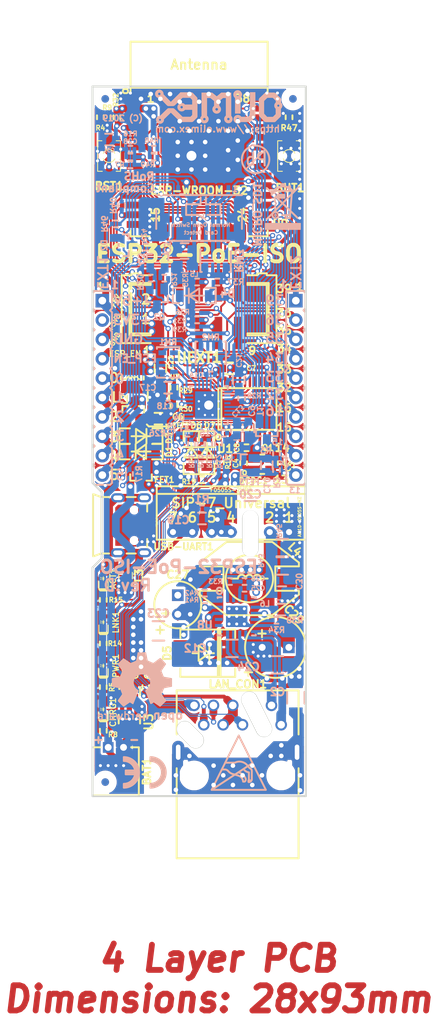
<source format=kicad_pcb>
(kicad_pcb (version 20191123) (host pcbnew "5.99.0-unknown-d20d310~100~ubuntu18.04.1")
  (title_block (title "ESP-PoE-ISO") (date "2019-12-17") (rev "D") (company "OLIMEX Ltd.") (comment 1 "https://www.olimex.com"))
  (layers (0 "F.Cu" signal) (1 "In1.Cu" power) (2 "In2.Cu" power) (31 "B.Cu" signal) (34 "B.Paste" user hide) (35 "F.Paste" user hide) (36 "B.SilkS" user) (37 "F.SilkS" user) (38 "B.Mask" user hide) (39 "F.Mask" user hide) (44 "Edge.Cuts" user))
  (net 0 "")
  (net 1 "+5V")
  (net 2 "GND")
  (net 3 "Net-(BAT1-Pad1)")
  (net 4 "Net-(BUT1-Pad2)")
  (net 5 "/GPI34/BUT1")
  (net 6 "+3V3")
  (net 7 "Net-(C11-Pad1)")
  (net 8 "/GPIO3/U0RXD")
  (net 9 "/ESP_EN")
  (net 10 "/GPIO25/EMAC_RXD0(RMII)")
  (net 11 "/GPIO19/EMAC_TXD0(RMII)")
  (net 12 "/GPIO26/EMAC_RXD1(RMII)")
  (net 13 "/GPIO1/U0TXD")
  (net 14 "Net-(L2-Pad1)")
  (net 15 "Net-(Q2-Pad1)")
  (net 16 "/GPIO22/EMAC_TXD1(RMII)")
  (net 17 "/GPIO21/EMAC_TX_EN(RMII)")
  (net 18 "Net-(MICRO_SD1-Pad5)")
  (net 19 "/GPI36/U1RXD")
  (net 20 "/GPIO23/MDC(RMII)")
  (net 21 "/GPIO27/EMAC_RX_CRS_DV")
  (net 22 "/GPIO4/U1TXD")
  (net 23 "/GPIO2/HS2_DATA0")
  (net 24 "/GPIO13/I2C-SDA")
  (net 25 "/GPIO14/HS2_CLK")
  (net 26 "/GPIO15/HS2_CMD")
  (net 27 "/GPIO16/I2C-SCL")
  (net 28 "/GPIO18/MDIO(RMII)")
  (net 29 "/+5V_USB")
  (net 30 "Net-(MICRO_SD1-Pad1)")
  (net 31 "Net-(MICRO_SD1-Pad2)")
  (net 32 "Net-(MICRO_SD1-Pad8)")
  (net 33 "Net-(U4-Pad4)")
  (net 34 "Net-(U4-Pad14)")
  (net 35 "Net-(U4-Pad18)")
  (net 36 "Net-(U4-Pad20)")
  (net 37 "Net-(U4-Pad26)")
  (net 38 "Net-(USB-UART1-Pad4)")
  (net 39 "Net-(MICRO_SD1-Pad7)")
  (net 40 "/D_Com")
  (net 41 "Earth")
  (net 42 "+5VP")
  (net 43 "Net-(C26-Pad1)")
  (net 44 "Spare1")
  (net 45 "Spare2")
  (net 46 "/GPIO33")
  (net 47 "/GPIO32")
  (net 48 "/GPI39")
  (net 49 "Net-(FID1-PadFid1)")
  (net 50 "Net-(FID2-PadFid1)")
  (net 51 "Net-(FID3-PadFid1)")
  (net 52 "Net-(MICRO_SD1-PadCD1)")
  (net 53 "Net-(C4-Pad1)")
  (net 54 "Net-(C5-Pad1)")
  (net 55 "Net-(C21-Pad2)")
  (net 56 "Net-(C25-Pad1)")
  (net 57 "Net-(C29-Pad2)")
  (net 58 "Net-(D4-Pad1)")
  (net 59 "Net-(D5-Pad2)")
  (net 60 "Net-(Q2-Pad2)")
  (net 61 "Net-(Q3-Pad3)")
  (net 62 "Net-(Q3-Pad2)")
  (net 63 "Net-(Q3-Pad1)")
  (net 64 "Net-(R6-Pad1)")
  (net 65 "Net-(R26-Pad1)")
  (net 66 "Net-(R29-Pad1)")
  (net 67 "Net-(R33-Pad2)")
  (net 68 "Net-(R34-Pad2)")
  (net 69 "Net-(R38-Pad1)")
  (net 70 "Net-(R41-Pad2)")
  (net 71 "Net-(U1-Pad17)")
  (net 72 "Net-(U1-Pad14)")
  (net 73 "Net-(U1-Pad13)")
  (net 74 "Net-(U1-Pad12)")
  (net 75 "Net-(U1-Pad11)")
  (net 76 "Net-(U8-Pad17)")
  (net 77 "Net-(U8-Pad16)")
  (net 78 "Net-(U8-Pad15)")
  (net 79 "Net-(U8-Pad5)")
  (net 80 "Net-(U8-Pad4)")
  (net 81 "Net-(U8-Pad2)")
  (net 82 "Net-(U9-Pad32)")
  (net 83 "Net-(C6-Pad1)")
  (net 84 "+3.3VLAN")
  (net 85 "Net-(C17-Pad1)")
  (net 86 "/GPIO0")
  (net 87 "/GPIO5/SPI_CS")
  (net 88 "/GPI35")
  (net 89 "Net-(RM1-Pad3.2)")
  (net 90 "Net-(RM1-Pad2.2)")
  (net 91 "Net-(RM1-Pad4.2)")
  (net 92 "/GPIO17/EMAC_CLK_OUT_180")
  (net 93 "Net-(U9-Pad22)")
  (net 94 "Net-(U9-Pad21)")
  (net 95 "Net-(U9-Pad20)")
  (net 96 "Net-(U9-Pad19)")
  (net 97 "Net-(U9-Pad18)")
  (net 98 "Net-(U9-Pad17)")
  (net 99 "/GPIO12/PHY_PWR")
  (net 100 "Net-(FID4-PadFid1)")
  (net 101 "Net-(FID5-PadFid1)")
  (net 102 "Net-(FID6-PadFid1)")
  (net 103 "Net-(ACT1-Pad2)")
  (net 104 "Net-(ACT1-Pad1)")
  (net 105 "Net-(LNK1-Pad1)")
  (net 106 "Net-(C3-Pad1)")
  (net 107 "Net-(RM1-Pad1.2)")
  (net 108 "Net-(CHRG1-Pad1)")
  (net 109 "Net-(PWR1-Pad1)")
  (net 110 "Net-(C10-Pad2)")
  (net 111 "Net-(R3-Pad2)")
  (net 112 "Net-(L3-Pad1)")
  (net 113 "Net-(R8-Pad2)")
  (net 114 "Net-(C30-Pad2)")
  (net 115 "/TD+")
  (net 116 "/TD-")
  (net 117 "/RD+")
  (net 118 "/RD-")
  (net 119 "/Vss")
  (net 120 "/Vpos")
  (net 121 "/Shield")
  (net 122 "Net-(R14-Pad2)")
  (net 123 "/USB_D-")
  (net 124 "/USB_D+")
  (net 125 "Net-(C8-Pad1)")
  (net 126 "Net-(D6-Pad1)")
  (net 127 "Net-(D7-Pad2)")
  (net 128 "Net-(U1-Pad20)")
  (module "OLIMEX_LOGOs-FP:CE_Sign" (layer "B.Cu") (at 96.012 185.039 180)
    (fp_text reference "CE_Sign" hide)
    (fp_text value "CE_Sign" hide)
  )
  (module "OLIMEX_RLC-FP:C_0603_5MIL_DWS" (layer "B.Cu") (at 92.329 102.108 180)
    (fp_text reference "C31" (at 0 -1.397 180) (layer "B.SilkS") (effects (font (size 0.508 0.508) (thickness 0.127)) (justify mirror)))
    (fp_text value "1uF/10V/20%/X5R/C0603")
    (pad "2" smd rect (at 0.889 0 180) (size 1.016 1.016) (layers "B.Cu" "B.Paste" "B.Mask") (net 2 "GND") (clearance 0.0508))
    (pad "1" smd rect (at -0.889 0 180) (size 1.016 1.016) (layers "B.Cu" "B.Paste" "B.Mask") (net 9 "/ESP_EN") (clearance 0.0508))
  )
  (module "OLIMEX_RLC-FP:R_0402_5MIL_DWS" (layer "B.Cu") (at 98.171 103.378 180)
    (fp_text reference "R48" (at 0.254 1.143 180) (layer "B.SilkS") (effects (font (size 0.635 0.635) (thickness 0.15875)) (justify mirror)))
    (fp_text value "10k/R0402")
    (pad "2" smd rect (at 0.508 0 180) (size 0.5 0.55) (layers "B.Cu" "B.Paste" "B.Mask") (net 5 "/GPI34/BUT1"))
    (pad "1" smd rect (at -0.508 0) (size 0.5 0.55) (layers "B.Cu" "B.Paste" "B.Mask") (net 6 "+3V3"))
  )
  (module "OLIMEX_Cases-FP:ESP-WROOM-32_MODULE" (layer "F.Cu") (at 104.14 102.035)
    (fp_text reference "U9" (at 10.668 11.122 180) (layer "F.SilkS") (effects (font (size 1.016 1.016) (thickness 0.254))))
    (fp_text value "ESP32-WROOM-32D-4MB")
    (fp_text user "24" (at 5.715 9.935 90) (layer "F.SilkS") (effects (font (size 1.016 1.016) (thickness 0.254))))
    (fp_text user "15" (at -5.715 9.935 90) (layer "F.SilkS") (effects (font (size 1.016 1.016) (thickness 0.254))))
    (fp_text user "38" (at 5.715 -5.305) (layer "F.SilkS") (effects (font (size 1.016 1.016) (thickness 0.254))))
    (fp_text user "1" (at -6.35 -5.305) (layer "F.SilkS") (effects (font (size 1.016 1.016) (thickness 0.254))))
    (fp_text user "ESP-WROOM-32" (at 0 6.76) (layer "F.SilkS") (effects (font (size 1.016 1.016) (thickness 0.254))))
    (fp_text user "Antenna" (at 0 -9.75) (layer "F.SilkS") (effects (font (size 1.27 1.27) (thickness 0.254))))
    (fp_text user "o" (at -9.779 -6.277 90) (layer "F.SilkS") (effects (font (size 1.016 1.016) (thickness 0.254))))
    (pad "39" thru_hole circle (at 0.8 2.2) (size 1.3 1.3) (drill 0.6) (layers *.Cu) (net 2 "GND"))
    (pad "39" thru_hole circle (at -2.8 2.2) (size 1.3 1.3) (drill 0.6) (layers *.Cu) (net 2 "GND"))
    (pad "39" thru_hole circle (at -1 4) (size 1.3 1.3) (drill 0.6) (layers *.Cu) (net 2 "GND"))
    (pad "39" thru_hole circle (at -1 0.4) (size 1.3 1.3) (drill 0.6) (layers *.Cu) (net 2 "GND"))
    (pad "39" thru_hole circle (at 0.8 0.4) (size 1.3 1.3) (drill 0.6) (layers *.Cu) (net 2 "GND"))
    (pad "39" thru_hole circle (at -2.8 0.4) (size 1.3 1.3) (drill 0.6) (layers *.Cu) (net 2 "GND"))
    (pad "39" thru_hole circle (at 0.8 4) (size 1.3 1.3) (drill 0.6) (layers *.Cu) (net 2 "GND"))
    (pad "1" smd rect (at -8.5 -5.31) (size 2 0.9) (layers "F.Cu" "F.Paste" "F.Mask") (net 2 "GND"))
    (pad "2" smd rect (at -8.5 -4.04) (size 2 0.9) (layers "F.Cu" "F.Paste" "F.Mask") (net 6 "+3V3"))
    (pad "3" smd rect (at -8.5 -2.77) (size 2 0.9) (layers "F.Cu" "F.Paste" "F.Mask") (net 9 "/ESP_EN"))
    (pad "4" smd rect (at -8.5 -1.5) (size 2 0.9) (layers "F.Cu" "F.Paste" "F.Mask") (net 19 "/GPI36/U1RXD"))
    (pad "5" smd rect (at -8.5 -0.23) (size 2 0.9) (layers "F.Cu" "F.Paste" "F.Mask") (net 48 "/GPI39"))
    (pad "6" smd rect (at -8.5 1.04) (size 2 0.9) (layers "F.Cu" "F.Paste" "F.Mask") (net 5 "/GPI34/BUT1"))
    (pad "7" smd rect (at -8.5 2.31) (size 2 0.9) (layers "F.Cu" "F.Paste" "F.Mask") (net 88 "/GPI35"))
    (pad "8" smd rect (at -8.5 3.58) (size 2 0.9) (layers "F.Cu" "F.Paste" "F.Mask") (net 47 "/GPIO32"))
    (pad "9" smd rect (at -8.5 4.85) (size 2 0.9) (layers "F.Cu" "F.Paste" "F.Mask") (net 46 "/GPIO33"))
    (pad "10" smd rect (at -8.5 6.12) (size 2 0.9) (layers "F.Cu" "F.Paste" "F.Mask") (net 10 "/GPIO25/EMAC_RXD0(RMII)"))
    (pad "11" smd rect (at -8.5 7.39) (size 2 0.9) (layers "F.Cu" "F.Paste" "F.Mask") (net 12 "/GPIO26/EMAC_RXD1(RMII)"))
    (pad "12" smd rect (at -8.5 8.66) (size 2 0.9) (layers "F.Cu" "F.Paste" "F.Mask") (net 21 "/GPIO27/EMAC_RX_CRS_DV"))
    (pad "13" smd rect (at -8.5 9.93) (size 2 0.9) (layers "F.Cu" "F.Paste" "F.Mask") (net 25 "/GPIO14/HS2_CLK"))
    (pad "14" smd rect (at -8.5 11.2) (size 2 0.9) (layers "F.Cu" "F.Paste" "F.Mask") (net 99 "/GPIO12/PHY_PWR"))
    (pad "15" smd rect (at -5.7 12.2) (size 0.9 2) (layers "F.Cu" "F.Paste" "F.Mask") (net 2 "GND"))
    (pad "16" smd rect (at -4.43 12.2) (size 0.9 2) (layers "F.Cu" "F.Paste" "F.Mask") (net 24 "/GPIO13/I2C-SDA"))
    (pad "17" smd rect (at -3.16 12.2) (size 0.9 2) (layers "F.Cu" "F.Paste" "F.Mask") (net 98 "Net-(U9-Pad17)"))
    (pad "18" smd rect (at -1.89 12.2) (size 0.9 2) (layers "F.Cu" "F.Paste" "F.Mask") (net 97 "Net-(U9-Pad18)"))
    (pad "19" smd rect (at -0.62 12.2) (size 0.9 2) (layers "F.Cu" "F.Paste" "F.Mask") (net 96 "Net-(U9-Pad19)"))
    (pad "20" smd rect (at 0.65 12.2) (size 0.9 2) (layers "F.Cu" "F.Paste" "F.Mask") (net 95 "Net-(U9-Pad20)"))
    (pad "21" smd rect (at 1.92 12.2) (size 0.9 2) (layers "F.Cu" "F.Paste" "F.Mask") (net 94 "Net-(U9-Pad21)"))
    (pad "22" smd rect (at 3.19 12.2) (size 0.9 2) (layers "F.Cu" "F.Paste" "F.Mask") (net 93 "Net-(U9-Pad22)"))
    (pad "23" smd rect (at 4.46 12.2) (size 0.9 2) (layers "F.Cu" "F.Paste" "F.Mask") (net 26 "/GPIO15/HS2_CMD"))
    (pad "24" smd rect (at 5.73 12.2) (size 0.9 2) (layers "F.Cu" "F.Paste" "F.Mask") (net 23 "/GPIO2/HS2_DATA0"))
    (pad "25" smd rect (at 8.5 11.2) (size 2 0.9) (layers "F.Cu" "F.Paste" "F.Mask") (net 86 "/GPIO0"))
    (pad "26" smd rect (at 8.5 9.93) (size 2 0.9) (layers "F.Cu" "F.Paste" "F.Mask") (net 22 "/GPIO4/U1TXD"))
    (pad "27" smd rect (at 8.5 8.66) (size 2 0.9) (layers "F.Cu" "F.Paste" "F.Mask") (net 27 "/GPIO16/I2C-SCL"))
    (pad "28" smd rect (at 8.5 7.39) (size 2 0.9) (layers "F.Cu" "F.Paste" "F.Mask") (net 92 "/GPIO17/EMAC_CLK_OUT_180"))
    (pad "29" smd rect (at 8.5 6.12) (size 2 0.9) (layers "F.Cu" "F.Paste" "F.Mask") (net 87 "/GPIO5/SPI_CS"))
    (pad "30" smd rect (at 8.5 4.85) (size 2 0.9) (layers "F.Cu" "F.Paste" "F.Mask") (net 28 "/GPIO18/MDIO(RMII)"))
    (pad "31" smd rect (at 8.5 3.58) (size 2 0.9) (layers "F.Cu" "F.Paste" "F.Mask") (net 11 "/GPIO19/EMAC_TXD0(RMII)"))
    (pad "32" smd rect (at 8.5 2.31) (size 2 0.9) (layers "F.Cu" "F.Paste" "F.Mask") (net 82 "Net-(U9-Pad32)"))
    (pad "33" smd rect (at 8.5 1.04) (size 2 0.9) (layers "F.Cu" "F.Paste" "F.Mask") (net 17 "/GPIO21/EMAC_TX_EN(RMII)"))
    (pad "34" smd rect (at 8.5 -0.23) (size 2 0.9) (layers "F.Cu" "F.Paste" "F.Mask") (net 8 "/GPIO3/U0RXD"))
    (pad "35" smd rect (at 8.5 -1.5) (size 2 0.9) (layers "F.Cu" "F.Paste" "F.Mask") (net 13 "/GPIO1/U0TXD"))
    (pad "36" smd rect (at 8.5 -2.77) (size 2 0.9) (layers "F.Cu" "F.Paste" "F.Mask") (net 16 "/GPIO22/EMAC_TXD1(RMII)"))
    (pad "37" smd rect (at 8.5 -4.04) (size 2 0.9) (layers "F.Cu" "F.Paste" "F.Mask") (net 20 "/GPIO23/MDC(RMII)"))
    (pad "38" smd rect (at 8.5 -5.31) (size 2 0.9) (layers "F.Cu" "F.Paste" "F.Mask") (net 2 "GND"))
    (pad "39" smd rect (at -1 2.2) (size 5 5) (layers "F.Cu" "F.Mask") (net 2 "GND"))
    (pad "39" thru_hole circle (at -1 2.2) (size 2 2) (drill 1.3) (layers *.Cu *.Mask) (net 2 "GND"))
    (pad "39" thru_hole circle (at -2.8 4) (size 1.3 1.3) (drill 0.6) (layers *.Cu) (net 2 "GND"))
  )
  (module "OLIMEX_Buttons-FP:IT1185AU2_V2" (layer "F.Cu") (at 115.959 104.267 90)
    (fp_text reference "BUT1" (at -4.191 0.119 180) (layer "F.SilkS") (effects (font (size 1.016 1.016) (thickness 0.254))))
    (fp_text value "IT1185AU2")
    (pad "1" smd rect (at -2.177 0 90) (size 0.9 1.5) (layers "F.Cu" "F.Mask") (net 5 "/GPI34/BUT1"))
    (pad "2" smd rect (at 2.177 0 90) (size 0.9 1.5) (layers "F.Cu" "F.Mask") (net 4 "Net-(BUT1-Pad2)"))
    (pad "" np_thru_hole circle (at 0 -0.9 90) (size 0.7 0.7) (drill 0.7) (layers *.Cu *.Mask))
    (pad "" np_thru_hole circle (at 0 0.9 90) (size 0.7 0.7) (drill 0.7) (layers *.Cu *.Mask))
  )
  (module "OLIMEX_Buttons-FP:IT1185AU2_V2" (layer "F.Cu") (at 92.321 104.267 90)
    (fp_text reference "RST1" (at -3.937 0.008 180) (layer "F.SilkS") (effects (font (size 1.016 1.016) (thickness 0.254))))
    (fp_text value "IT1185AU2")
    (pad "1" smd rect (at -2.177 0 90) (size 0.9 1.5) (layers "F.Cu" "F.Mask") (net 9 "/ESP_EN"))
    (pad "2" smd rect (at 2.177 0 90) (size 0.9 1.5) (layers "F.Cu" "F.Mask") (net 2 "GND"))
    (pad "" np_thru_hole circle (at 0 -0.9 90) (size 0.7 0.7) (drill 0.7) (layers *.Cu *.Mask))
    (pad "" np_thru_hole circle (at 0 0.9 90) (size 0.7 0.7) (drill 0.7) (layers *.Cu *.Mask))
  )
  (module "OLIMEX_Connectors-FP:RJP-003TC1(LPJ4112CNL)-ISO(Pin(7)and(8)CUT)" (layer "F.Cu") (at 109.2 185.293)
    (fp_text reference "LAN_CON1" (at 0.02 -11.811 180) (layer "F.SilkS") (effects (font (size 1.016 1.016) (thickness 0.254))))
    (fp_text value "RJP-003TC1(LPJ4112CNL)---Pin<7>_and_<8>_to_be_CUT!!!")
    (pad "" np_thru_hole circle (at 5.715 0.15) (size 3.300001 3.300001) (drill 3.300001) (layers *.Cu *.Mask))
    (pad "" np_thru_hole circle (at -5.715 0.15) (size 3.300001 3.300001) (drill 3.300001) (layers *.Cu *.Mask))
    (pad "0" thru_hole oval (at 7.8 -2.9) (size 1.6 2.999999) (drill oval 0.6 2) (layers *.Cu *.Mask) (net 121 "/Shield"))
    (pad "0" thru_hole oval (at -7.8 -2.9) (size 1.6 2.999999) (drill oval 0.6 2) (layers *.Cu *.Mask) (net 121 "/Shield"))
    (pad "10" thru_hole circle (at 5.715 -6.5) (size 1.524 1.524) (drill 1) (layers *.Cu *.Mask) (net 45 "Spare2"))
    (pad "9" thru_hole circle (at 4.445 -9.04) (size 1.524 1.524) (drill 1) (layers *.Cu *.Mask) (net 44 "Spare1"))
    (pad "6" thru_hole circle (at 0.635 -6.5) (size 1.524 1.524) (drill 1) (layers *.Cu *.Mask) (net 118 "/RD-"))
    (pad "5" thru_hole circle (at -0.635 -9.04) (size 1.524 1.524) (drill 1) (layers *.Cu *.Mask) (net 7 "Net-(C11-Pad1)"))
    (pad "4" thru_hole circle (at -1.905 -6.5) (size 1.524 1.524) (drill 1) (layers *.Cu *.Mask) (net 7 "Net-(C11-Pad1)"))
    (pad "3" thru_hole circle (at -3.175 -9.04) (size 1.524 1.524) (drill 1) (layers *.Cu *.Mask) (net 117 "/RD+"))
    (pad "2" thru_hole circle (at -4.445 -6.5) (size 1.524 1.524) (drill 1) (layers *.Cu *.Mask) (net 116 "/TD-"))
    (pad "1" thru_hole circle (at -5.715 -9.04) (size 1.524 1.524) (drill 1) (layers *.Cu *.Mask) (net 115 "/TD+"))
  )
  (module "OLIMEX_RLC-FP:CD32" (layer "F.Cu") (at 95.377 133.35 90)
    (fp_text reference "L2" (at -2.794 -1.016 270) (layer "F.SilkS") (effects (font (size 0.762 0.762) (thickness 0.1905))))
    (fp_text value "2.2uH/1.5A/DCR=72mR/20%/3.00x3.00x1.50mm/CD32(NR3015T2R2M)")
    (pad "2" smd rect (at 1.2 0 270) (size 1.6 3) (layers "F.Cu" "F.Paste" "F.Mask") (net 6 "+3V3") (clearance 0.0508))
    (pad "1" smd rect (at -1.2 0 270) (size 1.6 3) (layers "F.Cu" "F.Paste" "F.Mask") (net 14 "Net-(L2-Pad1)") (clearance 0.0508))
  )
  (module "OLIMEX_RLC-FP:C_1808(4520)_5MIL_DWS_ISO" (layer "B.Cu") (at 98.806 166.497)
    (fp_text reference "C23" (at 0 -2.286) (layer "B.SilkS") (effects (font (size 1.016 1.016) (thickness 0.254)) (justify mirror)))
    (fp_text value "1.0nF/3kV/10%/X7R/SMD/1808(VISHAY-VJ1808Y102KBHAT4X_Farnell-2407291)")
    (pad "2" smd rect (at 2.286 0) (size 1.016 2.032) (layers "B.Cu" "B.Paste" "B.Mask") (net 41 "Earth"))
    (pad "1" smd rect (at -2.286 0) (size 1.016 2.032) (layers "B.Cu" "B.Paste" "B.Mask") (net 2 "GND"))
  )
  (module "OLIMEX_RLC-FP:C_1808(4520)_5MIL_DWS_ISO" (layer "B.Cu") (at 110.871 150.749)
    (fp_text reference "C20" (at 0 -2.159) (layer "B.SilkS") (effects (font (size 1.016 1.016) (thickness 0.254)) (justify mirror)))
    (fp_text value "1.0nF/3kV/10%/X7R/SMD/1808(VISHAY-VJ1808Y102KBHAT4X_Farnell-2407291)")
    (pad "2" smd rect (at 2.286 0) (size 1.016 2.032) (layers "B.Cu" "B.Paste" "B.Mask") (net 120 "/Vpos"))
    (pad "1" smd rect (at -2.286 0) (size 1.016 2.032) (layers "B.Cu" "B.Paste" "B.Mask") (net 42 "+5VP"))
  )
  (module "OLIMEX_Regulators-FP:SIP-7_Universal" (layer "F.Cu") (at 108.331 153.543 180)
    (fp_text reference "DCDC1" (at -2.921 6.731 180) (layer "F.SilkS") (effects (font (size 0.762 0.762) (thickness 0.1905))))
    (fp_text value "F0505S-2WR2(SIP-7)")
    (fp_text user "SIP-7_Universal" (at 0 3.81 180) (layer "F.SilkS") (effects (font (size 1.27 1.27) (thickness 0.254))))
    (fp_text user "1" (at -7.62 1.905 180) (layer "F.SilkS") (effects (font (size 1.27 1.27) (thickness 0.254))))
    (fp_text user "2" (at -5.08 1.905 180) (layer "F.SilkS") (effects (font (size 1.27 1.27) (thickness 0.254))))
    (fp_text user "4" (at 0 1.905 180) (layer "F.SilkS") (effects (font (size 1.27 1.27) (thickness 0.254))))
    (fp_text user "5" (at 2.54 1.905 180) (layer "F.SilkS") (effects (font (size 1.27 1.27) (thickness 0.254))))
    (fp_text user "6" (at 5.08 1.905 180) (layer "F.SilkS") (effects (font (size 1.27 1.27) (thickness 0.254))))
    (fp_text user "7" (at 7.62 1.905 180) (layer "F.SilkS") (effects (font (size 1.27 1.27) (thickness 0.254))))
    (fp_text user "F0505S-2WR2" (at 0 5.5 180) (layer "F.SilkS") (effects (font (size 0.5 0.5) (thickness 0.125))))
    (fp_text user "AM1D-0505S-NZ" (at -9 2 270) (layer "F.SilkS") (effects (font (size 0.4 0.4) (thickness 0.1))))
    (fp_text user "AM1D-0505S-NZ" (at -9 2 270) (layer "F.SilkS") (effects (font (size 0.4 0.4) (thickness 0.1))))
    (pad "2" thru_hole circle (at -5.08 0 180) (size 1.524 1.524) (drill 0.8) (layers *.Cu *.Mask) (net 114 "Net-(C30-Pad2)"))
    (pad "1" thru_hole rect (at -7.62 0 180) (size 1.524 1.524) (drill 0.8) (layers *.Cu *.Mask) (net 120 "/Vpos"))
    (pad "4" thru_hole circle (at 0 0 180) (size 1.524 1.524) (drill 0.8) (layers *.Cu *.Mask) (net 2 "GND"))
    (pad "5" thru_hole circle (at 2.54 0 180) (size 1.524 1.524) (drill 0.8) (layers *.Cu *.Mask) (net 2 "GND"))
    (pad "7" thru_hole circle (at 7.62 0 180) (size 1.524 1.524) (drill 0.8) (layers *.Cu *.Mask) (net 42 "+5VP"))
    (pad "6" thru_hole circle (at 5.08 0 180) (size 1.524 1.524) (drill 0.8) (layers *.Cu *.Mask) (net 42 "+5VP"))
  )
  (module "OLIMEX_Connectors-FP:LIPO_BAT-CON2DW02R" (layer "F.Cu") (at 93.218 184.912)
    (fp_text reference "BAT1" (at 4.064 0 270) (layer "F.SilkS") (effects (font (size 1.016 1.016) (thickness 0.254))))
    (fp_text value "DW02R")
    (pad "1" thru_hole rect (at -1.00838 -3.15214) (size 1.4 1.4) (drill 0.9) (layers *.Cu *.Mask) (net 3 "Net-(BAT1-Pad1)"))
    (pad "2" thru_hole circle (at 1.0033 -3.15468) (size 1.4 1.4) (drill 0.9) (layers *.Cu *.Mask) (net 2 "GND"))
  )
  (module "OLIMEX_IC-FP:QFN-20_5x5mm(Si3402-B-GM)" (layer "B.Cu") (at 109.077 164.592 -90)
    (fp_text reference "U8" (at 1.143 4.175) (layer "B.SilkS") (effects (font (size 1.016 1.016) (thickness 0.254)) (justify mirror)))
    (fp_text value "Si3402-B-GM(QFN-20_5x5mm)")
    (fp_text user "o" (at -3.4925 2.27) (layer "B.SilkS") (effects (font (size 1.27 1.27) (thickness 0.254)) (justify mirror)))
    (pad "1" smd rect (at -2.35 1.2 180) (size 0.4 1) (layers "B.Cu" "B.Paste" "B.Mask") (net 67 "Net-(R33-Pad2)"))
    (pad "2" smd rect (at -2.35 0.4 180) (size 0.4 1) (layers "B.Cu" "B.Paste" "B.Mask") (net 81 "Net-(U8-Pad2)"))
    (pad "3" smd rect (at -2.35 -0.4 180) (size 0.4 1) (layers "B.Cu" "B.Paste" "B.Mask") (net 56 "Net-(C25-Pad1)"))
    (pad "4" smd rect (at -2.35 -1.2 180) (size 0.4 1) (layers "B.Cu" "B.Paste" "B.Mask") (net 80 "Net-(U8-Pad4)"))
    (pad "5" smd rect (at -2 -2.35 90) (size 0.4 1) (layers "B.Cu" "B.Paste" "B.Mask") (net 79 "Net-(U8-Pad5)"))
    (pad "6" smd rect (at -1.2 -2.35 90) (size 0.4 1) (layers "B.Cu" "B.Paste" "B.Mask") (net 69 "Net-(R38-Pad1)"))
    (pad "7" smd rect (at -0.4 -2.35 90) (size 0.4 1) (layers "B.Cu" "B.Paste" "B.Mask") (net 119 "/Vss"))
    (pad "8" smd rect (at 0.4 -2.35 90) (size 0.4 1) (layers "B.Cu" "B.Paste" "B.Mask") (net 68 "Net-(R34-Pad2)"))
    (pad "9" smd rect (at 1.2 -2.35 90) (size 0.4 1) (layers "B.Cu" "B.Paste" "B.Mask") (net 41 "Earth"))
    (pad "10" smd rect (at 2 -2.35 90) (size 0.4 1) (layers "B.Cu" "B.Paste" "B.Mask") (net 45 "Spare2"))
    (pad "11" smd rect (at 2.35 -1.2 180) (size 0.4 1) (layers "B.Cu" "B.Paste" "B.Mask") (net 44 "Spare1"))
    (pad "12" smd rect (at 2.35 -0.4 180) (size 0.4 1) (layers "B.Cu" "B.Paste" "B.Mask") (net 120 "/Vpos"))
    (pad "13" smd rect (at 2.35 0.4 180) (size 0.4 1) (layers "B.Cu" "B.Paste" "B.Mask") (net 45 "Spare2"))
    (pad "14" smd rect (at 2.35 1.2 180) (size 0.4 1) (layers "B.Cu" "B.Paste" "B.Mask") (net 44 "Spare1"))
    (pad "15" smd rect (at 2 2.35 90) (size 0.4 1) (layers "B.Cu" "B.Paste" "B.Mask") (net 78 "Net-(U8-Pad15)"))
    (pad "16" smd rect (at 1.2 2.35 90) (size 0.4 1) (layers "B.Cu" "B.Paste" "B.Mask") (net 77 "Net-(U8-Pad16)"))
    (pad "17" smd rect (at 0.4 2.35 90) (size 0.4 1) (layers "B.Cu" "B.Paste" "B.Mask") (net 76 "Net-(U8-Pad17)"))
    (pad "18" smd rect (at -0.4 2.35 90) (size 0.4 1) (layers "B.Cu" "B.Paste" "B.Mask") (net 59 "Net-(D5-Pad2)"))
    (pad "19" smd rect (at -1.2 2.35 90) (size 0.4 1) (layers "B.Cu" "B.Paste" "B.Mask") (net 119 "/Vss"))
    (pad "20" smd rect (at -2 2.35 90) (size 0.4 1) (layers "B.Cu" "B.Paste" "B.Mask") (net 70 "Net-(R41-Pad2)"))
    (pad "21" smd rect (at 0 0 270) (size 2.799999 2.799999) (layers *.Mask "B.Cu") (net 41 "Earth"))
    (pad "21" thru_hole circle (at -1 1 270) (size 0.8 0.8) (drill 0.4) (layers *.Cu) (net 41 "Earth"))
    (pad "21" thru_hole circle (at 0 1 270) (size 0.8 0.8) (drill 0.4) (layers *.Cu) (net 41 "Earth"))
    (pad "21" thru_hole circle (at 1 1 270) (size 0.8 0.8) (drill 0.4) (layers *.Cu) (net 41 "Earth"))
    (pad "21" thru_hole circle (at -1 0 270) (size 0.8 0.8) (drill 0.4) (layers *.Cu) (net 41 "Earth"))
    (pad "21" thru_hole circle (at 0 0 270) (size 0.8 0.8) (drill 0.4) (layers *.Cu) (net 41 "Earth"))
    (pad "21" thru_hole circle (at 1 0 270) (size 0.8 0.8) (drill 0.4) (layers *.Cu) (net 41 "Earth"))
    (pad "21" thru_hole circle (at 0 -1 270) (size 0.8 0.8) (drill 0.4) (layers *.Cu) (net 41 "Earth"))
    (pad "21" thru_hole circle (at -1 -1 270) (size 0.8 0.8) (drill 0.4) (layers *.Cu) (net 41 "Earth"))
    (pad "21" thru_hole circle (at 1 -1 270) (size 0.8 0.8) (drill 0.4) (layers *.Cu) (net 41 "Earth"))
  )
  (module "OLIMEX_Crystal-FP:TSX-3.2x2.5mm_GND(3)" (layer "F.Cu") (at 112.438 144.653)
    (fp_text reference "Q1" (at 0.719 -2.159) (layer "F.SilkS") (effects (font (size 0.762 0.762) (thickness 0.1905))))
    (fp_text value "Q12MHz/20pF/10ppm/4P/3.2x2.5mm")
    (fp_text user "o" (at -2.329 1.016) (layer "F.SilkS") (effects (font (size 0.8 0.8) (thickness 0.2))))
    (pad "3" smd rect (at -1.1 -0.8) (size 1.4 1.2) (layers "F.Cu" "F.Paste" "F.Mask") (net 2 "GND"))
    (pad "3" smd rect (at 1.1 0.8) (size 1.4 1.2) (layers "F.Cu" "F.Paste" "F.Mask") (net 2 "GND"))
    (pad "2" smd rect (at 1.1 -0.8) (size 1.4 1.2) (layers "F.Cu" "F.Paste" "F.Mask") (net 54 "Net-(C5-Pad1)"))
    (pad "1" smd rect (at -1.1 0.8) (size 1.4 1.2) (layers "F.Cu" "F.Paste" "F.Mask") (net 53 "Net-(C4-Pad1)"))
  )
  (module "OLIMEX_Diodes-FP:DO214AB(SMC)_1(K)-2(A)" (layer "F.Cu") (at 105.283 169.418 180)
    (fp_text reference "D5" (at 5.334 0 270) (layer "F.SilkS") (effects (font (size 1.016 1.016) (thickness 0.254))))
    (fp_text value "SS510/100V/5A/0.85V/DO214AB(SMC)")
    (pad "1" smd rect (at -3.4 0 180) (size 2.2 3.4) (layers "F.Cu" "F.Paste" "F.Mask") (net 120 "/Vpos"))
    (pad "2" smd rect (at 3.4 0 180) (size 2.2 3.4) (layers "F.Cu" "F.Paste" "F.Mask") (net 59 "Net-(D5-Pad2)"))
  )
  (module "OLIMEX_RLC-FP:CPOL-RM3.5mm_8.0x11.5mm_PTH" (layer "F.Cu") (at 114.173 168.656)
    (fp_text reference "C29" (at 2.413 -4.318 135) (layer "F.SilkS") (effects (font (size 1.016 1.016) (thickness 0.254))))
    (fp_text value "680uF/10V/20%/105C/RM3.5/8x11.5mm")
    (fp_text user "+" (at -1.778 -1.905) (layer "F.SilkS") (effects (font (size 1.27 1.27) (thickness 0.254))))
    (fp_text user "+" (at -3.556 3.175) (layer "F.SilkS") (effects (font (size 1.27 1.27) (thickness 0.254))))
    (pad "1" thru_hole circle (at -1.75 0) (size 1.524 1.524) (drill 0.9) (layers *.Cu *.Mask) (net 120 "/Vpos"))
    (pad "2" thru_hole rect (at 1.75 0) (size 1.524 1.524) (drill 0.9) (layers *.Cu *.Mask) (net 57 "Net-(C29-Pad2)"))
  )
  (module "OLIMEX_RLC-FP:CPOL-RM2.5mm_6.3x11mm_PTH" (layer "F.Cu") (at 101.346 163.068 90)
    (fp_text reference "C27" (at 3.937 0 180) (layer "F.SilkS") (effects (font (size 1.016 1.016) (thickness 0.254))))
    (fp_text value "15uF/100V/20%/RM2.5/6.3x11mm(Farnell:1281844)")
    (fp_text user "+" (at -3.302 -2.413 90) (layer "F.SilkS") (effects (font (size 1.27 1.27) (thickness 0.254))))
    (fp_text user "+" (at -1.143 -1.651 90) (layer "F.SilkS") (effects (font (size 1.27 1.27) (thickness 0.254))))
    (pad "1" thru_hole circle (at -1.25 0 90) (size 1.524 1.524) (drill 0.9) (layers *.Cu *.Mask) (net 120 "/Vpos"))
    (pad "2" thru_hole rect (at 1.25 0 90) (size 1.524 1.524) (drill 0.9) (layers *.Cu *.Mask) (net 119 "/Vss"))
  )
  (module "OLIMEX_RLC-FP:R_0402_5MIL_DWS" (layer "B.Cu") (at 94.996 145.923 90)
    (fp_text reference "R17" (at 0 1.27 90) (layer "B.SilkS") (effects (font (size 0.762 0.762) (thickness 0.1905)) (justify mirror)))
    (fp_text value "NA")
    (pad "2" smd rect (at 0.508 0 90) (size 0.5 0.55) (layers "B.Cu" "B.Paste" "B.Mask") (net 8 "/GPIO3/U0RXD"))
    (pad "1" smd rect (at -0.508 0 270) (size 0.5 0.55) (layers "B.Cu" "B.Paste" "B.Mask") (net 6 "+3V3"))
  )
  (module "OLIMEX_Diodes-FP:SOD-123_1C-2A_KA" (layer "F.Cu") (at 105.156 143.129 -90)
    (fp_text reference "D7" (at -3.556 -0.381) (layer "F.SilkS") (effects (font (size 0.762 0.762) (thickness 0.1905))))
    (fp_text value "1N5819S4/SOD123")
    (pad "2" smd rect (at 1.9 0 270) (size 1 1.4) (layers "F.Cu" "F.Paste" "F.Mask") (net 127 "Net-(D7-Pad2)") (clearance 0.0508))
    (pad "1" smd rect (at -1.9 0 270) (size 1 1.4) (layers "F.Cu" "F.Paste" "F.Mask") (net 13 "/GPIO1/U0TXD") (clearance 0.0508))
  )
  (module "OLIMEX_Diodes-FP:SOD-123_1C-2A_KA" (layer "F.Cu") (at 103.124 143.129 -90)
    (fp_text reference "D6" (at -3.556 -0.635) (layer "F.SilkS") (effects (font (size 0.762 0.762) (thickness 0.1905))))
    (fp_text value "1N5819S4/SOD123")
    (pad "2" smd rect (at 1.9 0 270) (size 1 1.4) (layers "F.Cu" "F.Paste" "F.Mask") (net 8 "/GPIO3/U0RXD") (clearance 0.0508))
    (pad "1" smd rect (at -1.9 0 270) (size 1 1.4) (layers "F.Cu" "F.Paste" "F.Mask") (net 126 "Net-(D6-Pad1)") (clearance 0.0508))
  )
  (module "OLIMEX_LOGOs-FP:LOGO_ANTISTATIC_1" (layer "B.Cu") (at 112.903 187.325 180)
    (fp_text reference "Sign_Antistatic" hide)
    (fp_text value "Val**" hide)
  )
  (module "OLIMEX_Other-FP:Mounting_hole_2_mm" (layer "F.Cu") (at 102.9716 180.0987 45)
    (fp_text reference "Drill_Slot3" hide)
    (fp_text value "2 mm" hide)
    (pad "" np_thru_hole oval (at 0 0 45) (size 2.032 4.064) (drill oval 2.032 4.064) (layers *.Cu *.Mask) (clearance 0.254))
  )
  (module "OLIMEX_RLC-FP:C_0402_5MIL_DWS" (layer "B.Cu") (at 95.123 104.394 180)
    (fp_text reference "C28" (at 0 2.032) (layer "B.SilkS") (effects (font (size 0.635 0.635) (thickness 0.15875)) (justify mirror)))
    (fp_text value "1nF/50V/10%/X7R/C0402")
    (pad "2" smd rect (at 0.508 0 180) (size 0.5 0.55) (layers "B.Cu" "B.Paste" "B.Mask") (net 2 "GND"))
    (pad "1" smd rect (at -0.508 0) (size 0.5 0.55) (layers "B.Cu" "B.Paste" "B.Mask") (net 88 "/GPI35"))
  )
  (module "OLIMEX_RLC-FP:R_0402_5MIL_DWS" (layer "B.Cu") (at 95.123 103.378 180)
    (fp_text reference "R16" (at 0 2.032 180) (layer "B.SilkS") (effects (font (size 0.635 0.635) (thickness 0.15875)) (justify mirror)))
    (fp_text value "470k/R0402")
    (pad "2" smd rect (at 0.508 0 180) (size 0.5 0.55) (layers "B.Cu" "B.Paste" "B.Mask") (net 2 "GND"))
    (pad "1" smd rect (at -0.508 0) (size 0.5 0.55) (layers "B.Cu" "B.Paste" "B.Mask") (net 88 "/GPI35"))
  )
  (module "OLIMEX_RLC-FP:R_0402_5MIL_DWS" (layer "B.Cu") (at 95.123 105.41)
    (fp_text reference "R7" (at -1.397 0) (layer "B.SilkS") (effects (font (size 0.635 0.635) (thickness 0.15875)) (justify mirror)))
    (fp_text value "470k/R0402")
    (pad "2" smd rect (at 0.508 0) (size 0.5 0.55) (layers "B.Cu" "B.Paste" "B.Mask") (net 88 "/GPI35"))
    (pad "1" smd rect (at -0.508 0 180) (size 0.5 0.55) (layers "B.Cu" "B.Paste" "B.Mask") (net 3 "Net-(BAT1-Pad1)"))
  )
  (module "OLIMEX_RLC-FP:C_0402_5MIL_DWS" (layer "B.Cu") (at 110.109 160.02)
    (fp_text reference "C26" (at 1.778 -0.381) (layer "B.SilkS") (effects (font (size 0.635 0.635) (thickness 0.15875)) (justify mirror)))
    (fp_text value "1nF/50V/10%/X7R/C0402")
    (pad "2" smd rect (at 0.508 0) (size 0.5 0.55) (layers "B.Cu" "B.Paste" "B.Mask") (net 119 "/Vss"))
    (pad "1" smd rect (at -0.508 0 180) (size 0.5 0.55) (layers "B.Cu" "B.Paste" "B.Mask") (net 43 "Net-(C26-Pad1)"))
  )
  (module "OLIMEX_Diodes-FP:SOD-123_1C-2A_KA" (layer "F.Cu") (at 96.52 140.97 180)
    (fp_text reference "D3" (at -3.683 -0.254 270) (layer "F.SilkS") (effects (font (size 0.762 0.762) (thickness 0.1905))))
    (fp_text value "1N5819S4/SOD123")
    (pad "2" smd rect (at 1.9 0 180) (size 1 1.4) (layers "F.Cu" "F.Paste" "F.Mask") (net 1 "+5V") (clearance 0.0508))
    (pad "1" smd rect (at -1.9 0 180) (size 1 1.4) (layers "F.Cu" "F.Paste" "F.Mask") (net 83 "Net-(C6-Pad1)") (clearance 0.0508))
  )
  (module "OLIMEX_Diodes-FP:SOD-123_1C-2A_KA" (layer "F.Cu") (at 96.52 143.002)
    (fp_text reference "D1" (at 3.683 0 90) (layer "F.SilkS") (effects (font (size 0.762 0.762) (thickness 0.1905))))
    (fp_text value "1N5819S4/SOD123")
    (pad "2" smd rect (at 1.9 0) (size 1 1.4) (layers "F.Cu" "F.Paste" "F.Mask") (net 42 "+5VP") (clearance 0.0508))
    (pad "1" smd rect (at -1.9 0) (size 1 1.4) (layers "F.Cu" "F.Paste" "F.Mask") (net 1 "+5V") (clearance 0.0508))
  )
  (module "OLIMEX_RLC-FP:C_0603_5MIL_DWS" (layer "B.Cu") (at 104.521 151.765)
    (fp_text reference "C19" (at -3.1115 0.1905) (layer "B.SilkS") (effects (font (size 1.016 1.016) (thickness 0.254)) (justify mirror)))
    (fp_text value "22uF/6.3V/20%/X5R/C0603")
    (pad "2" smd rect (at 0.889 0) (size 1.016 1.016) (layers "B.Cu" "B.Paste" "B.Mask") (net 2 "GND") (clearance 0.0508))
    (pad "1" smd rect (at -0.889 0) (size 1.016 1.016) (layers "B.Cu" "B.Paste" "B.Mask") (net 42 "+5VP") (clearance 0.0508))
  )
  (module "OLIMEX_RLC-FP:R_0402_5MIL_DWS" (layer "F.Cu") (at 92.075 99.187 -90)
    (fp_text reference "R9" (at -1.27 0) (layer "F.SilkS") (effects (font (size 0.635 0.635) (thickness 0.15875))))
    (fp_text value "100k/R0402")
    (pad "2" smd rect (at 0.508 0 270) (size 0.5 0.55) (layers "F.Cu" "F.Paste" "F.Mask") (net 2 "GND"))
    (pad "1" smd rect (at -0.508 0 90) (size 0.5 0.55) (layers "F.Cu" "F.Paste" "F.Mask") (net 48 "/GPI39"))
  )
  (module "OLIMEX_RLC-FP:R_0402_5MIL_DWS" (layer "F.Cu") (at 91.186 99.187 90)
    (fp_text reference "R4" (at -1.397 0) (layer "F.SilkS") (effects (font (size 0.635 0.635) (thickness 0.15875))))
    (fp_text value "47k/R0402")
    (pad "2" smd rect (at 0.508 0 90) (size 0.5 0.55) (layers "F.Cu" "F.Paste" "F.Mask") (net 48 "/GPI39"))
    (pad "1" smd rect (at -0.508 0 270) (size 0.5 0.55) (layers "F.Cu" "F.Paste" "F.Mask") (net 1 "+5V"))
  )
  (module "OLIMEX_RLC-FP:R_0402_5MIL_DWS" (layer "F.Cu") (at 94.107 173.863 90)
    (fp_text reference "R6" (at 1.778 0.381 90) (layer "F.SilkS") (effects (font (size 0.762 0.762) (thickness 0.1905))))
    (fp_text value "10k/R0402")
    (pad "2" smd rect (at 0.508 0 90) (size 0.5 0.55) (layers "F.Cu" "F.Paste" "F.Mask") (net 2 "GND"))
    (pad "1" smd rect (at -0.508 0 270) (size 0.5 0.55) (layers "F.Cu" "F.Paste" "F.Mask") (net 64 "Net-(R6-Pad1)"))
  )
  (module "OLIMEX_IC-FP:SOT-23-5" (layer "F.Cu") (at 94.996 178.054 -90)
    (fp_text reference "U3" (at 0.381 -2.54 -90) (layer "F.SilkS") (effects (font (size 1.1 1.1) (thickness 0.254))))
    (fp_text value "BL4054B-42TPRN(SOT23-5)")
    (pad "1" smd rect (at 1.3 0.95 270) (size 1.2 0.55) (layers "F.Cu" "F.Paste" "F.Mask") (net 113 "Net-(R8-Pad2)") (clearance 0.0508))
    (pad "2" smd rect (at 1.3 0 270) (size 1.2 0.55) (layers "F.Cu" "F.Paste" "F.Mask") (net 2 "GND") (clearance 0.0508))
    (pad "3" smd rect (at 1.3 -0.95 270) (size 1.2 0.55) (layers "F.Cu" "F.Paste" "F.Mask") (net 3 "Net-(BAT1-Pad1)") (clearance 0.0508))
    (pad "5" smd rect (at -1.3 0.95 270) (size 1.2 0.55) (layers "F.Cu" "F.Paste" "F.Mask") (net 64 "Net-(R6-Pad1)") (clearance 0.0508))
    (pad "4" smd rect (at -1.3 -0.95 270) (size 1.2 0.55) (layers "F.Cu" "F.Paste" "F.Mask") (net 1 "+5V") (clearance 0.0508))
  )
  (module "OLIMEX_RLC-FP:L_0805_5MIL_DWS" (layer "F.Cu") (at 94.488 159.258 -90)
    (fp_text reference "L3" (at 0 -1.778 -90) (layer "F.SilkS") (effects (font (size 1.016 1.016) (thickness 0.254))))
    (fp_text value "FB0805/600R/2A")
    (pad "1" smd rect (at -1.016 0 270) (size 1.524 1.27) (layers "F.Cu" "F.Paste" "F.Mask") (net 112 "Net-(L3-Pad1)") (clearance 0.0508))
    (pad "2" smd rect (at 1.016 0 270) (size 1.524 1.27) (layers "F.Cu" "F.Paste" "F.Mask") (net 2 "GND") (clearance 0.0508))
  )
  (module "OLIMEX_LOGOs-FP:LOGO_OPENHARDWARE_8x8" (layer "B.Cu") (at 96.647 173.355 180)
    (fp_text reference "Logo_OSHW" hide)
    (fp_text value "" hide)
    (fp_text user "open" (at -3.40106 -4.17576 180) (layer "B.SilkS") (effects (font (size 1.1 1.1) (thickness 0.254)) (justify mirror)))
    (fp_text user "hardware" (at 2.51206 -4.2672 180) (layer "B.SilkS") (effects (font (thickness 0.18)) (justify mirror)))
  )
  (module "OLIMEX_RLC-FP:R_0402_5MIL_DWS" (layer "B.Cu") (at 114.3 143.256 90)
    (fp_text reference "R3" (at 0.381 -1.397 180) (layer "B.SilkS") (effects (font (size 0.762 0.762) (thickness 0.1905)) (justify mirror)))
    (fp_text value "1k/R0402")
    (pad "2" smd rect (at 0.508 0 90) (size 0.5 0.55) (layers "B.Cu" "B.Paste" "B.Mask") (net 111 "Net-(R3-Pad2)"))
    (pad "1" smd rect (at -0.508 0 270) (size 0.5 0.55) (layers "B.Cu" "B.Paste" "B.Mask") (net 110 "Net-(C10-Pad2)"))
  )
  (module "OLIMEX_RLC-FP:C_0603_5MIL_DWS" (layer "B.Cu") (at 113.03 144.78 90)
    (fp_text reference "C10" (at -2.667 0 270 unlocked) (layer "B.SilkS") (effects (font (size 0.762 0.762) (thickness 0.1905)) (justify mirror)))
    (fp_text value "22uF/6.3V/20%/X5R/C0603")
    (pad "2" smd rect (at 0.889 0 90) (size 1.016 1.016) (layers "B.Cu" "B.Paste" "B.Mask") (net 110 "Net-(C10-Pad2)") (clearance 0.0508))
    (pad "1" smd rect (at -0.889 0 90) (size 1.016 1.016) (layers "B.Cu" "B.Paste" "B.Mask") (net 6 "+3V3") (clearance 0.0508))
  )
  (module "OLIMEX_RLC-FP:C_0402_5MIL_DWS" (layer "B.Cu") (at 110.109 160.909)
    (fp_text reference "C25" (at 1.778 0 180) (layer "B.SilkS") (effects (font (size 0.635 0.635) (thickness 0.15875)) (justify mirror)))
    (fp_text value "100nF/16V/10%/X7R/C0402")
    (pad "2" smd rect (at 0.508 0) (size 0.5 0.55) (layers "B.Cu" "B.Paste" "B.Mask") (net 119 "/Vss"))
    (pad "1" smd rect (at -0.508 0 180) (size 0.5 0.55) (layers "B.Cu" "B.Paste" "B.Mask") (net 56 "Net-(C25-Pad1)"))
  )
  (module "OLIMEX_LOGOs-FP:OLIMEX_LOGO_TB" (layer "B.Cu") (at 106.553 97.79 180)
    (fp_text reference "Logo_Olimex" hide)
    (fp_text value "" hide)
  )
  (module "OLIMEX_LOGOs-FP:LOGO_RECYCLEBIN_1" (layer "B.Cu") (at 117.475 113.919 180)
    (fp_text reference "Sign_RecycleBin" hide)
    (fp_text value "" hide)
  )
  (module "OLIMEX_LOGOs-FP:LOGO_PBFREE" (layer "B.Cu") (at 111.76 104.394)
    (fp_text reference "Sign_PB-Free")
    (fp_text value "")
    (fp_text user "Pb" (at -0.08636 0.33528) (layer "B.SilkS") (effects (font (size 1.7 1.5) (thickness 0.254)) (justify mirror)))
  )
  (module "OLIMEX_RLC-FP:C_0805_5MIL_DWS" (layer "B.Cu") (at 102.235 116.713 180)
    (fp_text reference "C3" (at 2.286 0.4445 270 unlocked) (layer "B.SilkS") (effects (font (size 0.762 0.762) (thickness 0.1905)) (justify mirror)))
    (fp_text value "47uF/6.3V/20%/X5R/C0805")
    (pad "1" smd rect (at -1.016 0 90) (size 1.524 1.27) (layers "B.Cu" "B.Paste" "B.Mask") (net 106 "Net-(C3-Pad1)"))
    (pad "2" smd rect (at 1.016 0 90) (size 1.524 1.27) (layers "B.Cu" "B.Paste" "B.Mask") (net 2 "GND"))
  )
  (module "OLIMEX_LEDs-FP:LED_0603_KA" (layer "F.Cu") (at 91.567 165.354 90)
    (fp_text reference "LNK1" (at 0 1.651 90) (layer "F.SilkS") (effects (font (size 0.762 0.762) (thickness 0.15875))))
    (fp_text value "LED/GREEN/0603")
    (pad "2" smd rect (at 0.762 0 270) (size 0.8 0.8) (layers "F.Cu" "F.Paste" "F.Mask") (net 7 "Net-(C11-Pad1)"))
    (pad "1" smd rect (at -0.762 0 270) (size 0.8 0.8) (layers "F.Cu" "F.Paste" "F.Mask") (net 105 "Net-(LNK1-Pad1)"))
  )
  (module "OLIMEX_LEDs-FP:LED_0603_KA" (layer "F.Cu") (at 91.567 159.639 90)
    (fp_text reference "ACT1" (at 0 1.27 270) (layer "F.SilkS") (effects (font (size 0.762 0.762) (thickness 0.15875))))
    (fp_text value "LED/YELLOW/0603")
    (pad "1" smd rect (at -0.762 0 270) (size 0.8 0.8) (layers "F.Cu" "F.Paste" "F.Mask") (net 104 "Net-(ACT1-Pad1)"))
    (pad "2" smd rect (at 0.762 0 270) (size 0.8 0.8) (layers "F.Cu" "F.Paste" "F.Mask") (net 103 "Net-(ACT1-Pad2)"))
  )
  (module "OLIMEX_Other-FP:Fiducial1x3" (layer "B.Cu") (at 91.821 186.309 -90)
    (fp_text reference "FID6" hide)
    (fp_text value "Fiducial" hide)
    (pad "Fid1" connect circle (at 0 0 270) (size 1 1) (layers "B.Cu" "B.Mask") (net 102 "Net-(FID6-PadFid1)") (clearance 1.016))
  )
  (module "OLIMEX_Other-FP:Fiducial1x3" (layer "B.Cu") (at 116.459 96.774 -90)
    (fp_text reference "FID5" hide)
    (fp_text value "Fiducial" hide)
    (pad "Fid1" connect circle (at 0 0 270) (size 1 1) (layers "B.Cu" "B.Mask") (net 101 "Net-(FID5-PadFid1)") (clearance 1.016))
  )
  (module "OLIMEX_Other-FP:Fiducial1x3" (layer "B.Cu") (at 91.821 96.774 -90)
    (fp_text reference "FID4" hide)
    (fp_text value "Fiducial" hide)
    (pad "Fid1" connect circle (at 0 0 270) (size 1 1) (layers "B.Cu" "B.Mask") (net 100 "Net-(FID4-PadFid1)") (clearance 1.016))
  )
  (module "OLIMEX_RLC-FP:C_0603_5MIL_DWS" (layer "B.Cu") (at 115.062 159.893 180)
    (fp_text reference "C30" (at -2.159 -0.127 270 unlocked) (layer "B.SilkS") (effects (font (size 0.762 0.762) (thickness 0.1905)) (justify mirror)))
    (fp_text value "22uF/6.3V/20%/X5R/C0603")
    (pad "2" smd rect (at 0.889 0 180) (size 1.016 1.016) (layers "B.Cu" "B.Paste" "B.Mask") (net 114 "Net-(C30-Pad2)") (clearance 0.0508))
    (pad "1" smd rect (at -0.889 0 180) (size 1.016 1.016) (layers "B.Cu" "B.Paste" "B.Mask") (net 120 "/Vpos") (clearance 0.0508))
  )
  (module "OLIMEX_RLC-FP:R_1206_5MIL_DWS" (layer "B.Cu") (at 115.062 155.575 180)
    (fp_text reference "R45" (at 0.4445 2.2225 270 unlocked) (layer "B.SilkS") (effects (font (size 0.635 0.635) (thickness 0.15875)) (justify mirror)))
    (fp_text value "220R/5%/0.25W/R1206")
    (pad "2" smd rect (at 1.397 0 180) (size 1.524 1.778) (layers "B.Cu" "B.Paste" "B.Mask") (net 114 "Net-(C30-Pad2)"))
    (pad "1" smd rect (at -1.397 0 180) (size 1.524 1.778) (layers "B.Cu" "B.Paste" "B.Mask") (net 120 "/Vpos"))
  )
  (module "OLIMEX_RLC-FP:R_1206_5MIL_DWS" (layer "B.Cu") (at 115.062 157.988 180)
    (fp_text reference "R43" (at 2.794 0.6985 270 unlocked) (layer "B.SilkS") (effects (font (size 0.635 0.635) (thickness 0.15875)) (justify mirror)))
    (fp_text value "220R/5%/0.25W/R1206")
    (pad "2" smd rect (at 1.397 0 180) (size 1.524 1.778) (layers "B.Cu" "B.Paste" "B.Mask") (net 114 "Net-(C30-Pad2)"))
    (pad "1" smd rect (at -1.397 0 180) (size 1.524 1.778) (layers "B.Cu" "B.Paste" "B.Mask") (net 120 "/Vpos"))
  )
  (module "OLIMEX_RLC-FP:C_0402_5MIL_DWS" (layer "B.Cu") (at 105.664 132.969)
    (fp_text reference "C14" (at -1.905 0) (layer "B.SilkS") (effects (font (size 0.635 0.635) (thickness 0.15875)) (justify mirror)))
    (fp_text value "100nF/16V/10%/X7R/C0402")
    (pad "2" smd rect (at 0.508 0) (size 0.5 0.55) (layers "B.Cu" "B.Paste" "B.Mask") (net 2 "GND"))
    (pad "1" smd rect (at -0.508 0 180) (size 0.5 0.55) (layers "B.Cu" "B.Paste" "B.Mask") (net 84 "+3.3VLAN"))
  )
  (module "OLIMEX_RLC-FP:C_0402_5MIL_DWS" (layer "B.Cu") (at 100.076 135.89 180)
    (fp_text reference "C18" (at 0.381 -1.143 180) (layer "B.SilkS") (effects (font (size 0.762 0.762) (thickness 0.1905)) (justify mirror)))
    (fp_text value "100nF/16V/10%/X7R/C0402")
    (pad "2" smd rect (at 0.508 0 180) (size 0.5 0.55) (layers "B.Cu" "B.Paste" "B.Mask") (net 2 "GND"))
    (pad "1" smd rect (at -0.508 0) (size 0.5 0.55) (layers "B.Cu" "B.Paste" "B.Mask") (net 85 "Net-(C17-Pad1)"))
  )
  (module "OLIMEX_RLC-FP:C_0402_5MIL_DWS" (layer "B.Cu") (at 101.346 140.081 -90)
    (fp_text reference "C16" (at 0 1.016 -90 unlocked) (layer "B.SilkS") (effects (font (size 0.635 0.635) (thickness 0.15875)) (justify mirror)))
    (fp_text value "100nF/16V/10%/X7R/C0402")
    (pad "1" smd rect (at -0.508 0 90) (size 0.5 0.55) (layers "B.Cu" "B.Paste" "B.Mask") (net 7 "Net-(C11-Pad1)"))
    (pad "2" smd rect (at 0.508 0 270) (size 0.5 0.55) (layers "B.Cu" "B.Paste" "B.Mask") (net 2 "GND"))
  )
  (module "OLIMEX_RLC-FP:C_0402_5MIL_DWS" (layer "B.Cu") (at 107.315 140.589)
    (fp_text reference "C15" (at -2.032 0) (layer "B.SilkS") (effects (font (size 0.762 0.762) (thickness 0.1905)) (justify mirror)))
    (fp_text value "100nF/16V/10%/X7R/C0402")
    (pad "2" smd rect (at 0.508 0) (size 0.5 0.55) (layers "B.Cu" "B.Paste" "B.Mask") (net 2 "GND"))
    (pad "1" smd rect (at -0.508 0 180) (size 0.5 0.55) (layers "B.Cu" "B.Paste" "B.Mask") (net 7 "Net-(C11-Pad1)"))
  )
  (module "OLIMEX_RLC-FP:C_0402_5MIL_DWS" (layer "F.Cu") (at 97.155 173.863 90)
    (fp_text reference "C11" (at 2.159 0.254 90) (layer "F.SilkS") (effects (font (size 0.762 0.762) (thickness 0.1905))))
    (fp_text value "100nF/16V/10%/X7R/C0402")
    (pad "2" smd rect (at 0.508 0 90) (size 0.5 0.55) (layers "F.Cu" "F.Paste" "F.Mask") (net 2 "GND"))
    (pad "1" smd rect (at -0.508 0 270) (size 0.5 0.55) (layers "F.Cu" "F.Paste" "F.Mask") (net 7 "Net-(C11-Pad1)"))
  )
  (module "OLIMEX_RLC-FP:R_0402_5MIL_DWS" (layer "B.Cu") (at 93.218 113.157)
    (fp_text reference "R46" (at -1.524 0 270 unlocked) (layer "B.SilkS") (effects (font (size 0.762 0.762) (thickness 0.1905)) (justify mirror)))
    (fp_text value "220R/R0402")
    (pad "2" smd rect (at 0.508 0) (size 0.5 0.55) (layers "B.Cu" "B.Paste" "B.Mask") (net 39 "Net-(MICRO_SD1-Pad7)"))
    (pad "1" smd rect (at -0.508 0 180) (size 0.5 0.55) (layers "B.Cu" "B.Paste" "B.Mask") (net 23 "/GPIO2/HS2_DATA0"))
  )
  (module "OLIMEX_RLC-FP:R_0402_5MIL_DWS" (layer "B.Cu") (at 104.902 161.544 180)
    (fp_text reference "R42" (at 1.7145 0) (layer "B.SilkS") (effects (font (size 0.635 0.635) (thickness 0.15875)) (justify mirror)))
    (fp_text value "3.01k/1%/R0402")
    (pad "2" smd rect (at 0.508 0 180) (size 0.5 0.55) (layers "B.Cu" "B.Paste" "B.Mask") (net 114 "Net-(C30-Pad2)"))
    (pad "1" smd rect (at -0.508 0) (size 0.5 0.55) (layers "B.Cu" "B.Paste" "B.Mask") (net 70 "Net-(R41-Pad2)"))
  )
  (module "OLIMEX_RLC-FP:R_0402_5MIL_DWS" (layer "B.Cu") (at 104.902 162.433)
    (fp_text reference "R41" (at -1.7145 0) (layer "B.SilkS") (effects (font (size 0.635 0.635) (thickness 0.15875)) (justify mirror)))
    (fp_text value "1.05k/1%/R0402")
    (pad "2" smd rect (at 0.508 0) (size 0.5 0.55) (layers "B.Cu" "B.Paste" "B.Mask") (net 70 "Net-(R41-Pad2)"))
    (pad "1" smd rect (at -0.508 0 180) (size 0.5 0.55) (layers "B.Cu" "B.Paste" "B.Mask") (net 120 "/Vpos"))
  )
  (module "OLIMEX_RLC-FP:R_0402_5MIL_DWS" (layer "B.Cu") (at 93.98 110.744 90)
    (fp_text reference "R40" (at 0 -1.143 270 unlocked) (layer "B.SilkS") (effects (font (size 0.762 0.762) (thickness 0.1905)) (justify mirror)))
    (fp_text value "10R/R0402")
    (pad "1" smd rect (at -0.508 0 270) (size 0.5 0.55) (layers "B.Cu" "B.Paste" "B.Mask") (net 25 "/GPIO14/HS2_CLK"))
    (pad "2" smd rect (at 0.508 0 90) (size 0.5 0.55) (layers "B.Cu" "B.Paste" "B.Mask") (net 18 "Net-(MICRO_SD1-Pad5)"))
  )
  (module "OLIMEX_RLC-FP:R_0402_5MIL_DWS" (layer "B.Cu") (at 103.886 126.619)
    (fp_text reference "R39" (at -2.286 0.381) (layer "B.SilkS") (effects (font (size 0.635 0.635) (thickness 0.15875)) (justify mirror)))
    (fp_text value "10k/R0402")
    (pad "2" smd rect (at 0.508 0) (size 0.5 0.55) (layers "B.Cu" "B.Paste" "B.Mask") (net 26 "/GPIO15/HS2_CMD"))
    (pad "1" smd rect (at -0.508 0 180) (size 0.5 0.55) (layers "B.Cu" "B.Paste" "B.Mask") (net 6 "+3V3"))
  )
  (module "OLIMEX_RLC-FP:R_0402_5MIL_DWS" (layer "B.Cu") (at 103.886 124.841)
    (fp_text reference "R36" (at -1.905 -0.127) (layer "B.SilkS") (effects (font (size 0.635 0.635) (thickness 0.15875)) (justify mirror)))
    (fp_text value "10k/R0402")
    (pad "2" smd rect (at 0.508 0) (size 0.5 0.55) (layers "B.Cu" "B.Paste" "B.Mask") (net 87 "/GPIO5/SPI_CS"))
    (pad "1" smd rect (at -0.508 0 180) (size 0.5 0.55) (layers "B.Cu" "B.Paste" "B.Mask") (net 6 "+3V3"))
  )
  (module "OLIMEX_RLC-FP:R_0402_5MIL_DWS" (layer "B.Cu") (at 103.886 120.777)
    (fp_text reference "R35" (at -1.524 -0.254 -90) (layer "B.SilkS") (effects (font (size 0.635 0.635) (thickness 0.15875)) (justify mirror)))
    (fp_text value "2.2k/R0402")
    (pad "2" smd rect (at 0.508 0) (size 0.5 0.55) (layers "B.Cu" "B.Paste" "B.Mask") (net 24 "/GPIO13/I2C-SDA"))
    (pad "1" smd rect (at -0.508 0 180) (size 0.5 0.55) (layers "B.Cu" "B.Paste" "B.Mask") (net 6 "+3V3"))
  )
  (module "OLIMEX_RLC-FP:R_0402_5MIL_DWS" (layer "B.Cu") (at 114.3 165.1 180)
    (fp_text reference "R34" (at 0 -1.27 180) (layer "B.SilkS") (effects (font (size 0.762 0.762) (thickness 0.1905)) (justify mirror)))
    (fp_text value "NA(49.9R/1%/R0402)")
    (pad "2" smd rect (at 0.508 0 180) (size 0.5 0.55) (layers "B.Cu" "B.Paste" "B.Mask") (net 68 "Net-(R34-Pad2)"))
    (pad "1" smd rect (at -0.508 0) (size 0.5 0.55) (layers "B.Cu" "B.Paste" "B.Mask") (net 41 "Earth"))
  )
  (module "OLIMEX_RLC-FP:R_0402_5MIL_DWS" (layer "B.Cu") (at 108.204 160.02 180)
    (fp_text reference "R33" (at 1.905 0 180) (layer "B.SilkS") (effects (font (size 0.635 0.635) (thickness 0.15875)) (justify mirror)))
    (fp_text value "47k/R0402")
    (pad "2" smd rect (at 0.508 0 180) (size 0.5 0.55) (layers "B.Cu" "B.Paste" "B.Mask") (net 67 "Net-(R33-Pad2)"))
    (pad "1" smd rect (at -0.508 0) (size 0.5 0.55) (layers "B.Cu" "B.Paste" "B.Mask") (net 43 "Net-(C26-Pad1)"))
  )
  (module "OLIMEX_RLC-FP:R_0402_5MIL_DWS" (layer "B.Cu") (at 103.886 125.73)
    (fp_text reference "R31" (at -2.286 0.127) (layer "B.SilkS") (effects (font (size 0.635 0.635) (thickness 0.15875)) (justify mirror)))
    (fp_text value "2.2k/R0402")
    (pad "2" smd rect (at 0.508 0) (size 0.5 0.55) (layers "B.Cu" "B.Paste" "B.Mask") (net 27 "/GPIO16/I2C-SCL"))
    (pad "1" smd rect (at -0.508 0 180) (size 0.5 0.55) (layers "B.Cu" "B.Paste" "B.Mask") (net 6 "+3V3"))
  )
  (module "OLIMEX_RLC-FP:R_0402_5MIL_DWS" (layer "F.Cu") (at 100.838 136.906 -90)
    (fp_text reference "R30" (at 0.508 -1.524) (layer "F.SilkS") (effects (font (size 0.635 0.635) (thickness 0.15875))))
    (fp_text value "49.9k/1%/R0402")
    (pad "2" smd rect (at 0.508 0 270) (size 0.5 0.55) (layers "F.Cu" "F.Paste" "F.Mask") (net 2 "GND"))
    (pad "1" smd rect (at -0.508 0 90) (size 0.5 0.55) (layers "F.Cu" "F.Paste" "F.Mask") (net 66 "Net-(R29-Pad1)"))
  )
  (module "OLIMEX_RLC-FP:R_0402_5MIL_DWS" (layer "F.Cu") (at 100.838 134.62 90)
    (fp_text reference "R29" (at -0.381 1.524) (layer "F.SilkS") (effects (font (size 0.635 0.635) (thickness 0.15875))))
    (fp_text value "220k/R0402")
    (pad "2" smd rect (at 0.508 0 90) (size 0.5 0.55) (layers "F.Cu" "F.Paste" "F.Mask") (net 6 "+3V3"))
    (pad "1" smd rect (at -0.508 0 270) (size 0.5 0.55) (layers "F.Cu" "F.Paste" "F.Mask") (net 66 "Net-(R29-Pad1)"))
  )
  (module "OLIMEX_RLC-FP:R_0402_5MIL_DWS" (layer "B.Cu") (at 102.616 140.589 180)
    (fp_text reference "R26" (at 3.937 0) (layer "B.SilkS") (effects (font (size 0.762 0.762) (thickness 0.1905)) (justify mirror)))
    (fp_text value "12.1k/1%/R0402")
    (pad "2" smd rect (at 0.508 0 180) (size 0.5 0.55) (layers "B.Cu" "B.Paste" "B.Mask") (net 2 "GND"))
    (pad "1" smd rect (at -0.508 0) (size 0.5 0.55) (layers "B.Cu" "B.Paste" "B.Mask") (net 65 "Net-(R26-Pad1)"))
  )
  (module "OLIMEX_RLC-FP:R_0402_5MIL_DWS" (layer "B.Cu") (at 109.728 136.017 -90)
    (fp_text reference "R25" (at -0.3175 -1.651) (layer "B.SilkS") (effects (font (size 0.635 0.635) (thickness 0.15875)) (justify mirror)))
    (fp_text value "10k/R0402")
    (pad "2" smd rect (at 0.508 0 270) (size 0.5 0.55) (layers "B.Cu" "B.Paste" "B.Mask") (net 84 "+3.3VLAN"))
    (pad "1" smd rect (at -0.508 0 90) (size 0.5 0.55) (layers "B.Cu" "B.Paste" "B.Mask") (net 55 "Net-(C21-Pad2)"))
  )
  (module "OLIMEX_RLC-FP:R_0402_5MIL_DWS" (layer "F.Cu") (at 91.567 173.863 -90)
    (fp_text reference "R5" (at 0 -1.143 -90) (layer "F.SilkS") (effects (font (size 0.635 0.635) (thickness 0.15875))))
    (fp_text value "2.2k/R0402")
    (pad "2" smd rect (at 0.508 0 270) (size 0.5 0.55) (layers "F.Cu" "F.Paste" "F.Mask") (net 2 "GND"))
    (pad "1" smd rect (at -0.508 0 90) (size 0.5 0.55) (layers "F.Cu" "F.Paste" "F.Mask") (net 109 "Net-(PWR1-Pad1)"))
  )
  (module "OLIMEX_RLC-FP:R_0402_5MIL_DWS" (layer "F.Cu") (at 91.567 162.433 -90)
    (fp_text reference "R15" (at 0 -1.651) (layer "F.SilkS") (effects (font (size 0.635 0.635) (thickness 0.15875))))
    (fp_text value "2.2k/R0402")
    (pad "2" smd rect (at 0.508 0 270) (size 0.5 0.55) (layers "F.Cu" "F.Paste" "F.Mask") (net 2 "GND"))
    (pad "1" smd rect (at -0.508 0 90) (size 0.5 0.55) (layers "F.Cu" "F.Paste" "F.Mask") (net 104 "Net-(ACT1-Pad1)"))
  )
  (module "OLIMEX_RLC-FP:R_0402_5MIL_DWS" (layer "F.Cu") (at 91.567 168.148 -90)
    (fp_text reference "R14" (at 0 -1.524) (layer "F.SilkS") (effects (font (size 0.635 0.635) (thickness 0.15875))))
    (fp_text value "2.2k/R0402")
    (pad "2" smd rect (at 0.508 0 270) (size 0.5 0.55) (layers "F.Cu" "F.Paste" "F.Mask") (net 122 "Net-(R14-Pad2)"))
    (pad "1" smd rect (at -0.508 0 90) (size 0.5 0.55) (layers "F.Cu" "F.Paste" "F.Mask") (net 105 "Net-(LNK1-Pad1)"))
  )
  (module "OLIMEX_RLC-FP:R_0402_5MIL_DWS" (layer "B.Cu") (at 105.41 141.986 90)
    (fp_text reference "R13" (at -2.286 0.0635 270 unlocked) (layer "B.SilkS") (effects (font (size 0.635 0.635) (thickness 0.15875)) (justify mirror)))
    (fp_text value "49.9R/1%/R0402")
    (pad "2" smd rect (at 0.508 0 90) (size 0.5 0.55) (layers "B.Cu" "B.Paste" "B.Mask") (net 115 "/TD+"))
    (pad "1" smd rect (at -0.508 0 270) (size 0.5 0.55) (layers "B.Cu" "B.Paste" "B.Mask") (net 7 "Net-(C11-Pad1)"))
  )
  (module "OLIMEX_RLC-FP:R_0402_5MIL_DWS" (layer "B.Cu") (at 106.68 141.986 90)
    (fp_text reference "R12" (at -2.286 0 270 unlocked) (layer "B.SilkS") (effects (font (size 0.635 0.635) (thickness 0.15875)) (justify mirror)))
    (fp_text value "49.9R/1%/R0402")
    (pad "1" smd rect (at -0.508 0 270) (size 0.5 0.55) (layers "B.Cu" "B.Paste" "B.Mask") (net 7 "Net-(C11-Pad1)"))
    (pad "2" smd rect (at 0.508 0 90) (size 0.5 0.55) (layers "B.Cu" "B.Paste" "B.Mask") (net 116 "/TD-"))
  )
  (module "OLIMEX_RLC-FP:R_0402_5MIL_DWS" (layer "B.Cu") (at 103.124 141.986 90)
    (fp_text reference "R11" (at -2.286 0 270 unlocked) (layer "B.SilkS") (effects (font (size 0.635 0.635) (thickness 0.15875)) (justify mirror)))
    (fp_text value "49.9R/1%/R0402")
    (pad "1" smd rect (at -0.508 0 270) (size 0.5 0.55) (layers "B.Cu" "B.Paste" "B.Mask") (net 7 "Net-(C11-Pad1)"))
    (pad "2" smd rect (at 0.508 0 90) (size 0.5 0.55) (layers "B.Cu" "B.Paste" "B.Mask") (net 117 "/RD+"))
  )
  (module "OLIMEX_RLC-FP:R_0402_5MIL_DWS" (layer "B.Cu") (at 104.394 141.986 90)
    (fp_text reference "R10" (at -2.286 -0.0635 270 unlocked) (layer "B.SilkS") (effects (font (size 0.635 0.635) (thickness 0.15875)) (justify mirror)))
    (fp_text value "49.9R/1%/R0402")
    (pad "1" smd rect (at -0.508 0 270) (size 0.5 0.55) (layers "B.Cu" "B.Paste" "B.Mask") (net 7 "Net-(C11-Pad1)"))
    (pad "2" smd rect (at 0.508 0 90) (size 0.5 0.55) (layers "B.Cu" "B.Paste" "B.Mask") (net 118 "/RD-"))
  )
  (module "OLIMEX_RLC-FP:R_0402_5MIL_DWS" (layer "F.Cu") (at 91.567 179.578 -90)
    (fp_text reference "R8" (at 0.508 -1.27) (layer "F.SilkS") (effects (font (size 0.635 0.635) (thickness 0.15875))))
    (fp_text value "2.2k/R0402")
    (pad "2" smd rect (at 0.508 0 270) (size 0.5 0.55) (layers "F.Cu" "F.Paste" "F.Mask") (net 113 "Net-(R8-Pad2)"))
    (pad "1" smd rect (at -0.508 0 90) (size 0.5 0.55) (layers "F.Cu" "F.Paste" "F.Mask") (net 108 "Net-(CHRG1-Pad1)"))
  )
  (module "OLIMEX_RLC-FP:R_0402_5MIL_DWS" (layer "B.Cu") (at 114.3 145.415 90)
    (fp_text reference "R2" (at -1.651 0 270 unlocked) (layer "B.SilkS") (effects (font (size 0.762 0.762) (thickness 0.1905)) (justify mirror)))
    (fp_text value "10k/R0402")
    (pad "1" smd rect (at -0.508 0 270) (size 0.5 0.55) (layers "B.Cu" "B.Paste" "B.Mask") (net 6 "+3V3"))
    (pad "2" smd rect (at 0.508 0 90) (size 0.5 0.55) (layers "B.Cu" "B.Paste" "B.Mask") (net 110 "Net-(C10-Pad2)"))
  )
  (module "OLIMEX_RLC-FP:R_0402_5MIL_DWS" (layer "B.Cu") (at 104.521 150.495)
    (fp_text reference "R1" (at 0 -1.27 180) (layer "B.SilkS") (effects (font (size 1.016 1.016) (thickness 0.254)) (justify mirror)))
    (fp_text value "10k/R0402")
    (pad "2" smd rect (at 0.508 0) (size 0.5 0.55) (layers "B.Cu" "B.Paste" "B.Mask") (net 2 "GND"))
    (pad "1" smd rect (at -0.508 0 180) (size 0.5 0.55) (layers "B.Cu" "B.Paste" "B.Mask") (net 42 "+5VP"))
  )
  (module "OLIMEX_RLC-FP:R_0402_5MIL_DWS" (layer "B.Cu") (at 97.155 116.205 180)
    (fp_text reference "R24" (at 0.254 1.524 270 unlocked) (layer "B.SilkS") (effects (font (size 0.635 0.635) (thickness 0.15875)) (justify mirror)))
    (fp_text value "220R/R0402")
    (pad "2" smd rect (at 0.508 0 180) (size 0.5 0.55) (layers "B.Cu" "B.Paste" "B.Mask") (net 40 "/D_Com"))
    (pad "1" smd rect (at -0.508 0) (size 0.5 0.55) (layers "B.Cu" "B.Paste" "B.Mask") (net 61 "Net-(Q3-Pad3)"))
  )
  (module "OLIMEX_RLC-FP:R_0402_5MIL_DWS" (layer "F.Cu") (at 104.521 146.685 180)
    (fp_text reference "R19" (at 1.7272 -0.254 180) (layer "F.SilkS") (effects (font (size 0.635 0.635) (thickness 0.15875))))
    (fp_text value "10k/R0402")
    (pad "2" smd rect (at 0.508 0 180) (size 0.5 0.55) (layers "F.Cu" "F.Paste" "F.Mask") (net 8 "/GPIO3/U0RXD"))
    (pad "1" smd rect (at -0.508 0) (size 0.5 0.55) (layers "F.Cu" "F.Paste" "F.Mask") (net 125 "Net-(C8-Pad1)"))
  )
  (module "OLIMEX_RLC-FP:C_0402_5MIL_DWS" (layer "F.Cu") (at 110.363 142.494)
    (fp_text reference "C8" (at -1.27 0 90) (layer "F.SilkS") (effects (font (size 0.635 0.635) (thickness 0.15875))))
    (fp_text value "100nF/16V/10%/X7R/C0402")
    (pad "2" smd rect (at 0.508 0) (size 0.5 0.55) (layers "F.Cu" "F.Paste" "F.Mask") (net 2 "GND"))
    (pad "1" smd rect (at -0.508 0 180) (size 0.5 0.55) (layers "F.Cu" "F.Paste" "F.Mask") (net 125 "Net-(C8-Pad1)"))
  )
  (module "OLIMEX_Transistors-FP:SOT23" (layer "B.Cu") (at 110.236 144.78)
    (fp_text reference "FET3" (at 0.508 2.22504 180) (layer "B.SilkS") (effects (font (size 0.762 0.762) (thickness 0.1905)) (justify mirror)))
    (fp_text value "WPM2015-3/TR")
    (pad "1" smd rect (at 1.10744 -0.94996) (size 1.4 1) (layers "B.Cu" "B.Paste" "B.Mask") (net 110 "Net-(C10-Pad2)") (clearance 0.0508))
    (pad "2" smd rect (at 1.10744 0.9525) (size 1.4 1) (layers "B.Cu" "B.Paste" "B.Mask") (net 6 "+3V3") (clearance 0.0508))
    (pad "3" smd rect (at -1.10236 -0.00254) (size 1.4 1) (layers "B.Cu" "B.Paste" "B.Mask") (net 84 "+3.3VLAN") (clearance 0.0508))
  )
  (module "OLIMEX_Connectors-FP:HN1x10" (layer "B.Cu") (at 116.84 134.65 -90)
    (fp_text reference "EXT2" (at -15.143 0.0635 -90 unlocked) (layer "B.SilkS") (effects (font (size 1.27 1.27) (thickness 0.254)) (justify mirror)))
    (fp_text value "NS(HN1x10)")
    (pad "10" thru_hole circle (at 11.43 0 270) (size 1.778 1.778) (drill 1) (layers *.Cu *.Mask) (net 24 "/GPIO13/I2C-SDA"))
    (pad "9" thru_hole circle (at 8.89 0 270) (size 1.778 1.778) (drill 1) (layers *.Cu *.Mask) (net 25 "/GPIO14/HS2_CLK"))
    (pad "7" thru_hole circle (at 3.81 0 270) (size 1.778 1.778) (drill 1) (layers *.Cu *.Mask) (net 27 "/GPIO16/I2C-SCL"))
    (pad "8" thru_hole circle (at 6.35 0 270) (size 1.778 1.778) (drill 1) (layers *.Cu *.Mask) (net 26 "/GPIO15/HS2_CMD"))
    (pad "6" thru_hole circle (at 1.27 0 270) (size 1.778 1.778) (drill 1) (layers *.Cu *.Mask) (net 47 "/GPIO32"))
    (pad "5" thru_hole circle (at -1.27 0 270) (size 1.778 1.778) (drill 1) (layers *.Cu *.Mask) (net 46 "/GPIO33"))
    (pad "1" thru_hole rect (at -11.43 0 270) (size 1.778 1.778) (drill 1) (layers *.Cu *.Mask) (net 48 "/GPI39"))
    (pad "2" thru_hole circle (at -8.89 0 270) (size 1.778 1.778) (drill 1) (layers *.Cu *.Mask) (net 19 "/GPI36/U1RXD"))
    (pad "3" thru_hole circle (at -6.35 0 270) (size 1.778 1.778) (drill 1) (layers *.Cu *.Mask) (net 88 "/GPI35"))
    (pad "4" thru_hole circle (at -3.81 0 270) (size 1.778 1.778) (drill 1) (layers *.Cu *.Mask) (net 5 "/GPI34/BUT1"))
  )
  (module "OLIMEX_Connectors-FP:HN1x10" (layer "B.Cu") (at 91.44 134.65 -90)
    (fp_text reference "EXT1" (at -15.143 0 -90 unlocked) (layer "B.SilkS") (effects (font (size 1.27 1.27) (thickness 0.254)) (justify mirror)))
    (fp_text value "NS(HN1x10)")
    (pad "4" thru_hole circle (at -3.81 0 270) (size 1.778 1.778) (drill 1) (layers *.Cu *.Mask) (net 9 "/ESP_EN"))
    (pad "3" thru_hole circle (at -6.35 0 270) (size 1.778 1.778) (drill 1) (layers *.Cu *.Mask) (net 2 "GND"))
    (pad "2" thru_hole circle (at -8.89 0 270) (size 1.778 1.778) (drill 1) (layers *.Cu *.Mask) (net 6 "+3V3"))
    (pad "1" thru_hole rect (at -11.43 0 270) (size 1.778 1.778) (drill 1) (layers *.Cu *.Mask) (net 1 "+5V"))
    (pad "5" thru_hole circle (at -1.27 0 270) (size 1.778 1.778) (drill 1) (layers *.Cu *.Mask) (net 86 "/GPIO0"))
    (pad "6" thru_hole circle (at 1.27 0 270) (size 1.778 1.778) (drill 1) (layers *.Cu *.Mask) (net 13 "/GPIO1/U0TXD"))
    (pad "8" thru_hole circle (at 6.35 0 270) (size 1.778 1.778) (drill 1) (layers *.Cu *.Mask) (net 8 "/GPIO3/U0RXD"))
    (pad "7" thru_hole circle (at 3.81 0 270) (size 1.778 1.778) (drill 1) (layers *.Cu *.Mask) (net 23 "/GPIO2/HS2_DATA0"))
    (pad "9" thru_hole circle (at 8.89 0 270) (size 1.778 1.778) (drill 1) (layers *.Cu *.Mask) (net 22 "/GPIO4/U1TXD"))
    (pad "10" thru_hole circle (at 11.43 0 270) (size 1.778 1.778) (drill 1) (layers *.Cu *.Mask) (net 87 "/GPIO5/SPI_CS"))
  )
  (module "OLIMEX_RLC-FP:C_0603_5MIL_DWS" (layer "F.Cu") (at 98.806 138.684)
    (fp_text reference "C6" (at 2.54 -0.254) (layer "F.SilkS") (effects (font (size 0.762 0.762) (thickness 0.1905))))
    (fp_text value "22uF/6.3V/20%/X5R/C0603")
    (pad "2" smd rect (at 0.889 0) (size 1.016 1.016) (layers "F.Cu" "F.Paste" "F.Mask") (net 2 "GND") (clearance 0.0508))
    (pad "1" smd rect (at -0.889 0) (size 1.016 1.016) (layers "F.Cu" "F.Paste" "F.Mask") (net 83 "Net-(C6-Pad1)") (clearance 0.0508))
  )
  (module "OLIMEX_RLC-FP:C_0603_5MIL_DWS" (layer "F.Cu") (at 95.631 174.371 90)
    (fp_text reference "C1" (at 2.286 0.127 90) (layer "F.SilkS") (effects (font (size 0.762 0.762) (thickness 0.1905))))
    (fp_text value "22uF/6.3V/20%/X5R/C0603")
    (pad "2" smd rect (at 0.889 0 90) (size 1.016 1.016) (layers "F.Cu" "F.Paste" "F.Mask") (net 2 "GND") (clearance 0.0508))
    (pad "1" smd rect (at -0.889 0 90) (size 1.016 1.016) (layers "F.Cu" "F.Paste" "F.Mask") (net 1 "+5V") (clearance 0.0508))
  )
  (module "OLIMEX_Regulators-FP:SOT-23-5" (layer "F.Cu") (at 98.806 135.763 90)
    (fp_text reference "U7" (at 2.54 2.159 180) (layer "F.SilkS") (effects (font (size 0.635 0.635) (thickness 0.15875))))
    (fp_text value "SY8089AAAC(SOT23-5)")
    (pad "1" smd rect (at 1.3 0.95 90) (size 1.2 0.55) (layers "F.Cu" "F.Paste" "F.Mask") (net 83 "Net-(C6-Pad1)") (clearance 0.0508))
    (pad "2" smd rect (at 1.3 0 90) (size 1.2 0.55) (layers "F.Cu" "F.Paste" "F.Mask") (net 2 "GND") (clearance 0.0508))
    (pad "3" smd rect (at 1.3 -0.95 90) (size 1.2 0.55) (layers "F.Cu" "F.Paste" "F.Mask") (net 14 "Net-(L2-Pad1)") (clearance 0.0508))
    (pad "5" smd rect (at -1.3 0.95 90) (size 1.2 0.55) (layers "F.Cu" "F.Paste" "F.Mask") (net 66 "Net-(R29-Pad1)") (clearance 0.0508))
    (pad "4" smd rect (at -1.3 -0.95 90) (size 1.2 0.55) (layers "F.Cu" "F.Paste" "F.Mask") (net 83 "Net-(C6-Pad1)") (clearance 0.0508))
  )
  (module "OLIMEX_IC-FP:SSOP-20W" (layer "F.Cu") (at 110.49 137.414)
    (fp_text reference "U1" (at -2.921 5.207) (layer "F.SilkS") (effects (font (size 1.016 1.016) (thickness 0.254))))
    (fp_text value "CH340T(SSOP20W)")
    (fp_text user "o" (at -3.81 3.556) (layer "F.SilkS") (effects (font (size 1.016 1.016) (thickness 0.254))))
    (pad "1" smd rect (at -2.925 3.6195) (size 0.325 1.27) (layers "F.Cu" "F.Paste" "F.Mask"))
    (pad "2" smd rect (at -2.275 3.6195) (size 0.325 1.27) (layers "F.Cu" "F.Paste" "F.Mask"))
    (pad "3" smd rect (at -1.625 3.6195) (size 0.325 1.27) (layers "F.Cu" "F.Paste" "F.Mask") (net 126 "Net-(D6-Pad1)"))
    (pad "4" smd rect (at -0.975 3.6195) (size 0.325 1.27) (layers "F.Cu" "F.Paste" "F.Mask") (net 127 "Net-(D7-Pad2)"))
    (pad "5" smd rect (at -0.325 3.6195) (size 0.325 1.27) (layers "F.Cu" "F.Paste" "F.Mask") (net 125 "Net-(C8-Pad1)"))
    (pad "6" smd rect (at 0.325 3.6195) (size 0.325 1.27) (layers "F.Cu" "F.Paste" "F.Mask") (net 124 "/USB_D+"))
    (pad "7" smd rect (at 0.975 3.6195) (size 0.325 1.27) (layers "F.Cu" "F.Paste" "F.Mask") (net 123 "/USB_D-"))
    (pad "8" smd rect (at 1.625 3.6195) (size 0.325 1.27) (layers "F.Cu" "F.Paste" "F.Mask") (net 2 "GND"))
    (pad "9" smd rect (at 2.275 3.6195) (size 0.325 1.27) (layers "F.Cu" "F.Paste" "F.Mask") (net 53 "Net-(C4-Pad1)"))
    (pad "10" smd rect (at 2.925 3.6195) (size 0.325 1.27) (layers "F.Cu" "F.Paste" "F.Mask") (net 54 "Net-(C5-Pad1)"))
    (pad "11" smd rect (at 2.925 -3.6195) (size 0.325 1.27) (layers "F.Cu" "F.Paste" "F.Mask") (net 75 "Net-(U1-Pad11)"))
    (pad "12" smd rect (at 2.275 -3.6195) (size 0.325 1.27) (layers "F.Cu" "F.Paste" "F.Mask") (net 74 "Net-(U1-Pad12)"))
    (pad "13" smd rect (at 1.625 -3.6195) (size 0.325 1.27) (layers "F.Cu" "F.Paste" "F.Mask") (net 73 "Net-(U1-Pad13)"))
    (pad "14" smd rect (at 0.975 -3.6195) (size 0.325 1.27) (layers "F.Cu" "F.Paste" "F.Mask") (net 72 "Net-(U1-Pad14)"))
    (pad "15" smd rect (at 0.325 -3.6195) (size 0.325 1.27) (layers "F.Cu" "F.Paste" "F.Mask") (net 62 "Net-(Q3-Pad2)"))
    (pad "16" smd rect (at -0.325 -3.6195) (size 0.325 1.27) (layers "F.Cu" "F.Paste" "F.Mask") (net 60 "Net-(Q2-Pad2)"))
    (pad "17" smd rect (at -0.975 -3.6195) (size 0.325 1.27) (layers "F.Cu" "F.Paste" "F.Mask") (net 71 "Net-(U1-Pad17)"))
    (pad "18" smd rect (at -1.625 -3.6195) (size 0.325 1.27) (layers "F.Cu" "F.Paste" "F.Mask"))
    (pad "19" smd rect (at -2.275 -3.6195) (size 0.325 1.27) (layers "F.Cu" "F.Paste" "F.Mask") (net 29 "/+5V_USB"))
    (pad "20" smd rect (at -2.925 -3.6195) (size 0.325 1.27) (layers "F.Cu" "F.Paste" "F.Mask") (net 128 "Net-(U1-Pad20)"))
  )
  (module "OLIMEX_Transistors-FP:SOT23" (layer "B.Cu") (at 98.679 117.729 -90)
    (fp_text reference "Q3" (at 0 2.159 -90 unlocked) (layer "B.SilkS") (effects (font (size 0.762 0.762) (thickness 0.1905)) (justify mirror)))
    (fp_text value "BC817-40(SOT23)")
    (pad "1" smd rect (at 1.10744 -0.94996 270) (size 1.4 1) (layers "B.Cu" "B.Paste" "B.Mask") (net 63 "Net-(Q3-Pad1)") (clearance 0.0508))
    (pad "2" smd rect (at 1.10744 0.9525 270) (size 1.4 1) (layers "B.Cu" "B.Paste" "B.Mask") (net 62 "Net-(Q3-Pad2)") (clearance 0.0508))
    (pad "3" smd rect (at -1.10236 -0.00254 270) (size 1.4 1) (layers "B.Cu" "B.Paste" "B.Mask") (net 61 "Net-(Q3-Pad3)") (clearance 0.0508))
  )
  (module "OLIMEX_RLC-FP:L_0805_5MIL_DWS" (layer "B.Cu") (at 102.235 118.618)
    (fp_text reference "L5" (at 1.27 1.143) (layer "B.SilkS") (effects (font (size 0.635 0.635) (thickness 0.15875)) (justify mirror)))
    (fp_text value "FB0805/600R/2A")
    (pad "1" smd rect (at -1.016 0) (size 1.524 1.27) (layers "B.Cu" "B.Paste" "B.Mask") (net 6 "+3V3") (clearance 0.0508))
    (pad "2" smd rect (at 1.016 0) (size 1.524 1.27) (layers "B.Cu" "B.Paste" "B.Mask") (net 106 "Net-(C3-Pad1)") (clearance 0.0508))
  )
  (module "OLIMEX_RLC-FP:C_1206_5MIL_DWS" (layer "B.Cu") (at 114.427 170.942)
    (fp_text reference "C24" (at -3.81 0.254 -180) (layer "B.SilkS") (effects (font (size 1.016 1.016) (thickness 0.254)) (justify mirror)))
    (fp_text value "100nF/100V/20%/C1206")
    (pad "2" smd rect (at 1.397 0) (size 1.524 1.778) (layers "B.Cu" "B.Paste" "B.Mask") (net 41 "Earth"))
    (pad "1" smd rect (at -1.397 0) (size 1.524 1.778) (layers "B.Cu" "B.Paste" "B.Mask") (net 120 "/Vpos"))
  )
  (module "OLIMEX_RLC-FP:C_1206_5MIL_DWS_ISO" (layer "B.Cu") (at 116.84 175.26 -90)
    (fp_text reference "C2" (at -0.762 2.413) (layer "B.SilkS") (effects (font (size 1.016 1.016) (thickness 0.254)) (justify mirror)))
    (fp_text value "1nF/2000V/10%/X7R/C1206")
    (pad "2" smd rect (at 1.778 0 270) (size 1.016 1.778) (layers "B.Cu" "B.Paste" "B.Mask") (net 121 "/Shield"))
    (pad "1" smd rect (at -1.778 0 270) (size 1.016 1.778) (layers "B.Cu" "B.Paste" "B.Mask") (net 41 "Earth"))
  )
  (module "OLIMEX_Connectors-FP:uSD(TFC-9P-1.xH(ATFFS150A01BR016))" (layer "B.Cu") (at 104.14 111.887)
    (fp_text reference "MICRO_SD1" (at 7.62 0 270 unlocked) (layer "B.SilkS") (effects (font (size 1.016 1.016) (thickness 0.254)) (justify mirror)))
    (fp_text value "TFC-9P-1.7H(ATFFS150A01BR016)")
    (fp_text user "Card Detect" (at 0.25 2.4) (layer "B.SilkS") (effects (font (size 0.5 0.5) (thickness 0.125)) (justify mirror)))
    (fp_text user "Normal Open Switch" (at 0.25 1.4) (layer "B.SilkS") (effects (font (size 0.5 0.5) (thickness 0.125)) (justify mirror)))
    (pad "8" smd rect (at -3.85 -3.3) (size 0.5 1) (layers "B.Cu" "B.Paste" "B.Mask") (net 32 "Net-(MICRO_SD1-Pad8)") (clearance 0.0508))
    (pad "7" smd rect (at -2.75 -3.3) (size 0.5 1) (layers "B.Cu" "B.Paste" "B.Mask") (net 39 "Net-(MICRO_SD1-Pad7)") (clearance 0.0508))
    (pad "6" smd rect (at -1.65 -3.3) (size 0.5 1) (layers "B.Cu" "B.Paste" "B.Mask") (net 2 "GND") (clearance 0.0508))
    (pad "5" smd rect (at -0.55 -3.3) (size 0.5 1) (layers "B.Cu" "B.Paste" "B.Mask") (net 18 "Net-(MICRO_SD1-Pad5)") (clearance 0.0508))
    (pad "CD1" smd rect (at 0.2 -3.3) (size 0.5 1) (layers "B.Cu" "B.Paste" "B.Mask") (net 52 "Net-(MICRO_SD1-PadCD1)") (clearance 0.0508))
    (pad "4" smd rect (at 0.9 -3.3) (size 0.5 1) (layers "B.Cu" "B.Paste" "B.Mask") (net 106 "Net-(C3-Pad1)") (clearance 0.0508))
    (pad "3" smd rect (at 1.65 -3.3) (size 0.5 1) (layers "B.Cu" "B.Paste" "B.Mask") (net 26 "/GPIO15/HS2_CMD") (clearance 0.0508))
    (pad "2" smd rect (at 2.75 -3.3) (size 0.5 1) (layers "B.Cu" "B.Paste" "B.Mask") (net 31 "Net-(MICRO_SD1-Pad2)") (clearance 0.0508))
    (pad "1" smd rect (at 3.85 -3.3) (size 0.5 1) (layers "B.Cu" "B.Paste" "B.Mask") (net 30 "Net-(MICRO_SD1-Pad1)") (clearance 0.0508))
    (pad "CH1" smd rect (at 5.3 -1.55) (size 1.5 1.2) (layers "B.Cu" "B.Paste" "B.Mask") (net 2 "GND") (clearance 0.127))
    (pad "CH1" smd rect (at -5.3 -1.55) (size 1.5 1.2) (layers "B.Cu" "B.Paste" "B.Mask") (net 2 "GND") (clearance 0.127))
    (pad "CH1" smd rect (at 5.3 2.9) (size 1.5 1.2) (layers "B.Cu" "B.Paste" "B.Mask") (net 2 "GND") (clearance 0.127))
    (pad "CH1" smd rect (at -5.3 2.9) (size 1.5 1.2) (layers "B.Cu" "B.Paste" "B.Mask") (net 2 "GND") (clearance 0.127))
    (pad "CH1" smd rect (at -5.3 0.5) (size 1.5 4.5) (layers "B.Cu") (net 2 "GND") (clearance 0.0508))
    (pad "CH1" smd rect (at 5.3 0.5) (size 1.5 4.5) (layers "B.Cu") (net 2 "GND") (clearance 0.0508))
  )
  (module "OLIMEX_RLC-FP:L_0805_5MIL_DWS" (layer "B.Cu") (at 114.681 161.544 180)
    (fp_text reference "L6" (at 1.905 -1.397 180) (layer "B.SilkS") (effects (font (size 0.762 0.762) (thickness 0.1905)) (justify mirror)))
    (fp_text value "FB0805/600R/2A")
    (pad "1" smd rect (at -1.016 0 180) (size 1.524 1.27) (layers "B.Cu" "B.Paste" "B.Mask") (net 57 "Net-(C29-Pad2)") (clearance 0.0508))
    (pad "2" smd rect (at 1.016 0 180) (size 1.524 1.27) (layers "B.Cu" "B.Paste" "B.Mask") (net 114 "Net-(C30-Pad2)") (clearance 0.0508))
  )
  (module "OLIMEX_Other-FP:Fiducial1x3" (layer "F.Cu") (at 91.821 186.309 -90)
    (fp_text reference "FID3" hide)
    (fp_text value "Fiducial" hide)
    (pad "Fid1" connect circle (at 0 0 270) (size 1 1) (layers "F.Cu" "F.Mask") (net 51 "Net-(FID3-PadFid1)") (clearance 1.016))
  )
  (module "OLIMEX_Other-FP:Fiducial1x3" (layer "F.Cu") (at 116.459 96.774 -90)
    (fp_text reference "FID2" hide)
    (fp_text value "Fiducial" hide)
    (pad "Fid1" connect circle (at 0 0 270) (size 1 1) (layers "F.Cu" "F.Mask") (net 50 "Net-(FID2-PadFid1)") (clearance 1.016))
  )
  (module "OLIMEX_Other-FP:Fiducial1x3" (layer "F.Cu") (at 91.821 96.774 -90)
    (fp_text reference "FID1" hide)
    (fp_text value "Fiducial" hide)
    (pad "Fid1" connect circle (at 0 0 270) (size 1 1) (layers "F.Cu" "F.Mask") (net 49 "Net-(FID1-PadFid1)") (clearance 1.016))
  )
  (module "OLIMEX_LEDs-FP:LED_0603_KA" (layer "F.Cu") (at 91.567 171.069 90)
    (fp_text reference "PWR1" (at 0 1.651 270) (layer "F.SilkS") (effects (font (size 0.762 0.762) (thickness 0.15875))))
    (fp_text value "LED/RED/0603")
    (pad "1" smd rect (at -0.762 0 270) (size 0.8 0.8) (layers "F.Cu" "F.Paste" "F.Mask") (net 109 "Net-(PWR1-Pad1)"))
    (pad "2" smd rect (at 0.762 0 270) (size 0.8 0.8) (layers "F.Cu" "F.Paste" "F.Mask") (net 1 "+5V"))
  )
  (module "OLIMEX_RLC-FP:C_0603_5MIL_DWS" (layer "F.Cu") (at 99.06 132.08 -90)
    (fp_text reference "C22" (at -0.762 -1.397 -90) (layer "F.SilkS") (effects (font (size 0.635 0.635) (thickness 0.15875))))
    (fp_text value "22uF/6.3V/20%/X5R/C0603")
    (pad "2" smd rect (at 0.889 0 270) (size 1.016 1.016) (layers "F.Cu" "F.Paste" "F.Mask") (net 2 "GND") (clearance 0.0508))
    (pad "1" smd rect (at -0.889 0 270) (size 1.016 1.016) (layers "F.Cu" "F.Paste" "F.Mask") (net 6 "+3V3") (clearance 0.0508))
  )
  (module "OLIMEX_RLC-FP:C_0603_5MIL_DWS" (layer "B.Cu") (at 109.347 133.604 -90)
    (fp_text reference "C21" (at -2.54 0 -90 unlocked) (layer "B.SilkS") (effects (font (size 0.635 0.635) (thickness 0.15875)) (justify mirror)))
    (fp_text value "NA(10uF/6.3V/20%/X5R/C0603)")
    (pad "2" smd rect (at 0.889 0 270) (size 1.016 1.016) (layers "B.Cu" "B.Paste" "B.Mask") (net 55 "Net-(C21-Pad2)") (clearance 0.0508))
    (pad "1" smd rect (at -0.889 0 270) (size 1.016 1.016) (layers "B.Cu" "B.Paste" "B.Mask") (net 2 "GND") (clearance 0.0508))
  )
  (module "OLIMEX_LEDs-FP:LED_0603_KA" (layer "F.Cu") (at 91.567 176.784 90)
    (fp_text reference "CHRG1" (at -0.381 1.27 90) (layer "F.SilkS") (effects (font (size 0.762 0.762) (thickness 0.15875))))
    (fp_text value "LED/YELLOW/0603")
    (pad "1" smd rect (at -0.762 0 270) (size 0.8 0.8) (layers "F.Cu" "F.Paste" "F.Mask") (net 108 "Net-(CHRG1-Pad1)"))
    (pad "2" smd rect (at 0.762 0 270) (size 0.8 0.8) (layers "F.Cu" "F.Paste" "F.Mask") (net 1 "+5V"))
  )
  (module "OLIMEX_RLC-FP:C_0603_5MIL_DWS" (layer "B.Cu") (at 100.076 134.62 180)
    (fp_text reference "C17" (at 2.667 0 180) (layer "B.SilkS") (effects (font (size 0.762 0.762) (thickness 0.1905)) (justify mirror)))
    (fp_text value "2.2uF/6.3V/10%/X5R/C0603")
    (pad "2" smd rect (at 0.889 0 180) (size 1.016 1.016) (layers "B.Cu" "B.Paste" "B.Mask") (net 2 "GND") (clearance 0.0508))
    (pad "1" smd rect (at -0.889 0 180) (size 1.016 1.016) (layers "B.Cu" "B.Paste" "B.Mask") (net 85 "Net-(C17-Pad1)") (clearance 0.0508))
  )
  (module "OLIMEX_RLC-FP:C_0603_5MIL_DWS" (layer "B.Cu") (at 109.093 139.954 90)
    (fp_text reference "C13" (at 2.286 0.127 225 unlocked) (layer "B.SilkS") (effects (font (size 0.635 0.635) (thickness 0.15875)) (justify mirror)))
    (fp_text value "22uF/6.3V/20%/X5R/C0603")
    (pad "1" smd rect (at -0.889 0 90) (size 1.016 1.016) (layers "B.Cu" "B.Paste" "B.Mask") (net 7 "Net-(C11-Pad1)") (clearance 0.0508))
    (pad "2" smd rect (at 0.889 0 90) (size 1.016 1.016) (layers "B.Cu" "B.Paste" "B.Mask") (net 2 "GND") (clearance 0.0508))
  )
  (module "OLIMEX_RLC-FP:C_0603_5MIL_DWS" (layer "B.Cu") (at 110.617 139.954 90)
    (fp_text reference "C9" (at 2.286 0.381 270 unlocked) (layer "B.SilkS") (effects (font (size 0.762 0.762) (thickness 0.1905)) (justify mirror)))
    (fp_text value "22uF/6.3V/20%/X5R/C0603")
    (pad "1" smd rect (at -0.889 0 90) (size 1.016 1.016) (layers "B.Cu" "B.Paste" "B.Mask") (net 84 "+3.3VLAN") (clearance 0.0508))
    (pad "2" smd rect (at 0.889 0 90) (size 1.016 1.016) (layers "B.Cu" "B.Paste" "B.Mask") (net 2 "GND") (clearance 0.0508))
  )
  (module "OLIMEX_RLC-FP:C_0603_5MIL_DWS" (layer "F.Cu") (at 108.077 132.08 180)
    (fp_text reference "C7" (at -2.921 0 180) (layer "F.SilkS") (effects (font (size 0.635 0.635) (thickness 0.15875))))
    (fp_text value "22uF/6.3V/20%/X5R/C0603")
    (pad "2" smd rect (at 0.889 0 180) (size 1.016 1.016) (layers "F.Cu" "F.Paste" "F.Mask") (net 2 "GND") (clearance 0.0508))
    (pad "1" smd rect (at -0.889 0 180) (size 1.016 1.016) (layers "F.Cu" "F.Paste" "F.Mask") (net 29 "/+5V_USB") (clearance 0.0508))
  )
  (module "OLIMEX_RLC-FP:R_MATRIX_4" (layer "B.Cu") (at 105.664 130.048)
    (fp_text reference "RM2" (at 0 -2.032) (layer "B.SilkS") (effects (font (size 0.762 0.762) (thickness 0.1905)) (justify mirror)))
    (fp_text value "RA1206_(4X0603)_4B8_2.2k")
    (pad "3.1" smd rect (at 0.381 -0.762) (size 0.381 1.016) (layers "B.Cu" "B.Paste" "B.Mask") (net 84 "+3.3VLAN") (clearance 0.0508))
    (pad "2.1" smd rect (at -0.381 -0.762) (size 0.381 1.016) (layers "B.Cu" "B.Paste" "B.Mask") (net 84 "+3.3VLAN") (clearance 0.0508))
    (pad "3.2" smd rect (at 0.381 0.762) (size 0.381 1.016) (layers "B.Cu" "B.Paste" "B.Mask") (net 21 "/GPIO27/EMAC_RX_CRS_DV") (clearance 0.0508))
    (pad "2.2" smd rect (at -0.381 0.762) (size 0.381 1.016) (layers "B.Cu" "B.Paste" "B.Mask") (net 10 "/GPIO25/EMAC_RXD0(RMII)") (clearance 0.0508))
    (pad "4.1" smd rect (at 1.27 -0.762) (size 0.635 1.016) (layers "B.Cu" "B.Paste" "B.Mask") (net 84 "+3.3VLAN") (clearance 0.0508))
    (pad "4.2" smd rect (at 1.27 0.762) (size 0.635 1.016) (layers "B.Cu" "B.Paste" "B.Mask") (net 28 "/GPIO18/MDIO(RMII)") (clearance 0.0508))
    (pad "1.1" smd rect (at -1.27 -0.762) (size 0.635 1.016) (layers "B.Cu" "B.Paste" "B.Mask") (net 84 "+3.3VLAN") (clearance 0.0508))
    (pad "1.2" smd rect (at -1.27 0.762) (size 0.635 1.016) (layers "B.Cu" "B.Paste" "B.Mask") (net 12 "/GPIO26/EMAC_RXD1(RMII)") (clearance 0.0508))
  )
  (module "OLIMEX_Transistors-FP:SOT23" (layer "B.Cu") (at 98.61296 122.77344 90)
    (fp_text reference "Q2" (at -2.57556 0.32004) (layer "B.SilkS") (effects (font (size 0.762 0.762) (thickness 0.1905)) (justify mirror)))
    (fp_text value "BC817-40(SOT23)")
    (pad "1" smd rect (at 1.10744 -0.94996 90) (size 1.4 1) (layers "B.Cu" "B.Paste" "B.Mask") (net 15 "Net-(Q2-Pad1)") (clearance 0.0508))
    (pad "2" smd rect (at 1.10744 0.9525 90) (size 1.4 1) (layers "B.Cu" "B.Paste" "B.Mask") (net 60 "Net-(Q2-Pad2)") (clearance 0.0508))
    (pad "3" smd rect (at -1.10236 -0.00254 90) (size 1.4 1) (layers "B.Cu" "B.Paste" "B.Mask") (net 9 "/ESP_EN") (clearance 0.0508))
  )
  (module "OLIMEX_Transistors-FP:SOT23" (layer "F.Cu") (at 95.504 137.668 -90)
    (fp_text reference "FET2" (at 1.905 -6.223 180) (layer "F.SilkS") (effects (font (size 0.635 0.635) (thickness 0.15875))))
    (fp_text value "WPM2015-3/TR")
    (pad "1" smd rect (at 1.10744 0.94996 270) (size 1.4 1) (layers "F.Cu" "F.Paste" "F.Mask") (net 1 "+5V") (clearance 0.0508))
    (pad "2" smd rect (at 1.10744 -0.9525 270) (size 1.4 1) (layers "F.Cu" "F.Paste" "F.Mask") (net 83 "Net-(C6-Pad1)") (clearance 0.0508))
    (pad "3" smd rect (at -1.10236 0.00254 270) (size 1.4 1) (layers "F.Cu" "F.Paste" "F.Mask") (net 3 "Net-(BAT1-Pad1)") (clearance 0.0508))
  )
  (module "OLIMEX_Transistors-FP:SOT23" (layer "F.Cu") (at 96.52 146.177 90)
    (fp_text reference "FET1" (at -0.508 3.048) (layer "F.SilkS") (effects (font (size 0.762 0.762) (thickness 0.1905))))
    (fp_text value "WPM2015-3/TR")
    (pad "1" smd rect (at 1.10744 0.94996 90) (size 1.4 1) (layers "F.Cu" "F.Paste" "F.Mask") (net 42 "+5VP") (clearance 0.0508))
    (pad "2" smd rect (at 1.10744 -0.9525 90) (size 1.4 1) (layers "F.Cu" "F.Paste" "F.Mask") (net 1 "+5V") (clearance 0.0508))
    (pad "3" smd rect (at -1.10236 0.00254 90) (size 1.4 1) (layers "F.Cu" "F.Paste" "F.Mask") (net 29 "/+5V_USB") (clearance 0.0508))
  )
  (module "OLIMEX_RLC-FP:L_0805_5MIL_DWS" (layer "B.Cu") (at 109.093 142.367 180)
    (fp_text reference "L1" (at 1.143 -1.397 180) (layer "B.SilkS") (effects (font (size 0.762 0.762) (thickness 0.1905)) (justify mirror)))
    (fp_text value "FB0805/600R/2A")
    (pad "1" smd rect (at -1.016 0 180) (size 1.524 1.27) (layers "B.Cu" "B.Paste" "B.Mask") (net 84 "+3.3VLAN") (clearance 0.0508))
    (pad "2" smd rect (at 1.016 0 180) (size 1.524 1.27) (layers "B.Cu" "B.Paste" "B.Mask") (net 7 "Net-(C11-Pad1)") (clearance 0.0508))
  )
  (module "OLIMEX_RLC-FP:R_0402_5MIL_DWS" (layer "F.Cu") (at 115.951 99.187 90)
    (fp_text reference "R47" (at -1.397 0) (layer "F.SilkS") (effects (font (size 0.762 0.762) (thickness 0.1905))))
    (fp_text value "220R/R0402")
    (pad "2" smd rect (at 0.508 0 90) (size 0.5 0.55) (layers "F.Cu" "F.Paste" "F.Mask") (net 2 "GND"))
    (pad "1" smd rect (at -0.508 0 270) (size 0.5 0.55) (layers "F.Cu" "F.Paste" "F.Mask") (net 4 "Net-(BUT1-Pad2)"))
  )
  (module "OLIMEX_RLC-FP:R_0402_5MIL_DWS" (layer "B.Cu") (at 98.171 104.394)
    (fp_text reference "R49" (at -0.762 1.016) (layer "B.SilkS") (effects (font (size 0.635 0.635) (thickness 0.15875)) (justify mirror)))
    (fp_text value "NA/R0402")
    (pad "2" smd rect (at 0.508 0) (size 0.5 0.55) (layers "B.Cu" "B.Paste" "B.Mask") (net 40 "/D_Com"))
    (pad "1" smd rect (at -0.508 0 180) (size 0.5 0.55) (layers "B.Cu" "B.Paste" "B.Mask") (net 5 "/GPI34/BUT1"))
  )
  (module "OLIMEX_RLC-FP:C_0402_5MIL_DWS" (layer "F.Cu") (at 114.935 144.526 -90)
    (fp_text reference "C5" (at 0.4445 -1.0795 45) (layer "F.SilkS") (effects (font (size 0.762 0.762) (thickness 0.1905))))
    (fp_text value "27pF/50V/5%/C0G/C0402")
    (pad "2" smd rect (at 0.508 0 270) (size 0.5 0.55) (layers "F.Cu" "F.Paste" "F.Mask") (net 2 "GND"))
    (pad "1" smd rect (at -0.508 0 90) (size 0.5 0.55) (layers "F.Cu" "F.Paste" "F.Mask") (net 54 "Net-(C5-Pad1)"))
  )
  (module "OLIMEX_Diodes-FP:SOD-123_1C-2A_KA" (layer "B.Cu") (at 103.505 122.555)
    (fp_text reference "D4" (at 4.3815 -0.254) (layer "B.SilkS") (effects (font (size 1.016 1.016) (thickness 0.254)) (justify mirror)))
    (fp_text value "1N5819S4/SOD-123")
    (pad "2" smd rect (at 1.9 0) (size 1 1.4) (layers "B.Cu" "B.Paste" "B.Mask") (net 19 "/GPI36/U1RXD") (clearance 0.0508))
    (pad "1" smd rect (at -1.9 0) (size 1 1.4) (layers "B.Cu" "B.Paste" "B.Mask") (net 58 "Net-(D4-Pad1)") (clearance 0.0508))
  )
  (module "OLIMEX_RLC-FP:R_0402_5MIL_DWS" (layer "B.Cu") (at 106.553 120.777 180)
    (fp_text reference "R37" (at -2.413 0 180) (layer "B.SilkS") (effects (font (size 0.762 0.762) (thickness 0.1905)) (justify mirror)))
    (fp_text value "10k/R0402")
    (pad "2" smd rect (at 0.508 0 180) (size 0.5 0.55) (layers "B.Cu" "B.Paste" "B.Mask") (net 19 "/GPI36/U1RXD"))
    (pad "1" smd rect (at -0.508 0) (size 0.5 0.55) (layers "B.Cu" "B.Paste" "B.Mask") (net 6 "+3V3"))
  )
  (module "OLIMEX_IC-FP:QFN32_EP(33)_5.00x5.00x0.90mm_Pitch_0.50mm" (layer "B.Cu") (at 105.41 136.906 90)
    (fp_text reference "U4" (at -1.651 -3.8608) (layer "B.SilkS") (effects (font (size 0.762 0.762) (thickness 0.1905)) (justify mirror)))
    (fp_text value "LAN8710A-EZC(QFN32)")
    (pad "33" smd rect (at 0 0 90) (size 3.6 3.6) (layers "B.Cu" "B.Mask") (net 2 "GND"))
    (pad "33" thru_hole rect (at -0.5 1.3 90) (size 0.4 0.4) (drill 0.3) (layers *.Cu "B.Mask") (net 2 "GND"))
    (pad "33" thru_hole rect (at 0.5 1.3 90) (size 0.4 0.4) (drill 0.3) (layers *.Cu "B.Mask") (net 2 "GND"))
    (pad "33" thru_hole rect (at 1.3 0.5 90) (size 0.4 0.4) (drill 0.29972) (layers *.Cu "B.Mask") (net 2 "GND"))
    (pad "33" thru_hole rect (at 1.3 -0.5 90) (size 0.4 0.4) (drill 0.3) (layers *.Cu "B.Mask") (net 2 "GND"))
    (pad "33" thru_hole rect (at 0.5 -1.3 90) (size 0.4 0.4) (drill 0.3) (layers *.Cu "B.Mask") (net 2 "GND"))
    (pad "33" thru_hole rect (at -0.5 -1.3 90) (size 0.4 0.4) (drill 0.3) (layers *.Cu "B.Mask") (net 2 "GND"))
    (pad "33" thru_hole rect (at -1.3 -0.5 90) (size 0.4 0.4) (drill 0.3) (layers *.Cu "B.Mask") (net 2 "GND"))
    (pad "33" thru_hole rect (at -1.3 0.5 90) (size 0.4 0.4) (drill 0.3) (layers *.Cu "B.Mask") (net 2 "GND"))
    (pad "33" thru_hole rect (at 0 0 90) (size 1.4224 1.4224) (drill 1.2) (layers *.Cu *.Mask) (net 2 "GND"))
    (pad "32" smd rect (at -2.45 -1.75 90) (size 0.8 0.25) (layers "B.Cu" "B.Paste" "B.Mask") (net 65 "Net-(R26-Pad1)"))
    (pad "31" smd rect (at -2.45 -1.25 90) (size 0.8 0.25) (layers "B.Cu" "B.Paste" "B.Mask") (net 117 "/RD+"))
    (pad "30" smd rect (at -2.45 -0.75 90) (size 0.8 0.25) (layers "B.Cu" "B.Paste" "B.Mask") (net 118 "/RD-"))
    (pad "29" smd rect (at -2.45 -0.25 90) (size 0.8 0.25) (layers "B.Cu" "B.Paste" "B.Mask") (net 115 "/TD+"))
    (pad "28" smd rect (at -2.45 0.25 90) (size 0.8 0.25) (layers "B.Cu" "B.Paste" "B.Mask") (net 116 "/TD-"))
    (pad "27" smd rect (at -2.45 0.75 90) (size 0.8 0.25) (layers "B.Cu" "B.Paste" "B.Mask") (net 7 "Net-(C11-Pad1)"))
    (pad "26" smd rect (at -2.45 1.25 90) (size 0.8 0.25) (layers "B.Cu" "B.Paste" "B.Mask") (net 37 "Net-(U4-Pad26)"))
    (pad "25" smd rect (at -2.45 1.75 90) (size 0.8 0.25) (layers "B.Cu" "B.Paste" "B.Mask") (net 2 "GND"))
    (pad "24" smd rect (at -1.75 2.45 180) (size 0.8 0.25) (layers "B.Cu" "B.Paste" "B.Mask") (net 2 "GND"))
    (pad "23" smd rect (at -1.25 2.45 180) (size 0.8 0.25) (layers "B.Cu" "B.Paste" "B.Mask") (net 16 "/GPIO22/EMAC_TXD1(RMII)"))
    (pad "22" smd rect (at -0.75 2.45 180) (size 0.8 0.25) (layers "B.Cu" "B.Paste" "B.Mask") (net 11 "/GPIO19/EMAC_TXD0(RMII)"))
    (pad "21" smd rect (at -0.25 2.45 180) (size 0.8 0.25) (layers "B.Cu" "B.Paste" "B.Mask") (net 17 "/GPIO21/EMAC_TX_EN(RMII)"))
    (pad "20" smd rect (at 0.25 2.45 180) (size 0.8 0.25) (layers "B.Cu" "B.Paste" "B.Mask") (net 36 "Net-(U4-Pad20)"))
    (pad "19" smd rect (at 0.75 2.45 180) (size 0.8 0.25) (layers "B.Cu" "B.Paste" "B.Mask") (net 55 "Net-(C21-Pad2)"))
    (pad "18" smd rect (at 1.25 2.45 180) (size 0.8 0.25) (layers "B.Cu" "B.Paste" "B.Mask") (net 35 "Net-(U4-Pad18)"))
    (pad "17" smd rect (at 1.75 2.45 180) (size 0.8 0.25) (layers "B.Cu" "B.Paste" "B.Mask") (net 20 "/GPIO23/MDC(RMII)"))
    (pad "16" smd rect (at 2.45 1.75 270) (size 0.8 0.25) (layers "B.Cu" "B.Paste" "B.Mask") (net 28 "/GPIO18/MDIO(RMII)"))
    (pad "15" smd rect (at 2.45 1.25 270) (size 0.8 0.25) (layers "B.Cu" "B.Paste" "B.Mask") (net 21 "/GPIO27/EMAC_RX_CRS_DV"))
    (pad "14" smd rect (at 2.45 0.75 270) (size 0.8 0.25) (layers "B.Cu" "B.Paste" "B.Mask") (net 34 "Net-(U4-Pad14)"))
    (pad "13" smd rect (at 2.45 0.25 270) (size 0.8 0.25) (layers "B.Cu" "B.Paste" "B.Mask") (net 89 "Net-(RM1-Pad3.2)"))
    (pad "12" smd rect (at 2.45 -0.25 270) (size 0.8 0.25) (layers "B.Cu" "B.Paste" "B.Mask") (net 84 "+3.3VLAN"))
    (pad "11" smd rect (at 2.45 -0.75 270) (size 0.8 0.25) (layers "B.Cu" "B.Paste" "B.Mask") (net 10 "/GPIO25/EMAC_RXD0(RMII)"))
    (pad "10" smd rect (at 2.45 -1.25 270) (size 0.8 0.25) (layers "B.Cu" "B.Paste" "B.Mask") (net 12 "/GPIO26/EMAC_RXD1(RMII)"))
    (pad "9" smd rect (at 2.45 -1.75 270) (size 0.8 0.25) (layers "B.Cu" "B.Paste" "B.Mask") (net 91 "Net-(RM1-Pad4.2)"))
    (pad "8" smd rect (at 1.75 -2.45) (size 0.8 0.25) (layers "B.Cu" "B.Paste" "B.Mask") (net 90 "Net-(RM1-Pad2.2)"))
    (pad "7" smd rect (at 1.25 -2.45) (size 0.8 0.25) (layers "B.Cu" "B.Paste" "B.Mask") (net 107 "Net-(RM1-Pad1.2)"))
    (pad "6" smd rect (at 0.75 -2.45) (size 0.8 0.25) (layers "B.Cu" "B.Paste" "B.Mask") (net 85 "Net-(C17-Pad1)"))
    (pad "5" smd rect (at 0.25 -2.45) (size 0.8 0.25) (layers "B.Cu" "B.Paste" "B.Mask") (net 92 "/GPIO17/EMAC_CLK_OUT_180"))
    (pad "4" smd rect (at -0.25 -2.45) (size 0.8 0.25) (layers "B.Cu" "B.Paste" "B.Mask") (net 33 "Net-(U4-Pad4)"))
    (pad "3" smd rect (at -0.75 -2.45) (size 0.8 0.25) (layers "B.Cu" "B.Paste" "B.Mask") (net 103 "Net-(ACT1-Pad2)"))
    (pad "2" smd rect (at -1.25 -2.45) (size 0.8 0.25) (layers "B.Cu" "B.Paste" "B.Mask") (net 122 "Net-(R14-Pad2)"))
    (pad "1" smd rect (at -1.75 -2.45) (size 0.8 0.25) (layers "B.Cu" "B.Paste" "B.Mask") (net 7 "Net-(C11-Pad1)"))
  )
  (module "OLIMEX_RLC-FP:R_0402_5MIL_DWS" (layer "B.Cu") (at 99.568 120.269 180)
    (fp_text reference "R21" (at -1.27 -0.127 270 unlocked) (layer "B.SilkS") (effects (font (size 0.635 0.635) (thickness 0.15875)) (justify mirror)))
    (fp_text value "1k/R0402")
    (pad "1" smd rect (at -0.508 0) (size 0.5 0.55) (layers "B.Cu" "B.Paste" "B.Mask") (net 60 "Net-(Q2-Pad2)"))
    (pad "2" smd rect (at 0.508 0 180) (size 0.5 0.55) (layers "B.Cu" "B.Paste" "B.Mask") (net 63 "Net-(Q3-Pad1)"))
  )
  (module "OLIMEX_RLC-FP:R_0402_5MIL_DWS" (layer "B.Cu") (at 97.79 120.269 180)
    (fp_text reference "R20" (at 1.397 -0.508 270 unlocked) (layer "B.SilkS") (effects (font (size 0.762 0.762) (thickness 0.1905)) (justify mirror)))
    (fp_text value "1k/R0402")
    (pad "1" smd rect (at -0.508 0) (size 0.5 0.55) (layers "B.Cu" "B.Paste" "B.Mask") (net 62 "Net-(Q3-Pad2)"))
    (pad "2" smd rect (at 0.508 0 180) (size 0.5 0.55) (layers "B.Cu" "B.Paste" "B.Mask") (net 15 "Net-(Q2-Pad1)"))
  )
  (module "OLIMEX_RLC-FP:R_0603_5MIL_DWS" (layer "B.Cu") (at 114.935 163.703)
    (fp_text reference "R38" (at 1.778 1.397) (layer "B.SilkS") (effects (font (size 0.762 0.762) (thickness 0.1905)) (justify mirror)))
    (fp_text value "25.5k/1%/R0603")
    (pad "2" smd rect (at 0.889 0) (size 1.016 1.016) (layers "B.Cu" "B.Paste" "B.Mask") (net 120 "/Vpos"))
    (pad "1" smd rect (at -0.889 0) (size 1.016 1.016) (layers "B.Cu" "B.Paste" "B.Mask") (net 69 "Net-(R38-Pad1)"))
  )
  (module "OLIMEX_Diodes-FP:SOT23-3" (layer "B.Cu") (at 94.234 115.951 180)
    (fp_text reference "D2" (at 2.54 0 -90) (layer "B.SilkS") (effects (font (size 0.762 0.762) (thickness 0.1905)) (justify mirror)))
    (fp_text value "BAT54C(SOT23-3)")
    (pad "3" smd rect (at -1.1 0 90) (size 1 1.4) (layers "B.Cu" "B.Paste" "B.Mask") (net 40 "/D_Com"))
    (pad "2" smd rect (at 1.1 0.95 90) (size 1 1.4) (layers "B.Cu" "B.Paste" "B.Mask") (net 86 "/GPIO0"))
    (pad "1" smd rect (at 1.1 -0.95 90) (size 1 1.4) (layers "B.Cu" "B.Paste" "B.Mask") (net 23 "/GPIO2/HS2_DATA0"))
  )
  (module "OLIMEX_Transistors-FP:SOT23" (layer "B.Cu") (at 113.03 140.335 90)
    (fp_text reference "T1" (at 2.667 -0.889 270 unlocked) (layer "B.SilkS") (effects (font (size 0.762 0.762) (thickness 0.1905)) (justify mirror)))
    (fp_text value "DTC114YKA(SOT-23)")
    (pad "3" smd rect (at -1.10236 -0.00254 90) (size 1.4 1) (layers "B.Cu" "B.Paste" "B.Mask") (net 111 "Net-(R3-Pad2)") (clearance 0.0508))
    (pad "2" smd rect (at 1.10744 0.9525 90) (size 1.4 1) (layers "B.Cu" "B.Paste" "B.Mask") (net 2 "GND") (clearance 0.0508))
    (pad "1" smd rect (at 1.10744 -0.94996 90) (size 1.4 1) (layers "B.Cu" "B.Paste" "B.Mask") (net 99 "/GPIO12/PHY_PWR") (clearance 0.0508))
  )
  (module "OLIMEX_RLC-FP:R_MATRIX_4" (layer "B.Cu") (at 106.299 117.983)
    (fp_text reference "RM3" (at 3.048 0 270 unlocked) (layer "B.SilkS") (effects (font (size 1.016 1.016) (thickness 0.254)) (justify mirror)))
    (fp_text value "RA1206_(4X0603)_4B8_2.2k")
    (pad "1.2" smd rect (at -1.27 0.762) (size 0.635 1.016) (layers "B.Cu" "B.Paste" "B.Mask") (net 6 "+3V3") (clearance 0.0508))
    (pad "1.1" smd rect (at -1.27 -0.762) (size 0.635 1.016) (layers "B.Cu" "B.Paste" "B.Mask") (net 32 "Net-(MICRO_SD1-Pad8)") (clearance 0.0508))
    (pad "4.2" smd rect (at 1.27 0.762) (size 0.635 1.016) (layers "B.Cu" "B.Paste" "B.Mask") (net 6 "+3V3") (clearance 0.0508))
    (pad "4.1" smd rect (at 1.27 -0.762) (size 0.635 1.016) (layers "B.Cu" "B.Paste" "B.Mask") (net 23 "/GPIO2/HS2_DATA0") (clearance 0.0508))
    (pad "2.2" smd rect (at -0.381 0.762) (size 0.381 1.016) (layers "B.Cu" "B.Paste" "B.Mask") (net 6 "+3V3") (clearance 0.0508))
    (pad "3.2" smd rect (at 0.381 0.762) (size 0.381 1.016) (layers "B.Cu" "B.Paste" "B.Mask") (net 6 "+3V3") (clearance 0.0508))
    (pad "2.1" smd rect (at -0.381 -0.762) (size 0.381 1.016) (layers "B.Cu" "B.Paste" "B.Mask") (net 31 "Net-(MICRO_SD1-Pad2)") (clearance 0.0508))
    (pad "3.1" smd rect (at 0.381 -0.762) (size 0.381 1.016) (layers "B.Cu" "B.Paste" "B.Mask") (net 30 "Net-(MICRO_SD1-Pad1)") (clearance 0.0508))
  )
  (module "OLIMEX_RLC-FP:C_1206_5MIL_DWS_ISO" (layer "B.Cu") (at 108.458 168.783 180)
    (fp_text reference "C12" (at 4.826 0 180) (layer "B.SilkS") (effects (font (size 1.016 1.016) (thickness 0.254)) (justify mirror)))
    (fp_text value "2.2uF/100V/20%/X7R/C1206(AVX_12061C225KAT2A_Comet)")
    (pad "2" smd rect (at 1.778 0 180) (size 1.016 1.778) (layers "B.Cu" "B.Paste" "B.Mask") (net 119 "/Vss"))
    (pad "1" smd rect (at -1.778 0 180) (size 1.016 1.778) (layers "B.Cu" "B.Paste" "B.Mask") (net 120 "/Vpos"))
  )
  (module "OLIMEX_RLC-FP:C_0402_5MIL_DWS" (layer "F.Cu") (at 109.982 144.526 90)
    (fp_text reference "C4" (at 0 -1.016 90) (layer "F.SilkS") (effects (font (size 0.635 0.635) (thickness 0.15875))))
    (fp_text value "27pF/50V/5%/C0G/C0402")
    (pad "2" smd rect (at 0.508 0 90) (size 0.5 0.55) (layers "F.Cu" "F.Paste" "F.Mask") (net 2 "GND"))
    (pad "1" smd rect (at -0.508 0 270) (size 0.5 0.55) (layers "F.Cu" "F.Paste" "F.Mask") (net 53 "Net-(C4-Pad1)"))
  )
  (module "OLIMEX_RLC-FP:R_0402_5MIL_DWS" (layer "F.Cu") (at 93.345 99.187 -90)
    (fp_text reference "R32" (at -2.286 0.127 90) (layer "F.SilkS") (effects (font (size 0.635 0.635) (thickness 0.15875))))
    (fp_text value "10k/R0402")
    (pad "2" smd rect (at 0.508 0 270) (size 0.5 0.55) (layers "F.Cu" "F.Paste" "F.Mask") (net 9 "/ESP_EN"))
    (pad "1" smd rect (at -0.508 0 90) (size 0.5 0.55) (layers "F.Cu" "F.Paste" "F.Mask") (net 6 "+3V3"))
  )
  (module "OLIMEX_RLC-FP:DBS135" (layer "F.Cu") (at 110.744 159.639)
    (fp_text reference "L4" (at 5.969 -3.81 135) (layer "F.SilkS") (effects (font (size 1.016 1.016) (thickness 0.254))))
    (fp_text value "33uH/2.1A/DCR=0.1R/20%/DBS135(PD3316MT330)")
    (pad "2" smd rect (at 5.35 0) (size 3.2 2.5) (layers "F.Cu" "F.Paste" "F.Mask") (net 57 "Net-(C29-Pad2)"))
    (pad "1" smd rect (at -5.35 0) (size 3.2 2.5) (layers "F.Cu" "F.Paste" "F.Mask") (net 59 "Net-(D5-Pad2)"))
  )
  (module "OLIMEX_RLC-FP:R_0402_5MIL_DWS" (layer "F.Cu") (at 106.934 144.399 -90)
    (fp_text reference "R18" (at 0 -1.016 -90) (layer "F.SilkS") (effects (font (size 0.635 0.635) (thickness 0.15875))))
    (fp_text value "10k/R0402")
    (pad "2" smd rect (at 0.508 0 270) (size 0.5 0.55) (layers "F.Cu" "F.Paste" "F.Mask") (net 127 "Net-(D7-Pad2)"))
    (pad "1" smd rect (at -0.508 0 90) (size 0.5 0.55) (layers "F.Cu" "F.Paste" "F.Mask") (net 29 "/+5V_USB"))
  )
  (module "OLIMEX_Other-FP:Mounting_hole_2_mm" (layer "F.Cu") (at 110.871 153.7335)
    (fp_text reference "Drill_Slot1" hide)
    (fp_text value "2 mm" hide)
    (pad "" np_thru_hole oval (at 0 0) (size 2.032 6.096) (drill oval 2.032 6.096) (layers *.Cu *.Mask) (clearance 0.254))
  )
  (module "OLIMEX_Other-FP:Mounting_hole_2_mm" (layer "F.Cu") (at 111.6965 177.419 27)
    (fp_text reference "Drill_Slot2" hide)
    (fp_text value "2 mm" hide)
    (pad "" np_thru_hole oval (at 0 0 27) (size 2.032 6.35) (drill oval 2.032 6.35) (layers *.Cu *.Mask) (clearance 0.254))
  )
  (module "OLIMEX_Connectors-FP:GBH-254-SMT-10" (layer "F.Cu") (at 104.14 124.333)
    (fp_text reference "UEXT1" (at 0 6.35) (layer "F.SilkS") (effects (font (size 1.27 1.27) (thickness 0.3175))))
    (fp_text value "P-B-V-10-LF")
    (fp_text user "1" (at -6.985 1.27) (layer "F.SilkS") (effects (font (size 1.27 1.27) (thickness 0.254))))
    (fp_text user "2" (at -6.985 -1.27) (layer "F.SilkS") (effects (font (size 1.27 1.27) (thickness 0.254))))
    (pad "" np_thru_hole circle (at 3.81 0) (size 1.2 1.2) (drill 1.2) (layers *.Cu *.Mask))
    (pad "1" smd rect (at -5.08 3.125 90) (size 4.25 1) (layers "F.Cu" "F.Mask") (net 6 "+3V3"))
    (pad "2" smd rect (at -5.08 -3.125 90) (size 4.25 1) (layers "F.Cu" "F.Mask") (net 2 "GND"))
    (pad "3" smd rect (at -2.54 3.125 90) (size 4.25 1) (layers "F.Cu" "F.Mask") (net 22 "/GPIO4/U1TXD"))
    (pad "4" smd rect (at -2.54 -3.125 90) (size 4.25 1) (layers "F.Cu" "F.Mask") (net 58 "Net-(D4-Pad1)"))
    (pad "5" smd rect (at 0 3.125 90) (size 4.25 1) (layers "F.Cu" "F.Mask") (net 27 "/GPIO16/I2C-SCL"))
    (pad "6" smd rect (at 0 -3.125 90) (size 4.25 1) (layers "F.Cu" "F.Mask") (net 24 "/GPIO13/I2C-SDA"))
    (pad "7" smd rect (at 2.54 3.125 90) (size 4.25 1) (layers "F.Cu" "F.Mask") (net 26 "/GPIO15/HS2_CMD"))
    (pad "8" smd rect (at 2.54 -3.125 90) (size 4.25 1) (layers "F.Cu" "F.Mask") (net 23 "/GPIO2/HS2_DATA0"))
    (pad "9" smd rect (at 5.08 3.125 90) (size 4.25 1) (layers "F.Cu" "F.Mask") (net 25 "/GPIO14/HS2_CLK"))
    (pad "10" smd rect (at 5.08 -3.125 90) (size 4.25 1) (layers "F.Cu" "F.Mask") (net 87 "/GPIO5/SPI_CS"))
    (pad "" np_thru_hole circle (at -3.81 0) (size 1.2 1.2) (drill 1.2) (layers *.Cu *.Mask))
  )
  (module "OLIMEX_RLC-FP:R_MATRIX_4" (layer "B.Cu") (at 100.076 131.318 90)
    (fp_text reference "RM1" (at 2.667 0) (layer "B.SilkS") (effects (font (size 0.762 0.762) (thickness 0.1905)) (justify mirror)))
    (fp_text value "RA1206_(4X0603)_4B8_2.2k")
    (pad "3.1" smd rect (at 0.381 -0.762 90) (size 0.381 1.016) (layers "B.Cu" "B.Paste" "B.Mask") (net 2 "GND") (clearance 0.0508))
    (pad "2.1" smd rect (at -0.381 -0.762 90) (size 0.381 1.016) (layers "B.Cu" "B.Paste" "B.Mask") (net 2 "GND") (clearance 0.0508))
    (pad "3.2" smd rect (at 0.381 0.762 90) (size 0.381 1.016) (layers "B.Cu" "B.Paste" "B.Mask") (net 89 "Net-(RM1-Pad3.2)") (clearance 0.0508))
    (pad "2.2" smd rect (at -0.381 0.762 90) (size 0.381 1.016) (layers "B.Cu" "B.Paste" "B.Mask") (net 90 "Net-(RM1-Pad2.2)") (clearance 0.0508))
    (pad "4.1" smd rect (at 1.27 -0.762 90) (size 0.635 1.016) (layers "B.Cu" "B.Paste" "B.Mask") (net 84 "+3.3VLAN") (clearance 0.0508))
    (pad "4.2" smd rect (at 1.27 0.762 90) (size 0.635 1.016) (layers "B.Cu" "B.Paste" "B.Mask") (net 91 "Net-(RM1-Pad4.2)") (clearance 0.0508))
    (pad "1.1" smd rect (at -1.27 -0.762 90) (size 0.635 1.016) (layers "B.Cu" "B.Paste" "B.Mask") (net 2 "GND") (clearance 0.0508))
    (pad "1.2" smd rect (at -1.27 0.762 90) (size 0.635 1.016) (layers "B.Cu" "B.Paste" "B.Mask") (net 107 "Net-(RM1-Pad1.2)") (clearance 0.0508))
  )
  (module "OLIMEX_Connectors-FP:USB-MICRO_MISB-SWMM-5B_LF" (layer "F.Cu") (at 93.726 152.654 180)
    (fp_text reference "USB-UART1" (at -8.382 -2.794 180) (layer "F.SilkS") (effects (font (size 0.889 0.889) (thickness 0.22225))))
    (fp_text value "MISB-SWMM-5B-LF(USB_MICRO)")
    (pad "1" smd rect (at -3.15 1.3875 270) (size 0.5 1.65) (layers "F.Cu" "F.Paste" "F.Mask") (net 29 "/+5V_USB"))
    (pad "2" smd rect (at -3.15 0.65 270) (size 0.325 1.65) (layers "F.Cu" "F.Paste" "F.Mask") (net 123 "/USB_D-"))
    (pad "3" smd rect (at -3.15 0 270) (size 0.325 1.65) (layers "F.Cu" "F.Paste" "F.Mask") (net 124 "/USB_D+"))
    (pad "4" smd rect (at -3.15 -0.65 270) (size 0.325 1.65) (layers "F.Cu" "F.Paste" "F.Mask") (net 38 "Net-(USB-UART1-Pad4)"))
    (pad "5" smd rect (at -3.15 -1.3875 270) (size 0.5 1.65) (layers "F.Cu" "F.Paste" "F.Mask") (net 2 "GND"))
    (pad "" np_thru_hole circle (at -1.9 2 270) (size 0.6 0.6) (drill 0.6) (layers *.Cu *.Mask))
    (pad "" np_thru_hole circle (at -1.9 -2 270) (size 0.6 0.6) (drill 0.6) (layers *.Cu *.Mask))
    (pad "0" smd rect (at 1.4 1.5 270) (size 1.1 1) (layers "F.Cu" "F.Paste" "F.Mask") (net 112 "Net-(L3-Pad1)"))
    (pad "0" smd rect (at 1.4 -1.5 270) (size 1.1 1) (layers "F.Cu" "F.Paste" "F.Mask") (net 112 "Net-(L3-Pad1)"))
    (pad "0" thru_hole oval (at 0.25 3.6 270) (size 1.2 1.8) (drill oval 0.6 1.2) (layers *.Cu *.Mask) (net 112 "Net-(L3-Pad1)"))
    (pad "0" thru_hole oval (at -3.22 3.6 270) (size 1.2 1.8) (drill oval 0.6 1.2) (layers *.Cu *.Mask) (net 112 "Net-(L3-Pad1)"))
    (pad "0" thru_hole oval (at -3.22 -3.6 270) (size 1.2 1.8) (drill oval 0.6 1.2) (layers *.Cu *.Mask) (net 112 "Net-(L3-Pad1)"))
    (pad "0" thru_hole oval (at 0.25 -3.6 270) (size 1.2 1.8) (drill oval 0.6 1.2) (layers *.Cu *.Mask) (net 112 "Net-(L3-Pad1)"))
  )
  (gr_text "-" (at 95.631 180.721) (layer "B.SilkS") (effects (font (size 1.016 1.016) (thickness 0.254)) (justify mirror)))
  (gr_text "+" (at 90.932 180.721) (layer "B.SilkS") (effects (font (size 1.016 1.016) (thickness 0.254)) (justify mirror)))
  (gr_text "5" (at 93.726 146.05) (layer "B.SilkS") (effects (font (size 1.27 1.27) (thickness 0.254)) (justify mirror)))
  (gr_text "4" (at 93.726 143.51) (layer "B.SilkS") (effects (font (size 1.27 1.27) (thickness 0.254)) (justify mirror)))
  (gr_text "3" (at 93.726 140.97) (layer "B.SilkS") (effects (font (size 1.27 1.27) (thickness 0.254)) (justify mirror)))
  (gr_text "2" (at 93.726 138.43) (layer "B.SilkS") (effects (font (size 1.27 1.27) (thickness 0.254)) (justify mirror)))
  (gr_text "1" (at 93.726 135.89) (layer "B.SilkS") (effects (font (size 1.27 1.27) (thickness 0.254)) (justify mirror)))
  (gr_text "0" (at 93.726 133.477) (layer "B.SilkS") (effects (font (size 1.27 1.27) (thickness 0.254)) (justify mirror)))
  (gr_text "ESP_EN" (at 95.758 130.81) (layer "B.SilkS") (effects (font (size 1.016 1.016) (thickness 0.254)) (justify mirror)))
  (gr_text "GND" (at 94.869 128.27) (layer "B.SilkS") (effects (font (size 1.27 1.27) (thickness 0.254)) (justify mirror)))
  (gr_text "+3V3" (at 95.377 125.73) (layer "B.SilkS") (effects (font (size 1.27 1.27) (thickness 0.254)) (justify mirror)))
  (gr_text "+5V" (at 94.869 123.19) (layer "B.SilkS") (effects (font (size 1.27 1.27) (thickness 0.254)) (justify mirror)))
  (gr_text "13" (at 116.713 148.082) (layer "B.SilkS") (effects (font (size 0.762 0.762) (thickness 0.1905)) (justify mirror)))
  (gr_text "14" (at 115.189 144.145 60) (layer "B.SilkS") (effects (font (size 0.762 0.762) (thickness 0.1905)) (justify mirror)))
  (gr_text "15" (at 114.427 141.732) (layer "B.SilkS") (effects (font (size 0.762 0.762) (thickness 0.1905)) (justify mirror)))
  (gr_text "16" (at 114.046 137.668) (layer "B.SilkS") (effects (font (size 1.27 1.27) (thickness 0.254)) (justify mirror)))
  (gr_text "32" (at 114.046 135.509) (layer "B.SilkS") (effects (font (size 1.27 1.27) (thickness 0.254)) (justify mirror)))
  (gr_text "33" (at 114.046 133.223) (layer "B.SilkS") (effects (font (size 1.27 1.27) (thickness 0.254)) (justify mirror)))
  (gr_text "34" (at 114.046 130.81) (layer "B.SilkS") (effects (font (size 1.27 1.27) (thickness 0.254)) (justify mirror)))
  (gr_text "35" (at 114.046 128.143) (layer "B.SilkS") (effects (font (size 1.27 1.27) (thickness 0.254)) (justify mirror)))
  (gr_text "36" (at 114.046 125.73) (layer "B.SilkS") (effects (font (size 1.27 1.27) (thickness 0.254)) (justify mirror)))
  (gr_text "39" (at 114.046 123.19) (layer "B.SilkS") (effects (font (size 1.27 1.27) (thickness 0.254)) (justify mirror)))
  (gr_text "39" (at 115.316 121.666) (layer "F.SilkS") (effects (font (size 1.016 1.016) (thickness 0.254))))
  (gr_text "36" (at 115.316 124.841) (layer "F.SilkS") (effects (font (size 1.016 1.016) (thickness 0.254))))
  (gr_text "35" (at 115.316 127.127) (layer "F.SilkS") (effects (font (size 1.016 1.016) (thickness 0.254))))
  (gr_text "34" (at 115.316 129.54) (layer "F.SilkS") (effects (font (size 1.016 1.016) (thickness 0.254))))
  (gr_text "33" (at 115.316 132.207) (layer "F.SilkS") (effects (font (size 1.016 1.016) (thickness 0.254))))
  (gr_text "32" (at 115.316 134.62) (layer "F.SilkS") (effects (font (size 1.016 1.016) (thickness 0.254))))
  (gr_text "16" (at 115.316 137.287) (layer "F.SilkS") (effects (font (size 1.016 1.016) (thickness 0.254))))
  (gr_text "15" (at 115.316 139.827) (layer "F.SilkS") (effects (font (size 1.016 1.016) (thickness 0.254))))
  (gr_text "14" (at 115.062 142.494) (layer "F.SilkS") (effects (font (size 1.016 1.016) (thickness 0.254))))
  (gr_text "13" (at 114.935 146.685) (layer "F.SilkS") (effects (font (size 1.016 1.016) (thickness 0.254))))
  (gr_text "5" (at 92.964 146.05) (layer "F.SilkS") (effects (font (size 1.27 1.27) (thickness 0.254))))
  (gr_text "4" (at 92.964 143.637) (layer "F.SilkS") (effects (font (size 1.27 1.27) (thickness 0.254))))
  (gr_text "3" (at 92.964 141.097) (layer "F.SilkS") (effects (font (size 1.27 1.27) (thickness 0.254))))
  (gr_text "2" (at 92.964 138.43) (layer "F.SilkS") (effects (font (size 1.27 1.27) (thickness 0.254))))
  (gr_text "1" (at 92.964 135.89) (layer "F.SilkS") (effects (font (size 1.27 1.27) (thickness 0.254))))
  (gr_text "9" (at 111.125 129.794) (layer "F.SilkS") (effects (font (size 1.016 1.016) (thickness 0.254))))
  (gr_line (start 100.33 139.7) (end 99.822 139.954) (layer "F.SilkS") (width 0.254))
  (gr_line (start 100.33 139.7) (end 99.822 139.446) (layer "F.SilkS") (width 0.254))
  (gr_line (start 97.536 139.7) (end 97.282 139.446) (layer "F.SilkS") (width 0.254))
  (gr_line (start 97.663 139.7) (end 97.536 139.7) (layer "F.SilkS") (width 0.254))
  (gr_line (start 100.33 139.7) (end 97.663 139.7) (layer "F.SilkS") (width 0.254))
  (gr_text "0" (at 92.964 133.223 180) (layer "F.SilkS") (effects (font (size 1.27 1.27) (thickness 0.254))))
  (gr_text "ESP_EN" (at 94.4245 130.175) (layer "F.SilkS") (effects (font (size 0.762 0.762) (thickness 0.15875))))
  (gr_text "GND" (at 93.091 128.27 60) (layer "F.SilkS") (effects (font (size 0.635 0.635) (thickness 0.15875))))
  (gr_text "+3V3" (at 92.964 126.111 60) (layer "F.SilkS") (effects (font (size 0.635 0.635) (thickness 0.15875))))
  (gr_text "+5V" (at 93.091 123.317 60) (layer "F.SilkS") (effects (font (size 0.635 0.635) (thickness 0.15875))))
  (gr_text "1" (at 97.282 129.794) (layer "F.SilkS") (effects (font (size 1.016 1.016) (thickness 0.254))))
  (gr_text "+" (at 90.932 180.721) (layer "F.SilkS") (effects (font (size 1.016 1.016) (thickness 0.254))))
  (gr_text "-" (at 95.631 180.721) (layer "F.SilkS") (effects (font (size 1.016 1.016) (thickness 0.254))))
  (gr_line (start 111.887 155.702) (end 111.887 151.765) (layer "Edge.Cuts") (width 0.15))
  (gr_line (start 109.855 155.702) (end 109.854991 151.765) (layer "Edge.Cuts") (width 0.15))
  (gr_arc (start 110.871 155.702) (end 109.855 155.702) (angle -180) (layer "Edge.Cuts") (width 0.15))
  (gr_arc (start 110.871 151.765) (end 111.887009 151.765) (angle -180) (layer "Edge.Cuts") (width 0.15))
  (gr_line (start 104.41205 180.095025) (end 102.975217 178.658179) (layer "Edge.Cuts") (width 0.15))
  (gr_line (start 102.975212 181.531865) (end 101.538369 180.095027) (layer "Edge.Cuts") (width 0.15))
  (gr_arc (start 103.69363 180.813445) (end 102.975212 181.531865) (angle -180) (layer "Edge.Cuts") (width 0.15))
  (gr_arc (start 102.25679 179.376606) (end 102.975217 178.658179) (angle -180) (layer "Edge.Cuts") (width 0.15))
  (gr_line (start 111.62388 175.006002) (end 113.528883 178.815998) (layer "Edge.Cuts") (width 0.15))
  (gr_arc (start 112.649 179.324) (end 111.769117 179.832002) (angle -180) (layer "Edge.Cuts") (width 0.15))
  (gr_arc (start 110.744 175.514) (end 111.62388 175.006002) (angle -176.5650978) (layer "Edge.Cuts") (width 0.15))
  (gr_line (start 109.835264 175.968368) (end 111.769117 179.832002) (layer "Edge.Cuts") (width 0.15))
  (gr_line (start 90.15 158.2) (end 91.35 157) (layer "Edge.Cuts") (width 0.254))
  (gr_line (start 90.15 188.15) (end 90.15 158.2) (angle 90) (layer "Edge.Cuts") (width 0.254))
  (gr_line (start 91.35 148.3) (end 91.35 157) (layer "Edge.Cuts") (width 0.254))
  (gr_line (start 90.15 147.1) (end 91.35 148.3) (layer "Edge.Cuts") (width 0.254))
  (gr_text "1" (at 117.348 121.412) (layer "F.SilkS") (effects (font (size 1.016 1.016) (thickness 0.254))))
  (gr_text "1" (at 91.186 121.412) (layer "F.SilkS") (effects (font (size 1.016 1.016) (thickness 0.254))))
  (gr_text "1" (at 108.839 108.585) (layer "B.SilkS") (effects (font (size 0.762 0.762) (thickness 0.1905)) (justify mirror)))
  (gr_text "ESP32-PoE-ISO" (at 104.14 117.094) (layer "F.SilkS") (effects (font (size 2.159 2.159) (thickness 0.508))))
  (gr_text "Compliant" (at 94.488 108.458) (layer "B.SilkS") (effects (font (size 1.016 1.016) (thickness 0.254)) (justify mirror)))
  (gr_text "RoHS" (at 96.266 106.934) (layer "B.SilkS") (effects (font (size 1.016 1.016) (thickness 0.254)) (justify mirror)))
  (gr_text "1" (at 115.189 121.031) (layer "B.SilkS") (effects (font (size 1.016 1.016) (thickness 0.254)) (justify mirror)))
  (gr_text "1" (at 93.091 121.158) (layer "B.SilkS") (effects (font (size 1.016 1.016) (thickness 0.254)) (justify mirror)))
  (gr_line (start 90.15 147.1) (end 90.15 95.15) (angle 90) (layer "Edge.Cuts") (width 0.254))
  (gr_line (start 90.15 188.15) (end 118.15 188.15) (angle 90) (layer "Edge.Cuts") (width 0.254))
  (gr_text "ESP32-PoE-ISO" (at 101.473 158.115) (layer "B.SilkS") (effects (font (size 1.651 1.651) (thickness 0.381)) (justify mirror)))
  (gr_text "Rev.D" (at 94.742 160.528) (layer "B.SilkS") (effects (font (size 1.524 1.524) (thickness 0.3175)) (justify mirror)))
  (gr_text "(C) 2019" (at 94.107 99.314) (layer "B.SilkS") (effects (font (size 0.762 0.762) (thickness 0.1905)) (justify mirror)))
  (gr_text "https://www.olimex.com" (at 106.553 100.711) (layer "B.SilkS") (effects (font (size 0.889 0.889) (thickness 0.1905)) (justify mirror)))
  (gr_text "4 Layer PCB\nDimensions: 28x93mm" (at 106.68 212.09) (layer "F.Cu") (effects (font (size 3.302 3.302) (thickness 0.762) italic)))
  (gr_line (start 90.15 95.15) (end 118.15 95.15) (angle 90) (layer "Edge.Cuts") (width 0.254))
  (gr_line (start 118.15 188.15) (end 118.15 95.15) (angle 90) (layer "Edge.Cuts") (width 0.254))
  (segment (start 91.44 102.108) (end 92.075 101.473) (width 0.508) (layer "B.Cu") (net 2))
  (segment (start 92.075 101.473) (end 92.075 100.965) (width 0.508) (layer "B.Cu") (net 2))
  (segment (start 93.218 100.457) (end 93.218 102.1715) (width 0.508) (layer "B.Cu") (net 9))
  (segment (start 93.345 100.33) (end 93.218 100.457) (width 0.508) (layer "B.Cu") (net 9))
  (segment (start 92.329 103.0605) (end 92.329 105.664) (width 0.508) (layer "B.Cu") (net 9))
  (segment (start 93.218 102.1715) (end 92.329 103.0605) (width 0.508) (layer "B.Cu") (net 9))
  (segment (start 92.621 102.09) (end 93.853 103.322) (width 0.508) (layer "F.Cu") (net 2))
  (segment (start 93.853 103.322) (end 93.853 103.378) (width 0.508) (layer "F.Cu") (net 2))
  (segment (start 92.321 102.09) (end 92.621 102.09) (width 0.508) (layer "F.Cu") (net 2))
  (via (at 93.853 103.378) (size 0.7) (drill 0.4) (layers "F.Cu" "B.Cu") (net 2))
  (segment (start 94.615 103.378) (end 93.853 103.378) (width 0.508) (layer "B.Cu") (net 2))
  (via (at 96.647 177.165) (size 0.7) (drill 0.4) (layers "F.Cu" "B.Cu") (net 1))
  (via (at 96.647 176.403) (size 0.7) (drill 0.4) (layers "F.Cu" "B.Cu") (net 1))
  (segment (start 95.946 176.754) (end 95.946 176.469) (width 0.508) (layer "F.Cu") (net 1))
  (segment (start 95.946 176.469) (end 96.012 176.403) (width 0.508) (layer "F.Cu") (net 1))
  (segment (start 95.946 176.754) (end 95.946 177.099) (width 0.508) (layer "F.Cu") (net 1))
  (segment (start 95.946 177.099) (end 96.012 177.165) (width 0.508) (layer "F.Cu") (net 1))
  (segment (start 96.266 177.165) (end 96.647 177.165) (width 0.508) (layer "F.Cu") (net 1))
  (segment (start 96.012 177.165) (end 96.266 177.165) (width 0.508) (layer "F.Cu") (net 1))
  (segment (start 96.266 176.403) (end 96.647 176.403) (width 0.508) (layer "F.Cu") (net 1))
  (segment (start 96.266 176.403) (end 96.266 177.165) (width 0.508) (layer "F.Cu") (net 1))
  (segment (start 96.012 176.403) (end 96.266 176.403) (width 0.508) (layer "F.Cu") (net 1))
  (segment (start 96.647 176.403) (end 95.885 175.641) (width 0.762) (layer "F.Cu") (net 1))
  (segment (start 95.631 175.26) (end 95.631 175.707) (width 0.762) (layer "F.Cu") (net 1))
  (via (at 92.583 170.307) (size 0.7) (drill 0.4) (layers "F.Cu" "B.Cu") (net 1))
  (via (at 92.583 175.26) (size 0.7) (drill 0.4) (layers "F.Cu" "B.Cu") (net 1))
  (via (at 92.583 176.022) (size 0.7) (drill 0.4) (layers "F.Cu" "B.Cu") (net 1))
  (segment (start 92.836971 176.022) (end 92.837 176.022029) (width 0.762) (layer "F.Cu") (net 1))
  (segment (start 91.567 176.022) (end 92.836971 176.022) (width 0.762) (layer "F.Cu") (net 1))
  (segment (start 92.837 175.260012) (end 92.837012 175.26) (width 0.762) (layer "F.Cu") (net 1))
  (segment (start 92.837 176.022029) (end 92.837 175.260012) (width 0.762) (layer "F.Cu") (net 1))
  (segment (start 92.837012 175.26) (end 92.329 175.26) (width 0.762) (layer "F.Cu") (net 1))
  (segment (start 92.329 175.26) (end 91.567 176.022) (width 0.762) (layer "F.Cu") (net 1))
  (segment (start 96.647 176.403) (end 96.647 177.165) (width 0.762) (layer "F.Cu") (net 1))
  (segment (start 96.012 176.088) (end 95.631 175.707) (width 0.762) (layer "F.Cu") (net 1))
  (segment (start 96.647 177.165) (end 96.012 177.165) (width 0.762) (layer "F.Cu") (net 1))
  (segment (start 96.012 177.165) (end 96.012 176.088) (width 0.762) (layer "F.Cu") (net 1))
  (segment (start 96.012 176.688) (end 96.012 176.088) (width 0.762) (layer "F.Cu") (net 1))
  (segment (start 96.647 176.403) (end 96.647 177.165) (width 1.016) (layer "B.Cu") (net 1))
  (segment (start 92.583 170.307) (end 91.567 170.307) (width 0.762) (layer "F.Cu") (net 1))
  (segment (start 92.583 170.307) (end 92.583 171.069) (width 1.016) (layer "B.Cu") (net 1))
  (segment (start 95.504 175.26) (end 96.647 176.403) (width 1.016) (layer "B.Cu") (net 1))
  (segment (start 95.504 176.022) (end 96.647 177.165) (width 1.016) (layer "B.Cu") (net 1))
  (segment (start 92.583 176.022) (end 95.504 176.022) (width 1.016) (layer "B.Cu") (net 1))
  (segment (start 94.234 175.26) (end 95.504 175.26) (width 1.016) (layer "B.Cu") (net 1))
  (segment (start 92.583 175.26) (end 94.234 175.26) (width 1.016) (layer "B.Cu") (net 1))
  (segment (start 92.583 173.609) (end 94.234 175.26) (width 1.016) (layer "B.Cu") (net 1))
  (segment (start 92.583 173.609) (end 92.583 176.022) (width 1.016) (layer "B.Cu") (net 1))
  (segment (start 95.504 175.26) (end 92.583 172.339) (width 1.016) (layer "B.Cu") (net 1))
  (segment (start 92.583 171.069) (end 92.583 172.339) (width 1.016) (layer "B.Cu") (net 1))
  (segment (start 92.583 172.339) (end 92.583 173.609) (width 1.016) (layer "B.Cu") (net 1))
  (segment (start 94.62 143.002) (end 94.62 142.245) (width 1.27) (layer "F.Cu") (net 1))
  (segment (start 94.62 140.97) (end 94.62 142.245) (width 1.27) (layer "F.Cu") (net 1))
  (segment (start 94.615 138.8364) (end 94.615 140.97) (width 1.27) (layer "F.Cu") (net 1))
  (segment (start 95.5675 145.06956) (end 94.615 144.11706) (width 1.27) (layer "F.Cu") (net 1))
  (segment (start 94.615 144.11706) (end 94.615 143.002) (width 1.27) (layer "F.Cu") (net 1))
  (via (at 95.123 147.574) (size 1) (drill 0.6) (layers "F.Cu" "B.Cu") (net 1))
  (segment (start 95.5675 145.06956) (end 95.123 145.51406) (width 1.016) (layer "F.Cu") (net 1))
  (segment (start 95.123 146.304) (end 95.123 144.653) (width 1.016) (layer "F.Cu") (net 1))
  (segment (start 95.123 145.51406) (end 95.123 146.304) (width 1.016) (layer "F.Cu") (net 1))
  (segment (start 95.123 146.304) (end 95.758 145.669) (width 1.016) (layer "F.Cu") (net 1))
  (segment (start 95.758 145.669) (end 95.758 145.161) (width 1.016) (layer "F.Cu") (net 1))
  (segment (start 95.123 146.304) (end 95.123 147.574) (width 1.016) (layer "F.Cu") (net 1))
  (segment (start 93.98 136.779) (end 93.091 135.89) (width 1.27) (layer "F.Cu") (net 1))
  (segment (start 93.091 135.89) (end 93.091 132.08) (width 1.27) (layer "F.Cu") (net 1))
  (segment (start 93.98 138.2014) (end 93.98 136.779) (width 1.27) (layer "F.Cu") (net 1))
  (segment (start 94.55404 138.77544) (end 93.98 138.2014) (width 1.27) (layer "F.Cu") (net 1))
  (via (at 93.091 132.08) (size 1) (drill 0.6) (layers "F.Cu" "B.Cu") (net 1))
  (segment (start 93.091 132.08) (end 93.091 125.0315) (width 1.27) (layer "B.Cu") (net 1))
  (segment (start 93.091 125.0315) (end 91.44 123.3805) (width 1.27) (layer "B.Cu") (net 1))
  (segment (start 91.44 123.3805) (end 91.44 123.19) (width 1.27) (layer "B.Cu") (net 1))
  (segment (start 91.44 123.22) (end 91.186 122.966) (width 0.508) (layer "F.Cu") (net 1))
  (segment (start 91.694 121.158) (end 91.694 123.063) (width 0.508) (layer "F.Cu") (net 1))
  (segment (start 91.694 123.063) (end 91.44 123.317) (width 0.508) (layer "F.Cu") (net 1))
  (segment (start 91.694 121.158) (end 92.075 121.539) (width 0.508) (layer "F.Cu") (net 1))
  (segment (start 92.075 121.539) (end 92.075 123.19) (width 0.508) (layer "F.Cu") (net 1))
  (segment (start 92.075 123.19) (end 91.44 123.19) (width 0.508) (layer "F.Cu") (net 1))
  (segment (start 92.329 104.013) (end 92.329 104.4575) (width 0.508) (layer "F.Cu") (net 1))
  (segment (start 91.186 99.695) (end 91.186 102.87) (width 0.508) (layer "F.Cu") (net 1))
  (segment (start 91.186 102.87) (end 92.329 104.013) (width 0.508) (layer "F.Cu") (net 1))
  (segment (start 91.039021 105.747479) (end 91.039021 120.503021) (width 0.508) (layer "F.Cu") (net 1))
  (segment (start 91.039021 120.503021) (end 91.694 121.158) (width 0.508) (layer "F.Cu") (net 1))
  (segment (start 92.329 104.4575) (end 91.039021 105.747479) (width 0.508) (layer "F.Cu") (net 1))
  (segment (start 95.123 149.606) (end 95.123 147.574) (width 1.016) (layer "B.Cu") (net 1))
  (segment (start 93.218 153.797) (end 93.218 151.511) (width 1.016) (layer "B.Cu") (net 1))
  (segment (start 93.218 151.511) (end 95.123 149.606) (width 1.016) (layer "B.Cu") (net 1))
  (segment (start 92.583 170.307) (end 92.583 159.4882) (width 1.016) (layer "B.Cu") (net 1))
  (segment (start 92.583 159.4882) (end 95.25 156.8212) (width 1.016) (layer "B.Cu") (net 1))
  (segment (start 95.25 156.8212) (end 95.25 155.829) (width 1.016) (layer "B.Cu") (net 1))
  (segment (start 95.25 155.829) (end 93.218 153.797) (width 1.016) (layer "B.Cu") (net 1))
  (segment (start 105.791 153.543) (end 105.791 152.146) (width 1.016) (layer "B.Cu") (net 2))
  (segment (start 105.791 152.146) (end 105.41 151.765) (width 1.016) (layer "B.Cu") (net 2))
  (segment (start 107.061 153.543) (end 108.269354 153.543) (width 1.27) (layer "B.Cu") (net 2))
  (via (at 107.061 153.543) (size 1) (drill 0.6) (layers "F.Cu" "B.Cu") (net 2))
  (via (at 105.664 150.749) (size 0.7) (drill 0.4) (layers "F.Cu" "B.Cu") (net 2))
  (via (at 106.553 151.892) (size 1) (drill 0.6) (layers "F.Cu" "B.Cu") (net 2))
  (via (at 106.553 150.749) (size 1) (drill 0.6) (layers "F.Cu" "B.Cu") (net 2))
  (segment (start 105.41 151.765) (end 105.41 150.749) (width 1.016) (layer "B.Cu") (net 2))
  (segment (start 105.41 150.749) (end 106.553 150.749) (width 1.016) (layer "B.Cu") (net 2))
  (segment (start 106.553 150.749) (end 106.553 151.892) (width 1.016) (layer "B.Cu") (net 2))
  (segment (start 106.553 153.035) (end 107.061 153.543) (width 1.016) (layer "B.Cu") (net 2))
  (segment (start 106.553 151.892) (end 106.553 153.035) (width 1.016) (layer "B.Cu") (net 2))
  (segment (start 106.553 151.892) (end 105.41 150.749) (width 1.016) (layer "B.Cu") (net 2))
  (segment (start 106.553 152.599106) (end 107.496894 153.543) (width 1.016) (layer "B.Cu") (net 2))
  (segment (start 106.553 151.892) (end 106.553 152.599106) (width 1.016) (layer "B.Cu") (net 2))
  (segment (start 107.496894 153.543) (end 108.204 153.543) (width 1.016) (layer "B.Cu") (net 2))
  (via (at 96.52 164.973) (size 1) (drill 0.6) (layers "F.Cu" "B.Cu") (net 2))
  (via (at 95.504 164.973) (size 1) (drill 0.6) (layers "F.Cu" "B.Cu") (net 2))
  (via (at 95.504 165.989) (size 1) (drill 0.6) (layers "F.Cu" "B.Cu") (net 2))
  (via (at 95.504 167.005) (size 1) (drill 0.6) (layers "F.Cu" "B.Cu") (net 2))
  (via (at 95.504 168.021) (size 1) (drill 0.6) (layers "F.Cu" "B.Cu") (net 2))
  (via (at 96.52 168.021) (size 1) (drill 0.6) (layers "F.Cu" "B.Cu") (net 2))
  (segment (start 96.52 166.497) (end 96.52 164.973) (width 1.016) (layer "B.Cu") (net 2))
  (segment (start 96.52 166.497) (end 96.52 168.021) (width 1.016) (layer "B.Cu") (net 2))
  (segment (start 96.52 168.021) (end 95.504 168.021) (width 0.762) (layer "B.Cu") (net 2))
  (segment (start 96.52 164.973) (end 95.504 164.973) (width 0.762) (layer "B.Cu") (net 2))
  (segment (start 95.504 164.973) (end 95.504 168.021) (width 1.016) (layer "B.Cu") (net 2))
  (segment (start 95.504 164.973) (end 96.39299 164.973) (width 1.016) (layer "B.Cu") (net 2))
  (segment (start 95.504 168.021) (end 96.39299 168.021) (width 1.016) (layer "B.Cu") (net 2))
  (via (at 94.996 178.054) (size 0.7) (drill 0.4) (layers "F.Cu" "B.Cu") (net 2))
  (segment (start 94.996 179.354) (end 94.996 178.054) (width 0.762) (layer "F.Cu") (net 2))
  (via (at 95.885 178.054) (size 0.7) (drill 0.4) (layers "F.Cu" "B.Cu") (net 2))
  (segment (start 94.996 178.054) (end 95.885 178.054) (width 0.762) (layer "F.Cu") (net 2))
  (via (at 94.107 178.054) (size 0.7) (drill 0.4) (layers "F.Cu" "B.Cu") (net 2))
  (segment (start 94.996 178.054) (end 94.107 178.054) (width 0.762) (layer "F.Cu") (net 2))
  (via (at 94.996 177.165) (size 0.7) (drill 0.4) (layers "F.Cu" "B.Cu") (net 2))
  (segment (start 94.996 178.054) (end 94.996 177.165) (width 0.762) (layer "F.Cu") (net 2))
  (segment (start 94.996 179.354) (end 94.996 180.34) (width 0.762) (layer "F.Cu") (net 2))
  (segment (start 93.853 181.483) (end 94.996 180.34) (width 0.762) (layer "F.Cu") (net 2))
  (segment (start 93.853 181.737) (end 93.853 181.483) (width 0.762) (layer "F.Cu") (net 2))
  (segment (start 94.2213 181.75732) (end 93.87332 181.75732) (width 0.762) (layer "F.Cu") (net 2))
  (segment (start 93.87332 181.75732) (end 93.853 181.737) (width 0.762) (layer "F.Cu") (net 2))
  (segment (start 94.615 181.737) (end 94.234 181.737) (width 0.762) (layer "F.Cu") (net 2))
  (segment (start 94.996 180.34) (end 94.996 181.356) (width 0.762) (layer "F.Cu") (net 2))
  (segment (start 94.996 181.356) (end 94.615 181.737) (width 0.762) (layer "F.Cu") (net 2))
  (segment (start 95.631 173.482) (end 95.631 173.355) (width 0.508) (layer "F.Cu") (net 2))
  (segment (start 95.631 173.649638) (end 95.631 173.482) (width 0.4064) (layer "F.Cu") (net 2))
  (segment (start 94.742 174.538638) (end 95.631 173.649638) (width 0.4064) (layer "F.Cu") (net 2))
  (segment (start 94.996 177.165) (end 94.996 176.403) (width 0.4064) (layer "F.Cu") (net 2))
  (segment (start 94.742 176.149) (end 94.742 174.538638) (width 0.4064) (layer "F.Cu") (net 2))
  (segment (start 94.996 176.403) (end 94.742 176.149) (width 0.4064) (layer "F.Cu") (net 2))
  (segment (start 96.52 173.355) (end 95.631 173.355) (width 0.762) (layer "F.Cu") (net 2))
  (segment (start 97.155 173.355) (end 96.52 173.355) (width 0.762) (layer "F.Cu") (net 2))
  (segment (start 93.345 173.355) (end 94.107 173.355) (width 0.508) (layer "F.Cu") (net 2))
  (segment (start 91.567 174.371) (end 92.329 174.371) (width 0.508) (layer "F.Cu") (net 2))
  (segment (start 92.329 174.371) (end 93.345 173.355) (width 0.508) (layer "F.Cu") (net 2))
  (via (at 94.234 184.15) (size 0.7) (drill 0.4) (layers "F.Cu" "B.Cu") (net 2))
  (segment (start 94.2213 184.1373) (end 94.234 184.15) (width 0.762) (layer "B.Cu") (net 2))
  (segment (start 94.2213 181.75732) (end 94.2213 184.1373) (width 1.524) (layer "B.Cu") (net 2))
  (via (at 92.202 184.15) (size 0.7) (drill 0.4) (layers "F.Cu" "B.Cu") (net 2))
  (segment (start 94.234 184.15) (end 92.202 184.15) (width 0.762) (layer "B.Cu") (net 2))
  (via (at 91.186 184.15) (size 0.7) (drill 0.4) (layers "F.Cu" "B.Cu") (net 2))
  (via (at 93.218 184.15) (size 0.7) (drill 0.4) (layers "F.Cu" "B.Cu") (net 2))
  (segment (start 92.202 184.15) (end 91.186 184.15) (width 0.762) (layer "B.Cu") (net 2))
  (segment (start 94.742 173.355) (end 95.631 173.355) (width 0.762) (layer "F.Cu") (net 2))
  (segment (start 94.107 173.355) (end 94.742 173.355) (width 0.762) (layer "F.Cu") (net 2))
  (segment (start 97.155 173.355) (end 97.155 173.228) (width 0.762) (layer "F.Cu") (net 2))
  (segment (start 97.155 173.228) (end 96.52 172.593) (width 0.762) (layer "F.Cu") (net 2))
  (segment (start 96.52 168.021) (end 96.52 172.593) (width 0.762) (layer "F.Cu") (net 2))
  (segment (start 96.52 172.593) (end 96.52 173.355) (width 0.762) (layer "F.Cu") (net 2))
  (via (at 96.647 154.813) (size 0.7) (drill 0.4) (layers "F.Cu" "B.Cu") (net 2))
  (via (at 97.409 154.813) (size 0.7) (drill 0.4) (layers "F.Cu" "B.Cu") (net 2))
  (via (at 98.171 154.813) (size 0.7) (drill 0.4) (layers "F.Cu" "B.Cu") (net 2))
  (via (at 98.171 154.051) (size 0.7) (drill 0.4) (layers "F.Cu" "B.Cu") (net 2))
  (segment (start 96.876 154.0415) (end 96.4025 154.0415) (width 0.4064) (layer "F.Cu") (net 2))
  (segment (start 96.4025 154.0415) (end 96.393 154.051) (width 0.4064) (layer "F.Cu") (net 2))
  (segment (start 96.876 154.0415) (end 97.2725 154.0415) (width 0.4064) (layer "F.Cu") (net 2))
  (segment (start 97.2725 154.0415) (end 97.282 154.051) (width 0.4064) (layer "F.Cu") (net 2))
  (segment (start 98.1615 154.0415) (end 98.171 154.051) (width 0.4064) (layer "F.Cu") (net 2))
  (segment (start 96.876 154.0415) (end 98.1615 154.0415) (width 0.508) (layer "F.Cu") (net 2))
  (segment (start 97.282 154.813) (end 98.171 154.813) (width 0.508) (layer "F.Cu") (net 2))
  (segment (start 98.171 154.051) (end 98.171 154.813) (width 0.508) (layer "F.Cu") (net 2))
  (segment (start 96.647 154.813) (end 97.282 154.813) (width 0.508) (layer "F.Cu") (net 2))
  (segment (start 96.393 154.051) (end 96.393 154.559) (width 0.508) (layer "F.Cu") (net 2))
  (segment (start 96.393 154.559) (end 96.647 154.813) (width 0.508) (layer "F.Cu") (net 2))
  (segment (start 97.282 154.686) (end 97.409 154.813) (width 0.508) (layer "F.Cu") (net 2))
  (segment (start 97.282 154.051) (end 97.282 154.686) (width 0.508) (layer "F.Cu") (net 2))
  (via (at 94.4245 161.4805) (size 0.7) (drill 0.4) (layers "F.Cu" "B.Cu") (net 2))
  (via (at 93.599 161.4805) (size 0.7) (drill 0.4) (layers "F.Cu" "B.Cu") (net 2))
  (segment (start 95.504 170.2435) (end 96.393 171.1325) (width 1.016) (layer "B.Cu") (net 2))
  (segment (start 95.504 168.021) (end 95.504 170.2435) (width 1.016) (layer "B.Cu") (net 2))
  (via (at 93.599 159.893) (size 0.7) (drill 0.4) (layers "F.Cu" "B.Cu") (net 2))
  (via (at 96.52 171.196) (size 1) (drill 0.6) (layers "F.Cu" "B.Cu") (net 2))
  (via (at 96.52 169.037) (size 1) (drill 0.6) (layers "F.Cu" "B.Cu") (net 2))
  (via (at 96.52 170.053) (size 1) (drill 0.6) (layers "F.Cu" "B.Cu") (net 2))
  (via (at 95.504 169.037) (size 1) (drill 0.6) (layers "F.Cu" "B.Cu") (net 2))
  (via (at 95.504 170.053) (size 1) (drill 0.6) (layers "F.Cu" "B.Cu") (net 2))
  (segment (start 96.52 168.021) (end 96.52 171.196) (width 1.016) (layer "B.Cu") (net 2))
  (via (at 96.52 163.957) (size 1) (drill 0.6) (layers "F.Cu" "B.Cu") (net 2))
  (segment (start 96.52 163.957) (end 96.52 164.973) (width 1.016) (layer "B.Cu") (net 2))
  (segment (start 96.52 163.957) (end 95.504 164.973) (width 1.016) (layer "B.Cu") (net 2))
  (via (at 93.599 160.655) (size 0.7) (drill 0.4) (layers "F.Cu" "B.Cu") (net 2))
  (segment (start 93.599 159.893) (end 94.488 159.893) (width 0.762) (layer "F.Cu") (net 2))
  (segment (start 94.488 159.893) (end 94.488 160.3375) (width 0.762) (layer "F.Cu") (net 2))
  (segment (start 93.599 160.655) (end 93.599 159.893) (width 0.762) (layer "F.Cu") (net 2))
  (segment (start 94.4245 161.4805) (end 94.488 161.417) (width 0.762) (layer "F.Cu") (net 2))
  (segment (start 93.599 161.4805) (end 94.4245 161.4805) (width 0.762) (layer "F.Cu") (net 2))
  (segment (start 93.6625 161.036) (end 94.488 161.036) (width 0.762) (layer "F.Cu") (net 2))
  (segment (start 93.599 161.0995) (end 93.6625 161.036) (width 0.762) (layer "F.Cu") (net 2))
  (segment (start 94.488 161.036) (end 94.488 160.274) (width 0.762) (layer "F.Cu") (net 2))
  (segment (start 94.488 161.417) (end 94.488 161.036) (width 0.762) (layer "F.Cu") (net 2))
  (segment (start 93.599 161.0995) (end 93.599 160.655) (width 0.762) (layer "F.Cu") (net 2))
  (segment (start 93.599 161.4805) (end 93.599 161.0995) (width 0.762) (layer "F.Cu") (net 2))
  (segment (start 91.186 184.15) (end 90.678 183.642) (width 0.254) (layer "B.Cu") (net 2))
  (segment (start 90.678 183.642) (end 90.678 158.686496) (width 0.254) (layer "B.Cu") (net 2))
  (segment (start 91.217001 158.147495) (end 91.567 157.797496) (width 0.254) (layer "B.Cu") (net 2))
  (segment (start 90.678 158.686496) (end 91.217001 158.147495) (width 0.254) (layer "B.Cu") (net 2))
  (via (at 91.567 157.797496) (size 0.7) (drill 0.4) (layers "F.Cu" "B.Cu") (net 2))
  (segment (start 111.338 143.853) (end 111.173 144.018) (width 0.508) (layer "F.Cu") (net 2))
  (segment (start 111.173 144.018) (end 110.744 144.018) (width 0.508) (layer "F.Cu") (net 2))
  (via (at 111.76 142.494) (size 1) (drill 0.6) (layers "F.Cu" "B.Cu") (net 2))
  (segment (start 112.115 142.139) (end 111.76 142.494) (width 0.3302) (layer "F.Cu") (net 2))
  (segment (start 112.115 141.0335) (end 112.115 142.139) (width 0.3302) (layer "F.Cu") (net 2))
  (segment (start 111.338 143.853) (end 111.76 143.431) (width 0.762) (layer "F.Cu") (net 2))
  (segment (start 111.76 143.431) (end 111.76 142.494) (width 0.762) (layer "F.Cu") (net 2))
  (segment (start 109.982 143.764) (end 109.982 144.018) (width 0.508) (layer "F.Cu") (net 2))
  (segment (start 110.871 142.494) (end 110.871 142.875) (width 0.508) (layer "F.Cu") (net 2))
  (segment (start 110.49 143.256) (end 110.49 144.018) (width 0.508) (layer "F.Cu") (net 2))
  (segment (start 110.49 144.018) (end 110.765 144.018) (width 0.508) (layer "F.Cu") (net 2))
  (segment (start 109.982 144.018) (end 110.49 144.018) (width 0.508) (layer "F.Cu") (net 2))
  (segment (start 110.49 143.256) (end 109.982 143.764) (width 0.508) (layer "F.Cu") (net 2))
  (segment (start 110.871 142.875) (end 110.49 143.256) (width 0.508) (layer "F.Cu") (net 2))
  (segment (start 111.252 142.494) (end 111.252 143.129) (width 0.508) (layer "F.Cu") (net 2))
  (segment (start 111.252 142.494) (end 111.76 142.494) (width 0.508) (layer "F.Cu") (net 2))
  (segment (start 110.871 142.494) (end 111.252 142.494) (width 0.508) (layer "F.Cu") (net 2))
  (segment (start 111.252 143.129) (end 110.871 143.51) (width 0.508) (layer "F.Cu") (net 2))
  (segment (start 112.115 144.171) (end 112.014 144.272) (width 0.3302) (layer "F.Cu") (net 2))
  (segment (start 112.115 142.1505) (end 112.115 144.171) (width 0.3302) (layer "F.Cu") (net 2))
  (segment (start 112.115 141.859) (end 111.76 142.214) (width 0.3302) (layer "F.Cu") (net 2))
  (segment (start 110.871 142.24) (end 111.754046 142.24) (width 0.3302) (layer "F.Cu") (net 2))
  (segment (start 114.152 145.034) (end 113.771 145.415) (width 0.508) (layer "F.Cu") (net 2))
  (segment (start 114.935 145.034) (end 114.152 145.034) (width 0.508) (layer "F.Cu") (net 2))
  (segment (start 113.771 145.415) (end 113.538 145.415) (width 0.508) (layer "F.Cu") (net 2))
  (segment (start 109.982 144.018) (end 110.1725 144.2085) (width 0.508) (layer "F.Cu") (net 2))
  (segment (start 110.1725 144.2085) (end 110.617 144.2085) (width 0.508) (layer "F.Cu") (net 2))
  (segment (start 110.617 144.2085) (end 112.014 144.2085) (width 0.508) (layer "F.Cu") (net 2))
  (segment (start 109.4105 145.444702) (end 110.396798 146.431) (width 0.254) (layer "F.Cu") (net 2))
  (segment (start 109.4105 144.5645) (end 109.4105 145.444702) (width 0.254) (layer "F.Cu") (net 2))
  (segment (start 109.982 144.018) (end 109.957 144.018) (width 0.254) (layer "F.Cu") (net 2))
  (segment (start 110.49 144.3355) (end 110.617 144.2085) (width 0.254) (layer "F.Cu") (net 2))
  (segment (start 109.6395 144.3355) (end 110.49 144.3355) (width 0.254) (layer "F.Cu") (net 2))
  (segment (start 109.6395 144.3355) (end 109.4105 144.5645) (width 0.254) (layer "F.Cu") (net 2))
  (segment (start 109.957 144.018) (end 109.6395 144.3355) (width 0.254) (layer "F.Cu") (net 2))
  (segment (start 110.9345 142.621) (end 110.998 142.621) (width 0.254) (layer "F.Cu") (net 2))
  (segment (start 109.4105 144.145) (end 110.9345 142.621) (width 0.254) (layer "F.Cu") (net 2))
  (segment (start 109.4105 144.3355) (end 109.855 143.891) (width 0.254) (layer "F.Cu") (net 2))
  (segment (start 109.4105 144.3355) (end 109.4105 144.145) (width 0.254) (layer "F.Cu") (net 2))
  (segment (start 109.4105 144.5645) (end 109.4105 144.3355) (width 0.254) (layer "F.Cu") (net 2))
  (segment (start 114.935 145.034) (end 114.935 145.792) (width 0.508) (layer "F.Cu") (net 2))
  (segment (start 114.931 145.796) (end 113.538 145.796) (width 0.508) (layer "F.Cu") (net 2))
  (segment (start 113.538 145.796) (end 113.538 145.415) (width 0.508) (layer "F.Cu") (net 2))
  (segment (start 112.64901 146.30399) (end 112.649 146.304) (width 0.508) (layer "F.Cu") (net 2))
  (segment (start 112.522 146.431) (end 112.649 146.304) (width 0.254) (layer "F.Cu") (net 2))
  (segment (start 112.649 146.304) (end 113.538 145.415) (width 0.254) (layer "F.Cu") (net 2))
  (segment (start 113.5 145.453) (end 112.649 146.304) (width 0.508) (layer "F.Cu") (net 2))
  (segment (start 113.538 145.453) (end 113.5 145.453) (width 0.508) (layer "F.Cu") (net 2))
  (segment (start 114.935 146.304) (end 112.65301 146.304) (width 0.508) (layer "F.Cu") (net 2))
  (via (at 115.316 145.796) (size 0.7) (drill 0.4) (layers "F.Cu" "B.Cu") (net 2))
  (segment (start 115.316 145.796) (end 114.935 145.796) (width 0.762) (layer "F.Cu") (net 2))
  (segment (start 112.115 141.0335) (end 112.115 140.1445) (width 0.254) (layer "F.Cu") (net 2))
  (segment (start 112.115 140.1445) (end 112.115 139.954) (width 0.254) (layer "F.Cu") (net 2))
  (segment (start 112.115 139.954) (end 112.369 139.7) (width 0.254) (layer "F.Cu") (net 2))
  (segment (start 112.369 139.7) (end 112.115 139.446) (width 0.254) (layer "F.Cu") (net 2))
  (segment (start 112.115 140.1445) (end 112.115 139.446) (width 0.254) (layer "F.Cu") (net 2))
  (via (at 114.173 138.176) (size 0.7) (drill 0.4) (layers "F.Cu" "B.Cu") (net 2))
  (segment (start 113.665 139.7) (end 113.823001 139.858001) (width 0.254) (layer "F.Cu") (net 2))
  (segment (start 113.823001 139.858001) (end 114.173 140.208) (width 0.254) (layer "F.Cu") (net 2))
  (segment (start 112.369 139.7) (end 113.665 139.7) (width 0.254) (layer "F.Cu") (net 2))
  (via (at 114.173 140.208) (size 0.7) (drill 0.4) (layers "F.Cu" "B.Cu") (net 2))
  (segment (start 114.173 138.176) (end 114.173 140.208) (width 0.762) (layer "B.Cu") (net 2))
  (segment (start 112.115 139.446) (end 112.115 138.583) (width 0.254) (layer "F.Cu") (net 2))
  (segment (start 112.522 138.176) (end 114.173 138.176) (width 0.254) (layer "F.Cu") (net 2))
  (segment (start 112.115 138.583) (end 112.522 138.176) (width 0.254) (layer "F.Cu") (net 2))
  (segment (start 107.565 132.457) (end 107.188 132.08) (width 0.254) (layer "F.Cu") (net 2))
  (via (at 110.109 131.826) (size 0.7) (drill 0.4) (layers "F.Cu" "B.Cu") (net 2))
  (via (at 110.109 132.588) (size 0.7) (drill 0.4) (layers "F.Cu" "B.Cu") (net 2))
  (segment (start 109.982 132.715) (end 110.109 132.588) (width 0.762) (layer "B.Cu") (net 2))
  (segment (start 109.347 132.715) (end 109.982 132.715) (width 0.762) (layer "B.Cu") (net 2))
  (segment (start 110.109 132.588) (end 110.109 131.826) (width 0.762) (layer "B.Cu") (net 2))
  (segment (start 110.109 131.826) (end 109.614026 131.826) (width 0.762) (layer "B.Cu") (net 2))
  (segment (start 109.614026 131.826) (end 109.22 131.826) (width 0.762) (layer "B.Cu") (net 2))
  (segment (start 109.22 131.826) (end 109.22 132.715) (width 0.762) (layer "B.Cu") (net 2))
  (via (at 101.854 141.859) (size 0.7) (drill 0.4) (layers "F.Cu" "B.Cu") (net 2))
  (via (at 101.346 141.224) (size 0.7) (drill 0.4) (layers "F.Cu" "B.Cu") (net 2))
  (segment (start 101.346 140.589) (end 101.346 141.224) (width 0.508) (layer "B.Cu") (net 2))
  (segment (start 101.35 140.589) (end 101.346 140.585) (width 0.508) (layer "B.Cu") (net 2))
  (segment (start 102.108 140.589) (end 101.35 140.589) (width 0.508) (layer "B.Cu") (net 2))
  (segment (start 91.567 162.941) (end 92.1385 162.941) (width 0.762) (layer "F.Cu") (net 2))
  (segment (start 93.249001 161.830499) (end 93.599 161.4805) (width 0.762) (layer "F.Cu") (net 2))
  (segment (start 92.1385 162.941) (end 93.249001 161.830499) (width 0.762) (layer "F.Cu") (net 2))
  (via (at 95.25 161.4805) (size 0.7) (drill 0.4) (layers "F.Cu" "B.Cu") (net 2))
  (segment (start 94.4245 161.4805) (end 95.25 161.4805) (width 0.762) (layer "F.Cu") (net 2))
  (segment (start 95.25 161.4805) (end 95.25 159.893) (width 0.762) (layer "F.Cu") (net 2))
  (segment (start 95.25 159.893) (end 93.599 159.893) (width 0.762) (layer "F.Cu") (net 2))
  (segment (start 105.41 150.495) (end 105.664 150.749) (width 0.508) (layer "B.Cu") (net 2))
  (segment (start 105.029 150.495) (end 105.41 150.495) (width 0.508) (layer "B.Cu") (net 2))
  (via (at 98.679 135.5725) (size 1) (drill 0.6) (layers "F.Cu" "B.Cu") (net 2))
  (segment (start 99.187 134.62) (end 99.441 134.874) (width 0.508) (layer "B.Cu") (net 2))
  (segment (start 99.441 134.874) (end 99.441 135.89) (width 0.508) (layer "B.Cu") (net 2))
  (via (at 100.457 138.049) (size 0.7) (drill 0.4) (layers "F.Cu" "B.Cu") (net 2))
  (segment (start 99.822 138.684) (end 100.457 138.049) (width 0.508) (layer "F.Cu") (net 2))
  (segment (start 99.695 138.684) (end 99.822 138.684) (width 0.508) (layer "F.Cu") (net 2))
  (segment (start 100.838 137.668) (end 100.457 138.049) (width 0.508) (layer "F.Cu") (net 2))
  (segment (start 100.838 137.414) (end 100.838 137.668) (width 0.508) (layer "F.Cu") (net 2))
  (segment (start 100.838 137.414) (end 100.965 137.541) (width 0.508) (layer "F.Cu") (net 2))
  (segment (start 100.965 137.541) (end 104.013 137.541) (width 0.508) (layer "F.Cu") (net 2))
  (segment (start 104.013 137.541) (end 104.14 137.414) (width 0.508) (layer "F.Cu") (net 2))
  (segment (start 101.346 141.351) (end 101.854 141.859) (width 0.508) (layer "B.Cu") (net 2))
  (segment (start 101.346 141.224) (end 101.346 141.351) (width 0.508) (layer "B.Cu") (net 2))
  (segment (start 98.806 135.4455) (end 98.679 135.5725) (width 0.508) (layer "F.Cu") (net 2))
  (segment (start 98.806 134.463) (end 98.806 135.4455) (width 0.508) (layer "F.Cu") (net 2))
  (segment (start 98.9965 135.89) (end 98.679 135.5725) (width 0.508) (layer "B.Cu") (net 2))
  (segment (start 99.187 134.62) (end 99.187 135.89) (width 0.4064) (layer "B.Cu") (net 2))
  (segment (start 99.568 135.89) (end 99.187 135.89) (width 0.508) (layer "B.Cu") (net 2))
  (segment (start 99.187 135.89) (end 98.9965 135.89) (width 0.508) (layer "B.Cu") (net 2))
  (segment (start 98.679 134.62) (end 99.187 134.62) (width 0.508) (layer "B.Cu") (net 2))
  (segment (start 98.679 135.5725) (end 98.679 134.62) (width 0.508) (layer "B.Cu") (net 2))
  (segment (start 99.187 135.0645) (end 98.679 135.5725) (width 0.4064) (layer "B.Cu") (net 2))
  (segment (start 99.187 134.62) (end 99.187 135.0645) (width 0.4064) (layer "B.Cu") (net 2))
  (segment (start 98.679 134.62) (end 98.679 133.35) (width 0.4064) (layer "B.Cu") (net 2))
  (segment (start 98.806 133.223) (end 99.06 132.969) (width 0.508) (layer "F.Cu") (net 2))
  (segment (start 98.806 134.463) (end 98.806 133.731) (width 0.508) (layer "F.Cu") (net 2))
  (segment (start 98.806 133.731) (end 98.806 133.223) (width 0.508) (layer "F.Cu") (net 2))
  (segment (start 99.314 133.35) (end 98.806 133.858) (width 0.508) (layer "F.Cu") (net 2))
  (segment (start 99.06 132.969) (end 99.314 132.969) (width 0.508) (layer "F.Cu") (net 2))
  (segment (start 99.314 132.969) (end 99.314 133.35) (width 0.508) (layer "F.Cu") (net 2))
  (via (at 99.06 138.049) (size 0.7) (drill 0.4) (layers "F.Cu" "B.Cu") (net 2))
  (segment (start 99.06 138.049) (end 99.695 138.684) (width 0.762) (layer "F.Cu") (net 2))
  (segment (start 99.06 135.9535) (end 98.679 135.5725) (width 0.762) (layer "B.Cu") (net 2))
  (segment (start 99.06 138.049) (end 99.06 135.9535) (width 0.762) (layer "B.Cu") (net 2))
  (segment (start 99.568 138.049) (end 99.06 138.049) (width 0.508) (layer "B.Cu") (net 2))
  (segment (start 99.568 137.16) (end 99.568 137.033) (width 0.508) (layer "B.Cu") (net 2))
  (segment (start 100.457 138.049) (end 99.568 137.16) (width 0.508) (layer "B.Cu") (net 2))
  (segment (start 99.568 135.89) (end 99.568 137.033) (width 0.508) (layer "B.Cu") (net 2))
  (segment (start 99.568 137.033) (end 99.568 138.049) (width 0.508) (layer "B.Cu") (net 2))
  (segment (start 99.822 137.414) (end 99.568 137.16) (width 0.508) (layer "B.Cu") (net 2))
  (segment (start 99.822 138.049) (end 99.822 137.414) (width 0.508) (layer "B.Cu") (net 2))
  (segment (start 100.457 138.049) (end 99.822 138.049) (width 0.508) (layer "B.Cu") (net 2))
  (segment (start 99.822 138.049) (end 99.06 138.049) (width 0.508) (layer "B.Cu") (net 2))
  (segment (start 99.568 135.89) (end 99.568 134.366) (width 0.508) (layer "B.Cu") (net 2))
  (segment (start 98.679 137.668) (end 99.06 138.049) (width 1.016) (layer "B.Cu") (net 2))
  (segment (start 98.679 135.5725) (end 98.679 137.668) (width 1.016) (layer "B.Cu") (net 2))
  (via (at 97.663 122.936) (size 0.7) (drill 0.4) (layers "F.Cu" "B.Cu") (net 2))
  (segment (start 99.06 121.208) (end 99.06 122.936) (width 0.762) (layer "F.Cu") (net 2))
  (segment (start 107.188 132.08) (end 107.188 131.953) (width 0.254) (layer "F.Cu") (net 2))
  (segment (start 107.188 131.953) (end 107.823 131.318) (width 0.254) (layer "F.Cu") (net 2))
  (segment (start 109.601 131.318) (end 110.109 131.826) (width 0.254) (layer "F.Cu") (net 2))
  (segment (start 107.823 131.318) (end 109.601 131.318) (width 0.254) (layer "F.Cu") (net 2))
  (segment (start 92.075 99.695) (end 92.075 100.33) (width 0.508) (layer "F.Cu") (net 2))
  (segment (start 90.805 99.187) (end 90.551 99.441) (width 0.254) (layer "F.Cu") (net 2))
  (segment (start 92.075 99.695) (end 92.075 99.601798) (width 0.254) (layer "F.Cu") (net 2))
  (segment (start 91.660202 99.187) (end 90.805 99.187) (width 0.254) (layer "F.Cu") (net 2))
  (segment (start 92.075 99.601798) (end 91.660202 99.187) (width 0.254) (layer "F.Cu") (net 2))
  (segment (start 92.075 100.33) (end 92.075 100.838) (width 0.508) (layer "F.Cu") (net 2))
  (via (at 92.075 100.2284) (size 0.7) (drill 0.4) (layers "F.Cu" "B.Cu") (net 2))
  (segment (start 92.075 100.965) (end 92.075 100.838) (width 0.508) (layer "F.Cu") (net 2))
  (via (at 92.075 100.965) (size 0.7) (drill 0.4) (layers "F.Cu" "B.Cu") (net 2))
  (via (at 93.853 96.774) (size 0.7) (drill 0.4) (layers "F.Cu" "B.Cu") (net 2))
  (segment (start 93.864 96.785) (end 93.853 96.774) (width 0.762) (layer "F.Cu") (net 2))
  (segment (start 95.14 96.785) (end 93.864 96.785) (width 0.762) (layer "F.Cu") (net 2))
  (via (at 114.427 96.774) (size 0.7) (drill 0.4) (layers "F.Cu" "B.Cu") (net 2))
  (segment (start 113.14 96.825) (end 114.376 96.825) (width 0.762) (layer "F.Cu") (net 2))
  (segment (start 114.376 96.825) (end 114.427 96.774) (width 0.762) (layer "F.Cu") (net 2))
  (segment (start 103.621 96.785) (end 95.14 96.785) (width 0.762) (layer "F.Cu") (net 2))
  (segment (start 113.14 96.825) (end 113.1 96.785) (width 0.762) (layer "F.Cu") (net 2))
  (segment (start 113.1 96.785) (end 103.621 96.785) (width 0.762) (layer "F.Cu") (net 2))
  (segment (start 90.551 99.441) (end 90.551 98.933) (width 0.254) (layer "F.Cu") (net 2))
  (segment (start 90.805 99.187) (end 90.551 98.933) (width 0.254) (layer "F.Cu") (net 2))
  (segment (start 90.551 98.933) (end 90.551 98.044) (width 0.254) (layer "F.Cu") (net 2))
  (via (at 90.805 104.902) (size 0.7) (drill 0.4) (layers "F.Cu" "B.Cu") (net 2))
  (via (at 90.805 103.632) (size 0.7) (drill 0.4) (layers "F.Cu" "B.Cu") (net 2))
  (segment (start 90.805 103.632) (end 90.805 104.902) (width 0.254) (layer "F.Cu") (net 2))
  (segment (start 90.805 103.378) (end 90.551 103.124) (width 0.254) (layer "F.Cu") (net 2))
  (segment (start 90.551 99.441) (end 90.551 103.124) (width 0.254) (layer "F.Cu") (net 2))
  (segment (start 90.805 103.632) (end 90.805 103.378) (width 0.254) (layer "F.Cu") (net 2))
  (segment (start 90.805 104.902) (end 90.805 105.156) (width 0.254) (layer "F.Cu") (net 2))
  (segment (start 90.551 103.124) (end 90.551 105.41) (width 0.254) (layer "F.Cu") (net 2))
  (segment (start 90.805 105.156) (end 90.551 105.41) (width 0.254) (layer "F.Cu") (net 2))
  (via (at 90.932 121.666) (size 0.7) (drill 0.4) (layers "F.Cu" "B.Cu") (net 2))
  (via (at 109.855 139.785743) (size 0.7) (drill 0.4) (layers "F.Cu" "B.Cu") (net 2))
  (via (at 107.696 139.785743) (size 0.7) (drill 0.4) (layers "F.Cu" "B.Cu") (net 2))
  (via (at 108.458 139.785743) (size 0.7) (drill 0.4) (layers "F.Cu" "B.Cu") (net 2))
  (segment (start 94.615 103.378) (end 94.615 104.394) (width 0.508) (layer "B.Cu") (net 2))
  (segment (start 90.582001 121.316001) (end 90.932 121.666) (width 0.254) (layer "F.Cu") (net 2))
  (segment (start 90.551 105.41) (end 90.53101 105.42999) (width 0.254) (layer "F.Cu") (net 2))
  (segment (start 90.53101 105.42999) (end 90.53101 121.26501) (width 0.254) (layer "F.Cu") (net 2))
  (segment (start 90.53101 121.26501) (end 90.582001 121.316001) (width 0.254) (layer "F.Cu") (net 2))
  (segment (start 109.44 114.787) (end 109.44 112.488) (width 0.762) (layer "B.Cu") (net 2))
  (segment (start 109.44 112.387) (end 109.44 113.445) (width 0.762) (layer "B.Cu") (net 2))
  (segment (start 98.84 112.387) (end 98.84 113.377) (width 1.016) (layer "B.Cu") (net 2))
  (segment (start 98.84 113.377) (end 98.806 113.411) (width 1.016) (layer "B.Cu") (net 2))
  (via (at 96.52 96.774) (size 1) (drill 0.6) (layers "F.Cu" "B.Cu") (net 2))
  (segment (start 96.52 96.774) (end 97.663 96.774) (width 1.016) (layer "F.Cu") (net 2))
  (via (at 95.123 96.012) (size 0.7) (drill 0.4) (layers "F.Cu" "B.Cu") (net 2))
  (via (at 109.474 108.585) (size 1) (drill 0.6) (layers "F.Cu" "B.Cu") (net 2))
  (segment (start 109.474 111.76) (end 109.474 108.585) (width 1.016) (layer "B.Cu") (net 2))
  (segment (start 109.44 112.387) (end 109.44 111.794) (width 1.016) (layer "B.Cu") (net 2))
  (segment (start 109.44 111.794) (end 109.474 111.76) (width 1.016) (layer "B.Cu") (net 2))
  (via (at 115.189 98.679) (size 0.7) (drill 0.4) (layers "F.Cu" "B.Cu") (net 2))
  (segment (start 115.951 98.679) (end 115.189 98.679) (width 0.508) (layer "F.Cu") (net 2))
  (via (at 96.393 119.507) (size 0.7) (drill 0.4) (layers "F.Cu" "B.Cu") (net 2))
  (segment (start 97.663 122.936) (end 98.552 122.936) (width 0.762) (layer "F.Cu") (net 2))
  (segment (start 99.06 122.936) (end 98.552 122.936) (width 0.762) (layer "F.Cu") (net 2))
  (segment (start 97.663 119.507) (end 96.393 119.507) (width 0.762) (layer "F.Cu") (net 2))
  (segment (start 98.933 119.507) (end 97.663 119.507) (width 0.762) (layer "F.Cu") (net 2))
  (segment (start 99.06 121.208) (end 99.06 119.634) (width 0.762) (layer "F.Cu") (net 2))
  (segment (start 99.06 119.634) (end 98.933 119.507) (width 0.762) (layer "F.Cu") (net 2))
  (segment (start 97.74 121.208) (end 97.663 121.285) (width 0.762) (layer "F.Cu") (net 2))
  (segment (start 99.06 121.208) (end 97.74 121.208) (width 0.762) (layer "F.Cu") (net 2))
  (segment (start 97.663 122.936) (end 97.663 121.285) (width 0.762) (layer "F.Cu") (net 2))
  (segment (start 97.663 121.285) (end 97.663 119.507) (width 0.762) (layer "F.Cu") (net 2))
  (via (at 97.663 111.252) (size 0.7) (drill 0.4) (layers "F.Cu" "B.Cu") (net 2))
  (via (at 97.663 112.776) (size 0.7) (drill 0.4) (layers "F.Cu" "B.Cu") (net 2))
  (segment (start 98.84 114.787) (end 98.84 113.318) (width 0.762) (layer "B.Cu") (net 2))
  (segment (start 98.84 113.318) (end 98.806 113.284) (width 0.762) (layer "B.Cu") (net 2))
  (via (at 100.076 116.60035) (size 0.7) (drill 0.4) (layers "F.Cu" "B.Cu") (net 2))
  (segment (start 100.076 116.60035) (end 101.10635 116.60035) (width 0.762) (layer "B.Cu") (net 2))
  (segment (start 101.10635 116.60035) (end 101.219 116.713) (width 0.762) (layer "B.Cu") (net 2))
  (via (at 102.0445 116.1415) (size 0.7) (drill 0.4) (layers "F.Cu" "B.Cu") (net 2))
  (segment (start 102.0445 116.1415) (end 101.473 116.713) (width 0.762) (layer "B.Cu") (net 2))
  (segment (start 101.473 116.713) (end 101.219 116.713) (width 0.762) (layer "B.Cu") (net 2))
  (segment (start 95.123 96.647) (end 95.123 96.139) (width 1.016) (layer "F.Cu") (net 2))
  (segment (start 115.189 98.679) (end 114.6175 98.1075) (width 0.508) (layer "F.Cu") (net 2))
  (segment (start 114.6175 96.9645) (end 114.427 96.774) (width 0.508) (layer "F.Cu") (net 2))
  (segment (start 114.6175 98.1075) (end 114.6175 96.9645) (width 0.508) (layer "F.Cu") (net 2))
  (segment (start 95.123 96.139) (end 114.427 96.139) (width 1.016) (layer "F.Cu") (net 2))
  (segment (start 114.427 96.139) (end 114.427 96.774) (width 1.016) (layer "F.Cu") (net 2))
  (via (at 97.79 96.139) (size 1) (drill 0.6) (layers "F.Cu" "B.Cu") (net 2))
  (via (at 100.33 96.139) (size 1) (drill 0.6) (layers "F.Cu" "B.Cu") (net 2))
  (via (at 102.87 96.139) (size 1) (drill 0.6) (layers "F.Cu" "B.Cu") (net 2))
  (via (at 105.41 96.139) (size 1) (drill 0.6) (layers "F.Cu" "B.Cu") (net 2))
  (via (at 107.95 96.139) (size 1) (drill 0.6) (layers "F.Cu" "B.Cu") (net 2))
  (via (at 110.49 96.139) (size 1) (drill 0.6) (layers "F.Cu" "B.Cu") (net 2))
  (via (at 113.03 96.012) (size 0.7) (drill 0.4) (layers "F.Cu" "B.Cu") (net 2))
  (via (at 93.853 96.012) (size 0.7) (drill 0.4) (layers "F.Cu" "B.Cu") (net 2))
  (segment (start 93.98 96.139) (end 93.853 96.012) (width 0.508) (layer "F.Cu") (net 2))
  (segment (start 95.123 96.139) (end 93.98 96.139) (width 1.016) (layer "F.Cu") (net 2))
  (segment (start 93.853 96.012) (end 93.853 96.774) (width 0.762) (layer "F.Cu") (net 2))
  (via (at 99.06 96.774) (size 1) (drill 0.6) (layers "F.Cu" "B.Cu") (net 2))
  (via (at 101.6 97.155) (size 1) (drill 0.6) (layers "F.Cu" "B.Cu") (net 2))
  (via (at 104.14 97.155) (size 1) (drill 0.6) (layers "F.Cu" "B.Cu") (net 2))
  (via (at 106.68 97.155) (size 1) (drill 0.6) (layers "F.Cu" "B.Cu") (net 2))
  (via (at 109.22 97.155) (size 1) (drill 0.6) (layers "F.Cu" "B.Cu") (net 2))
  (via (at 114.427 96.012) (size 0.7) (drill 0.4) (layers "F.Cu" "B.Cu") (net 2))
  (via (at 97.663 113.538) (size 0.7) (drill 0.4) (layers "F.Cu" "B.Cu") (net 2))
  (via (at 97.663 114.3) (size 0.7) (drill 0.4) (layers "F.Cu" "B.Cu") (net 2))
  (via (at 97.663 115.062) (size 0.7) (drill 0.4) (layers "F.Cu" "B.Cu") (net 2))
  (segment (start 97.663 113.538) (end 97.663 114.3) (width 0.762) (layer "B.Cu") (net 2))
  (segment (start 97.663 114.3) (end 97.663 115.062) (width 0.762) (layer "B.Cu") (net 2))
  (segment (start 99.568 114.808) (end 99.568 113.284) (width 0.762) (layer "B.Cu") (net 2))
  (segment (start 99.314 115.062) (end 99.568 114.808) (width 0.762) (layer "B.Cu") (net 2))
  (segment (start 97.663 113.538) (end 97.663 113.411) (width 0.762) (layer "B.Cu") (net 2))
  (segment (start 98.044 115.062) (end 99.314 115.062) (width 0.762) (layer "B.Cu") (net 2))
  (segment (start 97.663 115.062) (end 98.044 115.062) (width 0.762) (layer "B.Cu") (net 2))
  (segment (start 98.044 113.03) (end 98.044 115.062) (width 0.762) (layer "B.Cu") (net 2))
  (segment (start 97.663 113.411) (end 98.044 113.03) (width 0.762) (layer "B.Cu") (net 2))
  (segment (start 98.044 113.03) (end 98.425 112.649) (width 0.762) (layer "B.Cu") (net 2))
  (segment (start 98.425 114.3) (end 97.663 114.3) (width 0.762) (layer "F.Cu") (net 2))
  (segment (start 97.663 115.062) (end 98.425 115.062) (width 0.762) (layer "F.Cu") (net 2))
  (segment (start 98.425 115.062) (end 98.425 114.3) (width 0.762) (layer "F.Cu") (net 2))
  (segment (start 97.663 114.3) (end 97.663 115.062) (width 0.762) (layer "F.Cu") (net 2))
  (segment (start 97.663 114.3) (end 97.663 113.538) (width 0.762) (layer "F.Cu") (net 2))
  (via (at 117.348 98.679) (size 0.7) (drill 0.4) (layers "F.Cu" "B.Cu") (net 2))
  (segment (start 115.951 98.679) (end 117.348 98.679) (width 0.508) (layer "F.Cu") (net 2))
  (via (at 117.348 99.695) (size 0.7) (drill 0.4) (layers "F.Cu" "B.Cu") (net 2))
  (via (at 117.348 100.965) (size 0.7) (drill 0.4) (layers "F.Cu" "B.Cu") (net 2))
  (via (at 117.348 102.235) (size 0.7) (drill 0.4) (layers "F.Cu" "B.Cu") (net 2))
  (via (at 117.348 103.251) (size 0.7) (drill 0.4) (layers "F.Cu" "B.Cu") (net 2))
  (via (at 117.348 105.283) (size 0.7) (drill 0.4) (layers "F.Cu" "B.Cu") (net 2))
  (via (at 117.348 106.299) (size 0.7) (drill 0.4) (layers "F.Cu" "B.Cu") (net 2))
  (via (at 117.348 107.315) (size 0.7) (drill 0.4) (layers "F.Cu" "B.Cu") (net 2))
  (via (at 117.348 108.585) (size 0.7) (drill 0.4) (layers "F.Cu" "B.Cu") (net 2))
  (via (at 117.348 109.855) (size 0.7) (drill 0.4) (layers "F.Cu" "B.Cu") (net 2))
  (via (at 117.348 111.125) (size 0.7) (drill 0.4) (layers "F.Cu" "B.Cu") (net 2))
  (via (at 117.348 112.395) (size 0.7) (drill 0.4) (layers "F.Cu" "B.Cu") (net 2))
  (via (at 100.33 100.965) (size 1) (drill 0.6) (layers "F.Cu" "B.Cu") (net 2))
  (via (at 101.6 99.695) (size 1) (drill 0.6) (layers "F.Cu" "B.Cu") (net 2))
  (via (at 104.14 99.695) (size 1) (drill 0.6) (layers "F.Cu" "B.Cu") (net 2))
  (via (at 106.68 99.695) (size 1) (drill 0.6) (layers "F.Cu" "B.Cu") (net 2))
  (via (at 109.22 99.695) (size 1) (drill 0.6) (layers "F.Cu" "B.Cu") (net 2))
  (via (at 102.87 100.965) (size 1) (drill 0.6) (layers "F.Cu" "B.Cu") (net 2))
  (via (at 105.41 100.965) (size 1) (drill 0.6) (layers "F.Cu" "B.Cu") (net 2))
  (via (at 107.95 100.965) (size 1) (drill 0.6) (layers "F.Cu" "B.Cu") (net 2))
  (via (at 110.49 100.965) (size 1) (drill 0.6) (layers "F.Cu" "B.Cu") (net 2))
  (via (at 109.22 102.235) (size 1) (drill 0.6) (layers "F.Cu" "B.Cu") (net 2))
  (via (at 107.95 103.505) (size 1) (drill 0.6) (layers "F.Cu" "B.Cu") (net 2))
  (via (at 109.22 104.775) (size 1) (drill 0.6) (layers "F.Cu" "B.Cu") (net 2))
  (via (at 107.95 106.045) (size 1) (drill 0.6) (layers "F.Cu" "B.Cu") (net 2))
  (via (at 116.205 103.251) (size 0.7) (drill 0.4) (layers "F.Cu" "B.Cu") (net 2))
  (via (at 114.935 103.251) (size 0.7) (drill 0.4) (layers "F.Cu" "B.Cu") (net 2))
  (via (at 116.205 105.283) (size 0.7) (drill 0.4) (layers "F.Cu" "B.Cu") (net 2))
  (via (at 114.935 105.283) (size 0.7) (drill 0.4) (layers "F.Cu" "B.Cu") (net 2))
  (via (at 110.617 108.585) (size 1) (drill 0.6) (layers "F.Cu" "B.Cu") (net 2))
  (via (at 110.617 109.728) (size 1) (drill 0.6) (layers "F.Cu" "B.Cu") (net 2))
  (segment (start 110.617 108.585) (end 110.617 109.728) (width 1.016) (layer "B.Cu") (net 2))
  (segment (start 110.109 108.585) (end 110.109 109.22) (width 1.016) (layer "B.Cu") (net 2))
  (segment (start 109.474 108.585) (end 110.109 108.585) (width 1.016) (layer "B.Cu") (net 2))
  (segment (start 110.109 108.585) (end 110.617 108.585) (width 1.016) (layer "B.Cu") (net 2))
  (segment (start 110.109 109.22) (end 110.109 110.236) (width 1.016) (layer "B.Cu") (net 2))
  (segment (start 109.601 110.744) (end 110.617 109.728) (width 1.016) (layer "B.Cu") (net 2))
  (via (at 91.948 120.142) (size 0.7) (drill 0.4) (layers "F.Cu" "B.Cu") (net 2))
  (segment (start 91.567 162.941) (end 90.551 162.941) (width 0.254) (layer "F.Cu") (net 2))
  (segment (start 91.376504 157.797496) (end 91.567 157.797496) (width 0.254) (layer "F.Cu") (net 2))
  (segment (start 90.551 162.941) (end 90.551 158.623) (width 0.254) (layer "F.Cu") (net 2))
  (segment (start 90.551 158.623) (end 91.376504 157.797496) (width 0.254) (layer "F.Cu") (net 2))
  (segment (start 90.559001 169.553001) (end 95.004001 169.553001) (width 0.254) (layer "F.Cu") (net 2))
  (segment (start 95.004001 169.553001) (end 95.504 170.053) (width 0.254) (layer "F.Cu") (net 2))
  (segment (start 90.551 162.941) (end 90.551 169.545) (width 0.254) (layer "F.Cu") (net 2))
  (segment (start 90.551 169.545) (end 90.559001 169.553001) (width 0.254) (layer "F.Cu") (net 2))
  (segment (start 90.551 184.15) (end 91.186 184.15) (width 0.254) (layer "F.Cu") (net 2))
  (segment (start 90.551 169.545) (end 90.551 184.15) (width 0.254) (layer "F.Cu") (net 2))
  (segment (start 90.551 184.15) (end 90.551 184.912) (width 0.254) (layer "F.Cu") (net 2))
  (via (at 107.569 147.193) (size 1) (drill 0.6) (layers "F.Cu" "B.Cu") (net 2))
  (via (at 107.569 146.177) (size 0.9) (drill 0.5) (layers "F.Cu" "B.Cu") (net 2))
  (segment (start 107.569 147.193) (end 107.569 146.177) (width 0.508) (layer "F.Cu") (net 2))
  (segment (start 109.896257 139.785743) (end 109.855 139.785743) (width 0.762) (layer "B.Cu") (net 2))
  (segment (start 110.617 139.065) (end 109.896257 139.785743) (width 0.762) (layer "B.Cu") (net 2))
  (segment (start 109.855 139.785743) (end 108.458 139.785743) (width 0.762) (layer "B.Cu") (net 2))
  (segment (start 108.458 139.785743) (end 107.696 139.785743) (width 0.762) (layer "B.Cu") (net 2))
  (segment (start 109.093 139.065) (end 109.474 139.446) (width 0.762) (layer "B.Cu") (net 2))
  (segment (start 109.474 139.446) (end 110.236 139.446) (width 0.762) (layer "B.Cu") (net 2))
  (segment (start 107.823 139.912743) (end 107.696 139.785743) (width 0.508) (layer "B.Cu") (net 2))
  (segment (start 107.823 140.589) (end 107.823 139.912743) (width 0.508) (layer "B.Cu") (net 2))
  (segment (start 107.86 138.656) (end 108.684 138.656) (width 0.254) (layer "B.Cu") (net 2))
  (segment (start 108.684 138.656) (end 109.093 139.065) (width 0.254) (layer "B.Cu") (net 2))
  (segment (start 107.464243 139.785743) (end 107.696 139.785743) (width 0.254) (layer "B.Cu") (net 2))
  (segment (start 107.16 139.4815) (end 107.464243 139.785743) (width 0.254) (layer "B.Cu") (net 2))
  (segment (start 107.16 139.356) (end 107.16 139.4815) (width 0.254) (layer "B.Cu") (net 2))
  (segment (start 99.695 138.684) (end 99.314 139.065) (width 0.254) (layer "F.Cu") (net 2))
  (segment (start 99.314 141.986) (end 97.155 141.986) (width 0.254) (layer "F.Cu") (net 2))
  (segment (start 99.314 139.065) (end 99.314 141.986) (width 0.254) (layer "F.Cu") (net 2))
  (segment (start 99.314 141.986) (end 99.314 143.383) (width 0.254) (layer "F.Cu") (net 2))
  (segment (start 92.075 101.844) (end 92.075 100.965) (width 0.508) (layer "F.Cu") (net 2))
  (segment (start 92.321 102.09) (end 92.075 101.844) (width 0.508) (layer "F.Cu") (net 2))
  (segment (start 115.062 145.796) (end 114.935 145.923) (width 0.762) (layer "F.Cu") (net 2))
  (segment (start 115.316 145.796) (end 115.062 145.796) (width 0.762) (layer "F.Cu") (net 2))
  (segment (start 107.569 146.177) (end 107.569 146.084388) (width 0.508) (layer "F.Cu") (net 2))
  (segment (start 108.966 144.145) (end 109.4105 144.145) (width 0.508) (layer "F.Cu") (net 2))
  (segment (start 108.585 145.068388) (end 108.585 144.526) (width 0.508) (layer "F.Cu") (net 2))
  (segment (start 108.585 144.526) (end 108.966 144.145) (width 0.508) (layer "F.Cu") (net 2))
  (segment (start 108.497514 145.068388) (end 108.585 145.068388) (width 0.6096) (layer "F.Cu") (net 2))
  (segment (start 107.569 145.996902) (end 108.497514 145.068388) (width 0.6096) (layer "F.Cu") (net 2))
  (segment (start 107.569 146.084388) (end 107.569 145.996902) (width 0.6096) (layer "F.Cu") (net 2))
  (segment (start 98.171 154.051) (end 98.171 150.241) (width 0.254) (layer "B.Cu") (net 2))
  (segment (start 98.171 150.241) (end 99.441 148.971) (width 0.254) (layer "B.Cu") (net 2))
  (segment (start 99.441 148.971) (end 99.441 147.193) (width 0.254) (layer "B.Cu") (net 2))
  (segment (start 99.441 147.193) (end 99.06 146.812) (width 0.254) (layer "B.Cu") (net 2))
  (segment (start 99.06 146.812) (end 98.171 146.812) (width 0.254) (layer "B.Cu") (net 2))
  (segment (start 98.171 146.812) (end 97.155 145.796) (width 0.254) (layer "B.Cu") (net 2))
  (segment (start 107.823 133.985) (end 107.823 134.239) (width 0.254) (layer "B.Cu") (net 2))
  (segment (start 109.347 132.715) (end 108.966 133.096) (width 0.254) (layer "B.Cu") (net 2))
  (segment (start 108.966 133.096) (end 108.712 133.096) (width 0.254) (layer "B.Cu") (net 2))
  (segment (start 108.712 133.096) (end 107.823 133.985) (width 0.254) (layer "B.Cu") (net 2))
  (via (at 97.663 135.89) (size 0.7) (drill 0.4) (layers "F.Cu" "B.Cu") (net 2))
  (via (at 99.949 133.35) (size 0.7) (drill 0.4) (layers "F.Cu" "B.Cu") (net 2))
  (segment (start 99.441 133.35) (end 99.949 133.35) (width 0.508) (layer "F.Cu") (net 2))
  (segment (start 99.06 132.969) (end 99.441 133.35) (width 0.508) (layer "F.Cu") (net 2))
  (segment (start 98.3615 135.89) (end 97.663 135.89) (width 0.508) (layer "F.Cu") (net 2))
  (segment (start 98.679 135.5725) (end 98.3615 135.89) (width 0.508) (layer "F.Cu") (net 2))
  (segment (start 98.679 133.35) (end 99.949 133.35) (width 0.4064) (layer "B.Cu") (net 2))
  (segment (start 99.314 130.937) (end 98.679 130.937) (width 0.4064) (layer "B.Cu") (net 2))
  (segment (start 98.679 133.35) (end 98.679 132.969) (width 0.4064) (layer "B.Cu") (net 2))
  (segment (start 98.679 131.953) (end 98.679 132.969) (width 0.4064) (layer "B.Cu") (net 2))
  (segment (start 98.679 132.588) (end 99.314 132.588) (width 0.4064) (layer "B.Cu") (net 2))
  (segment (start 98.679 131.699) (end 99.314 131.699) (width 0.254) (layer "B.Cu") (net 2))
  (segment (start 98.679 130.937) (end 98.679 131.699) (width 0.4064) (layer "B.Cu") (net 2))
  (segment (start 98.679 131.699) (end 98.679 131.953) (width 0.4064) (layer "B.Cu") (net 2))
  (via (at 91.821 147.447) (size 0.7) (drill 0.4) (layers "F.Cu" "B.Cu") (net 2))
  (segment (start 102.235 115.951) (end 101.473 116.713) (width 0.508) (layer "B.Cu") (net 2))
  (segment (start 102.235 115.316) (end 102.235 115.951) (width 0.508) (layer "B.Cu") (net 2))
  (segment (start 102.87 114.681) (end 102.235 115.316) (width 0.508) (layer "B.Cu") (net 2))
  (segment (start 102.87 109.474) (end 102.87 114.681) (width 0.508) (layer "B.Cu") (net 2))
  (segment (start 102.49 109.094) (end 102.87 109.474) (width 0.508) (layer "B.Cu") (net 2))
  (segment (start 102.49 108.587) (end 102.49 109.094) (width 0.508) (layer "B.Cu") (net 2))
  (via (at 97.663 112.014) (size 0.7) (drill 0.4) (layers "F.Cu" "B.Cu") (net 2))
  (segment (start 97.663 113.538) (end 97.663 111.252) (width 0.762) (layer "F.Cu") (net 2))
  (segment (start 98.425 114.77) (end 98.425 112.776) (width 0.762) (layer "F.Cu") (net 2))
  (segment (start 98.425 112.776) (end 97.663 112.014) (width 0.762) (layer "F.Cu") (net 2))
  (segment (start 98.44 113.917026) (end 98.44 114.785) (width 0.762) (layer "F.Cu") (net 2))
  (segment (start 98.44 114.785) (end 98.425 114.77) (width 0.762) (layer "F.Cu") (net 2))
  (segment (start 98.84 112.387) (end 98.84 111.413) (width 0.762) (layer "B.Cu") (net 2))
  (segment (start 98.84 111.413) (end 98.679 111.252) (width 0.762) (layer "B.Cu") (net 2))
  (segment (start 97.663 111.252) (end 97.663 113.538) (width 0.762) (layer "B.Cu") (net 2))
  (segment (start 98.044 111.252) (end 98.044 113.03) (width 0.762) (layer "B.Cu") (net 2))
  (segment (start 98.679 111.252) (end 98.044 111.252) (width 0.762) (layer "B.Cu") (net 2))
  (segment (start 98.044 111.252) (end 97.663 111.252) (width 0.762) (layer "B.Cu") (net 2))
  (segment (start 97.663 111.252) (end 98.425 112.014) (width 0.762) (layer "F.Cu") (net 2))
  (segment (start 98.425 112.014) (end 98.425 112.776) (width 0.762) (layer "F.Cu") (net 2))
  (segment (start 102.49 108.587) (end 102.489 108.586) (width 0.508) (layer "B.Cu") (net 2))
  (segment (start 102.489 108.586) (end 102.489 108.403108) (width 0.508) (layer "B.Cu") (net 2))
  (segment (start 102.489 106.988896) (end 102.489 107.696002) (width 0.508) (layer "F.Cu") (net 2))
  (segment (start 102.489 106.68) (end 102.489 106.988896) (width 0.508) (layer "F.Cu") (net 2))
  (via (at 102.489 107.696002) (size 1) (drill 0.6) (layers "F.Cu" "B.Cu") (net 2))
  (segment (start 102.489 108.403108) (end 102.489 107.696002) (width 0.508) (layer "B.Cu") (net 2))
  (segment (start 103.124 106.045) (end 102.489 106.68) (width 0.508) (layer "F.Cu") (net 2))
  (segment (start 114.681 146.431) (end 115.316 145.796) (width 0.254) (layer "F.Cu") (net 2))
  (segment (start 110.396798 146.431) (end 112.395 146.431) (width 0.254) (layer "F.Cu") (net 2))
  (segment (start 112.395 146.431) (end 114.681 146.431) (width 0.254) (layer "F.Cu") (net 2))
  (segment (start 112.395 146.431) (end 112.522 146.431) (width 0.254) (layer "F.Cu") (net 2))
  (segment (start 114.935 145.923) (end 114.935 145.669) (width 0.508) (layer "F.Cu") (net 2))
  (segment (start 114.935 145.64361) (end 114.935 146.4056) (width 0.508) (layer "F.Cu") (net 2))
  (segment (start 114.931 146.4056) (end 112.64901 146.4056) (width 0.508) (layer "F.Cu") (net 2))
  (segment (start 92.20962 181.75986) (end 92.20962 181.99862) (width 0.508) (layer "F.Cu") (net 3))
  (segment (start 92.20962 182.25262) (end 92.20962 181.75986) (width 0.762) (layer "F.Cu") (net 3))
  (segment (start 93.091 183.134) (end 92.20962 182.25262) (width 0.762) (layer "F.Cu") (net 3))
  (segment (start 94.869 183.134) (end 93.091 183.134) (width 0.762) (layer "F.Cu") (net 3))
  (segment (start 95.946 179.354) (end 95.946 182.057) (width 0.762) (layer "F.Cu") (net 3))
  (segment (start 95.946 182.057) (end 94.869 183.134) (width 0.762) (layer "F.Cu") (net 3))
  (segment (start 95.946 179.354) (end 95.9485 179.3515) (width 0.762) (layer "F.Cu") (net 3))
  (segment (start 95.9485 179.3515) (end 95.9485 179.1335) (width 0.762) (layer "F.Cu") (net 3))
  (segment (start 95.504 136.779) (end 95.504 136.525) (width 1.016) (layer "F.Cu") (net 3))
  (segment (start 91.44 161.417) (end 91.44 159.385) (width 1.016) (layer "B.Cu") (net 3))
  (segment (start 91.44 179.27424) (end 91.44 161.417) (width 1.016) (layer "B.Cu") (net 3))
  (segment (start 92.20962 181.75986) (end 92.20962 180.04386) (width 1.016) (layer "B.Cu") (net 3))
  (segment (start 92.20962 180.04386) (end 91.44 179.27424) (width 1.016) (layer "B.Cu") (net 3))
  (via (at 96.647 136.144) (size 1) (drill 0.6) (layers "F.Cu" "B.Cu") (net 3))
  (segment (start 95.9485 136.144) (end 96.647 136.144) (width 1.016) (layer "F.Cu") (net 3))
  (segment (start 95.504 136.398) (end 95.758 136.144) (width 1.016) (layer "F.Cu") (net 3))
  (segment (start 95.758 136.144) (end 95.9485 136.144) (width 1.016) (layer "F.Cu") (net 3))
  (via (at 96.647 137.16) (size 1) (drill 0.6) (layers "F.Cu" "B.Cu") (net 3))
  (segment (start 96.647 137.16) (end 96.647 136.144) (width 0.762) (layer "B.Cu") (net 3))
  (segment (start 95.939894 137.16) (end 95.558894 136.779) (width 1.016) (layer "F.Cu") (net 3))
  (segment (start 96.647 137.16) (end 95.939894 137.16) (width 1.016) (layer "F.Cu") (net 3))
  (segment (start 95.558894 136.779) (end 95.504 136.779) (width 1.016) (layer "F.Cu") (net 3))
  (segment (start 96.647 136.144) (end 96.647 137.16) (width 1.016) (layer "F.Cu") (net 3))
  (via (at 93.599 105.41) (size 0.7) (drill 0.4) (layers "F.Cu" "B.Cu") (net 3))
  (segment (start 93.599 105.41) (end 94.615 105.41) (width 0.508) (layer "B.Cu") (net 3))
  (via (at 94.477435 121.30385) (size 0.7) (drill 0.4) (layers "F.Cu" "B.Cu") (net 3))
  (segment (start 94.972409 121.30385) (end 94.477435 121.30385) (width 0.254) (layer "B.Cu") (net 3))
  (segment (start 96.647 136.144) (end 96.266 135.763) (width 0.254) (layer "B.Cu") (net 3))
  (segment (start 96.266 135.763) (end 96.266 123.063) (width 0.254) (layer "B.Cu") (net 3))
  (segment (start 96.266 123.063) (end 95.885 122.682) (width 0.254) (layer "B.Cu") (net 3))
  (segment (start 95.885 122.682) (end 95.885 121.69699) (width 0.254) (layer "B.Cu") (net 3))
  (segment (start 95.885 121.69699) (end 95.49186 121.30385) (width 0.254) (layer "B.Cu") (net 3))
  (segment (start 95.49186 121.30385) (end 94.972409 121.30385) (width 0.254) (layer "B.Cu") (net 3))
  (segment (start 94.477435 120.512435) (end 94.477435 121.30385) (width 0.254) (layer "F.Cu") (net 3))
  (segment (start 93.599 105.41) (end 93.599 107.442) (width 0.254) (layer "F.Cu") (net 3))
  (segment (start 93.599 107.442) (end 92.182043 108.858957) (width 0.254) (layer "F.Cu") (net 3))
  (segment (start 92.182043 108.858957) (end 92.182043 118.217043) (width 0.254) (layer "F.Cu") (net 3))
  (segment (start 92.182043 118.217043) (end 94.477435 120.512435) (width 0.254) (layer "F.Cu") (net 3))
  (segment (start 94.234 139.573) (end 96.647 137.16) (width 0.762) (layer "B.Cu") (net 3))
  (segment (start 94.234 144.018) (end 94.234 139.573) (width 0.762) (layer "B.Cu") (net 3))
  (segment (start 93.218 145.034) (end 94.234 144.018) (width 0.762) (layer "B.Cu") (net 3))
  (segment (start 93.218 147.445038) (end 93.218 145.034) (width 0.762) (layer "B.Cu") (net 3))
  (segment (start 91.44 159.194344) (end 92.583 158.051344) (width 0.762) (layer "B.Cu") (net 3))
  (segment (start 92.583 158.051344) (end 92.583 157.353) (width 0.762) (layer "B.Cu") (net 3))
  (segment (start 92.0115 156.7815) (end 92.0115 148.651538) (width 0.762) (layer "B.Cu") (net 3))
  (segment (start 91.44 159.385) (end 91.44 159.194344) (width 0.762) (layer "B.Cu") (net 3))
  (segment (start 92.583 157.353) (end 92.0115 156.7815) (width 0.762) (layer "B.Cu") (net 3))
  (segment (start 92.0115 148.651538) (end 93.218 147.445038) (width 0.762) (layer "B.Cu") (net 3))
  (segment (start 115.959 102.09) (end 115.959 99.822) (width 0.762) (layer "F.Cu") (net 4))
  (segment (start 115.951 99.814) (end 115.951 99.695) (width 0.508) (layer "F.Cu") (net 4))
  (segment (start 115.959 99.822) (end 115.951 99.814) (width 0.508) (layer "F.Cu") (net 4))
  (via (at 97.663 102.743) (size 0.7) (drill 0.4) (layers "F.Cu" "B.Cu") (net 5))
  (segment (start 97.663 103.378) (end 97.663 104.394) (width 0.508) (layer "B.Cu") (net 5))
  (segment (start 116.84 130.84) (end 116.84 130.302) (width 1.016) (layer "B.Cu") (net 5))
  (segment (start 116.84 130.302) (end 116.362001 129.824001) (width 1.016) (layer "B.Cu") (net 5))
  (segment (start 95.14 103.135) (end 95.151 103.124) (width 0.762) (layer "F.Cu") (net 5))
  (segment (start 97.663 102.743) (end 97.663 103.378) (width 0.508) (layer "B.Cu") (net 5))
  (segment (start 95.64 103.075) (end 96.95 103.075) (width 0.762) (layer "F.Cu") (net 5))
  (via (at 110.871 111.125) (size 0.7) (drill 0.4) (layers "F.Cu" "B.Cu") (net 5))
  (segment (start 110.871 111.125) (end 110.871 115.442996) (width 0.508) (layer "B.Cu") (net 5))
  (via (at 110.871 115.442996) (size 0.7) (drill 0.4) (layers "F.Cu" "B.Cu") (net 5))
  (segment (start 114.193939 115.843128) (end 114.688913 115.843128) (width 0.4064) (layer "F.Cu") (net 5))
  (segment (start 113.664978 126.999978) (end 113.664978 121.442848) (width 0.254) (layer "B.Cu") (net 5))
  (segment (start 116.84 130.302) (end 116.84 130.175) (width 0.254) (layer "B.Cu") (net 5))
  (segment (start 116.84 130.175) (end 113.664978 126.999978) (width 0.254) (layer "B.Cu") (net 5))
  (segment (start 115.038912 116.193127) (end 114.688913 115.843128) (width 0.254) (layer "B.Cu") (net 5))
  (segment (start 115.061967 116.216182) (end 115.038912 116.193127) (width 0.254) (layer "B.Cu") (net 5))
  (segment (start 110.871 115.442996) (end 111.271132 115.843128) (width 0.4064) (layer "F.Cu") (net 5))
  (via (at 114.688913 115.843128) (size 0.7) (drill 0.4) (layers "F.Cu" "B.Cu") (net 5))
  (segment (start 115.061967 120.045859) (end 115.061967 116.216182) (width 0.254) (layer "B.Cu") (net 5))
  (segment (start 113.664978 121.442848) (end 115.061967 120.045859) (width 0.254) (layer "B.Cu") (net 5))
  (segment (start 111.271132 115.843128) (end 114.193939 115.843128) (width 0.4064) (layer "F.Cu") (net 5))
  (segment (start 116.205 114.327041) (end 114.688913 115.843128) (width 0.508) (layer "F.Cu") (net 5))
  (segment (start 115.959 106.444) (end 115.969 106.444) (width 0.508) (layer "F.Cu") (net 5))
  (segment (start 115.969 106.444) (end 116.205 106.68) (width 0.508) (layer "F.Cu") (net 5))
  (segment (start 116.205 107.569) (end 116.205 107.315) (width 0.508) (layer "F.Cu") (net 5))
  (segment (start 116.205 106.68) (end 116.205 107.569) (width 0.508) (layer "F.Cu") (net 5))
  (segment (start 116.205 107.569) (end 116.205 114.327041) (width 0.508) (layer "F.Cu") (net 5))
  (segment (start 116.205 107.315) (end 115.57 106.68) (width 0.508) (layer "F.Cu") (net 5))
  (segment (start 96.95 103.075) (end 97.331 103.075) (width 0.762) (layer "F.Cu") (net 5))
  (segment (start 97.331 103.075) (end 97.663 102.743) (width 0.762) (layer "F.Cu") (net 5))
  (segment (start 97.36 103.075) (end 96.95 103.075) (width 0.762) (layer "F.Cu") (net 5))
  (segment (start 97.663 102.743) (end 97.663 103.378) (width 0.762) (layer "F.Cu") (net 5))
  (segment (start 97.663 103.378) (end 97.36 103.075) (width 0.762) (layer "F.Cu") (net 5))
  (segment (start 108.40719 110.18519) (end 109.347 111.125) (width 0.254) (layer "F.Cu") (net 5))
  (segment (start 103.45419 110.18519) (end 108.40719 110.18519) (width 0.254) (layer "F.Cu") (net 5))
  (segment (start 102.87 109.601) (end 103.45419 110.18519) (width 0.254) (layer "F.Cu") (net 5))
  (segment (start 98.044 103.759) (end 98.044 109.118469) (width 0.254) (layer "F.Cu") (net 5))
  (segment (start 99.490299 110.564768) (end 100.763232 110.564768) (width 0.254) (layer "F.Cu") (net 5))
  (segment (start 109.347 111.125) (end 110.871 111.125) (width 0.254) (layer "F.Cu") (net 5))
  (segment (start 100.763232 110.564768) (end 101.727 109.601) (width 0.254) (layer "F.Cu") (net 5))
  (segment (start 97.663 103.378) (end 98.044 103.759) (width 0.254) (layer "F.Cu") (net 5))
  (segment (start 98.044 109.118469) (end 99.490299 110.564768) (width 0.254) (layer "F.Cu") (net 5))
  (segment (start 101.727 109.601) (end 102.87 109.601) (width 0.254) (layer "F.Cu") (net 5))
  (via (at 108.839 146.177) (size 1) (drill 0.6) (layers "F.Cu" "B.Cu") (net 6))
  (via (at 108.839 147.193) (size 1) (drill 0.6) (layers "F.Cu" "B.Cu") (net 6))
  (segment (start 108.839 147.193) (end 108.839 146.177) (width 1.016) (layer "B.Cu") (net 6))
  (segment (start 109.601 146.558) (end 109.601 146.177) (width 0.762) (layer "B.Cu") (net 6))
  (segment (start 108.966 147.193) (end 109.982 146.177) (width 1.016) (layer "B.Cu") (net 6))
  (segment (start 108.839 146.177) (end 109.855 146.177) (width 1.016) (layer "B.Cu") (net 6))
  (via (at 97.79 129.413) (size 1) (drill 0.6) (layers "F.Cu" "B.Cu") (net 6))
  (via (at 97.79 130.429) (size 1) (drill 0.6) (layers "F.Cu" "B.Cu") (net 6))
  (segment (start 99.06 127.458) (end 99.06 128.778) (width 1.016) (layer "F.Cu") (net 6))
  (segment (start 99.06 128.778) (end 98.806 129.032) (width 1.016) (layer "F.Cu") (net 6))
  (segment (start 97.79 128.397) (end 99.06 128.397) (width 1.016) (layer "F.Cu") (net 6))
  (segment (start 97.155 129.032) (end 97.79 128.397) (width 1.016) (layer "F.Cu") (net 6))
  (segment (start 96.901 130.048) (end 96.901 131.064) (width 1.016) (layer "F.Cu") (net 6))
  (segment (start 97.917 130.048) (end 96.901 130.048) (width 1.016) (layer "F.Cu") (net 6))
  (segment (start 97.917 129.159) (end 98.044 129.032) (width 1.016) (layer "F.Cu") (net 6))
  (segment (start 97.917 130.048) (end 97.917 129.159) (width 1.016) (layer "F.Cu") (net 6))
  (segment (start 98.806 129.032) (end 98.044 129.032) (width 1.016) (layer "F.Cu") (net 6))
  (segment (start 98.044 129.032) (end 97.155 129.032) (width 1.016) (layer "F.Cu") (net 6))
  (segment (start 97.917 130.048) (end 98.933 129.032) (width 1.016) (layer "F.Cu") (net 6))
  (segment (start 96.139 130.048) (end 96.139 131.064) (width 1.016) (layer "F.Cu") (net 6))
  (segment (start 96.139 131.064) (end 96.901 131.064) (width 1.016) (layer "F.Cu") (net 6))
  (segment (start 97.155 129.032) (end 96.139 130.048) (width 1.016) (layer "F.Cu") (net 6))
  (segment (start 96.139 130.048) (end 95.123 131.064) (width 1.016) (layer "F.Cu") (net 6))
  (segment (start 94.488 131.699) (end 95.123 131.064) (width 1.016) (layer "F.Cu") (net 6))
  (segment (start 95.123 131.064) (end 96.139 131.064) (width 1.016) (layer "F.Cu") (net 6))
  (segment (start 94.869 132.08) (end 94.488 131.699) (width 1.016) (layer "F.Cu") (net 6))
  (segment (start 95.377 132.15) (end 95.307 132.08) (width 1.016) (layer "F.Cu") (net 6))
  (segment (start 95.307 132.08) (end 94.869 132.08) (width 1.016) (layer "F.Cu") (net 6))
  (via (at 97.79 131.445) (size 1) (drill 0.6) (layers "F.Cu" "B.Cu") (net 6))
  (segment (start 96.782535 131.055465) (end 97.781465 131.055465) (width 1.016) (layer "F.Cu") (net 6))
  (segment (start 97.781465 131.055465) (end 97.79 131.064) (width 1.016) (layer "F.Cu") (net 6))
  (via (at 97.79 132.461) (size 1) (drill 0.6) (layers "F.Cu" "B.Cu") (net 6))
  (segment (start 97.79 132.08) (end 97.79 131.064) (width 1.016) (layer "F.Cu") (net 6))
  (segment (start 95.504 132.461) (end 95.377 132.334) (width 1.016) (layer "F.Cu") (net 6))
  (segment (start 96.901 131.064) (end 96.901 132.461) (width 1.016) (layer "F.Cu") (net 6))
  (segment (start 96.901 132.461) (end 95.504 132.461) (width 1.016) (layer "F.Cu") (net 6))
  (segment (start 97.917 131.191) (end 97.79 131.064) (width 1.016) (layer "F.Cu") (net 6))
  (segment (start 99.06 131.191) (end 97.917 131.191) (width 1.016) (layer "F.Cu") (net 6))
  (segment (start 97.79 130.4925) (end 97.79 130.048) (width 1.016) (layer "F.Cu") (net 6))
  (segment (start 99.06 130.4925) (end 97.79 130.4925) (width 1.016) (layer "F.Cu") (net 6))
  (segment (start 97.79 131.064) (end 97.79 130.4925) (width 1.016) (layer "F.Cu") (net 6))
  (segment (start 99.06 131.191) (end 99.06 130.4925) (width 1.016) (layer "F.Cu") (net 6))
  (segment (start 99.06 130.4925) (end 99.06 128.905) (width 1.016) (layer "F.Cu") (net 6))
  (segment (start 97.79 132.08) (end 99.06 130.81) (width 1.016) (layer "F.Cu") (net 6))
  (segment (start 99.449001 131.580001) (end 98.289999 131.580001) (width 0.762) (layer "F.Cu") (net 6))
  (segment (start 98.289999 131.580001) (end 97.79 132.08) (width 0.762) (layer "F.Cu") (net 6))
  (segment (start 99.695 131.826) (end 99.449001 131.580001) (width 0.762) (layer "F.Cu") (net 6))
  (segment (start 99.695 131.826) (end 99.187 131.318) (width 0.762) (layer "F.Cu") (net 6))
  (segment (start 97.79 132.461) (end 96.901 132.461) (width 1.016) (layer "F.Cu") (net 6))
  (segment (start 97.79 132.461) (end 97.79 131.445) (width 1.016) (layer "F.Cu") (net 6))
  (via (at 97.917 127.254) (size 1) (drill 0.6) (layers "F.Cu" "B.Cu") (net 6))
  (via (at 97.917 126.238) (size 1) (drill 0.6) (layers "F.Cu" "B.Cu") (net 6))
  (segment (start 97.917 126.238) (end 97.917 127.254) (width 1.016) (layer "F.Cu") (net 6))
  (segment (start 97.917 129.286) (end 97.79 129.413) (width 1.016) (layer "F.Cu") (net 6))
  (segment (start 97.917 127.254) (end 97.917 129.286) (width 1.016) (layer "F.Cu") (net 6))
  (segment (start 97.917 126.238) (end 98.624106 126.238) (width 1.016) (layer "F.Cu") (net 6))
  (segment (start 98.624106 126.238) (end 98.933 126.546894) (width 1.016) (layer "F.Cu") (net 6))
  (segment (start 98.933 126.546894) (end 98.933 127.381) (width 1.016) (layer "F.Cu") (net 6))
  (segment (start 97.917 126.238) (end 98.552 125.603) (width 0.508) (layer "F.Cu") (net 6))
  (segment (start 98.552 125.603) (end 98.933 125.603) (width 0.508) (layer "F.Cu") (net 6))
  (segment (start 98.933 125.603) (end 98.933 127.254) (width 0.508) (layer "F.Cu") (net 6))
  (via (at 97.028 129.921) (size 0.7) (drill 0.4) (layers "F.Cu" "B.Cu") (net 6))
  (via (at 97.028 130.937) (size 0.7) (drill 0.4) (layers "F.Cu" "B.Cu") (net 6))
  (via (at 107.823 119.888) (size 0.7) (drill 0.4) (layers "F.Cu" "B.Cu") (net 6))
  (segment (start 102.108 119.888) (end 102.616 119.888) (width 0.762) (layer "B.Cu") (net 6))
  (segment (start 101.219 118.618) (end 101.219 118.999) (width 0.762) (layer "B.Cu") (net 6))
  (segment (start 101.219 118.999) (end 102.108 119.888) (width 0.762) (layer "B.Cu") (net 6))
  (segment (start 102.616 119.888) (end 102.616 120.269) (width 0.762) (layer "B.Cu") (net 6))
  (segment (start 102.616 120.269) (end 102.616 120.65) (width 0.762) (layer "B.Cu") (net 6))
  (segment (start 102.616 120.65) (end 103.378 119.888) (width 0.762) (layer "B.Cu") (net 6))
  (segment (start 102.616 119.888) (end 103.378 119.888) (width 0.762) (layer "B.Cu") (net 6))
  (segment (start 105.029 118.745) (end 105.029 119.888) (width 0.635) (layer "B.Cu") (net 6))
  (segment (start 107.569 119.634) (end 107.823 119.888) (width 0.508) (layer "B.Cu") (net 6))
  (segment (start 107.569 118.745) (end 107.569 119.634) (width 0.635) (layer "B.Cu") (net 6))
  (segment (start 106.68 118.745) (end 106.68 119.888) (width 0.4064) (layer "B.Cu") (net 6))
  (segment (start 105.918 118.745) (end 105.918 119.888) (width 0.4064) (layer "B.Cu") (net 6))
  (segment (start 105.791 119.888) (end 106.68 119.888) (width 0.762) (layer "B.Cu") (net 6))
  (segment (start 103.378 120.777) (end 103.378 119.888) (width 0.508) (layer "B.Cu") (net 6))
  (segment (start 103.378 120.777) (end 103.378 120.523) (width 0.508) (layer "B.Cu") (net 6))
  (segment (start 103.378 120.523) (end 104.013 119.888) (width 0.508) (layer "B.Cu") (net 6))
  (segment (start 103.378 119.888) (end 104.013 119.888) (width 0.762) (layer "B.Cu") (net 6))
  (segment (start 103.378 120.777) (end 103.124 120.777) (width 0.508) (layer "B.Cu") (net 6))
  (segment (start 103.110974 120.65) (end 103.124 120.636974) (width 0.762) (layer "B.Cu") (net 6))
  (segment (start 102.616 120.65) (end 103.110974 120.65) (width 0.762) (layer "B.Cu") (net 6))
  (segment (start 103.124 120.636974) (end 103.124 120.523) (width 0.762) (layer "B.Cu") (net 6))
  (segment (start 107.061 120.777) (end 107.061 119.888) (width 0.508) (layer "B.Cu") (net 6))
  (segment (start 106.68 119.888) (end 107.061 119.888) (width 0.762) (layer "B.Cu") (net 6))
  (segment (start 107.061 119.888) (end 107.823 119.888) (width 0.762) (layer "B.Cu") (net 6))
  (via (at 107.823 120.777) (size 0.7) (drill 0.4) (layers "F.Cu" "B.Cu") (net 6))
  (segment (start 107.061 120.777) (end 107.823 120.777) (width 0.508) (layer "B.Cu") (net 6))
  (segment (start 107.823 120.777) (end 107.823 119.888) (width 0.762) (layer "B.Cu") (net 6))
  (segment (start 107.823 119.888) (end 107.823 118.745) (width 0.762) (layer "B.Cu") (net 6))
  (segment (start 107.823 118.745) (end 107.696 118.618) (width 0.762) (layer "B.Cu") (net 6))
  (via (at 105.41 119.888) (size 0.7) (drill 0.4) (layers "F.Cu" "B.Cu") (net 6))
  (segment (start 105.41 119.888) (end 105.029 119.888) (width 0.762) (layer "B.Cu") (net 6))
  (segment (start 105.791 119.888) (end 105.41 119.888) (width 0.762) (layer "B.Cu") (net 6))
  (segment (start 104.013 119.888) (end 104.5845 119.888) (width 0.762) (layer "B.Cu") (net 6))
  (segment (start 104.5845 119.888) (end 105.029 119.888) (width 0.762) (layer "B.Cu") (net 6))
  (segment (start 104.7115 118.745) (end 104.8385 118.618) (width 0.762) (layer "B.Cu") (net 6))
  (segment (start 104.5845 119.888) (end 104.7115 119.761) (width 0.762) (layer "B.Cu") (net 6))
  (segment (start 104.7115 119.761) (end 104.7115 118.745) (width 0.762) (layer "B.Cu") (net 6))
  (segment (start 104.2035 119.888) (end 104.013 119.888) (width 0.762) (layer "B.Cu") (net 6))
  (segment (start 104.8385 119.253) (end 104.2035 119.888) (width 0.762) (layer "B.Cu") (net 6))
  (segment (start 100.838 120.65) (end 100.838 118.618) (width 0.762) (layer "B.Cu") (net 6))
  (segment (start 101.219 120.269) (end 100.838 120.65) (width 0.762) (layer "B.Cu") (net 6))
  (segment (start 101.6 120.142) (end 101.6 120.269) (width 0.508) (layer "B.Cu") (net 6))
  (segment (start 101.219 119.761) (end 101.6 120.142) (width 0.508) (layer "B.Cu") (net 6))
  (segment (start 101.219 118.618) (end 101.219 119.761) (width 0.508) (layer "B.Cu") (net 6))
  (segment (start 102.616 120.269) (end 101.6 120.269) (width 0.762) (layer "B.Cu") (net 6))
  (segment (start 101.6 120.269) (end 101.219 120.269) (width 0.762) (layer "B.Cu") (net 6))
  (via (at 100.584 121.412) (size 0.7) (drill 0.4) (layers "F.Cu" "B.Cu") (net 6))
  (via (at 100.584 122.174) (size 0.7) (drill 0.4) (layers "F.Cu" "B.Cu") (net 6))
  (segment (start 100.838 121.158) (end 100.584 121.412) (width 0.762) (layer "B.Cu") (net 6))
  (segment (start 100.838 120.65) (end 100.838 121.158) (width 0.762) (layer "B.Cu") (net 6))
  (segment (start 100.584 122.174) (end 100.584 121.412) (width 0.762) (layer "B.Cu") (net 6))
  (segment (start 100.584 121.412) (end 101.346 120.65) (width 0.762) (layer "B.Cu") (net 6))
  (segment (start 101.346 120.65) (end 100.838 120.65) (width 0.762) (layer "B.Cu") (net 6))
  (via (at 93.2815 98.044) (size 0.7) (drill 0.4) (layers "F.Cu" "B.Cu") (net 6))
  (segment (start 93.345 98.679) (end 93.345 98.044) (width 0.508) (layer "F.Cu") (net 6))
  (via (at 97.155 98.044) (size 1) (drill 0.6) (layers "F.Cu" "B.Cu") (net 6))
  (via (at 94.0435 98.044) (size 0.7) (drill 0.4) (layers "F.Cu" "B.Cu") (net 6))
  (segment (start 94.0435 98.044) (end 93.2815 98.044) (width 0.762) (layer "F.Cu") (net 6))
  (segment (start 93.6625 98.6155) (end 94.234 98.044) (width 0.762) (layer "F.Cu") (net 6))
  (segment (start 93.2815 98.044) (end 93.2815 98.6155) (width 0.762) (layer "F.Cu") (net 6))
  (segment (start 93.2815 98.6155) (end 93.6625 98.6155) (width 0.762) (layer "F.Cu") (net 6))
  (segment (start 97.917 126.238) (end 95.25 126.238) (width 1.016) (layer "F.Cu") (net 6))
  (segment (start 97.917 127.254) (end 94.742 127.254) (width 1.016) (layer "F.Cu") (net 6))
  (segment (start 94.742 127.254) (end 94.361 127.635) (width 1.016) (layer "F.Cu") (net 6))
  (segment (start 94.361 127.127) (end 94.361 127.635) (width 1.016) (layer "F.Cu") (net 6))
  (segment (start 94.742 127.889) (end 94.361 128.27) (width 1.016) (layer "F.Cu") (net 6))
  (segment (start 94.361 127.635) (end 94.361 128.27) (width 1.016) (layer "F.Cu") (net 6))
  (segment (start 98.298 127.889) (end 94.742 127.889) (width 1.016) (layer "F.Cu") (net 6))
  (segment (start 97.917 128.905) (end 98.044 129.032) (width 1.016) (layer "F.Cu") (net 6))
  (segment (start 94.361 128.905) (end 97.917 128.905) (width 1.016) (layer "F.Cu") (net 6))
  (segment (start 94.361 128.27) (end 94.361 128.905) (width 1.016) (layer "F.Cu") (net 6))
  (segment (start 94.361 129.921) (end 97.028 129.921) (width 1.016) (layer "F.Cu") (net 6))
  (segment (start 98.298 127.889) (end 98.933 127.254) (width 1.016) (layer "F.Cu") (net 6))
  (segment (start 97.79 128.397) (end 98.298 127.889) (width 1.016) (layer "F.Cu") (net 6))
  (segment (start 94.361 130.429) (end 96.52 130.429) (width 1.016) (layer "F.Cu") (net 6))
  (segment (start 96.52 130.429) (end 96.901 130.048) (width 1.016) (layer "F.Cu") (net 6))
  (segment (start 94.361 129.921) (end 94.361 130.429) (width 1.016) (layer "F.Cu") (net 6))
  (segment (start 94.361 130.429) (end 94.361 132.334) (width 1.016) (layer "F.Cu") (net 6))
  (via (at 98.171 98.044) (size 1) (drill 0.6) (layers "F.Cu" "B.Cu") (net 6))
  (segment (start 102.616 120.65) (end 103.378 121.412) (width 0.508) (layer "B.Cu") (net 6))
  (segment (start 103.378 121.412) (end 103.378 120.777) (width 0.508) (layer "B.Cu") (net 6))
  (via (at 102.743 125.603) (size 0.7) (drill 0.4) (layers "F.Cu" "B.Cu") (net 6))
  (via (at 102.743 126.365) (size 0.7) (drill 0.4) (layers "F.Cu" "B.Cu") (net 6))
  (segment (start 103.378 125.603) (end 102.743 125.603) (width 0.508) (layer "B.Cu") (net 6))
  (segment (start 103.378 125.73) (end 102.743 126.365) (width 0.508) (layer "B.Cu") (net 6))
  (segment (start 103.378 125.603) (end 103.378 125.73) (width 0.508) (layer "B.Cu") (net 6))
  (segment (start 103.378 121.412) (end 103.378 125.603) (width 0.508) (layer "B.Cu") (net 6))
  (segment (start 102.743 120.777) (end 102.616 120.65) (width 0.762) (layer "B.Cu") (net 6))
  (segment (start 102.743 125.603) (end 102.743 126.365) (width 0.762) (layer "B.Cu") (net 6))
  (segment (start 102.108 120.65) (end 102.743 121.285) (width 0.762) (layer "B.Cu") (net 6))
  (segment (start 102.743 121.285) (end 102.743 120.777) (width 0.762) (layer "B.Cu") (net 6))
  (segment (start 102.616 120.65) (end 102.108 120.65) (width 0.762) (layer "B.Cu") (net 6))
  (segment (start 102.108 120.65) (end 101.346 120.65) (width 0.762) (layer "B.Cu") (net 6))
  (segment (start 103.378 126.619) (end 103.378 125.603) (width 0.508) (layer "B.Cu") (net 6))
  (segment (start 102.997 126.619) (end 102.743 126.365) (width 0.508) (layer "B.Cu") (net 6))
  (segment (start 103.378 126.619) (end 102.997 126.619) (width 0.508) (layer "B.Cu") (net 6))
  (segment (start 103.378 124.841) (end 102.743 124.841) (width 0.508) (layer "B.Cu") (net 6))
  (segment (start 102.743 125.603) (end 102.743 124.841) (width 0.762) (layer "B.Cu") (net 6))
  (segment (start 102.743 124.841) (end 102.743 121.285) (width 0.762) (layer "B.Cu") (net 6))
  (via (at 98.171 99.06) (size 1) (drill 0.6) (layers "F.Cu" "B.Cu") (net 6))
  (segment (start 110.2995 145.7325) (end 109.855 146.177) (width 1.016) (layer "B.Cu") (net 6))
  (segment (start 111.34344 145.7325) (end 110.2995 145.7325) (width 1.016) (layer "B.Cu") (net 6))
  (segment (start 111.34344 145.7325) (end 111.40694 145.669) (width 1.016) (layer "B.Cu") (net 6))
  (segment (start 111.40694 145.669) (end 113.03 145.669) (width 1.016) (layer "B.Cu") (net 6))
  (segment (start 113.03 145.669) (end 114.046 145.669) (width 0.4064) (layer "B.Cu") (net 6))
  (segment (start 114.046 145.669) (end 114.3 145.923) (width 0.4064) (layer "B.Cu") (net 6))
  (segment (start 100.838 132.969) (end 99.695 131.826) (width 0.508) (layer "F.Cu") (net 6))
  (segment (start 100.838 134.112) (end 100.838 132.969) (width 0.508) (layer "F.Cu") (net 6))
  (via (at 94.107 147.447) (size 0.7) (drill 0.4) (layers "F.Cu" "B.Cu") (net 6))
  (segment (start 94.996 146.558) (end 94.107 147.447) (width 0.254) (layer "B.Cu") (net 6))
  (segment (start 94.996 146.431) (end 94.996 146.558) (width 0.254) (layer "B.Cu") (net 6))
  (segment (start 94.0435 98.044) (end 97.155 98.044) (width 1.016) (layer "F.Cu") (net 6))
  (segment (start 98.171 98.044) (end 98.171 99.06) (width 1.016) (layer "F.Cu") (net 6))
  (segment (start 97.155 98.044) (end 98.171 98.044) (width 1.016) (layer "F.Cu") (net 6))
  (segment (start 98.171 99.06) (end 97.155 98.044) (width 1.016) (layer "F.Cu") (net 6))
  (segment (start 98.171 99.06) (end 97.155 98.044) (width 1.016) (layer "B.Cu") (net 6))
  (segment (start 97.155 98.044) (end 98.171 98.044) (width 1.016) (layer "B.Cu") (net 6))
  (segment (start 98.171 98.044) (end 98.171 99.06) (width 1.016) (layer "B.Cu") (net 6))
  (via (at 98.171 101.726988) (size 0.7) (drill 0.4) (layers "F.Cu" "B.Cu") (net 6))
  (segment (start 114.3 145.923) (end 112.776 145.923) (width 0.508) (layer "B.Cu") (net 6))
  (segment (start 96.52 129.413) (end 97.79 129.413) (width 1.016) (layer "F.Cu") (net 6))
  (segment (start 94.361 129.413) (end 96.52 129.413) (width 1.016) (layer "F.Cu") (net 6))
  (segment (start 94.361 128.905) (end 94.361 129.413) (width 1.016) (layer "F.Cu") (net 6))
  (segment (start 94.361 129.413) (end 94.361 129.921) (width 1.016) (layer "F.Cu") (net 6))
  (segment (start 97.3455 126.6825) (end 97.917 127.254) (width 1.016) (layer "F.Cu") (net 6))
  (segment (start 94.8055 126.6825) (end 97.3455 126.6825) (width 1.016) (layer "F.Cu") (net 6))
  (segment (start 95.25 126.238) (end 94.8055 126.6825) (width 1.016) (layer "F.Cu") (net 6))
  (segment (start 94.8055 126.6825) (end 94.361 127.127) (width 1.016) (layer "F.Cu") (net 6))
  (segment (start 97.917 128.27) (end 98.298 127.889) (width 1.016) (layer "F.Cu") (net 6))
  (segment (start 94.361 128.27) (end 97.917 128.27) (width 1.016) (layer "F.Cu") (net 6))
  (segment (start 98.679 102.234988) (end 98.171 101.726988) (width 0.508) (layer "B.Cu") (net 6))
  (segment (start 98.679 103.378) (end 98.679 102.234988) (width 0.508) (layer "B.Cu") (net 6))
  (segment (start 98.171 99.06) (end 98.171 101.726988) (width 0.762) (layer "B.Cu") (net 6))
  (segment (start 107.295 178.793) (end 108.585 177.503) (width 1.27) (layer "F.Cu") (net 7))
  (segment (start 108.585 177.503) (end 108.585 176.276) (width 1.27) (layer "F.Cu") (net 7))
  (segment (start 108.585 176.276) (end 108.077 175.768) (width 0.508) (layer "F.Cu") (net 7))
  (segment (start 97.280801 174.371) (end 97.917 175.007199) (width 0.508) (layer "F.Cu") (net 7))
  (segment (start 97.155 174.371) (end 97.280801 174.371) (width 0.508) (layer "F.Cu") (net 7))
  (via (at 106.712509 143.129) (size 0.7) (drill 0.4) (layers "F.Cu" "B.Cu") (net 7))
  (segment (start 106.68 143.096491) (end 106.712509 143.129) (width 0.508) (layer "B.Cu") (net 7))
  (segment (start 103.091479 142.634026) (end 103.091479 143.129) (width 0.508) (layer "B.Cu") (net 7))
  (segment (start 103.091479 142.526521) (end 103.091479 142.634026) (width 0.508) (layer "B.Cu") (net 7))
  (segment (start 103.124 142.494) (end 103.091479 142.526521) (width 0.508) (layer "B.Cu") (net 7))
  (via (at 103.091479 143.129) (size 0.7) (drill 0.4) (layers "F.Cu" "B.Cu") (net 7))
  (segment (start 97.896138 175.028061) (end 97.373913 175.028061) (width 0.508) (layer "F.Cu") (net 7))
  (segment (start 97.373913 175.028061) (end 96.878939 175.028061) (width 0.508) (layer "F.Cu") (net 7))
  (segment (start 97.228938 174.444938) (end 97.228938 174.678062) (width 0.508) (layer "F.Cu") (net 7))
  (segment (start 97.917 175.007199) (end 97.896138 175.028061) (width 0.508) (layer "F.Cu") (net 7))
  (segment (start 97.228938 174.678062) (end 96.878939 175.028061) (width 0.508) (layer "F.Cu") (net 7))
  (segment (start 97.155 174.371) (end 97.228938 174.444938) (width 0.508) (layer "F.Cu") (net 7))
  (via (at 96.878939 175.028061) (size 0.7) (drill 0.4) (layers "F.Cu" "B.Cu") (net 7))
  (segment (start 106.16 139.356) (end 106.16 139.942) (width 0.254) (layer "B.Cu") (net 7))
  (segment (start 106.16 139.942) (end 106.807 140.589) (width 0.254) (layer "B.Cu") (net 7))
  (segment (start 108.331 143.129) (end 108.585 142.875) (width 0.508) (layer "B.Cu") (net 7))
  (segment (start 108.077 142.367) (end 108.077 143.129) (width 0.508) (layer "B.Cu") (net 7))
  (segment (start 108.077 143.129) (end 108.331 143.129) (width 0.508) (layer "B.Cu") (net 7))
  (segment (start 106.807 140.614) (end 107.442 141.249) (width 0.254) (layer "B.Cu") (net 7))
  (segment (start 106.807 140.589) (end 106.807 140.614) (width 0.254) (layer "B.Cu") (net 7))
  (segment (start 107.442 141.249) (end 107.442 142.367) (width 0.254) (layer "B.Cu") (net 7))
  (segment (start 108.331 141.605) (end 108.331 142.367) (width 1.016) (layer "B.Cu") (net 7))
  (segment (start 108.331 142.367) (end 108.077 142.367) (width 1.016) (layer "B.Cu") (net 7))
  (segment (start 108.331 141.605) (end 107.823 141.605) (width 1.016) (layer "B.Cu") (net 7))
  (segment (start 108.687 141.249) (end 108.839 141.097) (width 0.254) (layer "B.Cu") (net 7))
  (segment (start 107.442 141.249) (end 108.687 141.249) (width 0.254) (layer "B.Cu") (net 7))
  (segment (start 109.093 140.843) (end 108.839 141.097) (width 1.016) (layer "B.Cu") (net 7))
  (segment (start 108.839 141.097) (end 108.331 141.605) (width 1.016) (layer "B.Cu") (net 7))
  (segment (start 107.188 142.494) (end 106.68 142.494) (width 0.508) (layer "B.Cu") (net 7))
  (segment (start 107.95 142.494) (end 107.188 142.494) (width 0.508) (layer "B.Cu") (net 7))
  (segment (start 108.077 142.367) (end 107.95 142.494) (width 0.508) (layer "B.Cu") (net 7))
  (segment (start 107.696 141.986) (end 107.696 141.859) (width 0.508) (layer "B.Cu") (net 7))
  (segment (start 107.188 142.494) (end 107.696 141.986) (width 0.508) (layer "B.Cu") (net 7))
  (segment (start 106.68 142.748) (end 106.68 143.096491) (width 0.508) (layer "B.Cu") (net 7))
  (segment (start 106.68 142.748) (end 107.823 142.748) (width 0.508) (layer "B.Cu") (net 7))
  (segment (start 106.68 142.494) (end 106.68 142.748) (width 0.508) (layer "B.Cu") (net 7))
  (segment (start 93.4395 163.608494) (end 93.630001 163.417993) (width 0.4064) (layer "B.Cu") (net 7))
  (segment (start 92.475 164.592) (end 93.98 163.087) (width 0.508) (layer "F.Cu") (net 7))
  (segment (start 93.4395 171.588622) (end 93.4395 163.608494) (width 0.4064) (layer "B.Cu") (net 7))
  (segment (start 93.98 163.087) (end 93.98 163.067994) (width 0.508) (layer "F.Cu") (net 7))
  (segment (start 96.878939 175.028061) (end 93.4395 171.588622) (width 0.4064) (layer "B.Cu") (net 7))
  (segment (start 91.567 164.592) (end 92.475 164.592) (width 0.508) (layer "F.Cu") (net 7))
  (via (at 93.98 163.067994) (size 0.7) (drill 0.4) (layers "F.Cu" "B.Cu") (net 7))
  (segment (start 93.630001 163.417993) (end 93.98 163.067994) (width 0.4064) (layer "B.Cu") (net 7))
  (segment (start 102.489 141.884) (end 103.099 142.494) (width 0.254) (layer "B.Cu") (net 7))
  (segment (start 101.727 139.954) (end 102.362 139.954) (width 0.254) (layer "B.Cu") (net 7))
  (segment (start 101.346 139.573) (end 101.727 139.954) (width 0.254) (layer "B.Cu") (net 7))
  (segment (start 102.616 141.003798) (end 102.489 141.130798) (width 0.254) (layer "B.Cu") (net 7))
  (segment (start 103.099 142.494) (end 103.124 142.494) (width 0.254) (layer "B.Cu") (net 7))
  (segment (start 102.489 141.130798) (end 102.489 141.884) (width 0.254) (layer "B.Cu") (net 7))
  (segment (start 102.362 139.954) (end 102.616 140.208) (width 0.254) (layer "B.Cu") (net 7))
  (segment (start 102.616 140.208) (end 102.616 141.003798) (width 0.254) (layer "B.Cu") (net 7))
  (segment (start 101.371 139.573) (end 101.346 139.573) (width 0.254) (layer "B.Cu") (net 7))
  (segment (start 101.346 139.548) (end 101.371 139.573) (width 0.254) (layer "B.Cu") (net 7))
  (segment (start 101.346 139.446) (end 101.346 139.548) (width 0.254) (layer "B.Cu") (net 7))
  (segment (start 102.96 138.656) (end 102.136 138.656) (width 0.254) (layer "B.Cu") (net 7))
  (segment (start 102.136 138.656) (end 101.346 139.446) (width 0.254) (layer "B.Cu") (net 7))
  (segment (start 108.562 176.253) (end 107.823 175.514) (width 1.016) (layer "F.Cu") (net 7))
  (segment (start 108.077 175.768) (end 107.823 175.514) (width 0.508) (layer "F.Cu") (net 7))
  (segment (start 108.565 176.253) (end 108.562 176.253) (width 1.016) (layer "F.Cu") (net 7))
  (segment (start 106.712509 143.794991) (end 107.3785 143.129) (width 0.508) (layer "B.Cu") (net 7))
  (segment (start 106.712509 143.129) (end 106.712509 143.8275) (width 0.508) (layer "B.Cu") (net 7))
  (segment (start 106.712509 143.8275) (end 106.712509 143.794991) (width 0.508) (layer "B.Cu") (net 7))
  (segment (start 107.3785 143.129) (end 108.077 143.129) (width 0.508) (layer "B.Cu") (net 7))
  (segment (start 106.712509 143.129) (end 107.3785 143.129) (width 0.508) (layer "B.Cu") (net 7))
  (segment (start 96.878939 174.533087) (end 97.041026 174.371) (width 0.508) (layer "F.Cu") (net 7))
  (segment (start 96.878939 175.028061) (end 96.878939 174.533087) (width 0.508) (layer "F.Cu") (net 7))
  (segment (start 97.041026 174.371) (end 97.0915 174.371) (width 0.508) (layer "F.Cu") (net 7))
  (via (at 106.045 146.812) (size 0.7) (drill 0.4) (layers "F.Cu" "B.Cu") (net 7))
  (segment (start 106.712509 146.144491) (end 106.045 146.812) (width 0.508) (layer "B.Cu") (net 7))
  (segment (start 106.712509 143.8275) (end 106.712509 146.144491) (width 0.508) (layer "B.Cu") (net 7))
  (segment (start 103.091479 143.129) (end 104.902 143.129) (width 0.508) (layer "F.Cu") (net 7))
  (via (at 104.902 143.129) (size 0.7) (drill 0.4) (layers "F.Cu" "B.Cu") (net 7))
  (segment (start 104.902 143.129) (end 106.712509 143.129) (width 0.508) (layer "F.Cu") (net 7))
  (segment (start 104.902 142.494) (end 104.902 143.129) (width 0.508) (layer "B.Cu") (net 7))
  (segment (start 104.394 142.494) (end 104.902 142.494) (width 0.508) (layer "B.Cu") (net 7))
  (segment (start 104.902 142.494) (end 105.41 142.494) (width 0.508) (layer "B.Cu") (net 7))
  (segment (start 97.917 175.007199) (end 98.017411 175.10761) (width 0.508) (layer "F.Cu") (net 7))
  (segment (start 107.41661 175.10761) (end 107.823 175.514) (width 0.508) (layer "F.Cu") (net 7))
  (segment (start 98.017411 175.10761) (end 107.41661 175.10761) (width 0.508) (layer "F.Cu") (net 7))
  (segment (start 104.394 142.621) (end 104.902 143.129) (width 0.508) (layer "B.Cu") (net 7))
  (segment (start 104.394 142.494) (end 104.394 142.621) (width 0.508) (layer "B.Cu") (net 7))
  (segment (start 105.41 142.621) (end 104.902 143.129) (width 0.508) (layer "B.Cu") (net 7))
  (segment (start 105.41 142.494) (end 105.41 142.621) (width 0.508) (layer "B.Cu") (net 7))
  (segment (start 106.045 146.812) (end 105.3465 147.5105) (width 0.508) (layer "F.Cu") (net 7))
  (segment (start 101.981 153.917632) (end 96.49461 159.404022) (width 0.508) (layer "F.Cu") (net 7))
  (segment (start 105.3465 147.5105) (end 104.283462 147.5105) (width 0.508) (layer "F.Cu") (net 7))
  (segment (start 104.283462 147.5105) (end 103.759 148.034962) (width 0.508) (layer "F.Cu") (net 7))
  (segment (start 95.551521 163.067994) (end 94.474974 163.067994) (width 0.508) (layer "F.Cu") (net 7))
  (segment (start 94.474974 163.067994) (end 93.98 163.067994) (width 0.508) (layer "F.Cu") (net 7))
  (segment (start 96.49461 162.124904) (end 95.551521 163.067994) (width 0.508) (layer "F.Cu") (net 7))
  (segment (start 101.981 152.654) (end 101.981 153.917632) (width 0.508) (layer "F.Cu") (net 7))
  (segment (start 103.759 150.876) (end 101.981 152.654) (width 0.508) (layer "F.Cu") (net 7))
  (segment (start 103.759 148.034962) (end 103.759 150.876) (width 0.508) (layer "F.Cu") (net 7))
  (segment (start 96.49461 159.404022) (end 96.49461 162.124904) (width 0.508) (layer "F.Cu") (net 7))
  (via (at 94.107 146.431) (size 0.7) (drill 0.4) (layers "F.Cu" "B.Cu") (net 8))
  (segment (start 93.345 142.905) (end 93.345 145.669) (width 0.254) (layer "F.Cu") (net 8))
  (segment (start 93.345 145.669) (end 94.107 146.431) (width 0.254) (layer "F.Cu") (net 8))
  (segment (start 91.44 141) (end 92.202 140.238) (width 1.016) (layer "B.Cu") (net 8))
  (segment (start 91.44 141) (end 92.456 142.016) (width 1.016) (layer "F.Cu") (net 8))
  (segment (start 92.456 142.016) (end 93.345 142.905) (width 0.254) (layer "F.Cu") (net 8))
  (via (at 101.727 145.034) (size 0.7) (drill 0.4) (layers "F.Cu" "B.Cu") (net 8))
  (segment (start 101.732 145.029) (end 101.727 145.034) (width 0.508) (layer "F.Cu") (net 8))
  (segment (start 103.124 145.029) (end 101.732 145.029) (width 0.508) (layer "F.Cu") (net 8))
  (segment (start 94.107 146.431) (end 94.107 146.304) (width 0.254) (layer "B.Cu") (net 8))
  (segment (start 94.107 146.304) (end 94.996 145.415) (width 0.254) (layer "B.Cu") (net 8))
  (segment (start 100.965 144.272) (end 101.727 145.034) (width 0.254) (layer "B.Cu") (net 8))
  (segment (start 99.53717 144.272) (end 100.965 144.272) (width 0.254) (layer "B.Cu") (net 8))
  (segment (start 98.97837 143.7132) (end 99.53717 144.272) (width 0.254) (layer "B.Cu") (net 8))
  (segment (start 94.996 145.415) (end 95.123 145.288) (width 0.254) (layer "B.Cu") (net 8))
  (segment (start 95.123 145.288) (end 95.123 144.907) (width 0.254) (layer "B.Cu") (net 8))
  (segment (start 95.123 144.907) (end 96.3168 143.7132) (width 0.254) (layer "B.Cu") (net 8))
  (segment (start 96.3168 143.7132) (end 98.97837 143.7132) (width 0.254) (layer "B.Cu") (net 8))
  (via (at 100.14148 109.960758) (size 0.7) (drill 0.4) (layers "F.Cu" "B.Cu") (net 8))
  (segment (start 111.252 100.967) (end 112.09 101.805) (width 0.254) (layer "F.Cu") (net 8))
  (segment (start 111.252 100.62387) (end 111.252 100.967) (width 0.254) (layer "F.Cu") (net 8))
  (segment (start 101.0285 98.806011) (end 109.434141 98.806011) (width 0.254) (layer "F.Cu") (net 8))
  (segment (start 100.14148 109.22198) (end 99.695 108.7755) (width 0.254) (layer "F.Cu") (net 8))
  (segment (start 100.14148 109.960758) (end 100.14148 109.22198) (width 0.254) (layer "F.Cu") (net 8))
  (segment (start 112.09 101.805) (end 112.64 101.805) (width 0.254) (layer "F.Cu") (net 8))
  (segment (start 109.434141 98.806011) (end 111.252 100.62387) (width 0.254) (layer "F.Cu") (net 8))
  (segment (start 99.695 108.7755) (end 99.695 104.394) (width 0.254) (layer "F.Cu") (net 8))
  (segment (start 99.695 104.394) (end 99.187 103.886) (width 0.254) (layer "F.Cu") (net 8))
  (segment (start 99.187 100.647511) (end 101.0285 98.806011) (width 0.254) (layer "F.Cu") (net 8))
  (segment (start 99.187 103.886) (end 99.187 100.647511) (width 0.254) (layer "F.Cu") (net 8))
  (segment (start 100.711 110.530278) (end 100.491479 110.310757) (width 0.254) (layer "B.Cu") (net 8))
  (segment (start 99.441 116.205) (end 100.711 114.935) (width 0.254) (layer "B.Cu") (net 8))
  (segment (start 99.441 117.602) (end 99.441 116.205) (width 0.254) (layer "B.Cu") (net 8))
  (segment (start 99.314 117.729) (end 99.441 117.602) (width 0.254) (layer "B.Cu") (net 8))
  (segment (start 96.769076 117.729) (end 99.314 117.729) (width 0.254) (layer "B.Cu") (net 8))
  (segment (start 93.853 120.015) (end 95.25 118.618) (width 0.254) (layer "B.Cu") (net 8))
  (segment (start 95.25 118.618) (end 95.880076 118.618) (width 0.254) (layer "B.Cu") (net 8))
  (segment (start 92.71 139.73) (end 92.71 138.811) (width 0.254) (layer "B.Cu") (net 8))
  (segment (start 92.71 138.811) (end 95.123 136.398) (width 0.254) (layer "B.Cu") (net 8))
  (segment (start 92.202 140.238) (end 92.71 139.73) (width 0.254) (layer "B.Cu") (net 8))
  (segment (start 100.491479 110.310757) (end 100.14148 109.960758) (width 0.254) (layer "B.Cu") (net 8))
  (segment (start 100.711 114.935) (end 100.711 110.530278) (width 0.254) (layer "B.Cu") (net 8))
  (segment (start 95.123 123.825) (end 93.853 122.555) (width 0.254) (layer "B.Cu") (net 8))
  (segment (start 95.123 136.398) (end 95.123 123.825) (width 0.254) (layer "B.Cu") (net 8))
  (segment (start 95.880076 118.618) (end 96.769076 117.729) (width 0.254) (layer "B.Cu") (net 8))
  (segment (start 93.853 122.555) (end 93.853 120.015) (width 0.254) (layer "B.Cu") (net 8))
  (segment (start 95.123 144.907) (end 94.869 145.161) (width 0.254) (layer "B.Cu") (net 8))
  (segment (start 94.869 145.161) (end 94.869 145.542) (width 0.254) (layer "B.Cu") (net 8))
  (segment (start 104.013 146.685) (end 104.013 145.918) (width 0.4064) (layer "F.Cu") (net 8))
  (segment (start 103.124 145.029) (end 104.013 145.918) (width 0.4064) (layer "F.Cu") (net 8))
  (via (at 97.8535 124.968) (size 1) (drill 0.6) (layers "F.Cu" "B.Cu") (net 9))
  (segment (start 98.61042 124.21108) (end 97.8535 124.968) (width 1.016) (layer "B.Cu") (net 9))
  (segment (start 98.61042 123.8758) (end 98.61042 124.21108) (width 1.016) (layer "B.Cu") (net 9))
  (via (at 93.345 100.33) (size 0.7) (drill 0.4) (layers "F.Cu" "B.Cu") (net 9))
  (segment (start 93.345 99.695) (end 93.345 100.33) (width 0.508) (layer "F.Cu") (net 9))
  (segment (start 94.0435 99.695) (end 93.345 99.695) (width 0.508) (layer "F.Cu") (net 9))
  (segment (start 93.4085 100.33) (end 93.345 100.33) (width 0.508) (layer "F.Cu") (net 9))
  (segment (start 94.0435 99.695) (end 93.4085 100.33) (width 0.508) (layer "F.Cu") (net 9))
  (via (at 92.329 105.664) (size 0.7) (drill 0.4) (layers "F.Cu" "B.Cu") (net 9))
  (segment (start 92.329 129.921) (end 91.44 130.81) (width 1.016) (layer "F.Cu") (net 9))
  (segment (start 92.329 129.921) (end 93.472 128.778) (width 0.508) (layer "F.Cu") (net 9))
  (segment (start 93.472 128.778) (end 93.472 126.492) (width 0.508) (layer "F.Cu") (net 9))
  (segment (start 93.472 125.603) (end 93.599 125.603) (width 0.508) (layer "F.Cu") (net 9))
  (segment (start 94.234 124.968) (end 97.8535 124.968) (width 0.508) (layer "F.Cu") (net 9))
  (segment (start 93.472 124.968) (end 94.234 124.968) (width 0.508) (layer "F.Cu") (net 9))
  (segment (start 93.599 125.603) (end 94.234 124.968) (width 0.508) (layer "F.Cu") (net 9))
  (segment (start 93.472 126.492) (end 93.472 125.603) (width 0.508) (layer "F.Cu") (net 9))
  (segment (start 93.472 125.603) (end 93.472 124.968) (width 0.508) (layer "F.Cu") (net 9))
  (segment (start 93.472 124.206) (end 93.472 124.079) (width 0.508) (layer "F.Cu") (net 9))
  (segment (start 94.234 124.968) (end 93.472 124.206) (width 0.508) (layer "F.Cu") (net 9))
  (segment (start 93.472 124.079) (end 93.472 124.968) (width 0.508) (layer "F.Cu") (net 9))
  (segment (start 92.329 106.436) (end 92.329 105.664) (width 0.762) (layer "F.Cu") (net 9))
  (segment (start 92.321 106.444) (end 92.329 106.436) (width 0.508) (layer "F.Cu") (net 9))
  (segment (start 94.4245 99.314) (end 94.0435 99.695) (width 0.508) (layer "F.Cu") (net 9))
  (segment (start 95.758 99.314) (end 94.4245 99.314) (width 0.508) (layer "F.Cu") (net 9))
  (segment (start 93.472 120.269) (end 93.472 124.079) (width 0.508) (layer "F.Cu") (net 9))
  (segment (start 91.674032 108.350968) (end 91.674032 118.471032) (width 0.508) (layer "F.Cu") (net 9))
  (segment (start 91.674032 118.471032) (end 93.472 120.269) (width 0.508) (layer "F.Cu") (net 9))
  (segment (start 92.71 107.315) (end 91.674032 108.350968) (width 0.508) (layer "F.Cu") (net 9))
  (segment (start 92.321 106.444) (end 92.71 106.833) (width 0.508) (layer "F.Cu") (net 9))
  (segment (start 92.71 106.833) (end 92.71 107.315) (width 0.508) (layer "F.Cu") (net 9))
  (segment (start 92.321 106.444) (end 91.674032 107.090968) (width 0.508) (layer "F.Cu") (net 9))
  (segment (start 91.674032 107.868968) (end 92.71 106.833) (width 0.508) (layer "F.Cu") (net 9))
  (segment (start 91.674032 107.969968) (end 91.674032 107.868968) (width 0.508) (layer "F.Cu") (net 9))
  (segment (start 91.674032 107.969968) (end 91.674032 108.350968) (width 0.508) (layer "F.Cu") (net 9))
  (segment (start 91.674032 107.422032) (end 91.713968 107.422032) (width 0.508) (layer "F.Cu") (net 9))
  (segment (start 91.674032 107.090968) (end 91.674032 107.422032) (width 0.508) (layer "F.Cu") (net 9))
  (segment (start 91.674032 107.422032) (end 91.674032 107.969968) (width 0.508) (layer "F.Cu") (net 9))
  (segment (start 91.713968 107.422032) (end 92.456 106.68) (width 0.508) (layer "F.Cu") (net 9))
  (via (at 95.377 120.269) (size 0.7) (drill 0.4) (layers "F.Cu" "B.Cu") (net 10))
  (segment (start 94.882026 120.269) (end 95.377 120.269) (width 0.254) (layer "F.Cu") (net 10))
  (segment (start 94.77283 120.269) (end 94.882026 120.269) (width 0.254) (layer "F.Cu") (net 10))
  (segment (start 94.107 108.204) (end 92.563054 109.747946) (width 0.254) (layer "F.Cu") (net 10))
  (segment (start 92.563054 118.059224) (end 94.77283 120.269) (width 0.254) (layer "F.Cu") (net 10))
  (segment (start 92.563054 109.747946) (end 92.563054 118.059224) (width 0.254) (layer "F.Cu") (net 10))
  (segment (start 95.591 108.204) (end 94.107 108.204) (width 0.762) (layer "F.Cu") (net 10))
  (segment (start 95.64 108.155) (end 95.591 108.204) (width 0.762) (layer "F.Cu") (net 10))
  (segment (start 96.742999 122.396999) (end 96.742999 121.380999) (width 0.254) (layer "B.Cu") (net 10))
  (segment (start 95.631 120.269) (end 95.377 120.269) (width 0.254) (layer "B.Cu") (net 10))
  (segment (start 97.02801 122.68201) (end 96.742999 122.396999) (width 0.254) (layer "B.Cu") (net 10))
  (segment (start 97.02801 127.76201) (end 97.02801 122.68201) (width 0.254) (layer "B.Cu") (net 10))
  (segment (start 105.283 130.81) (end 105.283 130.4925) (width 0.254) (layer "B.Cu") (net 10))
  (segment (start 104.8385 130.048) (end 103.759 130.048) (width 0.254) (layer "B.Cu") (net 10))
  (segment (start 103.759 130.048) (end 101.854 128.143) (width 0.254) (layer "B.Cu") (net 10))
  (segment (start 105.283 130.4925) (end 104.8385 130.048) (width 0.254) (layer "B.Cu") (net 10))
  (segment (start 101.854 128.143) (end 97.409 128.143) (width 0.254) (layer "B.Cu") (net 10))
  (segment (start 96.742999 121.380999) (end 95.631 120.269) (width 0.254) (layer "B.Cu") (net 10))
  (segment (start 97.409 128.143) (end 97.02801 127.76201) (width 0.254) (layer "B.Cu") (net 10))
  (segment (start 111.650964 105.692601) (end 111.15599 105.692601) (width 0.762) (layer "F.Cu") (net 11))
  (segment (start 112.562399 105.692601) (end 111.650964 105.692601) (width 0.762) (layer "F.Cu") (net 11))
  (segment (start 112.64 105.615) (end 112.562399 105.692601) (width 0.762) (layer "F.Cu") (net 11))
  (via (at 111.15599 105.692601) (size 0.7) (drill 0.4) (layers "F.Cu" "B.Cu") (net 11))
  (via (at 95.367917 119.442038) (size 0.7) (drill 0.4) (layers "F.Cu" "B.Cu") (net 12))
  (segment (start 94.772998 119.979078) (end 95.310038 119.442038) (width 0.254) (layer "B.Cu") (net 12))
  (segment (start 94.772998 120.558922) (end 94.772998 119.979078) (width 0.254) (layer "B.Cu") (net 12))
  (segment (start 96.266 121.52598) (end 95.613022 120.873002) (width 0.254) (layer "B.Cu") (net 12))
  (segment (start 95.087078 120.873002) (end 94.772998 120.558922) (width 0.254) (layer "B.Cu") (net 12))
  (segment (start 96.266 122.45883) (end 96.266 121.52598) (width 0.254) (layer "B.Cu") (net 12))
  (segment (start 95.310038 119.442038) (end 95.367917 119.442038) (width 0.254) (layer "B.Cu") (net 12))
  (segment (start 95.613022 120.873002) (end 95.087078 120.873002) (width 0.254) (layer "B.Cu") (net 12))
  (segment (start 96.646999 122.839829) (end 96.266 122.45883) (width 0.254) (layer "B.Cu") (net 12))
  (segment (start 96.647 128.016) (end 96.646999 122.839829) (width 0.254) (layer "B.Cu") (net 12))
  (segment (start 104.394 130.683) (end 104.14 130.429) (width 0.254) (layer "B.Cu") (net 12))
  (segment (start 104.394 130.81) (end 104.394 130.683) (width 0.254) (layer "B.Cu") (net 12))
  (segment (start 103.60117 130.429) (end 101.69617 128.524) (width 0.254) (layer "B.Cu") (net 12))
  (segment (start 101.69617 128.524) (end 97.155 128.524) (width 0.254) (layer "B.Cu") (net 12))
  (segment (start 97.155 128.524) (end 96.647 128.016) (width 0.254) (layer "B.Cu") (net 12))
  (segment (start 104.013 130.429) (end 104.394 130.81) (width 0.254) (layer "B.Cu") (net 12))
  (segment (start 104.14 130.429) (end 104.013 130.429) (width 0.254) (layer "B.Cu") (net 12))
  (segment (start 104.013 130.429) (end 103.60117 130.429) (width 0.254) (layer "B.Cu") (net 12))
  (segment (start 94.872943 119.442038) (end 95.367917 119.442038) (width 0.254) (layer "F.Cu") (net 12))
  (segment (start 94.563064 119.442038) (end 94.872943 119.442038) (width 0.254) (layer "F.Cu") (net 12))
  (segment (start 92.944065 117.823039) (end 94.563064 119.442038) (width 0.254) (layer "F.Cu") (net 12))
  (segment (start 94.107 109.474) (end 92.944065 110.636935) (width 0.254) (layer "F.Cu") (net 12))
  (segment (start 92.944065 110.636935) (end 92.944065 117.823039) (width 0.254) (layer "F.Cu") (net 12))
  (segment (start 95.591 109.474) (end 94.107 109.474) (width 0.762) (layer "F.Cu") (net 12))
  (segment (start 95.64 109.425) (end 95.591 109.474) (width 0.762) (layer "F.Cu") (net 12))
  (via (at 94.107 145.415) (size 0.7) (drill 0.4) (layers "F.Cu" "B.Cu") (net 13))
  (segment (start 91.44 135.92) (end 92.583 134.777) (width 1.016) (layer "B.Cu") (net 13))
  (segment (start 93.726 139.319) (end 93.726 145.034) (width 0.254) (layer "F.Cu") (net 13))
  (segment (start 92.964 138.557) (end 93.726 139.319) (width 0.254) (layer "F.Cu") (net 13))
  (segment (start 92.964 137.668) (end 92.964 138.557) (width 0.254) (layer "F.Cu") (net 13))
  (segment (start 93.726 145.034) (end 94.107 145.415) (width 0.254) (layer "F.Cu") (net 13))
  (segment (start 91.44 136.144) (end 92.202 136.906) (width 1.016) (layer "F.Cu") (net 13))
  (segment (start 91.44 135.92) (end 91.44 136.144) (width 1.016) (layer "F.Cu") (net 13))
  (segment (start 92.202 136.906) (end 92.964 137.668) (width 0.254) (layer "F.Cu") (net 13))
  (via (at 102.235 142.875) (size 0.7) (drill 0.4) (layers "F.Cu" "B.Cu") (net 13))
  (segment (start 105.156 141.229) (end 105.151 141.229) (width 0.508) (layer "F.Cu") (net 13))
  (segment (start 105.151 141.229) (end 104.521 141.859) (width 0.508) (layer "F.Cu") (net 13))
  (segment (start 104.521 141.859) (end 103.886 142.494) (width 0.254) (layer "F.Cu") (net 13))
  (segment (start 102.616 142.494) (end 102.235 142.875) (width 0.254) (layer "F.Cu") (net 13))
  (segment (start 103.886 142.494) (end 102.616 142.494) (width 0.254) (layer "F.Cu") (net 13))
  (segment (start 94.107 145.288) (end 94.107 145.415) (width 0.254) (layer "B.Cu") (net 13))
  (segment (start 96.139 143.256) (end 94.107 145.288) (width 0.254) (layer "B.Cu") (net 13))
  (segment (start 102.235 142.875) (end 101.346 143.764) (width 0.254) (layer "B.Cu") (net 13))
  (segment (start 101.346 143.764) (end 99.695 143.764) (width 0.254) (layer "B.Cu") (net 13))
  (segment (start 99.695 143.764) (end 99.187 143.256) (width 0.254) (layer "B.Cu") (net 13))
  (segment (start 99.187 143.256) (end 96.139 143.256) (width 0.254) (layer "B.Cu") (net 13))
  (via (at 99.187 109.219994) (size 0.7) (drill 0.4) (layers "F.Cu" "B.Cu") (net 13))
  (segment (start 112.09 100.535) (end 111.758 100.203) (width 0.254) (layer "F.Cu") (net 13))
  (segment (start 111.758 100.203) (end 111.36996 100.203) (width 0.254) (layer "F.Cu") (net 13))
  (segment (start 112.64 100.535) (end 112.09 100.535) (width 0.254) (layer "F.Cu") (net 13))
  (segment (start 111.36996 100.203) (end 111.87796 100.711) (width 0.254) (layer "F.Cu") (net 13))
  (segment (start 99.313989 109.093005) (end 99.187 109.219994) (width 0.254) (layer "F.Cu") (net 13))
  (segment (start 109.59196 98.425) (end 100.870681 98.425) (width 0.254) (layer "F.Cu") (net 13))
  (segment (start 100.870681 98.425) (end 98.805989 100.489692) (width 0.254) (layer "F.Cu") (net 13))
  (segment (start 98.805989 100.489692) (end 98.805989 104.043819) (width 0.254) (layer "F.Cu") (net 13))
  (segment (start 98.805989 104.043819) (end 99.313989 104.551819) (width 0.254) (layer "F.Cu") (net 13))
  (segment (start 111.36996 100.203) (end 109.59196 98.425) (width 0.254) (layer "F.Cu") (net 13))
  (segment (start 99.313989 104.551819) (end 99.313989 109.093005) (width 0.254) (layer "F.Cu") (net 13))
  (segment (start 93.091 119.647026) (end 95.771026 116.967) (width 0.254) (layer "B.Cu") (net 13))
  (segment (start 94.361 132.999) (end 94.361 124.333) (width 0.254) (layer "B.Cu") (net 13))
  (segment (start 95.771026 116.967) (end 96.867202 116.967) (width 0.254) (layer "B.Cu") (net 13))
  (segment (start 97.155 115.697) (end 96.52 115.062) (width 0.254) (layer "B.Cu") (net 13))
  (segment (start 95.758 114.808) (end 95.758 109.855) (width 0.254) (layer "B.Cu") (net 13))
  (segment (start 94.361 124.333) (end 93.091 123.063) (width 0.254) (layer "B.Cu") (net 13))
  (segment (start 98.692026 109.219994) (end 99.187 109.219994) (width 0.254) (layer "B.Cu") (net 13))
  (segment (start 92.583 134.777) (end 94.361 132.999) (width 0.254) (layer "B.Cu") (net 13))
  (segment (start 93.091 123.063) (end 93.091 119.647026) (width 0.254) (layer "B.Cu") (net 13))
  (segment (start 96.012 115.062) (end 95.758 114.808) (width 0.254) (layer "B.Cu") (net 13))
  (segment (start 96.391116 109.221884) (end 98.690136 109.221884) (width 0.254) (layer "B.Cu") (net 13))
  (segment (start 96.52 115.062) (end 96.012 115.062) (width 0.254) (layer "B.Cu") (net 13))
  (segment (start 95.758 109.855) (end 96.391116 109.221884) (width 0.254) (layer "B.Cu") (net 13))
  (segment (start 97.155 116.679202) (end 97.155 115.697) (width 0.254) (layer "B.Cu") (net 13))
  (segment (start 96.867202 116.967) (end 97.155 116.679202) (width 0.254) (layer "B.Cu") (net 13))
  (segment (start 98.690136 109.221884) (end 98.692026 109.219994) (width 0.254) (layer "B.Cu") (net 13))
  (segment (start 97.856 134.463) (end 97.856 134.051) (width 0.508) (layer "F.Cu") (net 14))
  (segment (start 97.856 134.051) (end 97.79 133.985) (width 0.508) (layer "F.Cu") (net 14))
  (segment (start 97.79 133.985) (end 95.377 133.985) (width 0.508) (layer "F.Cu") (net 14))
  (segment (start 95.377 133.985) (end 95.377 134.493) (width 0.508) (layer "F.Cu") (net 14))
  (segment (start 97.856 134.463) (end 97.759 134.366) (width 0.508) (layer "F.Cu") (net 14))
  (segment (start 97.759 134.366) (end 95.377 134.366) (width 0.508) (layer "F.Cu") (net 14))
  (segment (start 97.856 134.681) (end 97.856 134.463) (width 0.508) (layer "F.Cu") (net 14))
  (segment (start 97.856 134.808) (end 97.536 135.128) (width 0.508) (layer "F.Cu") (net 14))
  (segment (start 97.536 135.128) (end 95.377 135.128) (width 0.508) (layer "F.Cu") (net 14))
  (segment (start 97.79 134.747) (end 97.856 134.681) (width 0.508) (layer "F.Cu") (net 14))
  (segment (start 97.856 134.463) (end 97.856 134.808) (width 0.508) (layer "F.Cu") (net 14))
  (segment (start 95.377 135.128) (end 95.377 134.747) (width 0.508) (layer "F.Cu") (net 14))
  (segment (start 95.377 134.747) (end 97.79 134.747) (width 0.508) (layer "F.Cu") (net 14))
  (segment (start 97.282 120.269) (end 97.282 121.285) (width 0.508) (layer "B.Cu") (net 15))
  (segment (start 97.282 121.285) (end 97.663 121.666) (width 0.508) (layer "B.Cu") (net 15))
  (segment (start 97.282 120.269) (end 97.282 120.523) (width 0.508) (layer "B.Cu") (net 15))
  (segment (start 97.282 120.523) (end 97.917 121.158) (width 0.508) (layer "B.Cu") (net 15))
  (segment (start 97.917 121.158) (end 97.917 121.539) (width 0.508) (layer "B.Cu") (net 15))
  (via (at 111.252 99.187) (size 0.7) (drill 0.4) (layers "F.Cu" "B.Cu") (net 16))
  (segment (start 112.562 99.187) (end 111.252 99.187) (width 0.762) (layer "F.Cu") (net 16))
  (segment (start 112.64 99.265) (end 112.562 99.187) (width 0.762) (layer "F.Cu") (net 16))
  (segment (start 112.776 106.934) (end 112.776 111.248254) (width 0.254) (layer "B.Cu") (net 16))
  (segment (start 111.76 105.918) (end 112.776 106.934) (width 0.254) (layer "B.Cu") (net 16))
  (segment (start 111.76 99.695) (end 111.76 105.918) (width 0.254) (layer "B.Cu") (net 16))
  (segment (start 111.252 99.187) (end 111.76 99.695) (width 0.254) (layer "B.Cu") (net 16))
  (segment (start 112.562399 103.152601) (end 111.650964 103.152601) (width 0.762) (layer "F.Cu") (net 17))
  (segment (start 111.650964 103.152601) (end 111.15599 103.152601) (width 0.762) (layer "F.Cu") (net 17))
  (via (at 111.15599 103.152601) (size 0.7) (drill 0.4) (layers "F.Cu" "B.Cu") (net 17))
  (segment (start 112.64 103.075) (end 112.562399 103.152601) (width 0.762) (layer "F.Cu") (net 17))
  (segment (start 93.98 109.732) (end 93.98 110.236) (width 0.254) (layer "B.Cu") (net 18))
  (segment (start 95.75984 107.69784) (end 93.98 109.47768) (width 0.254) (layer "B.Cu") (net 18))
  (segment (start 98.01225 106.939001) (end 97.253411 107.69784) (width 0.254) (layer "B.Cu") (net 18))
  (segment (start 103.002001 106.939001) (end 98.01225 106.939001) (width 0.254) (layer "B.Cu") (net 18))
  (segment (start 93.98 109.47768) (end 93.98 109.732) (width 0.254) (layer "B.Cu") (net 18))
  (segment (start 103.59 107.527) (end 103.002001 106.939001) (width 0.254) (layer "B.Cu") (net 18))
  (segment (start 103.59 108.587) (end 103.59 107.527) (width 0.254) (layer "B.Cu") (net 18))
  (segment (start 97.253411 107.69784) (end 95.75984 107.69784) (width 0.254) (layer "B.Cu") (net 18))
  (segment (start 105.405 122.555) (end 105.405 122.179) (width 0.508) (layer "B.Cu") (net 19))
  (segment (start 105.426 122.179) (end 106.045 121.56) (width 0.508) (layer "B.Cu") (net 19))
  (segment (start 105.405 122.179) (end 105.426 122.179) (width 0.508) (layer "B.Cu") (net 19))
  (segment (start 106.045 121.56) (end 106.045 120.777) (width 0.508) (layer "B.Cu") (net 19))
  (via (at 108.204 123.19) (size 0.7) (drill 0.4) (layers "F.Cu" "B.Cu") (net 19))
  (segment (start 105.695001 122.840001) (end 105.41 122.555) (width 0.762) (layer "B.Cu") (net 19))
  (segment (start 107.900101 122.840001) (end 105.695001 122.840001) (width 0.762) (layer "B.Cu") (net 19))
  (segment (start 108.2501 123.19) (end 107.900101 122.840001) (width 0.762) (layer "B.Cu") (net 19))
  (segment (start 109.093 124.206) (end 115.286 124.206) (width 0.254) (layer "F.Cu") (net 19))
  (segment (start 108.204 123.19) (end 108.204 123.317) (width 0.254) (layer "F.Cu") (net 19))
  (segment (start 108.204 123.317) (end 109.093 124.206) (width 0.254) (layer "F.Cu") (net 19))
  (segment (start 105.405 122.555) (end 105.33215 122.62785) (width 0.762) (layer "B.Cu") (net 19))
  (segment (start 105.33215 122.62785) (end 105.33215 122.979994) (width 0.762) (layer "B.Cu") (net 19))
  (segment (start 105.33215 122.979994) (end 105.33215 123.474968) (width 0.762) (layer "B.Cu") (net 19))
  (via (at 105.33215 123.474968) (size 0.7) (drill 0.4) (layers "F.Cu" "B.Cu") (net 19))
  (segment (start 116.84 125.76) (end 116.175 125.095) (width 1.016) (layer "F.Cu") (net 19))
  (segment (start 115.286 124.206) (end 116.175 125.095) (width 0.254) (layer "F.Cu") (net 19))
  (segment (start 95.14 100.595) (end 95.151 100.584) (width 0.762) (layer "F.Cu") (net 19))
  (segment (start 94.728974 100.584) (end 94.234 100.584) (width 0.762) (layer "F.Cu") (net 19))
  (segment (start 95.631 100.584) (end 94.728974 100.584) (width 0.762) (layer "F.Cu") (net 19))
  (via (at 94.234 100.584) (size 0.7) (drill 0.4) (layers "F.Cu" "B.Cu") (net 19))
  (via (at 93.98 113.919) (size 0.7) (drill 0.4) (layers "F.Cu" "B.Cu") (net 19))
  (segment (start 96.139 116.078) (end 93.98 113.919) (width 0.254) (layer "F.Cu") (net 19))
  (segment (start 96.139 117.221) (end 96.139 116.078) (width 0.254) (layer "F.Cu") (net 19))
  (segment (start 96.901022 117.983022) (end 96.139 117.221) (width 0.254) (layer "F.Cu") (net 19))
  (segment (start 105.109151 123.697967) (end 103.377967 123.697967) (width 0.254) (layer "F.Cu") (net 19))
  (segment (start 105.33215 123.474968) (end 105.109151 123.697967) (width 0.254) (layer "F.Cu") (net 19))
  (segment (start 103.251 123.571) (end 103.251 118.618) (width 0.254) (layer "F.Cu") (net 19))
  (segment (start 103.251 118.618) (end 102.616022 117.983022) (width 0.254) (layer "F.Cu") (net 19))
  (segment (start 103.377967 123.697967) (end 103.251 123.571) (width 0.254) (layer "F.Cu") (net 19))
  (segment (start 102.616022 117.983022) (end 96.901022 117.983022) (width 0.254) (layer "F.Cu") (net 19))
  (segment (start 93.218 113.792) (end 93.345 113.919) (width 0.254) (layer "B.Cu") (net 19))
  (segment (start 93.218 109.70085) (end 93.218 113.792) (width 0.254) (layer "B.Cu") (net 19))
  (segment (start 93.345 113.919) (end 93.98 113.919) (width 0.254) (layer "B.Cu") (net 19))
  (segment (start 94.234 100.584) (end 95.123 101.473) (width 0.254) (layer "B.Cu") (net 19))
  (segment (start 95.123 107.79585) (end 93.218 109.70085) (width 0.254) (layer "B.Cu") (net 19))
  (segment (start 95.123 101.473) (end 95.123 107.79585) (width 0.254) (layer "B.Cu") (net 19))
  (via (at 111.252 98.044) (size 0.7) (drill 0.4) (layers "F.Cu" "B.Cu") (net 20))
  (segment (start 112.64 97.995) (end 112.591 98.044) (width 0.762) (layer "F.Cu") (net 20))
  (segment (start 112.591 98.044) (end 111.252 98.044) (width 0.762) (layer "F.Cu") (net 20))
  (segment (start 110.647999 98.648001) (end 110.902001 98.393999) (width 0.254) (layer "B.Cu") (net 20))
  (segment (start 110.902001 98.393999) (end 111.252 98.044) (width 0.254) (layer "B.Cu") (net 20))
  (segment (start 111.379 100.207922) (end 110.647999 99.476921) (width 0.254) (layer "B.Cu") (net 20))
  (segment (start 111.379 101.981) (end 111.379 100.207922) (width 0.254) (layer "B.Cu") (net 20))
  (segment (start 110.363 133.604) (end 110.870967 133.096033) (width 0.254) (layer "B.Cu") (net 20))
  (segment (start 107.86 135.156) (end 108.303 135.156) (width 0.254) (layer "B.Cu") (net 20))
  (segment (start 108.514 133.8655) (end 108.7755 133.604) (width 0.254) (layer "B.Cu") (net 20))
  (segment (start 110.870967 131.506627) (end 109.347022 129.982682) (width 0.254) (layer "B.Cu") (net 20))
  (segment (start 108.7755 133.604) (end 110.363 133.604) (width 0.254) (layer "B.Cu") (net 20))
  (segment (start 108.514 134.945) (end 108.514 133.8655) (width 0.254) (layer "B.Cu") (net 20))
  (segment (start 110.170978 105.090978) (end 110.49 104.771956) (width 0.254) (layer "B.Cu") (net 20))
  (segment (start 108.303 135.156) (end 108.514 134.945) (width 0.254) (layer "B.Cu") (net 20))
  (segment (start 111.632945 115.828979) (end 111.632945 107.602308) (width 0.254) (layer "B.Cu") (net 20))
  (segment (start 111.632945 107.602308) (end 110.170978 106.140341) (width 0.254) (layer "B.Cu") (net 20))
  (segment (start 110.870967 133.096033) (end 110.870967 131.506627) (width 0.254) (layer "B.Cu") (net 20))
  (segment (start 110.49 104.771956) (end 110.49 102.87) (width 0.254) (layer "B.Cu") (net 20))
  (segment (start 109.347022 129.982682) (end 109.347022 118.114902) (width 0.254) (layer "B.Cu") (net 20))
  (segment (start 110.647999 99.476921) (end 110.647999 98.648001) (width 0.254) (layer "B.Cu") (net 20))
  (segment (start 109.347022 118.114902) (end 111.632945 115.828979) (width 0.254) (layer "B.Cu") (net 20))
  (segment (start 110.170978 106.140341) (end 110.170978 105.090978) (width 0.254) (layer "B.Cu") (net 20))
  (segment (start 110.49 102.87) (end 111.379 101.981) (width 0.254) (layer "B.Cu") (net 20))
  (via (at 106.410622 124.23699) (size 0.7) (drill 0.4) (layers "F.Cu" "B.Cu") (net 21))
  (segment (start 93.325076 111.525924) (end 94.107 110.744) (width 0.254) (layer "F.Cu") (net 21))
  (segment (start 94.4245 118.745044) (end 93.325076 117.64562) (width 0.254) (layer "F.Cu") (net 21))
  (segment (start 106.187623 124.459989) (end 103.062329 124.459989) (width 0.254) (layer "F.Cu") (net 21))
  (segment (start 93.325076 117.64562) (end 93.325076 111.525924) (width 0.254) (layer "F.Cu") (net 21))
  (segment (start 106.410622 124.23699) (end 106.187623 124.459989) (width 0.254) (layer "F.Cu") (net 21))
  (segment (start 102.173384 118.745044) (end 94.4245 118.745044) (width 0.254) (layer "F.Cu") (net 21))
  (segment (start 103.062329 124.459989) (end 102.488978 123.886638) (width 0.254) (layer "F.Cu") (net 21))
  (segment (start 102.488978 123.886638) (end 102.488978 119.060638) (width 0.254) (layer "F.Cu") (net 21))
  (segment (start 102.488978 119.060638) (end 102.173384 118.745044) (width 0.254) (layer "F.Cu") (net 21))
  (segment (start 95.591 110.744) (end 94.107 110.744) (width 0.762) (layer "F.Cu") (net 21))
  (segment (start 95.64 110.695) (end 95.591 110.744) (width 0.762) (layer "F.Cu") (net 21))
  (segment (start 107.695989 128.620203) (end 108.585 127.731192) (width 0.254) (layer "B.Cu") (net 21))
  (segment (start 106.045 130.81) (end 106.045 130.4925) (width 0.254) (layer "B.Cu") (net 21))
  (segment (start 106.045 130.4925) (end 106.4895 130.048) (width 0.254) (layer "B.Cu") (net 21))
  (segment (start 108.585 127.731192) (end 108.585 126.411368) (width 0.254) (layer "B.Cu") (net 21))
  (segment (start 108.585 126.411368) (end 106.760621 124.586989) (width 0.254) (layer "B.Cu") (net 21))
  (segment (start 106.760621 124.586989) (end 106.410622 124.23699) (width 0.254) (layer "B.Cu") (net 21))
  (segment (start 107.695989 129.794011) (end 107.695989 128.620203) (width 0.254) (layer "B.Cu") (net 21))
  (segment (start 107.442 130.048) (end 107.695989 129.794011) (width 0.254) (layer "B.Cu") (net 21))
  (segment (start 106.4895 130.048) (end 107.442 130.048) (width 0.254) (layer "B.Cu") (net 21))
  (segment (start 92.328999 142.651001) (end 92.71 142.27) (width 1.016) (layer "B.Cu") (net 22))
  (segment (start 91.44 143.54) (end 92.328999 142.651001) (width 1.016) (layer "B.Cu") (net 22))
  (via (at 115.062 124.968) (size 0.7) (drill 0.4) (layers "F.Cu" "B.Cu") (net 22))
  (via (at 102.743 127.508) (size 0.7) (drill 0.4) (layers "F.Cu" "B.Cu") (net 22))
  (segment (start 101.6 125.857) (end 100.965 125.222) (width 0.254) (layer "F.Cu") (net 22))
  (via (at 94.466418 122.311477) (size 0.7) (drill 0.4) (layers "F.Cu" "B.Cu") (net 22))
  (segment (start 101.6 127.458) (end 101.6 125.857) (width 0.254) (layer "F.Cu") (net 22))
  (segment (start 101.65 127.508) (end 102.743 127.508) (width 0.508) (layer "F.Cu") (net 22))
  (segment (start 101.6 127.458) (end 101.65 127.508) (width 0.508) (layer "F.Cu") (net 22))
  (via (at 107.823 127.508) (size 0.7) (drill 0.4) (layers "F.Cu" "B.Cu") (net 22))
  (segment (start 102.743 127.508) (end 107.823 127.508) (width 0.508) (layer "B.Cu") (net 22))
  (segment (start 107.823 125.772798) (end 107.823 127.508) (width 0.254) (layer "F.Cu") (net 22))
  (segment (start 109.008798 124.587) (end 107.823 125.772798) (width 0.254) (layer "F.Cu") (net 22))
  (segment (start 115.062 124.968) (end 114.681 124.587) (width 0.254) (layer "F.Cu") (net 22))
  (segment (start 114.681 124.587) (end 109.008798 124.587) (width 0.254) (layer "F.Cu") (net 22))
  (segment (start 101.854 128.397) (end 101.6 128.397) (width 0.508) (layer "F.Cu") (net 22))
  (segment (start 102.108 128.143) (end 101.854 128.397) (width 0.508) (layer "F.Cu") (net 22))
  (segment (start 102.743 127.508) (end 102.108 128.143) (width 0.508) (layer "F.Cu") (net 22))
  (segment (start 102.743 127.508) (end 102.108 126.873) (width 0.508) (layer "F.Cu") (net 22))
  (segment (start 102.108 126.873) (end 102.108 128.143) (width 0.508) (layer "F.Cu") (net 22))
  (segment (start 102.108 126.873) (end 101.6 126.365) (width 0.508) (layer "F.Cu") (net 22))
  (segment (start 100.711 125.222) (end 101.346 125.857) (width 0.254) (layer "F.Cu") (net 22))
  (segment (start 100.965 125.222) (end 100.711 125.222) (width 0.254) (layer "F.Cu") (net 22))
  (segment (start 100.965 125.222) (end 101.854 125.222) (width 0.254) (layer "F.Cu") (net 22))
  (segment (start 101.854 125.222) (end 101.981 125.349) (width 0.254) (layer "F.Cu") (net 22))
  (segment (start 101.981 125.349) (end 101.981 125.73) (width 0.254) (layer "F.Cu") (net 22))
  (segment (start 115.697 121.666) (end 116.586 120.777) (width 0.254) (layer "B.Cu") (net 22))
  (segment (start 116.586 120.777) (end 116.586 113.791991) (width 0.254) (layer "B.Cu") (net 22))
  (via (at 114.759018 111.965009) (size 0.7) (drill 0.4) (layers "F.Cu" "B.Cu") (net 22))
  (segment (start 115.697 124.333) (end 115.697 121.666) (width 0.254) (layer "B.Cu") (net 22))
  (segment (start 115.109017 112.315008) (end 114.759018 111.965009) (width 0.254) (layer "B.Cu") (net 22))
  (segment (start 112.64 111.965) (end 114.759009 111.965) (width 0.762) (layer "F.Cu") (net 22))
  (segment (start 114.759009 111.965) (end 114.759018 111.965009) (width 0.762) (layer "F.Cu") (net 22))
  (segment (start 115.062 124.968) (end 115.697 124.333) (width 0.254) (layer "B.Cu") (net 22))
  (segment (start 116.586 113.791991) (end 115.109017 112.315008) (width 0.254) (layer "B.Cu") (net 22))
  (segment (start 94.816417 122.661476) (end 94.466418 122.311477) (width 0.254) (layer "F.Cu") (net 22))
  (segment (start 94.816417 123.518417) (end 94.816417 122.661476) (width 0.254) (layer "F.Cu") (net 22))
  (segment (start 95.377 124.079) (end 94.816417 123.518417) (width 0.254) (layer "F.Cu") (net 22))
  (segment (start 98.806 124.079) (end 95.377 124.079) (width 0.254) (layer "F.Cu") (net 22))
  (segment (start 100.711 125.222) (end 99.949 125.222) (width 0.254) (layer "F.Cu") (net 22))
  (segment (start 99.949 125.222) (end 98.806 124.079) (width 0.254) (layer "F.Cu") (net 22))
  (segment (start 94.816417 122.661476) (end 94.466418 122.311477) (width 0.254) (layer "B.Cu") (net 22))
  (segment (start 93.218 141.762) (end 93.218 138.938) (width 0.254) (layer "B.Cu") (net 22))
  (segment (start 92.71 142.27) (end 93.218 141.762) (width 0.254) (layer "B.Cu") (net 22))
  (segment (start 93.218 138.938) (end 95.504 136.652) (width 0.254) (layer "B.Cu") (net 22))
  (segment (start 95.504 136.652) (end 95.504 123.619569) (width 0.254) (layer "B.Cu") (net 22))
  (segment (start 95.504 123.619569) (end 94.816417 122.931986) (width 0.254) (layer "B.Cu") (net 22))
  (segment (start 94.816417 122.931986) (end 94.816417 122.661476) (width 0.254) (layer "B.Cu") (net 22))
  (segment (start 91.44 138.46) (end 92.202 137.698) (width 1.016) (layer "B.Cu") (net 23))
  (segment (start 106.68 122.809) (end 106.68 121.158) (width 0.254) (layer "F.Cu") (net 23))
  (via (at 107.823 121.793) (size 0.7) (drill 0.4) (layers "F.Cu" "B.Cu") (net 23))
  (segment (start 106.68 121.208) (end 107.265 121.793) (width 0.508) (layer "F.Cu") (net 23))
  (segment (start 107.265 121.793) (end 107.823 121.793) (width 0.508) (layer "F.Cu") (net 23))
  (segment (start 107.265 121.793) (end 106.68 122.378) (width 0.508) (layer "F.Cu") (net 23))
  (segment (start 106.68 122.378) (end 106.68 122.809) (width 0.508) (layer "F.Cu") (net 23))
  (segment (start 107.569 117.348) (end 107.569 117.221) (width 0.254) (layer "B.Cu") (net 23))
  (segment (start 108.585 118.364) (end 107.569 117.348) (width 0.254) (layer "B.Cu") (net 23))
  (segment (start 107.823 121.793) (end 108.585 121.031) (width 0.254) (layer "B.Cu") (net 23))
  (segment (start 108.585 121.031) (end 108.585 118.364) (width 0.254) (layer "B.Cu") (net 23))
  (via (at 93.929098 117.348014) (size 0.7) (drill 0.4) (layers "F.Cu" "B.Cu") (net 23))
  (segment (start 93.482084 116.901) (end 93.929098 117.348014) (width 0.508) (layer "B.Cu") (net 23))
  (segment (start 93.134 116.901) (end 93.482084 116.901) (width 0.508) (layer "B.Cu") (net 23))
  (segment (start 92.898 116.901) (end 93.134 116.901) (width 0.254) (layer "B.Cu") (net 23))
  (segment (start 92.075 113.817) (end 92.075 116.078) (width 0.254) (layer "B.Cu") (net 23))
  (segment (start 92.71 113.182) (end 92.075 113.817) (width 0.254) (layer "B.Cu") (net 23))
  (segment (start 92.075 116.078) (end 92.898 116.901) (width 0.254) (layer "B.Cu") (net 23))
  (segment (start 92.71 113.157) (end 92.71 113.182) (width 0.254) (layer "B.Cu") (net 23))
  (via (at 95.758 117.856) (size 0.7) (drill 0.4) (layers "F.Cu" "B.Cu") (net 23))
  (segment (start 96.266033 118.364033) (end 95.758 117.856) (width 0.254) (layer "F.Cu") (net 23))
  (segment (start 102.331203 118.364033) (end 96.266033 118.364033) (width 0.254) (layer "F.Cu") (net 23))
  (segment (start 106.68 122.9995) (end 105.600522 124.078978) (width 0.254) (layer "F.Cu") (net 23))
  (segment (start 106.68 122.809) (end 106.68 122.9995) (width 0.254) (layer "F.Cu") (net 23))
  (segment (start 103.220148 124.078978) (end 102.869989 123.728819) (width 0.254) (layer "F.Cu") (net 23))
  (segment (start 105.600522 124.078978) (end 103.220148 124.078978) (width 0.254) (layer "F.Cu") (net 23))
  (segment (start 102.869989 123.728819) (end 102.869989 118.902819) (width 0.254) (layer "F.Cu") (net 23))
  (segment (start 102.869989 118.902819) (end 102.331203 118.364033) (width 0.254) (layer "F.Cu") (net 23))
  (segment (start 94.437084 117.856) (end 93.929098 117.348014) (width 0.508) (layer "F.Cu") (net 23))
  (segment (start 95.758 117.856) (end 94.437084 117.856) (width 0.508) (layer "F.Cu") (net 23))
  (via (at 108.204 116.459) (size 0.7) (drill 0.4) (layers "F.Cu" "B.Cu") (net 23))
  (segment (start 107.569 117.221) (end 107.569 117.094) (width 0.762) (layer "B.Cu") (net 23))
  (segment (start 107.569 117.094) (end 108.204 116.459) (width 0.762) (layer "B.Cu") (net 23))
  (segment (start 108.204 116.459) (end 108.204 117.475) (width 0.762) (layer "B.Cu") (net 23))
  (segment (start 108.204 117.856) (end 108.585 118.237) (width 0.254) (layer "B.Cu") (net 23))
  (segment (start 108.585 118.364) (end 108.585 118.237) (width 0.254) (layer "B.Cu") (net 23))
  (segment (start 108.331 117.475) (end 108.204 117.475) (width 0.254) (layer "B.Cu") (net 23))
  (segment (start 108.585 117.729) (end 108.331 117.475) (width 0.254) (layer "B.Cu") (net 23))
  (segment (start 108.585 117.983) (end 108.204 117.602) (width 0.254) (layer "B.Cu") (net 23))
  (segment (start 108.204 117.602) (end 108.204 117.856) (width 0.254) (layer "B.Cu") (net 23))
  (segment (start 108.585 118.237) (end 108.585 117.983) (width 0.254) (layer "B.Cu") (net 23))
  (segment (start 108.204 117.475) (end 108.204 117.602) (width 0.254) (layer "B.Cu") (net 23))
  (segment (start 108.585 117.983) (end 108.585 117.729) (width 0.254) (layer "B.Cu") (net 23))
  (segment (start 108.585 116.84) (end 108.204 116.459) (width 0.254) (layer "B.Cu") (net 23))
  (segment (start 108.585 117.729) (end 108.585 116.84) (width 0.254) (layer "B.Cu") (net 23))
  (segment (start 108.712 116.459) (end 108.204 116.459) (width 0.762) (layer "F.Cu") (net 23))
  (segment (start 109.87 114.235) (end 109.87 115.301) (width 0.762) (layer "F.Cu") (net 23))
  (segment (start 109.87 115.301) (end 108.712 116.459) (width 0.762) (layer "F.Cu") (net 23))
  (segment (start 94.742 135.158) (end 94.742 124.079) (width 0.254) (layer "B.Cu") (net 23))
  (segment (start 95.408001 118.205999) (end 95.758 117.856) (width 0.254) (layer "B.Cu") (net 23))
  (segment (start 95.123171 118.205999) (end 95.408001 118.205999) (width 0.254) (layer "B.Cu") (net 23))
  (segment (start 92.232 137.668) (end 94.742 135.158) (width 0.254) (layer "B.Cu") (net 23))
  (segment (start 94.742 124.079) (end 93.472 122.809) (width 0.254) (layer "B.Cu") (net 23))
  (segment (start 93.472 122.809) (end 93.472 119.85717) (width 0.254) (layer "B.Cu") (net 23))
  (segment (start 93.472 119.85717) (end 95.123171 118.205999) (width 0.254) (layer "B.Cu") (net 23))
  (segment (start 104.14 121.158) (end 104.14 119.634) (width 0.254) (layer "F.Cu") (net 24))
  (via (at 105.029 120.777) (size 0.7) (drill 0.4) (layers "F.Cu" "B.Cu") (net 24))
  (segment (start 104.394 120.777) (end 105.029 120.777) (width 0.508) (layer "B.Cu") (net 24))
  (segment (start 105.029 120.777) (end 104.14 120.777) (width 0.508) (layer "F.Cu") (net 24))
  (segment (start 104.14 120.777) (end 104.14 121.158) (width 0.508) (layer "F.Cu") (net 24))
  (segment (start 105.029 120.777) (end 104.267 121.539) (width 0.762) (layer "F.Cu") (net 24))
  (segment (start 104.267 121.539) (end 104.14 121.539) (width 0.762) (layer "F.Cu") (net 24))
  (segment (start 104.14 121.539) (end 104.14 121.158) (width 0.762) (layer "F.Cu") (net 24))
  (segment (start 105.029 120.777) (end 104.14 119.888) (width 0.762) (layer "F.Cu") (net 24))
  (segment (start 104.14 119.888) (end 104.14 119.761) (width 0.762) (layer "F.Cu") (net 24))
  (segment (start 116.84 146.08) (end 116.84 146.05) (width 0.762) (layer "B.Cu") (net 24))
  (segment (start 116.81 146.05) (end 115.794 145.034) (width 0.762) (layer "B.Cu") (net 24))
  (segment (start 116.84 146.05) (end 116.81 146.05) (width 1.016) (layer "B.Cu") (net 24))
  (segment (start 116.84 146.08) (end 115.794 145.034) (width 0.254) (layer "B.Cu") (net 24))
  (via (at 111.800119 119.360801) (size 0.7) (drill 0.4) (layers "F.Cu" "B.Cu") (net 24))
  (segment (start 115.794 145.034) (end 114.871489 144.111489) (width 0.254) (layer "B.Cu") (net 24))
  (segment (start 111.45012 119.7108) (end 111.800119 119.360801) (width 0.254) (layer "B.Cu") (net 24))
  (segment (start 114.871489 144.111489) (end 114.871489 137.929189) (width 0.254) (layer "B.Cu") (net 24))
  (segment (start 114.871489 137.929189) (end 113.664945 136.722645) (width 0.254) (layer "B.Cu") (net 24))
  (segment (start 111.282997 129.028485) (end 111.282997 119.877923) (width 0.254) (layer "B.Cu") (net 24))
  (segment (start 113.664945 136.722645) (end 113.664945 131.410435) (width 0.254) (layer "B.Cu") (net 24))
  (segment (start 111.282997 119.877923) (end 111.45012 119.7108) (width 0.254) (layer "B.Cu") (net 24))
  (segment (start 113.664945 131.410435) (end 111.282997 129.028485) (width 0.254) (layer "B.Cu") (net 24))
  (segment (start 104.14 121.208) (end 104.14 119.126) (width 1.016) (layer "F.Cu") (net 24))
  (via (at 112.259169 117.673446) (size 0.7) (drill 0.4) (layers "F.Cu" "B.Cu") (net 24))
  (segment (start 112.259169 118.16842) (end 112.259169 117.673446) (width 0.254) (layer "B.Cu") (net 24))
  (segment (start 111.800119 119.360801) (end 112.259169 118.901751) (width 0.254) (layer "B.Cu") (net 24))
  (segment (start 112.259169 118.901751) (end 112.259169 118.16842) (width 0.254) (layer "B.Cu") (net 24))
  (segment (start 112.187712 117.601989) (end 112.259169 117.673446) (width 0.254) (layer "F.Cu") (net 24))
  (segment (start 104.139989 117.601989) (end 112.187712 117.601989) (width 0.254) (layer "F.Cu") (net 24))
  (segment (start 101.5365 116.7765) (end 103.3145 116.7765) (width 0.254) (layer "F.Cu") (net 24))
  (segment (start 103.3145 116.7765) (end 104.139989 117.601989) (width 0.254) (layer "F.Cu") (net 24))
  (segment (start 99.71 114.785) (end 99.71 114.95) (width 0.254) (layer "F.Cu") (net 24))
  (segment (start 99.71 114.95) (end 101.5365 116.7765) (width 0.254) (layer "F.Cu") (net 24))
  (segment (start 108.077011 118.745011) (end 109.982011 118.745011) (width 0.254) (layer "F.Cu") (net 24))
  (segment (start 108.077 118.745) (end 108.077011 118.745011) (width 0.254) (layer "F.Cu") (net 24))
  (segment (start 107.670284 118.745) (end 108.077 118.745) (width 0.254) (layer "F.Cu") (net 24))
  (segment (start 109.982011 118.745011) (end 110.597801 119.360801) (width 0.254) (layer "F.Cu") (net 24))
  (segment (start 107.670273 118.745011) (end 107.670284 118.745) (width 0.254) (layer "F.Cu") (net 24))
  (segment (start 111.305145 119.360801) (end 111.800119 119.360801) (width 0.254) (layer "F.Cu") (net 24))
  (segment (start 110.597801 119.360801) (end 111.305145 119.360801) (width 0.254) (layer "F.Cu") (net 24))
  (segment (start 104.965511 118.757489) (end 104.965511 118.745011) (width 0.254) (layer "F.Cu") (net 24))
  (segment (start 104.14 119.583) (end 104.965511 118.757489) (width 0.254) (layer "F.Cu") (net 24))
  (segment (start 104.14 121.208) (end 104.14 119.583) (width 0.254) (layer "F.Cu") (net 24))
  (segment (start 104.965511 118.745011) (end 107.670273 118.745011) (width 0.254) (layer "F.Cu") (net 24))
  (segment (start 104.774989 118.745011) (end 104.965511 118.745011) (width 0.254) (layer "F.Cu") (net 24))
  (segment (start 104.14 119.126) (end 104.394 119.126) (width 0.254) (layer "F.Cu") (net 24))
  (segment (start 104.394 119.126) (end 104.774989 118.745011) (width 0.254) (layer "F.Cu") (net 24))
  (segment (start 104.520989 118.745011) (end 104.14 119.126) (width 0.254) (layer "F.Cu") (net 24))
  (segment (start 104.774989 118.745011) (end 104.520989 118.745011) (width 0.254) (layer "F.Cu") (net 24))
  (segment (start 104.520989 118.745011) (end 104.14 118.74501) (width 0.254) (layer "F.Cu") (net 24))
  (segment (start 104.14 118.74501) (end 104.14 119.126) (width 0.254) (layer "F.Cu") (net 24))
  (via (at 111.887 128.52399) (size 0.7) (drill 0.4) (layers "F.Cu" "B.Cu") (net 25))
  (segment (start 111.88701 128.524) (end 111.887 128.52399) (width 0.254) (layer "F.Cu") (net 25))
  (segment (start 109.22 127.458) (end 109.22 128.524) (width 0.254) (layer "F.Cu") (net 25))
  (segment (start 109.982 128.524) (end 109.855 128.524) (width 0.254) (layer "F.Cu") (net 25))
  (segment (start 109.22 128.524) (end 109.982 128.524) (width 0.254) (layer "F.Cu") (net 25))
  (segment (start 110.236 128.524) (end 109.982 128.524) (width 0.254) (layer "F.Cu") (net 25))
  (segment (start 110.236 128.524) (end 111.88701 128.524) (width 0.254) (layer "F.Cu") (net 25))
  (segment (start 109.982 128.524) (end 109.474 129.032) (width 0.254) (layer "F.Cu") (net 25))
  (segment (start 109.982 128.524) (end 109.601 128.143) (width 0.254) (layer "F.Cu") (net 25))
  (via (at 93.98 112.014) (size 0.7) (drill 0.4) (layers "F.Cu" "B.Cu") (net 25))
  (segment (start 95.14 112.025) (end 93.991 112.025) (width 0.762) (layer "F.Cu") (net 25))
  (segment (start 93.991 112.025) (end 93.98 112.014) (width 0.762) (layer "F.Cu") (net 25))
  (segment (start 93.98 111.252) (end 93.98 112.014) (width 0.508) (layer "B.Cu") (net 25))
  (via (at 112.903011 118.514828) (size 0.7) (drill 0.4) (layers "F.Cu" "B.Cu") (net 25))
  (segment (start 111.759934 128.396924) (end 111.759934 120.269066) (width 0.254) (layer "B.Cu") (net 25))
  (segment (start 112.903011 119.009802) (end 112.903011 118.514828) (width 0.254) (layer "B.Cu") (net 25))
  (segment (start 111.887 128.52399) (end 111.759934 128.396924) (width 0.254) (layer "B.Cu") (net 25))
  (segment (start 111.759934 120.269066) (end 112.903011 119.125989) (width 0.254) (layer "B.Cu") (net 25))
  (segment (start 112.903011 119.125989) (end 112.903011 119.009802) (width 0.254) (layer "B.Cu") (net 25))
  (segment (start 109.98201 128.52399) (end 109.982 128.524) (width 0.508) (layer "F.Cu") (net 25))
  (segment (start 111.887 128.52399) (end 109.98201 128.52399) (width 0.508) (layer "F.Cu") (net 25))
  (segment (start 114.045956 136.564826) (end 114.045956 131.252616) (width 0.254) (layer "B.Cu") (net 25))
  (segment (start 111.887 129.018964) (end 111.887 128.52399) (width 0.254) (layer "B.Cu") (net 25))
  (segment (start 111.887 129.09366) (end 111.887 129.018964) (width 0.254) (layer "B.Cu") (net 25))
  (segment (start 114.045956 131.252616) (end 111.887 129.09366) (width 0.254) (layer "B.Cu") (net 25))
  (segment (start 115.2525 137.77137) (end 114.045956 136.564826) (width 0.254) (layer "B.Cu") (net 25))
  (segment (start 115.2525 141.9525) (end 115.2525 137.77137) (width 0.254) (layer "B.Cu") (net 25))
  (segment (start 116.84 143.54) (end 115.921 142.621) (width 1.016) (layer "B.Cu") (net 25))
  (segment (start 115.921 142.621) (end 115.2525 141.9525) (width 0.254) (layer "B.Cu") (net 25))
  (segment (start 112.879183 118.491) (end 112.903011 118.514828) (width 0.254) (layer "F.Cu") (net 25))
  (segment (start 103.886 117.983) (end 111.662876 117.983) (width 0.254) (layer "F.Cu") (net 25))
  (segment (start 96.901 112.522) (end 96.901 116.713) (width 0.254) (layer "F.Cu") (net 25))
  (segment (start 95.14 112.025) (end 96.404 112.025) (width 0.254) (layer "F.Cu") (net 25))
  (segment (start 96.404 112.025) (end 96.901 112.522) (width 0.254) (layer "F.Cu") (net 25))
  (segment (start 96.901 116.713) (end 97.409 117.221) (width 0.254) (layer "F.Cu") (net 25))
  (segment (start 112.170876 118.491) (end 112.879183 118.491) (width 0.254) (layer "F.Cu") (net 25))
  (segment (start 111.662876 117.983) (end 112.170876 118.491) (width 0.254) (layer "F.Cu") (net 25))
  (segment (start 97.409 117.221) (end 103.124 117.221) (width 0.254) (layer "F.Cu") (net 25))
  (segment (start 103.124 117.221) (end 103.886 117.983) (width 0.254) (layer "F.Cu") (net 25))
  (via (at 105.791 126.619) (size 0.7) (drill 0.4) (layers "F.Cu" "B.Cu") (net 26))
  (segment (start 104.394 126.619) (end 105.791 126.619) (width 0.508) (layer "B.Cu") (net 26))
  (segment (start 105.791 126.619) (end 106.68 126.619) (width 0.762) (layer "F.Cu") (net 26))
  (segment (start 106.68 126.619) (end 106.68 127.381) (width 0.762) (layer "F.Cu") (net 26))
  (segment (start 105.791 126.619) (end 106.553 127.381) (width 0.762) (layer "F.Cu") (net 26))
  (segment (start 106.553 127.381) (end 106.68 127.381) (width 0.762) (layer "F.Cu") (net 26))
  (segment (start 105.791 126.619) (end 106.68 125.73) (width 0.762) (layer "F.Cu") (net 26))
  (via (at 112.747155 128.552845) (size 0.7) (drill 0.4) (layers "F.Cu" "B.Cu") (net 26))
  (segment (start 115.63351 137.61355) (end 114.426967 136.407007) (width 0.254) (layer "B.Cu") (net 26))
  (segment (start 112.747155 129.047819) (end 112.747155 128.552845) (width 0.254) (layer "B.Cu") (net 26))
  (segment (start 114.426967 136.407007) (end 114.426967 131.094797) (width 0.254) (layer "B.Cu") (net 26))
  (segment (start 112.747155 129.414985) (end 112.747155 129.047819) (width 0.254) (layer "B.Cu") (net 26))
  (segment (start 114.426967 131.094797) (end 112.747155 129.414985) (width 0.254) (layer "B.Cu") (net 26))
  (segment (start 115.63351 139.79351) (end 115.63351 137.61355) (width 0.254) (layer "B.Cu") (net 26))
  (segment (start 116.84 141) (end 116.175 140.335) (width 1.016) (layer "B.Cu") (net 26))
  (segment (start 116.175 140.335) (end 115.63351 139.79351) (width 0.254) (layer "B.Cu") (net 26))
  (segment (start 112.747155 128.522015) (end 112.140945 127.915805) (width 0.254) (layer "B.Cu") (net 26))
  (segment (start 113.537923 117.982923) (end 113.506999 117.951999) (width 0.254) (layer "B.Cu") (net 26))
  (segment (start 112.140945 120.523055) (end 113.537923 119.126077) (width 0.254) (layer "B.Cu") (net 26))
  (segment (start 113.537923 119.126077) (end 113.537923 117.982923) (width 0.254) (layer "B.Cu") (net 26))
  (segment (start 112.140945 127.915805) (end 112.140945 120.523055) (width 0.254) (layer "B.Cu") (net 26))
  (via (at 113.157 117.602) (size 0.7) (drill 0.4) (layers "F.Cu" "B.Cu") (net 26))
  (segment (start 112.747155 128.552845) (end 112.747155 128.522015) (width 0.254) (layer "B.Cu") (net 26))
  (segment (start 113.506999 117.951999) (end 113.157 117.602) (width 0.254) (layer "B.Cu") (net 26))
  (via (at 105.226229 112.447424) (size 0.7) (drill 0.4) (layers "F.Cu" "B.Cu") (net 26))
  (segment (start 112.807001 117.252001) (end 113.157 117.602) (width 0.254) (layer "F.Cu") (net 26))
  (segment (start 112.522 116.967) (end 112.807001 117.252001) (width 0.254) (layer "F.Cu") (net 26))
  (segment (start 108.6 114.92) (end 107.569 115.951) (width 0.254) (layer "F.Cu") (net 26))
  (segment (start 108.6 114.235) (end 108.6 114.92) (width 0.254) (layer "F.Cu") (net 26))
  (segment (start 112.014 116.967) (end 112.522 116.967) (width 0.254) (layer "F.Cu") (net 26))
  (segment (start 107.949989 117.220989) (end 111.760011 117.220989) (width 0.254) (layer "F.Cu") (net 26))
  (segment (start 107.569 115.951) (end 107.569 116.84) (width 0.254) (layer "F.Cu") (net 26))
  (segment (start 107.569 116.84) (end 107.949989 117.220989) (width 0.254) (layer "F.Cu") (net 26))
  (segment (start 111.760011 117.220989) (end 112.014 116.967) (width 0.254) (layer "F.Cu") (net 26))
  (segment (start 105.721203 112.447424) (end 105.226229 112.447424) (width 0.254) (layer "F.Cu") (net 26))
  (segment (start 107.532524 112.447424) (end 105.721203 112.447424) (width 0.254) (layer "F.Cu") (net 26))
  (segment (start 108.6 114.235) (end 108.6 113.5149) (width 0.254) (layer "F.Cu") (net 26))
  (segment (start 108.6 113.5149) (end 107.532524 112.447424) (width 0.254) (layer "F.Cu") (net 26))
  (segment (start 105.226229 110.165771) (end 105.226229 111.95245) (width 0.508) (layer "B.Cu") (net 26))
  (segment (start 105.79 109.602) (end 105.226229 110.165771) (width 0.508) (layer "B.Cu") (net 26))
  (segment (start 105.79 108.587) (end 105.79 109.602) (width 0.508) (layer "B.Cu") (net 26))
  (segment (start 105.226229 111.95245) (end 105.226229 112.447424) (width 0.508) (layer "B.Cu") (net 26))
  (segment (start 107.518 129.921) (end 106.68 129.083) (width 0.254) (layer "F.Cu") (net 26))
  (segment (start 109.855 129.921) (end 107.518 129.921) (width 0.254) (layer "F.Cu") (net 26))
  (segment (start 110.617 129.159) (end 109.855 129.921) (width 0.254) (layer "F.Cu") (net 26))
  (segment (start 106.68 129.083) (end 106.68 127.458) (width 0.254) (layer "F.Cu") (net 26))
  (segment (start 112.141 129.159) (end 110.617 129.159) (width 0.254) (layer "F.Cu") (net 26))
  (segment (start 112.747155 128.552845) (end 112.141 129.159) (width 0.254) (layer "F.Cu") (net 26))
  (via (at 113.538 129.032) (size 0.7) (drill 0.4) (layers "F.Cu" "B.Cu") (net 27))
  (via (at 105.029 125.73) (size 0.7) (drill 0.4) (layers "F.Cu" "B.Cu") (net 27))
  (segment (start 104.14 125.73) (end 104.14 127.381) (width 0.762) (layer "F.Cu") (net 27))
  (segment (start 104.14 127.458) (end 104.14 125.73) (width 0.762) (layer "F.Cu") (net 27))
  (segment (start 105.029 125.73) (end 104.521 125.73) (width 0.762) (layer "F.Cu") (net 27))
  (segment (start 104.14 126.619) (end 104.14 126.873) (width 0.762) (layer "F.Cu") (net 27))
  (segment (start 105.029 125.73) (end 104.14 126.619) (width 0.762) (layer "F.Cu") (net 27))
  (segment (start 104.394 125.73) (end 105.029 125.73) (width 0.508) (layer "B.Cu") (net 27))
  (segment (start 114.807978 130.301978) (end 113.538 129.032) (width 0.254) (layer "B.Cu") (net 27))
  (segment (start 114.807978 135.889978) (end 114.807978 130.301978) (width 0.254) (layer "B.Cu") (net 27))
  (segment (start 116.84 137.922) (end 115.57 136.652) (width 0.762) (layer "B.Cu") (net 27))
  (segment (start 116.84 138.46) (end 116.84 137.922) (width 0.762) (layer "B.Cu") (net 27))
  (segment (start 115.57 136.652) (end 114.807978 135.889978) (width 0.254) (layer "B.Cu") (net 27))
  (via (at 113.918984 110.490016) (size 0.7) (drill 0.4) (layers "F.Cu" "B.Cu") (net 27))
  (segment (start 113.918934 119.380066) (end 113.918934 117.093934) (width 0.254) (layer "B.Cu") (net 27))
  (segment (start 113.538 129.032) (end 113.538 128.48949) (width 0.254) (layer "B.Cu") (net 27))
  (segment (start 113.538 128.48949) (end 112.521956 127.473446) (width 0.254) (layer "B.Cu") (net 27))
  (segment (start 112.521956 127.473446) (end 112.521956 120.777044) (width 0.254) (layer "B.Cu") (net 27))
  (segment (start 113.157033 111.251967) (end 113.568985 110.840015) (width 0.254) (layer "B.Cu") (net 27))
  (segment (start 113.568985 110.840015) (end 113.918984 110.490016) (width 0.254) (layer "B.Cu") (net 27))
  (segment (start 113.918934 117.093934) (end 113.156989 116.331989) (width 0.254) (layer "B.Cu") (net 27))
  (segment (start 113.156989 114.777181) (end 113.157033 114.777137) (width 0.254) (layer "B.Cu") (net 27))
  (segment (start 112.521956 120.777044) (end 113.918934 119.380066) (width 0.254) (layer "B.Cu") (net 27))
  (segment (start 113.156989 116.331989) (end 113.156989 114.777181) (width 0.254) (layer "B.Cu") (net 27))
  (segment (start 113.157033 114.777137) (end 113.157033 111.251967) (width 0.254) (layer "B.Cu") (net 27))
  (segment (start 113.665 110.744) (end 113.918984 110.490016) (width 0.762) (layer "F.Cu") (net 27))
  (segment (start 112.64 110.695) (end 113.616 110.695) (width 0.762) (layer "F.Cu") (net 27))
  (segment (start 113.616 110.695) (end 113.665 110.744) (width 0.762) (layer "F.Cu") (net 27))
  (segment (start 105.41 130.302) (end 104.14 129.032) (width 0.254) (layer "F.Cu") (net 27))
  (segment (start 110.109 130.302) (end 105.41 130.302) (width 0.254) (layer "F.Cu") (net 27))
  (segment (start 110.871 129.54) (end 110.109 130.302) (width 0.254) (layer "F.Cu") (net 27))
  (segment (start 113.538 129.032) (end 113.03 129.54) (width 0.254) (layer "F.Cu") (net 27))
  (segment (start 104.14 129.032) (end 104.14 127.458) (width 0.254) (layer "F.Cu") (net 27))
  (segment (start 113.03 129.54) (end 110.871 129.54) (width 0.254) (layer "F.Cu") (net 27))
  (segment (start 106.934 130.81) (end 106.934 130.683) (width 0.254) (layer "B.Cu") (net 28))
  (segment (start 106.934 130.683) (end 107.188 130.429) (width 0.254) (layer "B.Cu") (net 28))
  (segment (start 107.442 130.429) (end 107.061 130.81) (width 0.254) (layer "B.Cu") (net 28))
  (segment (start 107.188 130.429) (end 107.442 130.429) (width 0.254) (layer "B.Cu") (net 28))
  (via (at 110.617 107.569) (size 0.7) (drill 0.4) (layers "F.Cu" "B.Cu") (net 28))
  (segment (start 111.125 107.569) (end 110.617 107.569) (width 0.508) (layer "F.Cu") (net 28))
  (segment (start 112.64 106.885) (end 111.809 106.885) (width 0.508) (layer "F.Cu") (net 28))
  (segment (start 111.809 106.885) (end 111.125 107.569) (width 0.508) (layer "F.Cu") (net 28))
  (segment (start 108.585 108.217034) (end 109.233034 107.569) (width 0.254) (layer "B.Cu") (net 28))
  (segment (start 110.122026 107.569) (end 110.617 107.569) (width 0.254) (layer "B.Cu") (net 28))
  (segment (start 107.315 115.57) (end 107.315 110.617) (width 0.254) (layer "B.Cu") (net 28))
  (segment (start 107.442 130.429) (end 107.696 130.429) (width 0.254) (layer "B.Cu") (net 28))
  (segment (start 107.315 110.617) (end 108.585 109.347) (width 0.254) (layer "B.Cu") (net 28))
  (segment (start 108.966011 116.205011) (end 108.585 115.824) (width 0.254) (layer "B.Cu") (net 28))
  (segment (start 109.233034 107.569) (end 110.122026 107.569) (width 0.254) (layer "B.Cu") (net 28))
  (segment (start 108.585 115.824) (end 107.569 115.824) (width 0.254) (layer "B.Cu") (net 28))
  (segment (start 108.585 109.347) (end 108.585 108.217034) (width 0.254) (layer "B.Cu") (net 28))
  (segment (start 107.569 115.824) (end 107.315 115.57) (width 0.254) (layer "B.Cu") (net 28))
  (segment (start 107.696 130.429) (end 108.077 130.048) (width 0.254) (layer "B.Cu") (net 28))
  (segment (start 108.077 128.778022) (end 108.966011 127.889011) (width 0.254) (layer "B.Cu") (net 28))
  (segment (start 108.077 130.048) (end 108.077 128.778022) (width 0.254) (layer "B.Cu") (net 28))
  (segment (start 108.966011 127.889011) (end 108.966011 116.205011) (width 0.254) (layer "B.Cu") (net 28))
  (segment (start 108.215 133.7945) (end 108.215 132.831) (width 0.254) (layer "F.Cu") (net 29))
  (segment (start 108.215 132.831) (end 108.966 132.08) (width 0.254) (layer "F.Cu") (net 29))
  (via (at 108.204 131.953) (size 0.7) (drill 0.4) (layers "F.Cu" "B.Cu") (net 29))
  (via (at 108.204 132.715) (size 0.7) (drill 0.4) (layers "F.Cu" "B.Cu") (net 29))
  (segment (start 108.331 132.08) (end 108.966 132.08) (width 0.762) (layer "F.Cu") (net 29))
  (segment (start 108.204 131.953) (end 108.331 132.08) (width 0.762) (layer "F.Cu") (net 29))
  (segment (start 96.876 151.2665) (end 97.1455 151.2665) (width 0.508) (layer "F.Cu") (net 29))
  (segment (start 96.876 151.2665) (end 96.8855 151.257) (width 0.508) (layer "F.Cu") (net 29))
  (segment (start 96.4025 151.2665) (end 96.876 151.2665) (width 0.508) (layer "F.Cu") (net 29))
  (segment (start 96.393 151.257) (end 96.4025 151.2665) (width 0.508) (layer "F.Cu") (net 29))
  (segment (start 96.647 150.241) (end 96.393 150.495) (width 0.508) (layer "F.Cu") (net 29))
  (segment (start 96.393 150.495) (end 96.393 151.257) (width 0.508) (layer "F.Cu") (net 29))
  (segment (start 96.901 150.749) (end 97.409 150.749) (width 0.508) (layer "F.Cu") (net 29))
  (segment (start 96.647 150.241) (end 96.647 151.003) (width 0.508) (layer "F.Cu") (net 29))
  (segment (start 96.647 151.003) (end 96.901 150.749) (width 0.508) (layer "F.Cu") (net 29))
  (segment (start 96.94164 147.27936) (end 96.901 147.32) (width 1.016) (layer "F.Cu") (net 29))
  (segment (start 96.901 147.32) (end 96.52 147.32) (width 1.016) (layer "F.Cu") (net 29))
  (segment (start 97.917 150.749) (end 97.409 150.749) (width 1.524) (layer "F.Cu") (net 29))
  (segment (start 98.826795 149.839205) (end 97.917 150.749) (width 1.524) (layer "F.Cu") (net 29))
  (segment (start 98.826795 148.336) (end 98.826795 148.336) (width 1.524) (layer "F.Cu") (net 29))
  (segment (start 98.826795 148.336) (end 98.826795 149.839205) (width 1.524) (layer "F.Cu") (net 29))
  (segment (start 96.94164 147.27936) (end 97.536 147.27936) (width 1.524) (layer "F.Cu") (net 29))
  (segment (start 97.536 147.27936) (end 97.770155 147.27936) (width 1.524) (layer "F.Cu") (net 29))
  (segment (start 97.770155 147.27936) (end 98.826795 148.336) (width 1.524) (layer "F.Cu") (net 29))
  (segment (start 98.425 150.241) (end 98.826795 149.839205) (width 0.508) (layer "F.Cu") (net 29))
  (segment (start 96.647 150.241) (end 98.425 150.241) (width 0.508) (layer "F.Cu") (net 29))
  (via (at 102.108 144.018) (size 0.7) (drill 0.4) (layers "F.Cu" "B.Cu") (net 29))
  (segment (start 98.826795 148.336) (end 98.826795 147.721795) (width 0.254) (layer "F.Cu") (net 29))
  (segment (start 98.826795 147.721795) (end 98.552 147.447) (width 0.254) (layer "F.Cu") (net 29))
  (via (at 98.552 147.447) (size 0.7) (drill 0.4) (layers "F.Cu" "B.Cu") (net 29))
  (segment (start 98.826795 148.336) (end 98.298 148.336) (width 0.254) (layer "F.Cu") (net 29))
  (segment (start 98.298 148.336) (end 98.044 148.082) (width 0.254) (layer "F.Cu") (net 29))
  (via (at 98.044 148.082) (size 0.7) (drill 0.4) (layers "F.Cu" "B.Cu") (net 29))
  (via (at 97.536 147.27936) (size 0.7) (drill 0.4) (layers "F.Cu" "B.Cu") (net 29))
  (segment (start 102.235 143.891) (end 102.108 144.018) (width 0.508) (layer "F.Cu") (net 29))
  (segment (start 106.934 143.891) (end 102.235 143.891) (width 0.508) (layer "F.Cu") (net 29))
  (segment (start 106.68 117.221) (end 106.68 116.586) (width 0.254) (layer "B.Cu") (net 30))
  (segment (start 106.68 115.316) (end 106.68 116.586) (width 0.508) (layer "B.Cu") (net 30))
  (segment (start 107.99 108.587) (end 107.99 109.198081) (width 0.508) (layer "B.Cu") (net 30))
  (segment (start 106.68 110.508081) (end 106.68 115.316) (width 0.508) (layer "B.Cu") (net 30))
  (segment (start 107.99 109.198081) (end 106.68 110.508081) (width 0.508) (layer "B.Cu") (net 30))
  (segment (start 105.918 117.221) (end 105.918 116.713) (width 0.254) (layer "B.Cu") (net 31))
  (segment (start 105.918 117.221) (end 105.918 116.586) (width 0.254) (layer "B.Cu") (net 31))
  (segment (start 106.89 108.587) (end 106.89 109.40004) (width 0.508) (layer "B.Cu") (net 31))
  (segment (start 106.89 109.40004) (end 105.957231 110.332809) (width 0.508) (layer "B.Cu") (net 31))
  (segment (start 105.957231 116.546769) (end 105.918 116.586) (width 0.508) (layer "B.Cu") (net 31))
  (segment (start 105.957231 110.332809) (end 105.957231 116.546769) (width 0.508) (layer "B.Cu") (net 31))
  (via (at 101.346 112.522) (size 0.7) (drill 0.4) (layers "F.Cu" "B.Cu") (net 32))
  (via (at 104.267 112.522) (size 0.7) (drill 0.4) (layers "F.Cu" "B.Cu") (net 32))
  (segment (start 101.346 112.522) (end 104.267 112.522) (width 0.508) (layer "F.Cu") (net 32))
  (segment (start 101.346 112.522) (end 101.346 110.271356) (width 0.254) (layer "B.Cu") (net 32))
  (segment (start 100.29 109.215356) (end 100.29 108.587) (width 0.254) (layer "B.Cu") (net 32))
  (segment (start 101.346 110.271356) (end 100.29 109.215356) (width 0.254) (layer "B.Cu") (net 32))
  (segment (start 105.029 117.221) (end 105.029 113.284) (width 0.508) (layer "B.Cu") (net 32))
  (segment (start 105.029 113.284) (end 104.267 112.522) (width 0.508) (layer "B.Cu") (net 32))
  (segment (start 93.726 113.132) (end 93.726 113.157) (width 0.254) (layer "B.Cu") (net 39))
  (segment (start 94.614967 109.381543) (end 94.614967 112.243033) (width 0.254) (layer "B.Cu") (net 39))
  (segment (start 101.39 107.74) (end 100.970012 107.320012) (width 0.254) (layer "B.Cu") (net 39))
  (segment (start 94.614967 112.243033) (end 93.726 113.132) (width 0.254) (layer "B.Cu") (net 39))
  (segment (start 101.39 108.587) (end 101.39 107.74) (width 0.254) (layer "B.Cu") (net 39))
  (segment (start 100.970012 107.320012) (end 98.170069 107.320012) (width 0.254) (layer "B.Cu") (net 39))
  (segment (start 98.170069 107.320012) (end 97.41123 108.078851) (width 0.254) (layer "B.Cu") (net 39))
  (segment (start 97.41123 108.078851) (end 95.917659 108.078851) (width 0.254) (layer "B.Cu") (net 39))
  (segment (start 95.917659 108.078851) (end 94.614967 109.381543) (width 0.254) (layer "B.Cu") (net 39))
  (segment (start 95.334 115.951) (end 95.334 115.867) (width 0.254) (layer "B.Cu") (net 40))
  (via (at 98.679 105.156) (size 0.7) (drill 0.4) (layers "F.Cu" "B.Cu") (net 40))
  (segment (start 96.647 116.205) (end 95.631 116.205) (width 0.508) (layer "B.Cu") (net 40))
  (segment (start 95.631 116.205) (end 95.377 115.951) (width 0.508) (layer "B.Cu") (net 40))
  (segment (start 98.679 108.331) (end 98.679 105.156) (width 0.508) (layer "F.Cu") (net 40))
  (via (at 98.679 108.331) (size 0.7) (drill 0.4) (layers "F.Cu" "B.Cu") (net 40))
  (segment (start 96.233297 108.840873) (end 95.376989 109.697181) (width 0.254) (layer "B.Cu") (net 40))
  (segment (start 95.376989 115.908011) (end 95.334 115.951) (width 0.254) (layer "B.Cu") (net 40))
  (segment (start 98.679 108.331) (end 98.169127 108.840873) (width 0.254) (layer "B.Cu") (net 40))
  (segment (start 98.169127 108.840873) (end 96.233297 108.840873) (width 0.254) (layer "B.Cu") (net 40))
  (segment (start 95.376989 115.188989) (end 95.376989 115.316011) (width 0.254) (layer "B.Cu") (net 40))
  (segment (start 95.376989 109.697181) (end 95.376989 115.188989) (width 0.254) (layer "B.Cu") (net 40))
  (segment (start 95.376989 115.188989) (end 95.376989 115.908011) (width 0.254) (layer "B.Cu") (net 40))
  (segment (start 95.376989 115.316011) (end 94.996 115.697) (width 0.254) (layer "B.Cu") (net 40))
  (segment (start 95.376989 115.316011) (end 95.377011 115.316011) (width 0.254) (layer "B.Cu") (net 40))
  (segment (start 95.377011 115.316011) (end 95.758 115.697) (width 0.254) (layer "B.Cu") (net 40))
  (segment (start 98.679 104.394) (end 98.679 105.156) (width 0.508) (layer "B.Cu") (net 40))
  (segment (start 116.84 173.482) (end 116.332 173.482) (width 1.016) (layer "B.Cu") (net 41))
  (segment (start 116.332 171.45) (end 115.824 170.942) (width 1.016) (layer "B.Cu") (net 41))
  (segment (start 117.221 170.942) (end 117.221 172.466) (width 1.016) (layer "B.Cu") (net 41))
  (segment (start 115.824 170.942) (end 117.221 170.942) (width 1.016) (layer "B.Cu") (net 41))
  (segment (start 117.221 170.942) (end 117.348 170.815) (width 1.016) (layer "B.Cu") (net 41))
  (segment (start 117.348 170.815) (end 117.348 173.482) (width 1.016) (layer "B.Cu") (net 41))
  (segment (start 116.332 170.942) (end 117.348 169.926) (width 1.016) (layer "B.Cu") (net 41))
  (segment (start 115.824 170.942) (end 116.332 170.942) (width 1.016) (layer "B.Cu") (net 41))
  (segment (start 117.348 170.815) (end 117.348 169.926) (width 1.016) (layer "B.Cu") (net 41))
  (segment (start 110.293 165.792) (end 110.109 165.608) (width 0.4064) (layer "B.Cu") (net 41))
  (segment (start 110.871 165.792) (end 110.674 165.792) (width 0.4064) (layer "B.Cu") (net 41))
  (segment (start 111.427 165.792) (end 110.871 165.792) (width 0.4064) (layer "B.Cu") (net 41))
  (segment (start 110.871 165.792) (end 110.293 165.792) (width 0.4064) (layer "B.Cu") (net 41))
  (segment (start 110.674 165.792) (end 110.109 165.227) (width 0.4064) (layer "B.Cu") (net 41))
  (segment (start 110.109 165.227) (end 110.109 164.592) (width 0.4064) (layer "B.Cu") (net 41))
  (segment (start 117.037 165.792) (end 117.348 165.481) (width 0.4064) (layer "B.Cu") (net 41))
  (segment (start 114.116 165.792) (end 117.037 165.792) (width 0.4064) (layer "B.Cu") (net 41))
  (segment (start 117.221 165.354) (end 117.348 165.481) (width 0.4064) (layer "B.Cu") (net 41))
  (segment (start 114.554 165.354) (end 117.221 165.354) (width 0.4064) (layer "B.Cu") (net 41))
  (segment (start 114.554 165.354) (end 114.808 165.1) (width 0.4064) (layer "B.Cu") (net 41))
  (segment (start 116.853 165.608) (end 117.037 165.792) (width 0.4064) (layer "B.Cu") (net 41))
  (segment (start 114.3 165.608) (end 116.853 165.608) (width 0.4064) (layer "B.Cu") (net 41))
  (segment (start 114.116 165.792) (end 114.3 165.608) (width 0.4064) (layer "B.Cu") (net 41))
  (segment (start 114.3 165.608) (end 114.554 165.354) (width 0.4064) (layer "B.Cu") (net 41))
  (segment (start 117.348 165.227) (end 117.348 165.481) (width 0.4064) (layer "B.Cu") (net 41))
  (segment (start 114.808 165.1) (end 114.935 165.227) (width 0.4064) (layer "B.Cu") (net 41))
  (segment (start 117.221 172.466) (end 117.221 173.482) (width 1.016) (layer "B.Cu") (net 41))
  (via (at 117.2845 172.466) (size 1) (drill 0.6) (layers "F.Cu" "B.Cu") (net 41))
  (via (at 116.2685 172.466) (size 1) (drill 0.6) (layers "F.Cu" "B.Cu") (net 41))
  (segment (start 116.2685 171.3865) (end 116.2685 172.466) (width 1.016) (layer "B.Cu") (net 41))
  (segment (start 115.824 170.942) (end 116.2685 171.3865) (width 1.016) (layer "B.Cu") (net 41))
  (segment (start 116.2685 172.466) (end 116.2685 173.4185) (width 1.016) (layer "B.Cu") (net 41))
  (segment (start 116.2685 173.4185) (end 116.332 173.482) (width 1.016) (layer "B.Cu") (net 41))
  (segment (start 117.2845 172.466) (end 116.2685 172.466) (width 1.016) (layer "B.Cu") (net 41))
  (via (at 117.2845 171.45) (size 1) (drill 0.6) (layers "F.Cu" "B.Cu") (net 41))
  (segment (start 111.427 165.792) (end 113.792 165.792) (width 0.4064) (layer "B.Cu") (net 41))
  (segment (start 113.792 165.792) (end 114.116 165.792) (width 0.4064) (layer "B.Cu") (net 41))
  (segment (start 117.348 170.053) (end 117.348 167.894) (width 1.016) (layer "B.Cu") (net 41))
  (segment (start 116.713 167.132) (end 117.348 167.767) (width 0.4064) (layer "B.Cu") (net 41))
  (segment (start 117.348 167.767) (end 117.348 167.894) (width 0.4064) (layer "B.Cu") (net 41))
  (segment (start 115.132 167.132) (end 116.713 167.132) (width 0.4064) (layer "B.Cu") (net 41))
  (segment (start 117.221 167.132) (end 117.348 167.005) (width 0.4064) (layer "B.Cu") (net 41))
  (segment (start 116.713 167.132) (end 117.221 167.132) (width 0.4064) (layer "B.Cu") (net 41))
  (segment (start 117.348 167.894) (end 117.348 167.005) (width 1.016) (layer "B.Cu") (net 41))
  (segment (start 114.116 166.116) (end 117.348 166.116) (width 0.4064) (layer "B.Cu") (net 41))
  (segment (start 113.792 165.792) (end 114.116 166.116) (width 0.4064) (layer "B.Cu") (net 41))
  (segment (start 117.348 167.005) (end 117.348 166.116) (width 1.016) (layer "B.Cu") (net 41))
  (segment (start 116.967 166.497) (end 117.348 166.116) (width 0.4064) (layer "B.Cu") (net 41))
  (segment (start 114.497 166.497) (end 116.967 166.497) (width 0.4064) (layer "B.Cu") (net 41))
  (segment (start 114.116 166.116) (end 114.497 166.497) (width 0.4064) (layer "B.Cu") (net 41))
  (segment (start 117.221 166.878) (end 117.348 167.005) (width 0.4064) (layer "B.Cu") (net 41))
  (segment (start 114.878 166.878) (end 117.221 166.878) (width 0.4064) (layer "B.Cu") (net 41))
  (segment (start 114.497 166.497) (end 114.878 166.878) (width 0.4064) (layer "B.Cu") (net 41))
  (segment (start 114.878 166.878) (end 115.132 167.132) (width 0.4064) (layer "B.Cu") (net 41))
  (segment (start 117.348 166.116) (end 117.348 165.608) (width 1.016) (layer "B.Cu") (net 41))
  (segment (start 117.6528 165.227) (end 117.6528 165.6842) (width 0.4064) (layer "B.Cu") (net 41))
  (segment (start 117.348 165.227) (end 117.6528 165.227) (width 0.4064) (layer "B.Cu") (net 41))
  (segment (start 115.189 165.1) (end 115.316 165.227) (width 0.508) (layer "B.Cu") (net 41))
  (segment (start 115.316 165.227) (end 117.348 165.227) (width 0.4064) (layer "B.Cu") (net 41))
  (segment (start 114.808 165.1) (end 115.189 165.1) (width 0.508) (layer "B.Cu") (net 41))
  (segment (start 114.935 165.227) (end 115.316 165.227) (width 0.4064) (layer "B.Cu") (net 41))
  (via (at 102.108 165.989) (size 1) (drill 0.6) (layers "F.Cu" "B.Cu") (net 41))
  (segment (start 101.092 165.989) (end 102.108 165.989) (width 1.016) (layer "B.Cu") (net 41))
  (segment (start 101.092 166.497) (end 101.092 165.989) (width 0.762) (layer "B.Cu") (net 41))
  (via (at 102.108 167.005) (size 1) (drill 0.6) (layers "F.Cu" "B.Cu") (net 41))
  (segment (start 102.108 167.005) (end 101.092 167.005) (width 1.016) (layer "B.Cu") (net 41))
  (segment (start 101.092 167.005) (end 101.092 166.497) (width 0.762) (layer "B.Cu") (net 41))
  (segment (start 102.108 165.989) (end 102.108 167.005) (width 1.016) (layer "B.Cu") (net 41))
  (via (at 98.552 144.526) (size 1) (drill 0.6) (layers "F.Cu" "B.Cu") (net 42))
  (segment (start 103.251 153.543) (end 103.251 152.146) (width 1.016) (layer "B.Cu") (net 42))
  (segment (start 103.251 152.146) (end 103.632 151.765) (width 1.016) (layer "B.Cu") (net 42))
  (segment (start 103.378 153.543) (end 103.251 153.543) (width 1.27) (layer "B.Cu") (net 42))
  (segment (start 100.711 153.543) (end 102.489 151.765) (width 1.016) (layer "B.Cu") (net 42))
  (segment (start 102.489 151.765) (end 103.505 151.765) (width 1.016) (layer "B.Cu") (net 42))
  (segment (start 102.489 151.765) (end 102.489 153.543) (width 1.016) (layer "B.Cu") (net 42))
  (segment (start 100.711 153.543) (end 102.489 153.543) (width 1.27) (layer "B.Cu") (net 42))
  (segment (start 102.489 153.543) (end 103.378 153.543) (width 1.27) (layer "B.Cu") (net 42))
  (segment (start 102.489 151.765) (end 103.632 150.622) (width 1.016) (layer "B.Cu") (net 42))
  (segment (start 103.632 151.765) (end 103.632 150.622) (width 1.016) (layer "B.Cu") (net 42))
  (segment (start 103.632 151.765) (end 103.632 153.162) (width 1.016) (layer "B.Cu") (net 42))
  (segment (start 103.632 153.162) (end 103.251 153.543) (width 1.016) (layer "B.Cu") (net 42))
  (segment (start 108.077 149.352) (end 106.807 149.352) (width 1.016) (layer "B.Cu") (net 42))
  (segment (start 100.711 153.543) (end 100.711 152.146) (width 1.016) (layer "B.Cu") (net 42))
  (segment (start 100.711 152.146) (end 104.394 148.463) (width 1.016) (layer "B.Cu") (net 42))
  (segment (start 107.188 148.463) (end 108.45799 149.73299) (width 1.016) (layer "B.Cu") (net 42))
  (segment (start 104.394 148.463) (end 107.188 148.463) (width 1.016) (layer "B.Cu") (net 42))
  (segment (start 108.077 149.352) (end 108.45799 149.73299) (width 1.016) (layer "B.Cu") (net 42))
  (segment (start 108.45799 149.73299) (end 108.58499 149.85999) (width 1.016) (layer "B.Cu") (net 42))
  (segment (start 108.585 148.84399) (end 108.585 149.73299) (width 1.016) (layer "B.Cu") (net 42))
  (segment (start 108.20401 148.46301) (end 108.585 148.844) (width 1.016) (layer "B.Cu") (net 42))
  (segment (start 107.18801 148.46301) (end 107.188 148.463) (width 1.016) (layer "B.Cu") (net 42))
  (segment (start 108.20401 148.46301) (end 107.18801 148.46301) (width 1.016) (layer "B.Cu") (net 42))
  (segment (start 106.807 149.352) (end 104.521 149.352) (width 1.016) (layer "B.Cu") (net 42))
  (segment (start 103.632 150.241) (end 103.632 150.622) (width 1.016) (layer "B.Cu") (net 42))
  (segment (start 104.521 149.352) (end 103.632 150.241) (width 1.016) (layer "B.Cu") (net 42))
  (segment (start 103.759 150.495) (end 103.632 150.622) (width 0.508) (layer "B.Cu") (net 42))
  (segment (start 104.013 150.495) (end 103.759 150.495) (width 0.508) (layer "B.Cu") (net 42))
  (via (at 98.552 145.669) (size 1) (drill 0.6) (layers "F.Cu" "B.Cu") (net 42))
  (segment (start 97.95256 145.06956) (end 98.552 145.669) (width 1.016) (layer "F.Cu") (net 42))
  (segment (start 97.46996 145.06956) (end 97.95256 145.06956) (width 1.016) (layer "F.Cu") (net 42))
  (segment (start 98.552 144.526) (end 98.552 145.669) (width 1.016) (layer "F.Cu") (net 42))
  (segment (start 98.42 143.002) (end 98.552 143.134) (width 1.016) (layer "F.Cu") (net 42))
  (segment (start 98.552 143.134) (end 98.552 144.526) (width 1.016) (layer "F.Cu") (net 42))
  (segment (start 97.536 143.256) (end 97.536 145.161) (width 1.016) (layer "F.Cu") (net 42))
  (segment (start 98.42 143.002) (end 97.79 143.002) (width 1.016) (layer "F.Cu") (net 42))
  (segment (start 97.79 143.002) (end 97.536 143.256) (width 1.016) (layer "F.Cu") (net 42))
  (segment (start 98.552 145.669) (end 97.536 145.669) (width 1.016) (layer "F.Cu") (net 42))
  (segment (start 97.536 145.669) (end 97.536 145.034) (width 1.016) (layer "F.Cu") (net 42))
  (segment (start 98.552 144.526) (end 98.552 145.669) (width 1.016) (layer "B.Cu") (net 42))
  (via (at 101.727 147.447) (size 1) (drill 0.6) (layers "F.Cu" "B.Cu") (net 42))
  (via (at 101.727 146.304) (size 1) (drill 0.6) (layers "F.Cu" "B.Cu") (net 42))
  (segment (start 101.727 147.447) (end 101.727 146.304) (width 1.016) (layer "F.Cu") (net 42))
  (segment (start 101.727 146.304) (end 101.727 146.939) (width 1.016) (layer "B.Cu") (net 42))
  (segment (start 101.727 146.939) (end 101.727 147.447) (width 1.016) (layer "B.Cu") (net 42))
  (via (at 102.743 146.304) (size 1) (drill 0.6) (layers "F.Cu" "B.Cu") (net 42))
  (segment (start 101.727 146.304) (end 102.743 146.304) (width 1.016) (layer "F.Cu") (net 42))
  (segment (start 100.711 152.146) (end 100.711 153.543) (width 1.016) (layer "F.Cu") (net 42))
  (segment (start 102.743 150.114) (end 100.711 152.146) (width 1.016) (layer "F.Cu") (net 42))
  (segment (start 101.727 151.13) (end 101.727 148.154106) (width 1.016) (layer "F.Cu") (net 42))
  (segment (start 102.743 146.304) (end 102.743 150.114) (width 1.016) (layer "F.Cu") (net 42))
  (segment (start 101.727 148.154106) (end 101.727 147.447) (width 1.016) (layer "F.Cu") (net 42))
  (segment (start 102.743 150.114) (end 101.727 151.13) (width 1.016) (layer "F.Cu") (net 42))
  (via (at 101.727 151.13) (size 1) (drill 0.6) (layers "F.Cu" "B.Cu") (net 42))
  (via (at 102.489 150.368) (size 1) (drill 0.6) (layers "F.Cu" "B.Cu") (net 42))
  (segment (start 101.727 146.304) (end 102.743 146.304) (width 1.016) (layer "B.Cu") (net 42))
  (segment (start 102.743 146.431) (end 101.727 147.447) (width 1.016) (layer "B.Cu") (net 42))
  (segment (start 102.743 146.304) (end 102.743 146.431) (width 1.016) (layer "B.Cu") (net 42))
  (segment (start 107.061 149.352) (end 106.807 149.352) (width 0.762) (layer "B.Cu") (net 42))
  (segment (start 108.458 150.749) (end 107.061 149.352) (width 0.762) (layer "B.Cu") (net 42))
  (segment (start 108.585 150.749) (end 108.458 150.749) (width 0.762) (layer "B.Cu") (net 42))
  (segment (start 101.473 146.304) (end 101.727 146.304) (width 1.016) (layer "B.Cu") (net 42))
  (segment (start 100.203 145.034) (end 101.473 146.304) (width 1.016) (layer "B.Cu") (net 42))
  (segment (start 99.06 145.034) (end 100.203 145.034) (width 1.016) (layer "B.Cu") (net 42))
  (segment (start 98.552 144.526) (end 99.06 145.034) (width 1.016) (layer "B.Cu") (net 42))
  (segment (start 98.806 145.923) (end 98.552 145.669) (width 1.016) (layer "B.Cu") (net 42))
  (segment (start 99.695 145.923) (end 98.806 145.923) (width 1.016) (layer "B.Cu") (net 42))
  (segment (start 101.219 147.447) (end 99.695 145.923) (width 1.016) (layer "B.Cu") (net 42))
  (segment (start 101.727 147.447) (end 101.219 147.447) (width 1.016) (layer "B.Cu") (net 42))
  (segment (start 113.645 176.253) (end 113.665 176.233) (width 1.27) (layer "B.Cu") (net 44))
  (segment (start 113.665 176.233) (end 113.665 174.117) (width 1.27) (layer "B.Cu") (net 44))
  (segment (start 113.538 174.244) (end 113.157 174.244) (width 0.4064) (layer "B.Cu") (net 44))
  (segment (start 113.665 174.117) (end 113.538 174.244) (width 0.4064) (layer "B.Cu") (net 44))
  (segment (start 114.122201 174.117) (end 113.665 174.117) (width 0.4064) (layer "B.Cu") (net 44))
  (segment (start 112.522 173.609) (end 112.268 173.355) (width 0.4064) (layer "B.Cu") (net 44))
  (segment (start 114.122201 173.609) (end 114.122201 174.117) (width 0.4064) (layer "B.Cu") (net 44))
  (segment (start 113.995201 173.736) (end 114.122201 173.609) (width 0.4064) (layer "B.Cu") (net 44))
  (segment (start 112.649 173.736) (end 113.995201 173.736) (width 0.4064) (layer "B.Cu") (net 44))
  (segment (start 113.157 174.244) (end 112.649 173.736) (width 0.4064) (layer "B.Cu") (net 44))
  (segment (start 112.649 173.736) (end 112.268 173.355) (width 0.4064) (layer "B.Cu") (net 44))
  (segment (start 114.122201 173.101) (end 114.122201 173.151799) (width 0.4064) (layer "B.Cu") (net 44))
  (segment (start 114.122201 173.151799) (end 113.665 173.609) (width 0.4064) (layer "B.Cu") (net 44))
  (segment (start 114.122201 173.609) (end 113.665 173.609) (width 0.4064) (layer "B.Cu") (net 44))
  (segment (start 114.122201 173.101) (end 114.122201 173.609) (width 0.4064) (layer "B.Cu") (net 44))
  (segment (start 113.665 173.609) (end 112.522 173.609) (width 0.4064) (layer "B.Cu") (net 44))
  (segment (start 114.122201 167.843201) (end 114.122201 173.101) (width 0.4064) (layer "B.Cu") (net 44))
  (segment (start 113.690411 167.411411) (end 114.122201 167.843201) (width 0.4064) (layer "B.Cu") (net 44))
  (segment (start 110.871 167.411411) (end 113.690411 167.411411) (width 0.4064) (layer "B.Cu") (net 44))
  (segment (start 110.769411 167.411411) (end 110.871 167.411411) (width 0.4064) (layer "B.Cu") (net 44))
  (segment (start 110.3 166.942) (end 110.769411 167.411411) (width 0.4064) (layer "B.Cu") (net 44))
  (segment (start 110.277 166.942) (end 110.3 166.942) (width 0.4064) (layer "B.Cu") (net 44))
  (segment (start 110.324911 167.411411) (end 110.871 167.411411) (width 0.4064) (layer "B.Cu") (net 44))
  (segment (start 110.277 167.3635) (end 110.324911 167.411411) (width 0.4064) (layer "B.Cu") (net 44))
  (segment (start 110.277 166.942) (end 110.277 167.3635) (width 0.4064) (layer "B.Cu") (net 44))
  (segment (start 107.877 167.8484) (end 107.877 166.942) (width 0.4064) (layer "B.Cu") (net 44))
  (segment (start 109.093 170.561) (end 107.877 169.345) (width 0.4064) (layer "B.Cu") (net 44))
  (segment (start 110.236 170.561) (end 109.093 170.561) (width 0.4064) (layer "B.Cu") (net 44))
  (segment (start 112.268 173.355) (end 112.268 173.347357) (width 0.4064) (layer "B.Cu") (net 44))
  (segment (start 112.268 173.347357) (end 111.099589 172.178946) (width 0.4064) (layer "B.Cu") (net 44))
  (segment (start 111.099589 171.424589) (end 110.236 170.561) (width 0.4064) (layer "B.Cu") (net 44))
  (segment (start 107.877 169.345) (end 107.877 167.8484) (width 0.4064) (layer "B.Cu") (net 44))
  (segment (start 111.099589 172.178946) (end 111.099589 171.424589) (width 0.4064) (layer "B.Cu") (net 44))
  (segment (start 114.915 178.793) (end 114.915 177.419) (width 1.27) (layer "B.Cu") (net 45))
  (segment (start 115.061996 172.466004) (end 115.062 172.466) (width 0.508) (layer "F.Cu") (net 45))
  (segment (start 113.03 172.72) (end 113.03 172.72) (width 0.4064) (layer "B.Cu") (net 45))
  (via (at 113.03 172.72) (size 1) (drill 0.6) (layers "F.Cu" "B.Cu") (net 45))
  (via (at 115.062 172.72) (size 1) (drill 0.6) (layers "F.Cu" "B.Cu") (net 45))
  (segment (start 114.681 167.64) (end 113.633 166.592) (width 0.4064) (layer "B.Cu") (net 45))
  (segment (start 113.633 166.592) (end 111.427 166.592) (width 0.4064) (layer "B.Cu") (net 45))
  (segment (start 115.062 172.72) (end 114.681 172.339) (width 0.4064) (layer "B.Cu") (net 45))
  (segment (start 113.03 172.72) (end 115.062 172.72) (width 1.016) (layer "F.Cu") (net 45))
  (segment (start 115.062 177.272) (end 114.915 177.419) (width 1.016) (layer "B.Cu") (net 45))
  (segment (start 112.395 172.72) (end 113.03 172.72) (width 0.4064) (layer "B.Cu") (net 45))
  (segment (start 114.681 172.339) (end 114.681 172.974) (width 0.4064) (layer "B.Cu") (net 45))
  (segment (start 114.681 172.974) (end 115.062 173.355) (width 0.4064) (layer "B.Cu") (net 45))
  (segment (start 115.062 173.355) (end 115.062 177.272) (width 1.016) (layer "B.Cu") (net 45))
  (segment (start 115.062 172.72) (end 115.062 173.355) (width 1.016) (layer "B.Cu") (net 45))
  (segment (start 115.062 172.466) (end 114.681 172.085) (width 0.4064) (layer "B.Cu") (net 45))
  (segment (start 115.062 172.72) (end 115.062 172.466) (width 0.4064) (layer "B.Cu") (net 45))
  (segment (start 114.681 172.085) (end 114.681 167.64) (width 0.4064) (layer "B.Cu") (net 45))
  (segment (start 114.681 172.339) (end 114.681 172.085) (width 0.4064) (layer "B.Cu") (net 45))
  (segment (start 112.141 172.466) (end 112.395 172.72) (width 0.4064) (layer "B.Cu") (net 45))
  (segment (start 112.776 172.466) (end 113.03 172.72) (width 0.4064) (layer "B.Cu") (net 45))
  (segment (start 112.141 172.466) (end 112.776 172.466) (width 0.4064) (layer "B.Cu") (net 45))
  (segment (start 113.919 166.878) (end 113.633 166.592) (width 0.4064) (layer "B.Cu") (net 45))
  (segment (start 111.713 166.878) (end 113.919 166.878) (width 0.4064) (layer "B.Cu") (net 45))
  (segment (start 111.427 166.592) (end 111.713 166.878) (width 0.4064) (layer "B.Cu") (net 45))
  (segment (start 111.633 171.958) (end 112.141 172.466) (width 0.4064) (layer "B.Cu") (net 45))
  (segment (start 111.633 171.069) (end 111.633 171.958) (width 0.4064) (layer "B.Cu") (net 45))
  (segment (start 108.677 166.942) (end 108.677 169.256) (width 0.4064) (layer "B.Cu") (net 45))
  (segment (start 108.677 169.256) (end 109.448589 170.027589) (width 0.4064) (layer "B.Cu") (net 45))
  (segment (start 109.448589 170.027589) (end 110.591589 170.027589) (width 0.4064) (layer "B.Cu") (net 45))
  (segment (start 110.591589 170.027589) (end 111.633 171.069) (width 0.4064) (layer "B.Cu") (net 45))
  (segment (start 116.84 133.38) (end 116.175 132.715) (width 1.016) (layer "B.Cu") (net 46))
  (segment (start 110.574001 113.158977) (end 110.574001 114.130001) (width 0.2032) (layer "F.Cu") (net 46))
  (segment (start 110.574001 114.130001) (end 111.76 115.316) (width 0.2032) (layer "F.Cu") (net 46))
  (segment (start 110.277012 112.861988) (end 110.574001 113.158977) (width 0.2032) (layer "F.Cu") (net 46))
  (segment (start 114.046 116.14334) (end 114.046 115.452236) (width 0.254) (layer "B.Cu") (net 46))
  (segment (start 114.046 115.452236) (end 114.272119 115.226117) (width 0.254) (layer "B.Cu") (net 46))
  (segment (start 114.680956 116.778296) (end 114.046 116.14334) (width 0.254) (layer "B.Cu") (net 46))
  (segment (start 114.272119 115.226117) (end 114.622118 114.876118) (width 0.254) (layer "F.Cu") (net 46))
  (segment (start 114.680956 119.88804) (end 114.680956 116.778296) (width 0.254) (layer "B.Cu") (net 46))
  (segment (start 113.283978 127.157808) (end 113.283978 121.285018) (width 0.254) (layer "B.Cu") (net 46))
  (segment (start 114.182236 115.316) (end 114.272119 115.226117) (width 0.254) (layer "F.Cu") (net 46))
  (segment (start 113.283978 121.285018) (end 114.680956 119.88804) (width 0.254) (layer "B.Cu") (net 46))
  (segment (start 115.57 129.44383) (end 113.283978 127.157808) (width 0.254) (layer "B.Cu") (net 46))
  (segment (start 111.76 115.316) (end 114.182236 115.316) (width 0.254) (layer "F.Cu") (net 46))
  (segment (start 115.57 132.11) (end 115.57 129.44383) (width 0.254) (layer "B.Cu") (net 46))
  (segment (start 114.272119 115.226117) (end 114.622118 114.876118) (width 0.254) (layer "B.Cu") (net 46))
  (via (at 114.622118 114.876118) (size 0.7) (drill 0.4) (layers "F.Cu" "B.Cu") (net 46))
  (segment (start 116.175 132.715) (end 115.57 132.11) (width 0.254) (layer "B.Cu") (net 46))
  (segment (start 108.543988 112.861988) (end 110.277012 112.861988) (width 0.254) (layer "F.Cu") (net 46))
  (segment (start 107.391233 111.709233) (end 108.543988 112.861988) (width 0.254) (layer "F.Cu") (net 46))
  (segment (start 102.726743 111.709233) (end 107.391233 111.709233) (width 0.254) (layer "F.Cu") (net 46))
  (segment (start 102.725311 111.707801) (end 102.726743 111.709233) (width 0.254) (layer "F.Cu") (net 46))
  (segment (start 96.344 106.885) (end 96.900978 107.441978) (width 0.254) (layer "F.Cu") (net 46))
  (segment (start 95.64 106.885) (end 96.344 106.885) (width 0.254) (layer "F.Cu") (net 46))
  (segment (start 96.900978 109.591937) (end 99.016842 111.707801) (width 0.254) (layer "F.Cu") (net 46))
  (segment (start 96.900978 107.441978) (end 96.900978 109.591937) (width 0.254) (layer "F.Cu") (net 46))
  (segment (start 99.016842 111.707801) (end 102.725311 111.707801) (width 0.254) (layer "F.Cu") (net 46))
  (segment (start 95.14 105.675) (end 95.896 105.675) (width 0.508) (layer "F.Cu") (net 47))
  (segment (start 116.84 135.92) (end 115.921 135.001) (width 1.016) (layer "B.Cu") (net 47))
  (via (at 113.792 114.681) (size 0.7) (drill 0.4) (layers "F.Cu" "B.Cu") (net 47))
  (segment (start 111.76 114.681) (end 113.792 114.681) (width 0.254) (layer "F.Cu") (net 47))
  (segment (start 113.538044 114.934956) (end 113.792 114.681) (width 0.254) (layer "B.Cu") (net 47))
  (segment (start 115.188989 134.268989) (end 115.188989 129.601649) (width 0.254) (layer "B.Cu") (net 47))
  (segment (start 113.538 116.17417) (end 113.538 114.935) (width 0.254) (layer "B.Cu") (net 47))
  (segment (start 114.299945 116.936115) (end 113.538 116.17417) (width 0.254) (layer "B.Cu") (net 47))
  (segment (start 114.299945 119.634055) (end 114.299945 116.936115) (width 0.254) (layer "B.Cu") (net 47))
  (segment (start 115.188989 129.601649) (end 112.902967 127.315627) (width 0.254) (layer "B.Cu") (net 47))
  (segment (start 112.902967 121.031033) (end 114.299945 119.634055) (width 0.254) (layer "B.Cu") (net 47))
  (segment (start 112.902967 127.315627) (end 112.902967 121.031033) (width 0.254) (layer "B.Cu") (net 47))
  (segment (start 115.921 135.001) (end 115.188989 134.268989) (width 0.254) (layer "B.Cu") (net 47))
  (segment (start 113.538 114.935) (end 113.538044 114.934956) (width 0.254) (layer "B.Cu") (net 47))
  (segment (start 110.921789 113.842789) (end 110.921789 113.003856) (width 0.2032) (layer "F.Cu") (net 47))
  (segment (start 111.76 114.681) (end 110.921789 113.842789) (width 0.2032) (layer "F.Cu") (net 47))
  (segment (start 110.921789 113.003856) (end 110.337967 112.420033) (width 0.2032) (layer "F.Cu") (net 47))
  (segment (start 110.337967 112.420033) (end 110.109 112.420033) (width 0.2032) (layer "F.Cu") (net 47))
  (segment (start 96.344 105.615) (end 95.64 105.615) (width 0.254) (layer "F.Cu") (net 47))
  (segment (start 97.281989 109.434118) (end 97.281989 106.552989) (width 0.254) (layer "F.Cu") (net 47))
  (segment (start 108.737033 112.420033) (end 107.645222 111.328222) (width 0.254) (layer "F.Cu") (net 47))
  (segment (start 99.174661 111.32679) (end 97.281989 109.434118) (width 0.254) (layer "F.Cu") (net 47))
  (segment (start 97.281989 106.552989) (end 96.344 105.615) (width 0.254) (layer "F.Cu") (net 47))
  (segment (start 110.109 112.420033) (end 108.737033 112.420033) (width 0.254) (layer "F.Cu") (net 47))
  (segment (start 102.884562 111.328222) (end 102.88313 111.32679) (width 0.254) (layer "F.Cu") (net 47))
  (segment (start 107.645222 111.328222) (end 102.884562 111.328222) (width 0.254) (layer "F.Cu") (net 47))
  (segment (start 102.88313 111.32679) (end 99.174661 111.32679) (width 0.254) (layer "F.Cu") (net 47))
  (segment (start 91.186 98.679) (end 92.075 98.679) (width 0.508) (layer "F.Cu") (net 48))
  (segment (start 116.84 123.22) (end 116.84 121.666) (width 0.762) (layer "B.Cu") (net 48))
  (segment (start 92.075 98.679) (end 92.1 98.679) (width 0.254) (layer "F.Cu") (net 48))
  (segment (start 92.1 98.679) (end 92.71 99.289) (width 0.254) (layer "F.Cu") (net 48))
  (segment (start 92.71 99.289) (end 92.71 100.711) (width 0.254) (layer "F.Cu") (net 48))
  (segment (start 92.71 100.711) (end 92.933002 100.934002) (width 0.254) (layer "F.Cu") (net 48))
  (segment (start 92.933002 100.934002) (end 93.568002 100.934002) (width 0.254) (layer "F.Cu") (net 48))
  (segment (start 93.568002 100.934002) (end 93.98 101.346) (width 0.254) (layer "F.Cu") (net 48))
  (via (at 110.39399 98.044) (size 0.7) (drill 0.4) (layers "F.Cu" "B.Cu") (net 48))
  (segment (start 95.64 101.805) (end 95.591 101.854) (width 0.762) (layer "F.Cu") (net 48))
  (segment (start 95.591 101.854) (end 94.488 101.854) (width 0.762) (layer "F.Cu") (net 48))
  (segment (start 93.98 101.346) (end 94.488 101.854) (width 0.254) (layer "F.Cu") (net 48))
  (segment (start 95.689 101.854) (end 96.901 101.854) (width 0.762) (layer "F.Cu") (net 48))
  (segment (start 95.64 101.805) (end 95.689 101.854) (width 0.762) (layer "F.Cu") (net 48))
  (segment (start 100.711 98.044) (end 96.901 101.854) (width 0.254) (layer "F.Cu") (net 48))
  (segment (start 110.39399 98.044) (end 100.711 98.044) (width 0.254) (layer "F.Cu") (net 48))
  (segment (start 110.743989 97.694001) (end 110.39399 98.044) (width 0.254) (layer "B.Cu") (net 48))
  (segment (start 110.997991 97.439999) (end 110.743989 97.694001) (width 0.254) (layer "B.Cu") (net 48))
  (segment (start 111.790999 97.439999) (end 110.997991 97.439999) (width 0.254) (layer "B.Cu") (net 48))
  (segment (start 112.141 97.79) (end 111.790999 97.439999) (width 0.254) (layer "B.Cu") (net 48))
  (segment (start 116.84 121.666) (end 116.967 121.539) (width 0.254) (layer "B.Cu") (net 48))
  (segment (start 116.967 121.539) (end 116.967 113.56975) (width 0.254) (layer "B.Cu") (net 48))
  (segment (start 116.967 113.56975) (end 115.443 112.04575) (width 0.254) (layer "B.Cu") (net 48))
  (segment (start 115.443 112.04575) (end 115.443 108.829065) (width 0.254) (layer "B.Cu") (net 48))
  (segment (start 115.443 108.829065) (end 112.141 105.527065) (width 0.254) (layer "B.Cu") (net 48))
  (segment (start 112.141 105.527065) (end 112.141 97.79) (width 0.254) (layer "B.Cu") (net 48))
  (segment (start 109.982 145.034) (end 110.49 145.034) (width 0.508) (layer "F.Cu") (net 53))
  (segment (start 110.49 145.034) (end 110.744 145.288) (width 0.508) (layer "F.Cu") (net 53))
  (segment (start 111.338 145.453) (end 110.909 145.453) (width 0.508) (layer "F.Cu") (net 53))
  (segment (start 110.909 145.453) (end 110.744 145.288) (width 0.508) (layer "F.Cu") (net 53))
  (segment (start 110.998 145.796) (end 111.379 145.796) (width 0.508) (layer "F.Cu") (net 53))
  (segment (start 109.982 145.034) (end 110.236 145.034) (width 0.508) (layer "F.Cu") (net 53))
  (segment (start 110.236 145.034) (end 110.998 145.796) (width 0.508) (layer "F.Cu") (net 53))
  (segment (start 111.595 145.453) (end 111.338 145.453) (width 0.254) (layer "F.Cu") (net 53))
  (segment (start 112.765 141.0335) (end 112.765 142.113) (width 0.254) (layer "F.Cu") (net 53))
  (segment (start 112.53411 144.51389) (end 111.595 145.453) (width 0.254) (layer "F.Cu") (net 53))
  (segment (start 112.53411 142.34389) (end 112.53411 144.51389) (width 0.254) (layer "F.Cu") (net 53))
  (segment (start 112.765 142.113) (end 112.53411 142.34389) (width 0.254) (layer "F.Cu") (net 53))
  (segment (start 113.415 143.7045) (end 113.538 143.8275) (width 0.254) (layer "F.Cu") (net 54))
  (segment (start 114.935 144.018) (end 113.538 144.018) (width 0.508) (layer "F.Cu") (net 54))
  (segment (start 113.538 144.018) (end 113.538 143.891) (width 0.508) (layer "F.Cu") (net 54))
  (segment (start 114.935 144.018) (end 114.427 143.51) (width 0.508) (layer "F.Cu") (net 54))
  (segment (start 114.427 143.51) (end 113.284 143.51) (width 0.508) (layer "F.Cu") (net 54))
  (segment (start 114.935 144.018) (end 114.7445 144.2085) (width 0.508) (layer "F.Cu") (net 54))
  (segment (start 114.7445 144.2085) (end 113.538 144.2085) (width 0.508) (layer "F.Cu") (net 54))
  (segment (start 113.538 144.2085) (end 113.538 143.891) (width 0.508) (layer "F.Cu") (net 54))
  (segment (start 113.03 142.625) (end 113.03 143.764) (width 0.254) (layer "F.Cu") (net 54))
  (segment (start 113.161 142.494) (end 113.03 142.625) (width 0.254) (layer "F.Cu") (net 54))
  (segment (start 113.161 142.494) (end 113.161 143.633) (width 0.254) (layer "F.Cu") (net 54))
  (segment (start 113.415 142.24) (end 113.161 142.494) (width 0.254) (layer "F.Cu") (net 54))
  (segment (start 113.161 143.633) (end 113.157 143.637) (width 0.254) (layer "F.Cu") (net 54))
  (segment (start 114.427 143.51) (end 114.427 143.506) (width 0.508) (layer "F.Cu") (net 54))
  (segment (start 113.415 142.24) (end 113.415 142.494) (width 0.254) (layer "F.Cu") (net 54))
  (segment (start 113.415 142.494) (end 113.415 143.7045) (width 0.254) (layer "F.Cu") (net 54))
  (segment (start 113.669 142.748) (end 113.669 143.506) (width 0.508) (layer "F.Cu") (net 54))
  (segment (start 113.669 142.748) (end 113.415 142.494) (width 0.508) (layer "F.Cu") (net 54))
  (segment (start 114.427 143.506) (end 113.669 142.748) (width 0.508) (layer "F.Cu") (net 54))
  (segment (start 113.669 143.506) (end 113.665 143.51) (width 0.508) (layer "F.Cu") (net 54))
  (segment (start 113.415 142.113) (end 113.415 142.24) (width 0.254) (layer "F.Cu") (net 54))
  (segment (start 113.415 141.0335) (end 113.415 142.113) (width 0.254) (layer "F.Cu") (net 54))
  (segment (start 114.6556 144.3355) (end 114.5286 144.2085) (width 0.254) (layer "F.Cu") (net 54))
  (segment (start 115.0239 144.3355) (end 114.6556 144.3355) (width 0.254) (layer "F.Cu") (net 54))
  (segment (start 115.0874 143.7894) (end 115.0874 144.272) (width 0.254) (layer "F.Cu") (net 54))
  (segment (start 115.0874 144.272) (end 115.0239 144.3355) (width 0.254) (layer "F.Cu") (net 54))
  (segment (start 113.415 142.113) (end 113.415 142.117) (width 0.254) (layer "F.Cu") (net 54))
  (segment (start 113.415 142.117) (end 115.0874 143.7894) (width 0.254) (layer "F.Cu") (net 54))
  (segment (start 107.86 136.156) (end 108.446 136.156) (width 0.254) (layer "B.Cu") (net 55))
  (segment (start 108.446 136.156) (end 108.712 135.89) (width 0.254) (layer "B.Cu") (net 55))
  (segment (start 108.712 135.89) (end 109.093 135.509) (width 0.254) (layer "B.Cu") (net 55))
  (segment (start 109.093 135.509) (end 109.093 134.747) (width 0.508) (layer "B.Cu") (net 55))
  (segment (start 109.093 134.747) (end 109.347 134.493) (width 0.508) (layer "B.Cu") (net 55))
  (segment (start 109.477 161.033) (end 109.601 160.909) (width 0.4064) (layer "B.Cu") (net 56))
  (segment (start 109.477 161.3408) (end 109.6518 161.166) (width 0.4064) (layer "B.Cu") (net 56))
  (segment (start 109.477 162.242) (end 109.477 161.3408) (width 0.4064) (layer "B.Cu") (net 56))
  (segment (start 109.477 161.3408) (end 109.477 161.033) (width 0.4064) (layer "B.Cu") (net 56))
  (segment (start 109.6518 161.166) (end 109.6518 161.036) (width 0.4064) (layer "B.Cu") (net 56))
  (via (at 116.84 161.163) (size 0.7) (drill 0.4) (layers "F.Cu" "B.Cu") (net 57))
  (via (at 115.0493 162.56) (size 0.7) (drill 0.4) (layers "F.Cu" "B.Cu") (net 57))
  (via (at 115.7859 162.56) (size 0.7) (drill 0.4) (layers "F.Cu" "B.Cu") (net 57))
  (via (at 116.5225 162.56) (size 0.7) (drill 0.4) (layers "F.Cu" "B.Cu") (net 57))
  (via (at 116.84 161.8996) (size 0.7) (drill 0.4) (layers "F.Cu" "B.Cu") (net 57))
  (segment (start 116.84 162.2425) (end 116.5225 162.56) (width 0.762) (layer "B.Cu") (net 57))
  (segment (start 116.84 161.8996) (end 116.84 162.2425) (width 0.762) (layer "B.Cu") (net 57))
  (segment (start 116.5225 162.56) (end 115.7859 162.56) (width 0.762) (layer "B.Cu") (net 57))
  (segment (start 115.7859 162.56) (end 115.0493 162.56) (width 0.762) (layer "B.Cu") (net 57))
  (segment (start 115.316 162.2933) (end 115.316 161.163) (width 0.762) (layer "B.Cu") (net 57))
  (segment (start 115.0493 162.56) (end 115.316 162.2933) (width 0.762) (layer "B.Cu") (net 57))
  (segment (start 115.316 161.163) (end 116.84 161.163) (width 0.762) (layer "B.Cu") (net 57))
  (segment (start 115.697 161.544) (end 115.316 161.163) (width 0.762) (layer "B.Cu") (net 57))
  (segment (start 116.094 162.2519) (end 115.7859 162.56) (width 0.762) (layer "F.Cu") (net 57))
  (segment (start 116.094 159.639) (end 116.094 162.2519) (width 0.762) (layer "F.Cu") (net 57))
  (segment (start 115.0493 160.6837) (end 115.0493 162.56) (width 0.762) (layer "F.Cu") (net 57))
  (segment (start 116.094 159.639) (end 115.0493 160.6837) (width 0.762) (layer "F.Cu") (net 57))
  (segment (start 116.094 159.639) (end 116.84 160.385) (width 0.762) (layer "F.Cu") (net 57))
  (segment (start 116.84 160.385) (end 116.84 161.163) (width 0.762) (layer "F.Cu") (net 57))
  (segment (start 116.84 162.2425) (end 116.5225 162.56) (width 0.762) (layer "F.Cu") (net 57))
  (segment (start 116.84 161.163) (end 116.84 162.2425) (width 0.762) (layer "F.Cu") (net 57))
  (segment (start 115.57 162.433) (end 115.443 162.56) (width 0.762) (layer "F.Cu") (net 57))
  (segment (start 115.0493 162.56) (end 115.443 162.56) (width 0.762) (layer "F.Cu") (net 57))
  (segment (start 115.443 162.56) (end 116.5225 162.56) (width 0.762) (layer "F.Cu") (net 57))
  (segment (start 116.094 159.639) (end 115.57 160.163) (width 0.762) (layer "F.Cu") (net 57))
  (segment (start 115.57 160.163) (end 115.57 162.433) (width 0.762) (layer "F.Cu") (net 57))
  (segment (start 116.078 162.8521) (end 115.7859 162.56) (width 1.27) (layer "F.Cu") (net 57))
  (segment (start 115.923 168.656) (end 116.078 168.501) (width 1.27) (layer "F.Cu") (net 57))
  (segment (start 115.0493 167.7823) (end 115.0493 162.56) (width 1.27) (layer "F.Cu") (net 57))
  (segment (start 115.923 168.656) (end 115.0493 167.7823) (width 1.27) (layer "F.Cu") (net 57))
  (segment (start 115.0493 162.56) (end 115.0493 159.0167) (width 1.27) (layer "F.Cu") (net 57))
  (segment (start 115.0493 159.0167) (end 115.062 159.004) (width 1.27) (layer "F.Cu") (net 57))
  (segment (start 116.078 163.322) (end 116.078 162.8521) (width 1.27) (layer "F.Cu") (net 57))
  (segment (start 116.078 168.501) (end 116.078 163.322) (width 1.27) (layer "F.Cu") (net 57))
  (segment (start 116.84 161.163) (end 116.84 161.8996) (width 0.762) (layer "B.Cu") (net 57))
  (segment (start 116.5225 162.56) (end 117.2845 161.798) (width 0.762) (layer "F.Cu") (net 57))
  (segment (start 117.2845 161.798) (end 117.2845 160.5915) (width 0.762) (layer "F.Cu") (net 57))
  (segment (start 101.6 122.682) (end 101.6 121.285) (width 0.508) (layer "F.Cu") (net 58))
  (segment (start 101.6 121.208) (end 101.6 122.682) (width 0.508) (layer "F.Cu") (net 58))
  (via (at 101.7905 123.571) (size 0.7) (drill 0.4) (layers "F.Cu" "B.Cu") (net 58))
  (segment (start 101.4095 123.19) (end 101.4095 122.7455) (width 0.508) (layer "F.Cu") (net 58))
  (segment (start 101.6 122.682) (end 101.7905 122.8725) (width 0.508) (layer "F.Cu") (net 58))
  (segment (start 101.7905 123.571) (end 101.4095 123.19) (width 0.508) (layer "F.Cu") (net 58))
  (segment (start 101.7905 122.8725) (end 101.7905 123.571) (width 0.508) (layer "F.Cu") (net 58))
  (segment (start 101.377001 122.650999) (end 101.4095 122.6185) (width 0.508) (layer "B.Cu") (net 58))
  (segment (start 101.377001 123.157501) (end 101.377001 122.650999) (width 0.508) (layer "B.Cu") (net 58))
  (segment (start 101.7905 123.571) (end 101.377001 123.157501) (width 0.508) (layer "B.Cu") (net 58))
  (segment (start 101.605 122.555) (end 101.854 122.804) (width 0.508) (layer "B.Cu") (net 58))
  (segment (start 101.854 123.5075) (end 101.7905 123.571) (width 0.508) (layer "B.Cu") (net 58))
  (segment (start 101.854 122.804) (end 101.854 123.5075) (width 0.508) (layer "B.Cu") (net 58))
  (segment (start 101.6 121.208) (end 101.7905 121.3985) (width 0.508) (layer "F.Cu") (net 58))
  (segment (start 101.7905 123.076026) (end 101.7905 123.571) (width 0.508) (layer "F.Cu") (net 58))
  (segment (start 101.7905 121.3985) (end 101.7905 123.076026) (width 0.508) (layer "F.Cu") (net 58))
  (segment (start 101.854 170.561) (end 101.854 169.418) (width 1.016) (layer "F.Cu") (net 59))
  (via (at 105.409989 164.719) (size 1) (drill 0.6) (layers "F.Cu" "B.Cu") (net 59))
  (segment (start 105.394 159.639) (end 105.409989 159.623011) (width 1.27) (layer "F.Cu") (net 59))
  (segment (start 105.409989 159.639011) (end 105.6005 159.4485) (width 1.27) (layer "F.Cu") (net 59))
  (segment (start 106.553 160.798) (end 105.394 159.639) (width 1.524) (layer "F.Cu") (net 59))
  (segment (start 101.883 169.418) (end 102.108 169.418) (width 1.524) (layer "F.Cu") (net 59))
  (segment (start 106.063989 164.192) (end 105.409989 164.846) (width 0.4064) (layer "B.Cu") (net 59))
  (segment (start 106.727 164.192) (end 106.063989 164.192) (width 0.4064) (layer "B.Cu") (net 59))
  (segment (start 102.108 169.418) (end 105.537 165.989) (width 1.524) (layer "F.Cu") (net 59))
  (segment (start 105.537 165.989) (end 106.553 164.973) (width 1.524) (layer "F.Cu") (net 59))
  (segment (start 106.553 163.703) (end 106.553 160.798) (width 1.524) (layer "F.Cu") (net 59))
  (segment (start 106.553 164.973) (end 106.553 163.703) (width 1.524) (layer "F.Cu") (net 59))
  (segment (start 106.425989 163.703) (end 106.553 163.703) (width 1.016) (layer "F.Cu") (net 59))
  (segment (start 105.409989 164.719) (end 106.425989 163.703) (width 1.016) (layer "F.Cu") (net 59))
  (segment (start 105.409989 165.861989) (end 105.409989 164.719) (width 1.016) (layer "F.Cu") (net 59))
  (segment (start 105.537 165.989) (end 105.409989 165.861989) (width 1.016) (layer "F.Cu") (net 59))
  (via (at 100.330005 125.984) (size 0.7) (drill 0.4) (layers "F.Cu" "B.Cu") (net 60))
  (segment (start 110.165 134.6835) (end 109.9745 134.874) (width 0.254) (layer "F.Cu") (net 60))
  (segment (start 110.165 133.7945) (end 110.165 134.6835) (width 0.254) (layer "F.Cu") (net 60))
  (segment (start 109.9745 134.874) (end 107.315 134.874) (width 0.254) (layer "F.Cu") (net 60))
  (segment (start 100.807005 126.461) (end 100.680004 126.333999) (width 0.254) (layer "F.Cu") (net 60))
  (segment (start 100.680004 126.333999) (end 100.330005 125.984) (width 0.254) (layer "F.Cu") (net 60))
  (segment (start 100.807005 131.355429) (end 100.807005 126.461) (width 0.254) (layer "F.Cu") (net 60))
  (segment (start 102.801576 133.35) (end 100.807005 131.355429) (width 0.254) (layer "F.Cu") (net 60))
  (segment (start 105.791 133.35) (end 102.801576 133.35) (width 0.254) (layer "F.Cu") (net 60))
  (segment (start 107.315 134.874) (end 105.791 133.35) (width 0.254) (layer "F.Cu") (net 60))
  (segment (start 99.56546 121.91746) (end 99.56546 121.666) (width 0.254) (layer "B.Cu") (net 60))
  (segment (start 99.949 122.301) (end 99.56546 121.91746) (width 0.254) (layer "B.Cu") (net 60))
  (segment (start 99.949 122.688078) (end 99.949 122.301) (width 0.254) (layer "B.Cu") (net 60))
  (segment (start 101.219 123.958078) (end 99.949 122.688078) (width 0.254) (layer "B.Cu") (net 60))
  (segment (start 100.330005 125.984) (end 101.219 125.095005) (width 0.254) (layer "B.Cu") (net 60))
  (segment (start 101.219 125.095005) (end 101.219 123.958078) (width 0.254) (layer "B.Cu") (net 60))
  (segment (start 99.56546 121.22404) (end 99.56546 121.666) (width 0.508) (layer "B.Cu") (net 60))
  (segment (start 100.076 120.269) (end 100.076 120.7135) (width 0.508) (layer "B.Cu") (net 60))
  (segment (start 100.076 120.7135) (end 99.56546 121.22404) (width 0.508) (layer "B.Cu") (net 60))
  (segment (start 99.441 122.180078) (end 99.441 121.793) (width 0.254) (layer "B.Cu") (net 60))
  (segment (start 99.822 122.561078) (end 99.822 122.174) (width 0.254) (layer "B.Cu") (net 60))
  (segment (start 99.949 122.688078) (end 99.822 122.561078) (width 0.254) (layer "B.Cu") (net 60))
  (segment (start 99.822 122.561078) (end 99.441 122.180078) (width 0.254) (layer "B.Cu") (net 60))
  (segment (start 98.68154 116.62664) (end 98.2599 116.205) (width 0.508) (layer "B.Cu") (net 61))
  (segment (start 98.2599 116.205) (end 97.663 116.205) (width 0.508) (layer "B.Cu") (net 61))
  (segment (start 97.663 116.205) (end 98.298 116.84) (width 0.508) (layer "B.Cu") (net 61))
  (segment (start 98.298 116.84) (end 98.425 116.967) (width 0.508) (layer "B.Cu") (net 61))
  (segment (start 98.425 116.967) (end 98.552 116.967) (width 0.508) (layer "B.Cu") (net 61))
  (via (at 100.076 126.873) (size 0.7) (drill 0.4) (layers "F.Cu" "B.Cu") (net 62))
  (segment (start 98.298 120.396) (end 98.298 120.269) (width 0.254) (layer "B.Cu") (net 62))
  (segment (start 98.552 120.65) (end 98.298 120.396) (width 0.254) (layer "B.Cu") (net 62))
  (segment (start 99.441 126.238) (end 99.441 123.063) (width 0.254) (layer "B.Cu") (net 62))
  (segment (start 99.441 123.063) (end 99.187 122.809) (width 0.254) (layer "B.Cu") (net 62))
  (segment (start 100.076 126.873) (end 99.441 126.238) (width 0.254) (layer "B.Cu") (net 62))
  (segment (start 99.187 122.809) (end 98.806 122.809) (width 0.254) (layer "B.Cu") (net 62))
  (segment (start 98.552 122.555) (end 98.552 120.65) (width 0.254) (layer "B.Cu") (net 62))
  (segment (start 98.806 122.809) (end 98.552 122.555) (width 0.254) (layer "B.Cu") (net 62))
  (segment (start 110.815 134.6835) (end 110.2435 135.255) (width 0.254) (layer "F.Cu") (net 62))
  (segment (start 110.815 133.7945) (end 110.815 134.6835) (width 0.254) (layer "F.Cu") (net 62))
  (segment (start 110.2435 135.255) (end 107.157171 135.254999) (width 0.254) (layer "F.Cu") (net 62))
  (segment (start 107.157171 135.254999) (end 105.633172 133.731) (width 0.254) (layer "F.Cu") (net 62))
  (segment (start 100.076 131.191) (end 100.076 126.873) (width 0.254) (layer "F.Cu") (net 62))
  (segment (start 102.616 133.731) (end 100.076 131.191) (width 0.254) (layer "F.Cu") (net 62))
  (segment (start 105.633172 133.731) (end 102.616 133.731) (width 0.254) (layer "F.Cu") (net 62))
  (segment (start 97.7265 118.83644) (end 98.298 119.40794) (width 0.508) (layer "B.Cu") (net 62))
  (segment (start 97.7265 119.3165) (end 98.298 119.888) (width 0.508) (layer "B.Cu") (net 62))
  (segment (start 97.7265 118.83644) (end 97.7265 119.3165) (width 0.508) (layer "B.Cu") (net 62))
  (segment (start 98.298 119.40794) (end 98.298 119.888) (width 0.508) (layer "B.Cu") (net 62))
  (segment (start 98.298 119.888) (end 98.298 120.269) (width 0.508) (layer "B.Cu") (net 62))
  (segment (start 99.62896 118.83644) (end 99.06 119.4054) (width 0.508) (layer "B.Cu") (net 63))
  (segment (start 99.62896 118.83644) (end 99.62896 119.31904) (width 0.508) (layer "B.Cu") (net 63))
  (segment (start 99.06 119.4054) (end 99.06 119.888) (width 0.508) (layer "B.Cu") (net 63))
  (segment (start 99.62896 119.31904) (end 99.06 119.888) (width 0.508) (layer "B.Cu") (net 63))
  (segment (start 99.06 119.888) (end 99.06 120.269) (width 0.508) (layer "B.Cu") (net 63))
  (segment (start 94.046 176.754) (end 94.046 174.432) (width 0.508) (layer "F.Cu") (net 64))
  (segment (start 94.046 174.432) (end 94.107 174.371) (width 0.508) (layer "F.Cu") (net 64))
  (segment (start 103.66 139.356) (end 103.66 140.01) (width 0.254) (layer "B.Cu") (net 65))
  (segment (start 103.66 140.028) (end 103.124 140.564) (width 0.254) (layer "B.Cu") (net 65))
  (segment (start 103.66 140.01) (end 103.66 140.028) (width 0.254) (layer "B.Cu") (net 65))
  (segment (start 103.124 140.564) (end 103.124 140.589) (width 0.254) (layer "B.Cu") (net 65))
  (segment (start 100.838 136.398) (end 100.838 135.509) (width 0.508) (layer "F.Cu") (net 66))
  (segment (start 100.838 135.509) (end 100.838 135.128) (width 0.508) (layer "F.Cu") (net 66))
  (segment (start 99.756 137.063) (end 99.756 136.845) (width 0.508) (layer "F.Cu") (net 66))
  (segment (start 99.756 136.845) (end 100.203 136.398) (width 0.508) (layer "F.Cu") (net 66))
  (segment (start 100.203 136.398) (end 100.838 136.398) (width 0.508) (layer "F.Cu") (net 66))
  (segment (start 100.838 135.763) (end 100.838 135.509) (width 0.508) (layer "F.Cu") (net 66))
  (segment (start 100.203 136.398) (end 100.838 135.763) (width 0.508) (layer "F.Cu") (net 66))
  (segment (start 111.427 164.992) (end 112.033 164.992) (width 0.4064) (layer "B.Cu") (net 68))
  (segment (start 112.033 164.992) (end 112.2045 165.1635) (width 0.4064) (layer "B.Cu") (net 68))
  (segment (start 112.2045 165.1635) (end 113.7285 165.1635) (width 0.4064) (layer "B.Cu") (net 68))
  (segment (start 113.735 163.392) (end 114.046 163.703) (width 0.4064) (layer "B.Cu") (net 69))
  (segment (start 113.284 163.392) (end 113.735 163.392) (width 0.4064) (layer "B.Cu") (net 69))
  (segment (start 113.722 163.83) (end 113.284 163.392) (width 0.4064) (layer "B.Cu") (net 69))
  (segment (start 113.919 163.83) (end 113.722 163.83) (width 0.4064) (layer "B.Cu") (net 69))
  (segment (start 114.046 163.703) (end 113.919 163.83) (width 0.4064) (layer "B.Cu") (net 69))
  (segment (start 111.427 163.392) (end 113.284 163.392) (width 0.4064) (layer "B.Cu") (net 69))
  (segment (start 105.41 162.433) (end 105.41 161.544) (width 0.508) (layer "B.Cu") (net 70))
  (segment (start 106.727 162.592) (end 106.458 162.592) (width 0.4064) (layer "B.Cu") (net 70))
  (segment (start 106.727 162.592) (end 105.569 162.592) (width 0.4064) (layer "B.Cu") (net 70))
  (segment (start 105.569 162.592) (end 105.41 162.433) (width 0.4064) (layer "B.Cu") (net 70))
  (segment (start 106.0664 162.433) (end 106.299 162.433) (width 0.4064) (layer "B.Cu") (net 70))
  (segment (start 105.664 161.798) (end 105.664 162.433) (width 0.4064) (layer "B.Cu") (net 70))
  (segment (start 105.664 161.798) (end 105.41 161.544) (width 0.4064) (layer "B.Cu") (net 70))
  (segment (start 105.41 162.433) (end 105.664 162.433) (width 0.4064) (layer "B.Cu") (net 70))
  (segment (start 105.664 162.433) (end 106.0664 162.433) (width 0.4064) (layer "B.Cu") (net 70))
  (segment (start 106.727 162.592) (end 107.029 162.592) (width 0.4064) (layer "B.Cu") (net 70))
  (segment (start 107.029 162.592) (end 107.061 162.56) (width 0.4064) (layer "B.Cu") (net 70))
  (segment (start 107.061 162.56) (end 107.061 162.052) (width 0.4064) (layer "B.Cu") (net 70))
  (segment (start 106.553 161.544) (end 105.41 161.544) (width 0.4064) (layer "B.Cu") (net 70))
  (segment (start 105.664 161.798) (end 106.807 161.798) (width 0.4064) (layer "B.Cu") (net 70))
  (segment (start 106.807 161.798) (end 106.553 161.544) (width 0.4064) (layer "B.Cu") (net 70))
  (segment (start 107.061 162.052) (end 106.807 161.798) (width 0.4064) (layer "B.Cu") (net 70))
  (segment (start 106.0664 162.433) (end 107.061 162.433) (width 0.4064) (layer "B.Cu") (net 70))
  (segment (start 106.934 162.179) (end 107.061 162.052) (width 0.4064) (layer "B.Cu") (net 70))
  (segment (start 106.045 162.179) (end 106.934 162.179) (width 0.4064) (layer "B.Cu") (net 70))
  (segment (start 106.458 162.592) (end 106.045 162.179) (width 0.4064) (layer "B.Cu") (net 70))
  (segment (start 106.045 162.179) (end 105.664 161.798) (width 0.4064) (layer "B.Cu") (net 70))
  (segment (start 97.82556 138.77544) (end 97.917 138.684) (width 1.27) (layer "F.Cu") (net 83))
  (segment (start 97.917 140.462) (end 98.425 140.97) (width 1.27) (layer "F.Cu") (net 83))
  (segment (start 96.4565 139.0015) (end 97.917 140.462) (width 1.27) (layer "F.Cu") (net 83))
  (segment (start 96.4565 138.77544) (end 96.4565 139.0015) (width 1.27) (layer "F.Cu") (net 83))
  (segment (start 98.42 140.076) (end 97.917 139.573) (width 1.27) (layer "F.Cu") (net 83))
  (segment (start 98.42 140.97) (end 98.42 140.076) (width 1.27) (layer "F.Cu") (net 83))
  (segment (start 97.917 138.684) (end 97.917 139.573) (width 1.27) (layer "F.Cu") (net 83))
  (segment (start 97.917 139.573) (end 97.917 140.462) (width 1.27) (layer "F.Cu") (net 83))
  (segment (start 97.917 138.994) (end 97.917 139.573) (width 1.27) (layer "F.Cu") (net 83))
  (segment (start 97.856 138.933) (end 97.917 138.994) (width 1.27) (layer "F.Cu") (net 83))
  (segment (start 97.856 137.063) (end 97.856 137.221) (width 1.016) (layer "F.Cu") (net 83))
  (segment (start 96.393 138.684) (end 96.393 138.811) (width 1.27) (layer "F.Cu") (net 83))
  (segment (start 97.155 138.77544) (end 97.155 138.75) (width 1.016) (layer "F.Cu") (net 83))
  (segment (start 97.155 138.75) (end 97.856 138.049) (width 1.016) (layer "F.Cu") (net 83))
  (segment (start 97.856 138.049) (end 97.856 138.933) (width 1.016) (layer "F.Cu") (net 83))
  (segment (start 97.856 137.063) (end 97.856 138.049) (width 1.016) (layer "F.Cu") (net 83))
  (segment (start 96.4565 138.77544) (end 97.155 138.77544) (width 1.27) (layer "F.Cu") (net 83))
  (segment (start 97.155 138.77544) (end 97.82556 138.77544) (width 1.27) (layer "F.Cu") (net 83))
  (segment (start 97.856 136.713) (end 97.856 137.063) (width 0.254) (layer "F.Cu") (net 83))
  (segment (start 98.044 136.525) (end 97.856 136.713) (width 0.254) (layer "F.Cu") (net 83))
  (segment (start 98.933 136.525) (end 98.044 136.525) (width 0.254) (layer "F.Cu") (net 83))
  (segment (start 99.756 135.702) (end 98.933 136.525) (width 0.254) (layer "F.Cu") (net 83))
  (segment (start 98.395 137.063) (end 97.79 137.668) (width 0.254) (layer "F.Cu") (net 83))
  (segment (start 98.933 136.525) (end 98.679 136.779) (width 0.254) (layer "F.Cu") (net 83))
  (segment (start 98.679 136.779) (end 98.395 137.063) (width 0.254) (layer "F.Cu") (net 83))
  (segment (start 98.395 136.809) (end 98.425 136.779) (width 0.254) (layer "F.Cu") (net 83))
  (segment (start 98.395 137.063) (end 98.395 136.809) (width 0.254) (layer "F.Cu") (net 83))
  (segment (start 98.679 136.779) (end 98.425 136.779) (width 0.254) (layer "F.Cu") (net 83))
  (segment (start 98.425 136.779) (end 98.044 136.779) (width 0.254) (layer "F.Cu") (net 83))
  (segment (start 99.756 134.463) (end 99.756 135.702) (width 0.508) (layer "F.Cu") (net 83))
  (segment (start 110.617 140.843) (end 110.617 141.859) (width 1.016) (layer "B.Cu") (net 84))
  (segment (start 110.617 141.859) (end 110.109 142.367) (width 1.016) (layer "B.Cu") (net 84))
  (segment (start 110.617 140.843) (end 110.871 140.589) (width 0.508) (layer "B.Cu") (net 84))
  (segment (start 110.617 141.7574) (end 110.617 141.859) (width 0.508) (layer "B.Cu") (net 84))
  (segment (start 111.7854 140.589) (end 110.617 141.7574) (width 0.508) (layer "B.Cu") (net 84))
  (segment (start 111.252 140.589) (end 110.49 141.351) (width 0.508) (layer "B.Cu") (net 84))
  (segment (start 111.252 140.589) (end 111.7854 140.589) (width 0.508) (layer "B.Cu") (net 84))
  (segment (start 110.871 140.589) (end 111.252 140.589) (width 0.508) (layer "B.Cu") (net 84))
  (segment (start 110.109 142.367) (end 110.49 142.367) (width 0.508) (layer "B.Cu") (net 84))
  (segment (start 111.7854 141.0716) (end 111.7854 140.589) (width 0.508) (layer "B.Cu") (net 84))
  (segment (start 110.49 142.367) (end 111.7854 141.0716) (width 0.508) (layer "B.Cu") (net 84))
  (via (at 113.03 136.398) (size 0.7) (drill 0.4) (layers "F.Cu" "B.Cu") (net 84))
  (segment (start 112.0394 140.335) (end 111.7854 140.589) (width 0.4064) (layer "B.Cu") (net 84))
  (segment (start 112.776 140.335) (end 112.0394 140.335) (width 0.4064) (layer "B.Cu") (net 84))
  (segment (start 113.03 136.398) (end 113.03 140.081) (width 0.4064) (layer "B.Cu") (net 84))
  (segment (start 113.03 140.081) (end 112.776 140.335) (width 0.4064) (layer "B.Cu") (net 84))
  (segment (start 105.283 129.286) (end 105.283 128.397) (width 0.4064) (layer "B.Cu") (net 84))
  (segment (start 106.045 129.286) (end 106.045 128.397) (width 0.4064) (layer "B.Cu") (net 84))
  (via (at 102.997 128.397) (size 0.7) (drill 0.4) (layers "F.Cu" "B.Cu") (net 84))
  (segment (start 104.394 129.286) (end 104.394 128.397) (width 0.508) (layer "B.Cu") (net 84))
  (segment (start 102.997 128.397) (end 104.394 128.397) (width 0.508) (layer "B.Cu") (net 84))
  (segment (start 104.394 128.397) (end 105.283 128.397) (width 0.508) (layer "B.Cu") (net 84))
  (segment (start 105.283 128.397) (end 106.045 128.397) (width 0.508) (layer "B.Cu") (net 84))
  (segment (start 102.997 130.683) (end 102.997 128.397) (width 0.508) (layer "F.Cu") (net 84))
  (segment (start 103.378 131.064) (end 102.997 130.683) (width 0.508) (layer "F.Cu") (net 84))
  (via (at 103.378 131.064) (size 0.7) (drill 0.4) (layers "F.Cu" "B.Cu") (net 84))
  (via (at 113.03 131.953) (size 0.7) (drill 0.4) (layers "F.Cu" "B.Cu") (net 84))
  (segment (start 113.03 136.398) (end 113.03 131.953) (width 0.508) (layer "B.Cu") (net 84))
  (segment (start 106.934 128.5875) (end 106.934 129.286) (width 0.508) (layer "B.Cu") (net 84))
  (segment (start 106.045 128.397) (end 106.7435 128.397) (width 0.508) (layer "B.Cu") (net 84))
  (segment (start 106.7435 128.397) (end 106.934 128.5875) (width 0.508) (layer "B.Cu") (net 84))
  (segment (start 111.379 131.953) (end 113.03 131.953) (width 0.508) (layer "F.Cu") (net 84))
  (segment (start 110.236 130.81) (end 111.379 131.953) (width 0.508) (layer "F.Cu") (net 84))
  (segment (start 103.378 131.064) (end 106.172 131.064) (width 0.508) (layer "F.Cu") (net 84))
  (segment (start 106.426 130.81) (end 110.236 130.81) (width 0.508) (layer "F.Cu") (net 84))
  (segment (start 106.172 131.064) (end 106.426 130.81) (width 0.508) (layer "F.Cu") (net 84))
  (segment (start 109.13364 144.77746) (end 109.728 144.1831) (width 1.016) (layer "B.Cu") (net 84))
  (segment (start 109.728 144.1831) (end 109.728 142.748) (width 1.27) (layer "B.Cu") (net 84))
  (segment (start 109.728 142.748) (end 110.109 142.367) (width 1.27) (layer "B.Cu") (net 84))
  (segment (start 101.6 129.286) (end 103.028001 130.714001) (width 0.4064) (layer "B.Cu") (net 84))
  (segment (start 103.028001 130.714001) (end 103.378 131.064) (width 0.4064) (layer "B.Cu") (net 84))
  (segment (start 100.076 129.286) (end 101.6 129.286) (width 0.4064) (layer "B.Cu") (net 84))
  (segment (start 99.314 130.048) (end 100.076 129.286) (width 0.4064) (layer "B.Cu") (net 84))
  (segment (start 100.85 136.156) (end 100.584 135.89) (width 0.254) (layer "B.Cu") (net 85))
  (segment (start 100.584 135.89) (end 100.584 135.001) (width 0.508) (layer "B.Cu") (net 85))
  (segment (start 100.584 135.001) (end 100.965 134.62) (width 0.508) (layer "B.Cu") (net 85))
  (segment (start 100.965 134.62) (end 100.965 135.89) (width 0.508) (layer "B.Cu") (net 85))
  (segment (start 100.965 134.62) (end 101.219 134.874) (width 0.508) (layer "B.Cu") (net 85))
  (segment (start 101.219 135.89) (end 100.965 135.89) (width 0.508) (layer "B.Cu") (net 85))
  (segment (start 101.854 136.156) (end 101.739 136.156) (width 0.254) (layer "B.Cu") (net 85))
  (segment (start 101.219 134.874) (end 101.219 135.636) (width 0.508) (layer "B.Cu") (net 85))
  (segment (start 101.739 136.156) (end 101.219 135.636) (width 0.254) (layer "B.Cu") (net 85))
  (segment (start 101.219 135.636) (end 101.219 135.89) (width 0.508) (layer "B.Cu") (net 85))
  (segment (start 102.96 136.156) (end 101.854 136.156) (width 0.254) (layer "B.Cu") (net 85))
  (segment (start 101.854 136.156) (end 100.85 136.156) (width 0.254) (layer "B.Cu") (net 85))
  (segment (start 91.44 133.38) (end 92.583 133.38) (width 1.016) (layer "B.Cu") (net 86))
  (segment (start 93.218 114.935) (end 93.091 115.062) (width 0.254) (layer "B.Cu") (net 86))
  (segment (start 93.134 115.001) (end 93.411 115.001) (width 0.254) (layer "B.Cu") (net 86))
  (segment (start 94.234 115.189) (end 94.234 114.935) (width 0.254) (layer "B.Cu") (net 86))
  (segment (start 94.234 115.824) (end 94.234 115.189) (width 0.254) (layer "B.Cu") (net 86))
  (segment (start 93.98 114.935) (end 93.98 115.57) (width 0.254) (layer "B.Cu") (net 86))
  (segment (start 94.234 114.935) (end 93.98 114.935) (width 0.254) (layer "B.Cu") (net 86))
  (segment (start 93.853 114.935) (end 93.853 115.443) (width 0.254) (layer "B.Cu") (net 86))
  (segment (start 93.853 115.443) (end 93.98 115.57) (width 0.254) (layer "B.Cu") (net 86))
  (segment (start 93.411 115.001) (end 93.853 115.443) (width 0.254) (layer "B.Cu") (net 86))
  (segment (start 93.98 114.935) (end 93.853 114.935) (width 0.254) (layer "B.Cu") (net 86))
  (segment (start 93.853 114.935) (end 93.218 114.935) (width 0.254) (layer "B.Cu") (net 86))
  (segment (start 93.315 133.38) (end 92.583 133.38) (width 0.254) (layer "B.Cu") (net 86))
  (segment (start 94.234 116.586) (end 94.615 116.967) (width 0.254) (layer "B.Cu") (net 86))
  (segment (start 92.71 119.46102) (end 92.71 123.317) (width 0.254) (layer "B.Cu") (net 86))
  (segment (start 93.98 132.715) (end 93.315 133.38) (width 0.254) (layer "B.Cu") (net 86))
  (segment (start 93.98 124.587) (end 93.98 132.715) (width 0.254) (layer "B.Cu") (net 86))
  (segment (start 94.234 115.824) (end 94.234 116.586) (width 0.254) (layer "B.Cu") (net 86))
  (segment (start 94.615 116.967) (end 94.615 117.55602) (width 0.254) (layer "B.Cu") (net 86))
  (segment (start 94.615 117.55602) (end 92.71 119.46102) (width 0.254) (layer "B.Cu") (net 86))
  (segment (start 92.71 123.317) (end 93.98 124.587) (width 0.254) (layer "B.Cu") (net 86))
  (via (at 102.108008 110.236) (size 0.7) (drill 0.4) (layers "F.Cu" "B.Cu") (net 86))
  (segment (start 112.64 113.235) (end 112.09 113.235) (width 0.2032) (layer "F.Cu") (net 86))
  (segment (start 112.09 113.235) (end 110.489 111.634) (width 0.2032) (layer "F.Cu") (net 86))
  (segment (start 92.922465 114.595535) (end 92.583 114.935) (width 0.254) (layer "B.Cu") (net 86))
  (segment (start 94.148535 114.595535) (end 92.922465 114.595535) (width 0.254) (layer "B.Cu") (net 86))
  (segment (start 94.107 114.63707) (end 94.148535 114.595535) (width 0.254) (layer "B.Cu") (net 86))
  (segment (start 94.107 115.697) (end 94.107 114.63707) (width 0.254) (layer "B.Cu") (net 86))
  (segment (start 93.98 115.57) (end 94.107 115.697) (width 0.254) (layer "B.Cu") (net 86))
  (segment (start 94.107 115.697) (end 94.234 115.824) (width 0.254) (layer "B.Cu") (net 86))
  (segment (start 94.234 114.681) (end 93.472 114.681) (width 0.254) (layer "B.Cu") (net 86))
  (segment (start 94.234 114.681) (end 94.148535 114.595535) (width 0.254) (layer "B.Cu") (net 86))
  (segment (start 94.234 114.681) (end 94.234 114.935) (width 0.254) (layer "B.Cu") (net 86))
  (segment (start 110.488 111.633) (end 110.489 111.634) (width 0.254) (layer "F.Cu") (net 86))
  (segment (start 109.22 111.633) (end 110.488 111.633) (width 0.254) (layer "F.Cu") (net 86))
  (segment (start 108.1532 110.5662) (end 109.22 111.633) (width 0.254) (layer "F.Cu") (net 86))
  (segment (start 103.2002 110.5662) (end 108.1532 110.5662) (width 0.254) (layer "F.Cu") (net 86))
  (segment (start 102.108008 110.236) (end 102.87 110.236) (width 0.254) (layer "F.Cu") (net 86))
  (segment (start 102.87 110.236) (end 103.2002 110.5662) (width 0.254) (layer "F.Cu") (net 86))
  (segment (start 98.327888 107.701023) (end 97.569049 108.459862) (width 0.254) (layer "B.Cu") (net 86))
  (segment (start 101.473008 109.601) (end 101.219 109.601) (width 0.254) (layer "B.Cu") (net 86))
  (segment (start 94.995978 109.539362) (end 94.995978 113.919022) (width 0.254) (layer "B.Cu") (net 86))
  (segment (start 96.075478 108.459862) (end 94.995978 109.539362) (width 0.254) (layer "B.Cu") (net 86))
  (segment (start 102.108008 110.236) (end 101.473008 109.601) (width 0.254) (layer "B.Cu") (net 86))
  (segment (start 101.219 109.601) (end 100.838 109.22) (width 0.254) (layer "B.Cu") (net 86))
  (segment (start 100.652523 107.701023) (end 98.327888 107.701023) (width 0.254) (layer "B.Cu") (net 86))
  (segment (start 97.569049 108.459862) (end 96.075478 108.459862) (width 0.254) (layer "B.Cu") (net 86))
  (segment (start 100.838 109.22) (end 100.838 107.8865) (width 0.254) (layer "B.Cu") (net 86))
  (segment (start 94.995978 113.919022) (end 94.234 114.681) (width 0.254) (layer "B.Cu") (net 86))
  (segment (start 100.838 107.8865) (end 100.652523 107.701023) (width 0.254) (layer "B.Cu") (net 86))
  (via (at 105.664 125.095) (size 0.7) (drill 0.4) (layers "F.Cu" "B.Cu") (net 87))
  (segment (start 91.44 146.08) (end 91.44 145.796) (width 1.016) (layer "B.Cu") (net 87))
  (segment (start 91.44 145.796) (end 92.075 145.161) (width 1.016) (layer "B.Cu") (net 87))
  (via (at 115.062 123.444) (size 0.7) (drill 0.4) (layers "F.Cu" "B.Cu") (net 87))
  (segment (start 109.22 122.809) (end 108.839 122.428) (width 0.254) (layer "F.Cu") (net 87))
  (segment (start 108.839 122.428) (end 108.331 122.428) (width 0.254) (layer "F.Cu") (net 87))
  (segment (start 108.331 122.428) (end 108.458 122.428) (width 0.254) (layer "F.Cu") (net 87))
  (segment (start 108.458 122.428) (end 109.22 121.666) (width 0.254) (layer "F.Cu") (net 87))
  (segment (start 108.458 122.428) (end 109.093 123.063) (width 0.254) (layer "F.Cu") (net 87))
  (via (at 95.25 121.950986) (size 0.7) (drill 0.4) (layers "F.Cu" "B.Cu") (net 87))
  (segment (start 107.030011 123.989067) (end 107.030011 124.622911) (width 0.254) (layer "F.Cu") (net 87))
  (segment (start 107.823 122.428) (end 107.5055 122.7455) (width 0.254) (layer "F.Cu") (net 87))
  (segment (start 108.331 122.428) (end 107.823 122.428) (width 0.254) (layer "F.Cu") (net 87))
  (segment (start 107.5055 123.513578) (end 107.030011 123.989067) (width 0.254) (layer "F.Cu") (net 87))
  (segment (start 107.5055 122.7455) (end 107.5055 123.513578) (width 0.254) (layer "F.Cu") (net 87))
  (segment (start 105.41 124.841) (end 105.664 125.095) (width 0.508) (layer "B.Cu") (net 87))
  (segment (start 104.394 124.841) (end 105.41 124.841) (width 0.508) (layer "B.Cu") (net 87))
  (segment (start 105.680001 125.078999) (end 105.664 125.095) (width 0.254) (layer "F.Cu") (net 87))
  (segment (start 106.573923 125.078999) (end 105.680001 125.078999) (width 0.254) (layer "F.Cu") (net 87))
  (segment (start 107.030011 124.622911) (end 106.573923 125.078999) (width 0.254) (layer "F.Cu") (net 87))
  (via (at 113.9825 108.250103) (size 0.7) (drill 0.4) (layers "F.Cu" "B.Cu") (net 87))
  (segment (start 112.735103 108.250103) (end 113.9825 108.250103) (width 0.762) (layer "F.Cu") (net 87))
  (segment (start 112.64 108.155) (end 112.735103 108.250103) (width 0.762) (layer "F.Cu") (net 87))
  (segment (start 115.062 110.768085) (end 115.062 109.329603) (width 0.254) (layer "B.Cu") (net 87))
  (segment (start 115.123649 112.902989) (end 114.803076 112.902989) (width 0.254) (layer "B.Cu") (net 87))
  (segment (start 114.154999 111.675086) (end 115.062 110.768085) (width 0.254) (layer "B.Cu") (net 87))
  (segment (start 114.154999 112.254912) (end 114.154999 111.675086) (width 0.254) (layer "B.Cu") (net 87))
  (segment (start 116.205 113.98434) (end 115.123649 112.902989) (width 0.254) (layer "B.Cu") (net 87))
  (segment (start 115.062 109.329603) (end 114.332499 108.600102) (width 0.254) (layer "B.Cu") (net 87))
  (segment (start 114.332499 108.600102) (end 113.9825 108.250103) (width 0.254) (layer "B.Cu") (net 87))
  (segment (start 116.205 120.519316) (end 116.205 113.98434) (width 0.254) (layer "B.Cu") (net 87))
  (segment (start 115.062 123.444) (end 115.062 121.662316) (width 0.254) (layer "B.Cu") (net 87))
  (segment (start 115.062 121.662316) (end 116.205 120.519316) (width 0.254) (layer "B.Cu") (net 87))
  (segment (start 114.803076 112.902989) (end 114.154999 112.254912) (width 0.254) (layer "B.Cu") (net 87))
  (segment (start 95.25 123.317) (end 95.25 121.950986) (width 0.254) (layer "F.Cu") (net 87))
  (segment (start 95.631 123.698) (end 95.25 123.317) (width 0.254) (layer "F.Cu") (net 87))
  (segment (start 105.537 124.968) (end 102.235 124.968) (width 0.254) (layer "F.Cu") (net 87))
  (segment (start 105.664 125.095) (end 105.537 124.968) (width 0.254) (layer "F.Cu") (net 87))
  (segment (start 102.235 124.968) (end 100.711 123.444) (width 0.254) (layer "F.Cu") (net 87))
  (segment (start 99.955078 123.444) (end 99.701078 123.698) (width 0.254) (layer "F.Cu") (net 87))
  (segment (start 100.711 123.444) (end 99.955078 123.444) (width 0.254) (layer "F.Cu") (net 87))
  (segment (start 99.701078 123.698) (end 95.631 123.698) (width 0.254) (layer "F.Cu") (net 87))
  (segment (start 95.25 122.682) (end 95.25 121.950986) (width 0.254) (layer "B.Cu") (net 87))
  (segment (start 95.885 123.317) (end 95.25 122.682) (width 0.254) (layer "B.Cu") (net 87))
  (segment (start 93.599 139.192) (end 95.885 136.906) (width 0.254) (layer "B.Cu") (net 87))
  (segment (start 92.075 145.161) (end 93.599 143.637) (width 0.254) (layer "B.Cu") (net 87))
  (segment (start 95.885 136.906) (end 95.885 123.317) (width 0.254) (layer "B.Cu") (net 87))
  (segment (start 93.599 143.637) (end 93.599 139.192) (width 0.254) (layer "B.Cu") (net 87))
  (segment (start 114.681 123.825) (end 115.062 123.444) (width 0.254) (layer "F.Cu") (net 87))
  (segment (start 110.236 123.825) (end 114.681 123.825) (width 0.254) (layer "F.Cu") (net 87))
  (segment (start 109.22 121.208) (end 109.22 122.809) (width 0.254) (layer "F.Cu") (net 87))
  (segment (start 109.22 122.809) (end 110.236 123.825) (width 0.254) (layer "F.Cu") (net 87))
  (segment (start 95.631 103.378) (end 95.631 105.41) (width 0.508) (layer "B.Cu") (net 88))
  (via (at 96.774 104.394) (size 0.7) (drill 0.4) (layers "F.Cu" "B.Cu") (net 88))
  (segment (start 116.84 128.3) (end 115.921 127.381) (width 1.016) (layer "B.Cu") (net 88))
  (segment (start 111.252 113.665) (end 111.633 114.046) (width 0.2032) (layer "F.Cu") (net 88))
  (segment (start 111.252 112.867079) (end 111.252 113.665) (width 0.2032) (layer "F.Cu") (net 88))
  (segment (start 110.109 112.014) (end 110.39892 112.014) (width 0.2032) (layer "F.Cu") (net 88))
  (segment (start 110.39892 112.014) (end 111.252 112.867079) (width 0.2032) (layer "F.Cu") (net 88))
  (segment (start 115.442978 120.203678) (end 115.442978 114.567004) (width 0.254) (layer "B.Cu") (net 88))
  (segment (start 114.045989 121.600667) (end 115.442978 120.203678) (width 0.254) (layer "B.Cu") (net 88))
  (segment (start 115.921 127.381) (end 114.681 127.381) (width 0.254) (layer "B.Cu") (net 88))
  (segment (start 114.045989 126.745989) (end 114.045989 121.600667) (width 0.254) (layer "B.Cu") (net 88))
  (segment (start 114.921974 114.046) (end 114.427 114.046) (width 0.254) (layer "B.Cu") (net 88))
  (segment (start 115.442978 114.567004) (end 114.921974 114.046) (width 0.254) (layer "B.Cu") (net 88))
  (segment (start 114.681 127.381) (end 114.045989 126.745989) (width 0.254) (layer "B.Cu") (net 88))
  (via (at 114.427 114.046) (size 0.7) (drill 0.4) (layers "F.Cu" "B.Cu") (net 88))
  (segment (start 111.633 114.046) (end 114.427 114.046) (width 0.254) (layer "F.Cu") (net 88))
  (segment (start 95.649 104.394) (end 96.774 104.394) (width 0.762) (layer "F.Cu") (net 88))
  (segment (start 95.64 104.345) (end 95.64 104.385) (width 0.762) (layer "F.Cu") (net 88))
  (segment (start 95.64 104.385) (end 95.649 104.394) (width 0.762) (layer "F.Cu") (net 88))
  (segment (start 108.966 112.014) (end 110.109 112.014) (width 0.254) (layer "F.Cu") (net 88))
  (segment (start 97.663 105.283) (end 97.663 109.276299) (width 0.254) (layer "F.Cu") (net 88))
  (segment (start 103.042381 110.947211) (end 107.899211 110.947211) (width 0.254) (layer "F.Cu") (net 88))
  (segment (start 97.663 109.276299) (end 99.33248 110.945779) (width 0.254) (layer "F.Cu") (net 88))
  (segment (start 96.774 104.394) (end 97.663 105.283) (width 0.254) (layer "F.Cu") (net 88))
  (segment (start 107.899211 110.947211) (end 108.966 112.014) (width 0.254) (layer "F.Cu") (net 88))
  (segment (start 99.33248 110.945779) (end 103.040949 110.945779) (width 0.254) (layer "F.Cu") (net 88))
  (segment (start 103.040949 110.945779) (end 103.042381 110.947211) (width 0.254) (layer "F.Cu") (net 88))
  (segment (start 96.774 104.394) (end 95.631 104.394) (width 0.508) (layer "B.Cu") (net 88))
  (segment (start 96.774 105.156) (end 96.774 104.394) (width 0.508) (layer "B.Cu") (net 88))
  (segment (start 95.631 105.41) (end 96.52 105.41) (width 0.508) (layer "B.Cu") (net 88))
  (segment (start 96.52 105.41) (end 96.774 105.156) (width 0.508) (layer "B.Cu") (net 88))
  (via (at 101.854 131.318) (size 0.7) (drill 0.4) (layers "F.Cu" "B.Cu") (net 89))
  (segment (start 101.83965 131.30365) (end 101.854 131.318) (width 0.254) (layer "B.Cu") (net 89))
  (segment (start 101.473 130.937) (end 101.83965 131.30365) (width 0.4064) (layer "B.Cu") (net 89))
  (segment (start 100.838 130.937) (end 101.473 130.937) (width 0.4064) (layer "B.Cu") (net 89))
  (segment (start 101.219 131.699) (end 100.838 131.699) (width 0.254) (layer "B.Cu") (net 90))
  (segment (start 102.055385 132.535385) (end 101.219 131.699) (width 0.254) (layer "B.Cu") (net 90))
  (segment (start 102.96 135.156) (end 102.771 135.156) (width 0.254) (layer "B.Cu") (net 90))
  (segment (start 102.771 135.156) (end 102.489 134.874) (width 0.254) (layer "B.Cu") (net 90))
  (segment (start 102.489 134.874) (end 102.489 133.604) (width 0.254) (layer "B.Cu") (net 90))
  (segment (start 102.055385 133.170385) (end 102.055385 132.535385) (width 0.254) (layer "B.Cu") (net 90))
  (segment (start 102.489 133.604) (end 102.055385 133.170385) (width 0.254) (layer "B.Cu") (net 90))
  (segment (start 103.66 134.013) (end 103.66 134.456) (width 0.254) (layer "B.Cu") (net 91))
  (segment (start 102.616 132.969) (end 103.66 134.013) (width 0.254) (layer "B.Cu") (net 91))
  (segment (start 100.838 130.048) (end 100.965 130.175) (width 0.254) (layer "B.Cu") (net 91))
  (segment (start 101.675 130.175) (end 102.616 131.116) (width 0.254) (layer "B.Cu") (net 91))
  (segment (start 100.965 130.175) (end 101.675 130.175) (width 0.254) (layer "B.Cu") (net 91))
  (segment (start 102.616 131.116) (end 102.616 132.969) (width 0.254) (layer "B.Cu") (net 91))
  (via (at 101.854 136.779) (size 0.7) (drill 0.4) (layers "F.Cu" "B.Cu") (net 92))
  (segment (start 102.96 136.656) (end 101.977 136.656) (width 0.254) (layer "B.Cu") (net 92))
  (segment (start 101.977 136.656) (end 101.854 136.779) (width 0.254) (layer "B.Cu") (net 92))
  (via (at 114.935 126.492) (size 0.7) (drill 0.4) (layers "F.Cu" "B.Cu") (net 92))
  (segment (start 114.935 134.747) (end 114.935 126.492) (width 0.254) (layer "F.Cu") (net 92))
  (segment (start 114.045992 135.636008) (end 114.935 134.747) (width 0.254) (layer "F.Cu") (net 92))
  (segment (start 101.854 136.779) (end 101.854 134.493) (width 0.254) (layer "F.Cu") (net 92))
  (segment (start 101.854 134.493) (end 102.108 134.239) (width 0.254) (layer "F.Cu") (net 92))
  (segment (start 102.108 134.239) (end 105.602345 134.239) (width 0.254) (layer "F.Cu") (net 92))
  (segment (start 106.999353 135.636008) (end 114.045992 135.636008) (width 0.254) (layer "F.Cu") (net 92))
  (segment (start 105.602345 134.239) (end 106.999353 135.636008) (width 0.254) (layer "F.Cu") (net 92))
  (via (at 113.967984 109.425) (size 0.7) (drill 0.4) (layers "F.Cu" "B.Cu") (net 92))
  (segment (start 112.64 109.425) (end 113.967984 109.425) (width 0.762) (layer "F.Cu") (net 92))
  (segment (start 115.823989 120.361497) (end 115.823989 114.142159) (width 0.254) (layer "B.Cu") (net 92))
  (segment (start 114.427 125.984) (end 114.427 121.758486) (width 0.254) (layer "B.Cu") (net 92))
  (segment (start 114.427 121.758486) (end 115.823989 120.361497) (width 0.254) (layer "B.Cu") (net 92))
  (segment (start 114.935 126.492) (end 114.427 125.984) (width 0.254) (layer "B.Cu") (net 92))
  (segment (start 113.773988 112.412731) (end 113.773988 111.517251) (width 0.254) (layer "B.Cu") (net 92))
  (segment (start 115.823989 114.142159) (end 114.96583 113.284) (width 0.254) (layer "B.Cu") (net 92))
  (segment (start 114.645257 113.284) (end 113.773988 112.412731) (width 0.254) (layer "B.Cu") (net 92))
  (segment (start 114.96583 113.284) (end 114.645257 113.284) (width 0.254) (layer "B.Cu") (net 92))
  (segment (start 113.773988 111.517251) (end 114.680989 110.61025) (width 0.254) (layer "B.Cu") (net 92))
  (segment (start 114.680989 110.61025) (end 114.680989 110.138005) (width 0.254) (layer "B.Cu") (net 92))
  (segment (start 114.317983 109.774999) (end 113.967984 109.425) (width 0.254) (layer "B.Cu") (net 92))
  (segment (start 114.680989 110.138005) (end 114.317983 109.774999) (width 0.254) (layer "B.Cu") (net 92))
  (segment (start 112.08004 139.22756) (end 112.04956 139.22756) (width 0.254) (layer "B.Cu") (net 99))
  (segment (start 112.08004 139.22756) (end 112.08004 138.11504) (width 1.016) (layer "B.Cu") (net 99))
  (segment (start 112.08004 138.11504) (end 112.08004 137.72896) (width 0.254) (layer "B.Cu") (net 99))
  (segment (start 112.08004 137.72896) (end 112.395011 137.413989) (width 0.254) (layer "B.Cu") (net 99))
  (segment (start 112.395011 138.175989) (end 112.395 138.176) (width 0.254) (layer "B.Cu") (net 99))
  (segment (start 112.395011 137.413989) (end 112.395011 138.175989) (width 0.254) (layer "B.Cu") (net 99))
  (segment (start 95.14 113.295) (end 95.54 113.295) (width 0.508) (layer "F.Cu") (net 99))
  (segment (start 110.871066 129.159066) (end 110.871066 119.185942) (width 0.254) (layer "B.Cu") (net 99))
  (via (at 111.441342 118.615666) (size 0.7) (drill 0.4) (layers "F.Cu" "B.Cu") (net 99))
  (segment (start 112.395011 137.413989) (end 112.395011 130.683011) (width 0.254) (layer "B.Cu") (net 99))
  (segment (start 112.395011 130.683011) (end 110.871066 129.159066) (width 0.254) (layer "B.Cu") (net 99))
  (segment (start 111.091343 118.965665) (end 111.441342 118.615666) (width 0.254) (layer "B.Cu") (net 99))
  (segment (start 110.871066 119.185942) (end 111.091343 118.965665) (width 0.254) (layer "B.Cu") (net 99))
  (segment (start 110.590017 118.615666) (end 111.441342 118.615666) (width 0.254) (layer "F.Cu") (net 99))
  (segment (start 110.338351 118.364) (end 110.590017 118.615666) (width 0.254) (layer "F.Cu") (net 99))
  (segment (start 95.64 113.235) (end 96.52 113.235) (width 0.254) (layer "F.Cu") (net 99))
  (segment (start 96.52 116.967) (end 97.155011 117.602011) (width 0.254) (layer "F.Cu") (net 99))
  (segment (start 97.155011 117.602011) (end 102.869989 117.602011) (width 0.254) (layer "F.Cu") (net 99))
  (segment (start 102.869989 117.602011) (end 103.631978 118.364) (width 0.254) (layer "F.Cu") (net 99))
  (segment (start 103.631978 118.364) (end 110.338351 118.364) (width 0.254) (layer "F.Cu") (net 99))
  (segment (start 95.64 113.235) (end 95.836 113.235) (width 0.254) (layer "F.Cu") (net 99))
  (segment (start 95.836 113.235) (end 96.52 113.919) (width 0.254) (layer "F.Cu") (net 99))
  (segment (start 96.52 113.235) (end 96.52 113.919) (width 0.254) (layer "F.Cu") (net 99))
  (segment (start 96.52 113.919) (end 96.52 116.967) (width 0.254) (layer "F.Cu") (net 99))
  (segment (start 91.567 158.877) (end 92.583 158.877) (width 0.762) (layer "F.Cu") (net 103))
  (via (at 100.965006 143.129) (size 0.7) (drill 0.4) (layers "F.Cu" "B.Cu") (net 103))
  (segment (start 100.615007 142.779001) (end 100.965006 143.129) (width 0.254) (layer "B.Cu") (net 103))
  (segment (start 100.33 142.493994) (end 100.615007 142.779001) (width 0.254) (layer "B.Cu") (net 103))
  (segment (start 100.33 139.065) (end 100.33 142.493994) (width 0.254) (layer "B.Cu") (net 103))
  (segment (start 102.96 137.656) (end 101.739 137.656) (width 0.254) (layer "B.Cu") (net 103))
  (segment (start 101.739 137.656) (end 100.33 139.065) (width 0.254) (layer "B.Cu") (net 103))
  (segment (start 92.583 158.877) (end 92.964 159.258) (width 0.2032) (layer "F.Cu") (net 103))
  (segment (start 92.964 159.258) (end 95.575705 159.258) (width 0.2032) (layer "F.Cu") (net 103))
  (segment (start 99.186989 155.646716) (end 99.186989 152.231286) (width 0.127) (layer "F.Cu") (net 103))
  (segment (start 100.965 143.129006) (end 100.965006 143.129) (width 0.127) (layer "F.Cu") (net 103))
  (segment (start 95.575705 159.258) (end 99.186989 155.646716) (width 0.127) (layer "F.Cu") (net 103))
  (segment (start 100.965 143.8275) (end 100.965 143.129006) (width 0.127) (layer "F.Cu") (net 103))
  (segment (start 99.186989 152.231286) (end 100.711 150.707275) (width 0.127) (layer "F.Cu") (net 103))
  (segment (start 100.711 150.707275) (end 100.711 144.0815) (width 0.127) (layer "F.Cu") (net 103))
  (segment (start 100.711 144.0815) (end 100.965 143.8275) (width 0.127) (layer "F.Cu") (net 103))
  (segment (start 91.567 161.925) (end 91.567 160.528) (width 0.508) (layer "F.Cu") (net 104))
  (segment (start 91.567 160.528) (end 91.567 160.401) (width 0.508) (layer "F.Cu") (net 104))
  (segment (start 91.567 167.64) (end 91.567 166.116) (width 0.508) (layer "F.Cu") (net 105))
  (segment (start 103.251 116.713) (end 103.251 118.618) (width 1.27) (layer "B.Cu") (net 106))
  (segment (start 103.505 116.459) (end 103.251 116.713) (width 0.508) (layer "B.Cu") (net 106))
  (segment (start 103.505011 116.458989) (end 103.505 116.459) (width 0.508) (layer "B.Cu") (net 106))
  (segment (start 103.505011 110.929969) (end 103.505011 116.458989) (width 0.508) (layer "B.Cu") (net 106))
  (segment (start 105.04 108.587) (end 105.04 109.39498) (width 0.508) (layer "B.Cu") (net 106))
  (segment (start 105.04 109.39498) (end 103.505011 110.929969) (width 0.508) (layer "B.Cu") (net 106))
  (segment (start 102.255 135.656) (end 102.96 135.656) (width 0.254) (layer "B.Cu") (net 107))
  (segment (start 101.981 135.382) (end 102.255 135.656) (width 0.254) (layer "B.Cu") (net 107))
  (segment (start 100.838 132.588) (end 101.092 132.588) (width 0.254) (layer "B.Cu") (net 107))
  (segment (start 101.092 132.588) (end 101.473 132.969) (width 0.254) (layer "B.Cu") (net 107))
  (segment (start 101.981 133.985) (end 101.981 135.382) (width 0.254) (layer "B.Cu") (net 107))
  (segment (start 101.473 132.969) (end 101.473 133.477) (width 0.254) (layer "B.Cu") (net 107))
  (segment (start 101.473 133.477) (end 101.981 133.985) (width 0.254) (layer "B.Cu") (net 107))
  (segment (start 91.567 179.07) (end 91.567 177.546) (width 0.508) (layer "F.Cu") (net 108))
  (segment (start 91.567 173.355) (end 91.567 171.831) (width 0.508) (layer "F.Cu") (net 109))
  (segment (start 114.3 143.891) (end 114.3 143.764) (width 0.4064) (layer "B.Cu") (net 110))
  (segment (start 111.34344 143.83004) (end 111.4044 143.891) (width 1.016) (layer "B.Cu") (net 110))
  (segment (start 111.4044 143.891) (end 113.03 143.891) (width 1.016) (layer "B.Cu") (net 110))
  (segment (start 113.03 143.891) (end 113.157 143.764) (width 0.508) (layer "B.Cu") (net 110))
  (segment (start 114.3 143.764) (end 114.3 144.907) (width 0.508) (layer "B.Cu") (net 110))
  (segment (start 114.3 144.907) (end 114.275 144.907) (width 0.508) (layer "B.Cu") (net 110))
  (segment (start 113.132 143.764) (end 113.03 143.764) (width 0.508) (layer "B.Cu") (net 110))
  (segment (start 113.97 144.602) (end 113.132 143.764) (width 0.508) (layer "B.Cu") (net 110))
  (segment (start 113.919 144.551) (end 113.97 144.602) (width 0.508) (layer "B.Cu") (net 110))
  (segment (start 113.157 143.764) (end 113.919 143.764) (width 0.508) (layer "B.Cu") (net 110))
  (segment (start 113.919 143.764) (end 113.919 144.551) (width 0.508) (layer "B.Cu") (net 110))
  (segment (start 114.275 144.907) (end 113.97 144.602) (width 0.508) (layer "B.Cu") (net 110))
  (segment (start 113.919 143.764) (end 114.3 143.764) (width 0.508) (layer "B.Cu") (net 110))
  (segment (start 113.02746 141.43736) (end 113.02746 141.98346) (width 1.016) (layer "B.Cu") (net 111))
  (segment (start 113.02746 141.98346) (end 113.538 142.494) (width 1.016) (layer "B.Cu") (net 111))
  (segment (start 114.275 142.748) (end 113.132 141.605) (width 0.508) (layer "B.Cu") (net 111))
  (segment (start 114.3 142.748) (end 114.275 142.748) (width 0.508) (layer "B.Cu") (net 111))
  (segment (start 113.132 141.605) (end 113.03 141.605) (width 0.508) (layer "B.Cu") (net 111))
  (segment (start 113.538 142.748) (end 113.538 142.494) (width 0.508) (layer "B.Cu") (net 111))
  (segment (start 114.3 142.748) (end 113.538 142.748) (width 0.508) (layer "B.Cu") (net 111))
  (segment (start 92.326 151.154) (end 92.326 154.175) (width 1.016) (layer "F.Cu") (net 112))
  (segment (start 92.326 154.175) (end 92.329 154.178) (width 1.016) (layer "F.Cu") (net 112))
  (segment (start 93.215 149.098) (end 93.472 149.098) (width 1.016) (layer "F.Cu") (net 112))
  (segment (start 92.326 151.154) (end 92.326 149.987) (width 1.016) (layer "F.Cu") (net 112))
  (segment (start 92.326 149.987) (end 93.215 149.098) (width 1.016) (layer "F.Cu") (net 112))
  (segment (start 93.476 149.054) (end 94.913 149.054) (width 1.016) (layer "F.Cu") (net 112))
  (segment (start 96.946 149.054) (end 94.913 149.054) (width 1.016) (layer "F.Cu") (net 112))
  (segment (start 96.946 156.254) (end 95.392 156.254) (width 1.016) (layer "F.Cu") (net 112))
  (segment (start 93.476 156.254) (end 92.754 156.254) (width 1.016) (layer "F.Cu") (net 112))
  (segment (start 92.754 156.254) (end 92.329 155.829) (width 1.016) (layer "F.Cu") (net 112))
  (segment (start 92.329 155.829) (end 92.329 154.178) (width 1.016) (layer "F.Cu") (net 112))
  (segment (start 94.488 158.242) (end 94.488 156.254) (width 1.016) (layer "F.Cu") (net 112))
  (segment (start 93.476 156.254) (end 94.488 156.254) (width 1.016) (layer "F.Cu") (net 112))
  (segment (start 94.488 156.254) (end 95.392 156.254) (width 1.016) (layer "F.Cu") (net 112))
  (segment (start 96.266 156.337) (end 96.349 156.254) (width 1.016) (layer "F.Cu") (net 112))
  (segment (start 96.266 157.5435) (end 96.266 156.337) (width 1.016) (layer "F.Cu") (net 112))
  (segment (start 94.488 158.242) (end 95.5675 158.242) (width 1.016) (layer "F.Cu") (net 112))
  (segment (start 96.349 156.254) (end 96.946 156.254) (width 1.016) (layer "F.Cu") (net 112))
  (segment (start 95.5675 158.242) (end 96.266 157.5435) (width 1.016) (layer "F.Cu") (net 112))
  (segment (start 94.046 179.354) (end 94.046 179.766) (width 0.508) (layer "F.Cu") (net 113))
  (segment (start 94.046 179.766) (end 93.726 180.086) (width 0.508) (layer "F.Cu") (net 113))
  (segment (start 93.726 180.086) (end 91.567 180.086) (width 0.508) (layer "F.Cu") (net 113))
  (segment (start 113.665 155.575) (end 113.665 157.988) (width 1.524) (layer "B.Cu") (net 114))
  (segment (start 113.411 153.543) (end 113.665 153.797) (width 1.524) (layer "B.Cu") (net 114))
  (segment (start 113.665 153.797) (end 113.665 155.575) (width 1.524) (layer "B.Cu") (net 114))
  (segment (start 113.665 161.036) (end 113.665 161.544) (width 1.016) (layer "B.Cu") (net 114))
  (segment (start 114.173 159.893) (end 113.665 159.893) (width 1.016) (layer "B.Cu") (net 114))
  (segment (start 104.394 161.544) (end 104.394 161.519) (width 0.254) (layer "B.Cu") (net 114))
  (segment (start 113.665 157.988) (end 113.665 159.385) (width 1.524) (layer "B.Cu") (net 114))
  (segment (start 112.268 159.385) (end 112.649 159.385) (width 0.4064) (layer "B.Cu") (net 114))
  (segment (start 112.649 159.385) (end 113.665 160.401) (width 0.4064) (layer "B.Cu") (net 114))
  (segment (start 112.268 159.385) (end 113.665 159.385) (width 0.4064) (layer "B.Cu") (net 114))
  (segment (start 113.665 159.385) (end 113.665 160.401) (width 1.524) (layer "B.Cu") (net 114))
  (segment (start 113.665 160.401) (end 113.665 161.036) (width 1.524) (layer "B.Cu") (net 114))
  (segment (start 112.014 159.385) (end 112.649 159.385) (width 0.4064) (layer "B.Cu") (net 114))
  (segment (start 112.014 159.385) (end 112.268 159.385) (width 0.4064) (layer "B.Cu") (net 114))
  (segment (start 112.649 159.385) (end 113.665 158.369) (width 0.4064) (layer "B.Cu") (net 114))
  (segment (start 105.41 141.478) (end 105.435 141.478) (width 0.127) (layer "B.Cu") (net 115))
  (segment (start 105.918 140.832106) (end 105.918 140.995) (width 0.127) (layer "B.Cu") (net 115))
  (segment (start 105.918 140.995) (end 105.435 141.478) (width 0.127) (layer "B.Cu") (net 115))
  (segment (start 105.16 139.356) (end 105.16 139.631) (width 0.127) (layer "B.Cu") (net 115))
  (segment (start 105.16 139.631) (end 105.283 139.754) (width 0.127) (layer "B.Cu") (net 115))
  (segment (start 105.283 140.197106) (end 105.918 140.832106) (width 0.127) (layer "B.Cu") (net 115))
  (segment (start 105.283 139.754) (end 105.283 140.197106) (width 0.127) (layer "B.Cu") (net 115))
  (segment (start 103.485 176.253) (end 103.1905 175.9585) (width 1.016) (layer "B.Cu") (net 115))
  (segment (start 103.1905 175.9585) (end 102.6795 175.9585) (width 1.016) (layer "B.Cu") (net 115))
  (segment (start 102.6795 175.9585) (end 103.1875 176.4665) (width 1.016) (layer "B.Cu") (net 115))
  (segment (start 103.1875 176.4665) (end 103.632 176.4665) (width 1.016) (layer "B.Cu") (net 115))
  (segment (start 103.632 176.4665) (end 103.5685 176.4665) (width 1.016) (layer "B.Cu") (net 115))
  (segment (start 102.847 176.253) (end 103.485 176.253) (width 0.127) (layer "B.Cu") (net 115))
  (segment (start 105.918 145.498422) (end 99.441 151.975422) (width 0.127) (layer "B.Cu") (net 115))
  (segment (start 99.441 151.975422) (end 99.441 156.337) (width 0.127) (layer "B.Cu") (net 115))
  (segment (start 105.918 141.961) (end 105.918 145.498422) (width 0.127) (layer "B.Cu") (net 115))
  (segment (start 105.435 141.478) (end 105.918 141.961) (width 0.127) (layer "B.Cu") (net 115))
  (segment (start 99.441 156.337) (end 96.519989 159.258011) (width 0.127) (layer "B.Cu") (net 115))
  (segment (start 96.519989 159.258011) (end 96.519989 162.369511) (width 0.127) (layer "B.Cu") (net 115))
  (segment (start 102.108011 175.514011) (end 102.847 176.253) (width 0.127) (layer "B.Cu") (net 115))
  (segment (start 96.519989 162.369511) (end 94.551489 164.338011) (width 0.127) (layer "B.Cu") (net 115))
  (segment (start 94.551489 164.338011) (end 94.551489 170.941989) (width 0.127) (layer "B.Cu") (net 115))
  (segment (start 94.551489 170.941989) (end 99.123511 175.514011) (width 0.127) (layer "B.Cu") (net 115))
  (segment (start 99.123511 175.514011) (end 102.108011 175.514011) (width 0.127) (layer "B.Cu") (net 115))
  (segment (start 106.68 141.478) (end 106.655 141.478) (width 0.127) (layer "B.Cu") (net 116))
  (via (at 104.775 176.40296) (size 0.7) (drill 0.4) (layers "F.Cu" "B.Cu") (net 116))
  (segment (start 106.655 141.453) (end 106.655 141.478) (width 0.127) (layer "B.Cu") (net 116))
  (segment (start 105.66 139.631) (end 105.537 139.754) (width 0.127) (layer "B.Cu") (net 116))
  (segment (start 105.66 139.356) (end 105.66 139.631) (width 0.127) (layer "B.Cu") (net 116))
  (segment (start 105.537 139.754) (end 105.537 140.091894) (width 0.127) (layer "B.Cu") (net 116))
  (segment (start 106.172 140.726894) (end 106.172 140.995) (width 0.127) (layer "B.Cu") (net 116))
  (segment (start 105.537 140.091894) (end 106.172 140.726894) (width 0.127) (layer "B.Cu") (net 116))
  (segment (start 106.172 140.995) (end 106.655 141.478) (width 0.127) (layer "B.Cu") (net 116))
  (segment (start 104.755 176.42296) (end 104.775 176.40296) (width 0.508) (layer "F.Cu") (net 116))
  (segment (start 104.755 178.793) (end 104.755 177.8) (width 1.016) (layer "F.Cu") (net 116))
  (segment (start 104.755 177.8) (end 104.755 176.42296) (width 0.508) (layer "F.Cu") (net 116))
  (segment (start 99.228724 175.26) (end 104.267 175.26) (width 0.127) (layer "B.Cu") (net 116))
  (segment (start 94.8055 170.836776) (end 99.228724 175.26) (width 0.127) (layer "B.Cu") (net 116))
  (segment (start 104.267 175.26) (end 104.775 175.768) (width 0.127) (layer "B.Cu") (net 116))
  (segment (start 94.8055 164.443224) (end 94.8055 170.836776) (width 0.127) (layer "B.Cu") (net 116))
  (segment (start 106.172 141.961) (end 106.172 145.603634) (width 0.127) (layer "B.Cu") (net 116))
  (segment (start 96.774 162.474725) (end 94.8055 164.443224) (width 0.127) (layer "B.Cu") (net 116))
  (segment (start 96.774 159.363225) (end 96.774 162.474725) (width 0.127) (layer "B.Cu") (net 116))
  (segment (start 104.775 175.768) (end 104.775 176.40296) (width 0.127) (layer "B.Cu") (net 116))
  (segment (start 106.655 141.478) (end 106.172 141.961) (width 0.127) (layer "B.Cu") (net 116))
  (segment (start 106.172 145.603634) (end 99.695 152.080634) (width 0.127) (layer "B.Cu") (net 116))
  (segment (start 99.695 152.080634) (end 99.695 156.442225) (width 0.127) (layer "B.Cu") (net 116))
  (segment (start 99.695 156.442225) (end 96.774 159.363225) (width 0.127) (layer "B.Cu") (net 116))
  (segment (start 106.045 176.276) (end 106.044996 176.276004) (width 0.127) (layer "F.Cu") (net 117))
  (segment (start 104.16 139.72) (end 104.16 139.356) (width 0.127) (layer "B.Cu") (net 117))
  (segment (start 104.267 139.827) (end 104.16 139.72) (width 0.127) (layer "B.Cu") (net 117))
  (segment (start 103.124 141.478) (end 103.632 140.97) (width 0.127) (layer "B.Cu") (net 117))
  (segment (start 103.632 140.663394) (end 104.267 140.028394) (width 0.127) (layer "B.Cu") (net 117))
  (segment (start 103.632 140.97) (end 103.632 140.663394) (width 0.127) (layer "B.Cu") (net 117))
  (segment (start 104.267 140.028394) (end 104.267 139.827) (width 0.127) (layer "B.Cu") (net 117))
  (via (at 106.044996 178.435) (size 0.7) (drill 0.4) (layers "F.Cu" "B.Cu") (net 117))
  (segment (start 103.631989 146.886393) (end 98.805989 151.712392) (width 0.127) (layer "B.Cu") (net 117))
  (segment (start 98.805989 156.157393) (end 95.884989 159.078392) (width 0.127) (layer "B.Cu") (net 117))
  (segment (start 103.149 141.478) (end 103.631989 141.960989) (width 0.127) (layer "B.Cu") (net 117))
  (segment (start 95.884989 159.078392) (end 95.884989 162.052011) (width 0.127) (layer "B.Cu") (net 117))
  (segment (start 98.805989 151.712392) (end 98.805989 156.157393) (width 0.127) (layer "B.Cu") (net 117))
  (segment (start 105.694997 178.085001) (end 106.044996 178.435) (width 0.127) (layer "B.Cu") (net 117))
  (segment (start 101.494786 176.276011) (end 102.891786 177.673011) (width 0.127) (layer "B.Cu") (net 117))
  (segment (start 95.884989 162.052011) (end 93.852989 164.084011) (width 0.127) (layer "B.Cu") (net 117))
  (segment (start 102.891786 177.673011) (end 105.283007 177.673011) (width 0.127) (layer "B.Cu") (net 117))
  (segment (start 103.631989 141.960989) (end 103.631989 146.886393) (width 0.127) (layer "B.Cu") (net 117))
  (segment (start 98.891286 176.276011) (end 101.494786 176.276011) (width 0.127) (layer "B.Cu") (net 117))
  (segment (start 103.124 141.478) (end 103.149 141.478) (width 0.127) (layer "B.Cu") (net 117))
  (segment (start 93.852989 164.084011) (end 93.852989 171.237714) (width 0.127) (layer "B.Cu") (net 117))
  (segment (start 105.283007 177.673011) (end 105.694997 178.085001) (width 0.127) (layer "B.Cu") (net 117))
  (segment (start 93.852989 171.237714) (end 98.891286 176.276011) (width 0.127) (layer "B.Cu") (net 117))
  (segment (start 106.025 178.415004) (end 106.044996 178.435) (width 0.508) (layer "F.Cu") (net 117))
  (segment (start 106.025 176.253) (end 106.025 177.292) (width 1.016) (layer "F.Cu") (net 117))
  (segment (start 106.025 177.292) (end 106.025 178.415004) (width 0.508) (layer "F.Cu") (net 117))
  (segment (start 104.66 139.688) (end 104.66 139.356) (width 0.127) (layer "B.Cu") (net 118))
  (segment (start 103.886 140.995) (end 103.886 140.768606) (width 0.127) (layer "B.Cu") (net 118))
  (segment (start 104.521 139.827) (end 104.66 139.688) (width 0.127) (layer "B.Cu") (net 118))
  (segment (start 104.369 141.478) (end 103.886 140.995) (width 0.127) (layer "B.Cu") (net 118))
  (segment (start 104.521 140.133606) (end 104.521 139.827) (width 0.127) (layer "B.Cu") (net 118))
  (segment (start 103.886 140.768606) (end 104.521 140.133606) (width 0.127) (layer "B.Cu") (net 118))
  (segment (start 104.394 141.478) (end 104.369 141.478) (width 0.127) (layer "B.Cu") (net 118))
  (segment (start 102.997 177.419) (end 108.461 177.419) (width 0.127) (layer "B.Cu") (net 118))
  (segment (start 101.6 176.022) (end 102.997 177.419) (width 0.127) (layer "B.Cu") (net 118))
  (segment (start 94.107 171.1325) (end 98.9965 176.022) (width 0.127) (layer "B.Cu") (net 118))
  (segment (start 98.9965 176.022) (end 101.6 176.022) (width 0.127) (layer "B.Cu") (net 118))
  (segment (start 96.139 159.183606) (end 96.139 162.179) (width 0.127) (layer "B.Cu") (net 118))
  (segment (start 104.394 141.503) (end 103.886 142.011) (width 0.127) (layer "B.Cu") (net 118))
  (segment (start 94.107 164.211) (end 94.107 171.1325) (width 0.127) (layer "B.Cu") (net 118))
  (segment (start 96.139 162.179) (end 94.107 164.211) (width 0.127) (layer "B.Cu") (net 118))
  (segment (start 103.886 142.011) (end 103.886 146.991606) (width 0.127) (layer "B.Cu") (net 118))
  (segment (start 103.886 146.991606) (end 99.06 151.817606) (width 0.127) (layer "B.Cu") (net 118))
  (segment (start 99.06 151.817606) (end 99.06 156.262606) (width 0.127) (layer "B.Cu") (net 118))
  (segment (start 104.394 141.478) (end 104.394 141.503) (width 0.127) (layer "B.Cu") (net 118))
  (segment (start 99.06 156.262606) (end 96.139 159.183606) (width 0.127) (layer "B.Cu") (net 118))
  (segment (start 109.835 178.793) (end 109.223 178.181) (width 1.016) (layer "B.Cu") (net 118))
  (segment (start 108.461 177.419) (end 109.223 178.181) (width 0.127) (layer "B.Cu") (net 118))
  (via (at 112.7125 164.2745) (size 1) (drill 0.6) (layers "F.Cu" "B.Cu") (net 119))
  (segment (start 112.63 164.192) (end 112.7125 164.2745) (width 0.4064) (layer "B.Cu") (net 119))
  (segment (start 111.427 164.192) (end 112.63 164.192) (width 0.4064) (layer "B.Cu") (net 119))
  (via (at 105.537 168.275) (size 1) (drill 0.6) (layers "F.Cu" "B.Cu") (net 119))
  (segment (start 106.68 168.275) (end 105.537 168.275) (width 1.016) (layer "B.Cu") (net 119))
  (segment (start 106.68 168.783) (end 106.68 168.275) (width 1.016) (layer "B.Cu") (net 119))
  (via (at 105.537 169.291) (size 1) (drill 0.6) (layers "F.Cu" "B.Cu") (net 119))
  (segment (start 106.68 169.291) (end 105.537 169.291) (width 1.016) (layer "B.Cu") (net 119))
  (segment (start 106.68 168.783) (end 106.68 169.291) (width 1.016) (layer "B.Cu") (net 119))
  (segment (start 105.537 168.275) (end 105.537 169.291) (width 1.016) (layer "B.Cu") (net 119))
  (segment (start 106.727 163.392) (end 104.959 163.392) (width 0.4064) (layer "B.Cu") (net 119))
  (segment (start 104.959 163.392) (end 104.902 163.449) (width 0.4064) (layer "B.Cu") (net 119))
  (via (at 104.902 163.449) (size 1) (drill 0.6) (layers "F.Cu" "B.Cu") (net 119))
  (via (at 111.633 161.417) (size 1) (drill 0.6) (layers "F.Cu" "B.Cu") (net 119))
  (via (at 111.633 160.274) (size 1) (drill 0.6) (layers "F.Cu" "B.Cu") (net 119))
  (segment (start 111.379 160.02) (end 111.633 160.274) (width 0.508) (layer "B.Cu") (net 119))
  (segment (start 110.617 160.02) (end 111.379 160.02) (width 0.508) (layer "B.Cu") (net 119))
  (segment (start 111.125 160.909) (end 111.633 161.417) (width 0.508) (layer "B.Cu") (net 119))
  (segment (start 110.617 160.909) (end 111.125 160.909) (width 0.508) (layer "B.Cu") (net 119))
  (segment (start 111.633 161.417) (end 111.633 160.274) (width 1.016) (layer "B.Cu") (net 119))
  (segment (start 110.617 160.909) (end 110.998 160.909) (width 0.508) (layer "B.Cu") (net 119))
  (segment (start 110.617 160.401) (end 110.744 160.274) (width 0.508) (layer "B.Cu") (net 119))
  (segment (start 110.617 160.02) (end 110.617 160.401) (width 0.508) (layer "B.Cu") (net 119))
  (segment (start 110.744 160.274) (end 111.633 160.274) (width 0.508) (layer "B.Cu") (net 119))
  (segment (start 110.617 160.401) (end 110.617 160.909) (width 0.508) (layer "B.Cu") (net 119))
  (segment (start 110.998 160.401) (end 111.252 160.655) (width 0.508) (layer "B.Cu") (net 119))
  (segment (start 110.617 160.401) (end 110.998 160.401) (width 0.508) (layer "B.Cu") (net 119))
  (segment (start 111.252 160.655) (end 111.633 160.274) (width 0.508) (layer "B.Cu") (net 119))
  (segment (start 110.998 160.909) (end 111.252 160.655) (width 0.508) (layer "B.Cu") (net 119))
  (segment (start 105.8206 163.392) (end 105.5096 163.703) (width 0.4064) (layer "B.Cu") (net 119))
  (segment (start 106.727 163.392) (end 105.8206 163.392) (width 0.4064) (layer "B.Cu") (net 119))
  (segment (start 105.156 163.703) (end 104.902 163.449) (width 0.4064) (layer "B.Cu") (net 119))
  (segment (start 105.5096 163.703) (end 105.156 163.703) (width 0.4064) (layer "B.Cu") (net 119))
  (segment (start 110.236 168.275) (end 110.236 168.783) (width 0.4064) (layer "B.Cu") (net 120))
  (segment (start 109.477 166.942) (end 109.477 167.516) (width 0.4064) (layer "B.Cu") (net 120))
  (segment (start 110.236 168.783) (end 111.125 168.783) (width 1.016) (layer "B.Cu") (net 120))
  (segment (start 112.268 168.783) (end 112.395 168.656) (width 1.016) (layer "B.Cu") (net 120))
  (segment (start 111.125 168.783) (end 112.268 168.783) (width 1.016) (layer "B.Cu") (net 120))
  (via (at 111.252 168.275) (size 0.7) (drill 0.4) (layers "F.Cu" "B.Cu") (net 120))
  (via (at 111.252 169.291) (size 0.7) (drill 0.4) (layers "F.Cu" "B.Cu") (net 120))
  (segment (start 111.252 168.275) (end 110.363 168.275) (width 0.762) (layer "B.Cu") (net 120))
  (segment (start 110.363 168.275) (end 110.236 168.402) (width 0.762) (layer "B.Cu") (net 120))
  (segment (start 110.236 168.402) (end 110.236 168.783) (width 0.762) (layer "B.Cu") (net 120))
  (segment (start 112.395 168.275) (end 112.395 168.656) (width 0.762) (layer "B.Cu") (net 120))
  (segment (start 111.252 168.275) (end 112.395 168.275) (width 0.762) (layer "B.Cu") (net 120))
  (segment (start 110.236 168.783) (end 110.236 169.291) (width 0.762) (layer "B.Cu") (net 120))
  (segment (start 110.236 169.291) (end 111.252 169.291) (width 0.762) (layer "B.Cu") (net 120))
  (via (at 113.411 169.799) (size 0.7) (drill 0.4) (layers "F.Cu" "B.Cu") (net 120))
  (via (at 111.887 169.799) (size 0.7) (drill 0.4) (layers "F.Cu" "B.Cu") (net 120))
  (via (at 112.649 169.799) (size 0.7) (drill 0.4) (layers "F.Cu" "B.Cu") (net 120))
  (segment (start 111.887 169.799) (end 113.411 169.799) (width 0.762) (layer "B.Cu") (net 120))
  (segment (start 113.411 169.799) (end 113.411 170.293974) (width 0.762) (layer "B.Cu") (net 120))
  (segment (start 113.411 170.293974) (end 113.411 170.561) (width 0.762) (layer "B.Cu") (net 120))
  (segment (start 113.411 170.561) (end 113.03 170.942) (width 0.762) (layer "B.Cu") (net 120))
  (segment (start 113.03 170.942) (end 111.887 169.799) (width 0.762) (layer "B.Cu") (net 120))
  (segment (start 111.379 169.291) (end 111.887 169.799) (width 0.762) (layer "B.Cu") (net 120))
  (segment (start 111.252 169.291) (end 111.379 169.291) (width 0.762) (layer "B.Cu") (net 120))
  (segment (start 112.395 169.291) (end 111.746974 169.291) (width 0.762) (layer "B.Cu") (net 120))
  (segment (start 111.746974 169.291) (end 111.252 169.291) (width 0.762) (layer "B.Cu") (net 120))
  (segment (start 112.423 169.263) (end 112.395 169.291) (width 0.762) (layer "B.Cu") (net 120))
  (segment (start 112.423 168.656) (end 112.423 169.263) (width 0.762) (layer "B.Cu") (net 120))
  (segment (start 113.2205 168.275) (end 111.252 168.275) (width 0.762) (layer "B.Cu") (net 120))
  (segment (start 113.411 168.4655) (end 113.2205 168.275) (width 0.762) (layer "B.Cu") (net 120))
  (segment (start 113.411 169.799) (end 113.411 168.4655) (width 0.762) (layer "B.Cu") (net 120))
  (segment (start 112.423 168.811) (end 113.411 169.799) (width 0.762) (layer "B.Cu") (net 120))
  (segment (start 112.423 168.656) (end 112.423 168.811) (width 0.762) (layer "B.Cu") (net 120))
  (segment (start 111.252 168.275) (end 111.252 169.291) (width 0.762) (layer "F.Cu") (net 120))
  (segment (start 111.887 169.799) (end 113.411 169.799) (width 0.762) (layer "F.Cu") (net 120))
  (segment (start 111.537001 169.449001) (end 111.887 169.799) (width 0.4064) (layer "B.Cu") (net 120))
  (segment (start 111.379 169.291) (end 111.537001 169.449001) (width 0.4064) (layer "B.Cu") (net 120))
  (segment (start 109.477 167.516) (end 109.728 167.767) (width 0.4064) (layer "B.Cu") (net 120))
  (segment (start 109.728 167.767) (end 110.236 168.275) (width 0.4064) (layer "B.Cu") (net 120))
  (segment (start 108.683 169.418) (end 108.683 170.405) (width 0.762) (layer "F.Cu") (net 120))
  (segment (start 108.683 170.405) (end 108.96599 170.68799) (width 1.016) (layer "F.Cu") (net 120))
  (segment (start 111.252 169.799) (end 111.252 169.291) (width 0.762) (layer "F.Cu") (net 120))
  (segment (start 111.887 169.799) (end 111.252 169.799) (width 0.762) (layer "F.Cu") (net 120))
  (segment (start 111.252 170.30698) (end 110.87099 170.68799) (width 0.762) (layer "F.Cu") (net 120))
  (segment (start 111.252 169.799) (end 111.252 170.30698) (width 0.762) (layer "F.Cu") (net 120))
  (segment (start 111.0615 168.0845) (end 111.252 168.275) (width 0.762) (layer "F.Cu") (net 120))
  (segment (start 108.683 168.304) (end 108.9025 168.0845) (width 0.762) (layer "F.Cu") (net 120))
  (segment (start 108.683 169.418) (end 108.683 168.304) (width 0.762) (layer "F.Cu") (net 120))
  (segment (start 111.252 169.291) (end 108.839 169.291) (width 0.762) (layer "F.Cu") (net 120))
  (segment (start 108.683 169.418) (end 108.683 170.59) (width 0.762) (layer "F.Cu") (net 120))
  (segment (start 108.683 170.59) (end 108.585 170.688) (width 0.762) (layer "F.Cu") (net 120))
  (segment (start 108.585 170.688) (end 106.68 170.688) (width 1.016) (layer "F.Cu") (net 120))
  (segment (start 109.982 170.68799) (end 108.33101 170.68799) (width 1.016) (layer "F.Cu") (net 120))
  (segment (start 108.96599 170.68799) (end 109.982 170.68799) (width 1.016) (layer "F.Cu") (net 120))
  (segment (start 109.982 170.68799) (end 110.87099 170.68799) (width 1.016) (layer "F.Cu") (net 120))
  (segment (start 108.33101 170.68799) (end 108.331 170.688) (width 0.762) (layer "F.Cu") (net 120))
  (segment (start 108.9025 168.0845) (end 109.982 168.0845) (width 0.762) (layer "F.Cu") (net 120))
  (segment (start 109.982 168.0845) (end 111.0615 168.0845) (width 0.762) (layer "F.Cu") (net 120))
  (segment (start 108.683 169.418) (end 106.68 169.418) (width 0.762) (layer "F.Cu") (net 120))
  (segment (start 106.68 169.418) (end 106.68 170.688) (width 0.762) (layer "F.Cu") (net 120))
  (via (at 114.3 150.622) (size 0.7) (drill 0.4) (layers "F.Cu" "B.Cu") (net 120))
  (via (at 114.3 151.384) (size 0.7) (drill 0.4) (layers "F.Cu" "B.Cu") (net 120))
  (via (at 115.316 152.146) (size 0.7) (drill 0.4) (layers "F.Cu" "B.Cu") (net 120))
  (via (at 115.316 151.384) (size 0.7) (drill 0.4) (layers "F.Cu" "B.Cu") (net 120))
  (via (at 115.316 150.622) (size 0.7) (drill 0.4) (layers "F.Cu" "B.Cu") (net 120))
  (via (at 116.332 152.146) (size 0.7) (drill 0.4) (layers "F.Cu" "B.Cu") (net 120))
  (via (at 116.332 151.384) (size 0.7) (drill 0.4) (layers "F.Cu" "B.Cu") (net 120))
  (via (at 114.3 152.146) (size 0.7) (drill 0.4) (layers "F.Cu" "B.Cu") (net 120))
  (via (at 117.348 151.384) (size 0.7) (drill 0.4) (layers "F.Cu" "B.Cu") (net 120))
  (via (at 117.348 152.146) (size 0.7) (drill 0.4) (layers "F.Cu" "B.Cu") (net 120))
  (segment (start 114.046 150.622) (end 113.157 150.622) (width 0.762) (layer "B.Cu") (net 120))
  (segment (start 115.951 153.162) (end 114.935 152.146) (width 0.762) (layer "B.Cu") (net 120))
  (segment (start 115.951 153.543) (end 115.951 153.162) (width 0.762) (layer "B.Cu") (net 120))
  (segment (start 115.951 152.273) (end 115.824 152.146) (width 0.762) (layer "B.Cu") (net 120))
  (segment (start 115.951 153.543) (end 115.951 152.273) (width 0.762) (layer "B.Cu") (net 120))
  (segment (start 116.459 155.575) (end 116.459 154.051) (width 1.27) (layer "B.Cu") (net 120))
  (segment (start 116.459 154.051) (end 115.951 153.543) (width 1.27) (layer "B.Cu") (net 120))
  (segment (start 116.713 154.305) (end 116.713 152.146) (width 0.762) (layer "B.Cu") (net 120))
  (segment (start 115.951 153.543) (end 116.713 154.305) (width 0.762) (layer "B.Cu") (net 120))
  (segment (start 116.459 155.575) (end 116.459 157.988) (width 1.27) (layer "B.Cu") (net 120))
  (segment (start 116.459 157.988) (end 116.459 158.115) (width 1.27) (layer "B.Cu") (net 120))
  (segment (start 116.459 155.575) (end 116.459 154.94) (width 1.27) (layer "B.Cu") (net 120))
  (segment (start 115.824 154.305) (end 115.824 152.146) (width 1.27) (layer "B.Cu") (net 120))
  (segment (start 116.459 154.94) (end 115.824 154.305) (width 1.27) (layer "B.Cu") (net 120))
  (via (at 115.57 156.7815) (size 0.7) (drill 0.4) (layers "F.Cu" "B.Cu") (net 120))
  (via (at 116.459 156.7815) (size 0.7) (drill 0.4) (layers "F.Cu" "B.Cu") (net 120))
  (via (at 117.348 153.543) (size 0.7) (drill 0.4) (layers "F.Cu" "B.Cu") (net 120))
  (segment (start 117.348 153.543) (end 115.951 153.543) (width 0.762) (layer "B.Cu") (net 120))
  (via (at 117.348 154.94) (size 0.7) (drill 0.4) (layers "F.Cu" "B.Cu") (net 120))
  (segment (start 117.348 154.94) (end 117.348 151.384) (width 0.762) (layer "F.Cu") (net 120))
  (segment (start 117.348 153.543) (end 117.348 154.94) (width 0.762) (layer "B.Cu") (net 120))
  (segment (start 114.3 152.146) (end 117.348 152.146) (width 0.762) (layer "F.Cu") (net 120))
  (via (at 117.348 156.7815) (size 0.7) (drill 0.4) (layers "F.Cu" "B.Cu") (net 120))
  (segment (start 117.348 154.94) (end 117.348 156.7815) (width 0.762) (layer "F.Cu") (net 120))
  (segment (start 117.348 154.94) (end 117.348 156.7815) (width 0.762) (layer "B.Cu") (net 120))
  (segment (start 115.57 156.7815) (end 117.348 156.7815) (width 0.762) (layer "F.Cu") (net 120))
  (segment (start 115.57 156.7815) (end 117.348 156.7815) (width 0.762) (layer "B.Cu") (net 120))
  (segment (start 115.57 152.4) (end 115.316 152.146) (width 0.762) (layer "B.Cu") (net 120))
  (segment (start 115.57 156.7815) (end 115.57 152.4) (width 0.762) (layer "B.Cu") (net 120))
  (segment (start 116.459 156.7815) (end 116.459 159.385) (width 1.016) (layer "B.Cu") (net 120))
  (segment (start 116.459 159.385) (end 115.951 159.893) (width 1.016) (layer "B.Cu") (net 120))
  (segment (start 117.348 159.512) (end 116.078 159.512) (width 0.762) (layer "B.Cu") (net 120))
  (segment (start 117.348 156.7815) (end 117.348 159.512) (width 0.762) (layer "B.Cu") (net 120))
  (segment (start 116.078 159.512) (end 115.951 159.512) (width 0.762) (layer "B.Cu") (net 120))
  (segment (start 115.951 159.893) (end 116.459 159.893) (width 0.762) (layer "B.Cu") (net 120))
  (segment (start 115.824 160.02) (end 115.951 159.893) (width 0.762) (layer "B.Cu") (net 120))
  (segment (start 115.57 160.02) (end 115.824 160.02) (width 0.762) (layer "B.Cu") (net 120))
  (segment (start 115.57 156.7815) (end 115.57 160.02) (width 0.762) (layer "B.Cu") (net 120))
  (segment (start 117.348 159.512) (end 117.348 159.893) (width 0.762) (layer "B.Cu") (net 120))
  (via (at 117.475 163.449) (size 0.7) (drill 0.4) (layers "F.Cu" "B.Cu") (net 120))
  (segment (start 115.951 163.576) (end 116.84 163.576) (width 0.762) (layer "B.Cu") (net 120))
  (segment (start 115.824 163.703) (end 115.951 163.576) (width 0.762) (layer "B.Cu") (net 120))
  (via (at 117.475 164.211) (size 0.7) (drill 0.4) (layers "F.Cu" "B.Cu") (net 120))
  (segment (start 116.84 163.576) (end 116.84 164.338) (width 0.762) (layer "B.Cu") (net 120))
  (segment (start 116.84 159.893) (end 115.951 159.893) (width 0.762) (layer "B.Cu") (net 120))
  (segment (start 117.348 159.893) (end 116.84 159.893) (width 0.762) (layer "B.Cu") (net 120))
  (segment (start 116.84 159.893) (end 116.84001 159.893) (width 0.508) (layer "B.Cu") (net 120))
  (segment (start 115.824 164.211) (end 115.824 163.703) (width 0.762) (layer "B.Cu") (net 120))
  (segment (start 115.951 164.338) (end 115.824 164.211) (width 0.762) (layer "B.Cu") (net 120))
  (segment (start 116.84 164.338) (end 115.951 164.338) (width 0.762) (layer "B.Cu") (net 120))
  (segment (start 117.475 169.672) (end 117.475 163.449) (width 0.762) (layer "F.Cu") (net 120))
  (segment (start 113.411 169.799) (end 114.427 169.799) (width 0.762) (layer "F.Cu") (net 120))
  (segment (start 114.427 169.799) (end 115.011071 170.383071) (width 0.762) (layer "F.Cu") (net 120))
  (segment (start 115.011071 170.383071) (end 116.763929 170.383071) (width 0.762) (layer "F.Cu") (net 120))
  (segment (start 116.763929 170.383071) (end 117.475 169.672) (width 0.762) (layer "F.Cu") (net 120))
  (segment (start 116.84 164.338) (end 117.475 164.338) (width 0.762) (layer "B.Cu") (net 120))
  (segment (start 117.475 164.338) (end 117.60201 164.21099) (width 0.508) (layer "B.Cu") (net 120))
  (segment (start 117.221 163.957) (end 116.84 164.338) (width 0.508) (layer "B.Cu") (net 120))
  (segment (start 116.84 163.576) (end 117.221 163.195) (width 0.508) (layer "B.Cu") (net 120))
  (segment (start 117.221 163.195) (end 117.221 163.957) (width 0.508) (layer "B.Cu") (net 120))
  (segment (start 117.60201 160.14701) (end 117.348 159.893) (width 0.508) (layer "B.Cu") (net 120))
  (segment (start 117.60201 160.655) (end 117.60201 160.14701) (width 0.508) (layer "B.Cu") (net 120))
  (segment (start 116.84001 159.893) (end 117.60201 160.655) (width 0.508) (layer "B.Cu") (net 120))
  (segment (start 117.60201 164.21099) (end 117.60201 162.81399) (width 0.508) (layer "B.Cu") (net 120))
  (segment (start 117.60201 162.81399) (end 117.60201 160.655) (width 0.508) (layer "B.Cu") (net 120))
  (segment (start 117.221 163.195) (end 117.60201 162.81399) (width 0.508) (layer "B.Cu") (net 120))
  (segment (start 109.982 168.0845) (end 106.7435 168.0845) (width 0.762) (layer "F.Cu") (net 120))
  (segment (start 106.7435 168.0845) (end 106.68 168.148) (width 0.762) (layer "F.Cu") (net 120))
  (segment (start 106.68 168.148) (end 106.68 169.418) (width 0.762) (layer "F.Cu") (net 120))
  (via (at 106.68 170.688) (size 1) (drill 0.6) (layers "F.Cu" "B.Cu") (net 120))
  (via (at 105.537 170.688) (size 1) (drill 0.6) (layers "F.Cu" "B.Cu") (net 120))
  (segment (start 105.537 170.688) (end 106.68 170.688) (width 1.016) (layer "F.Cu") (net 120))
  (via (at 107.823 170.688) (size 1) (drill 0.6) (layers "F.Cu" "B.Cu") (net 120))
  (segment (start 109.728 167.767) (end 109.728 169.418) (width 0.4064) (layer "B.Cu") (net 120))
  (segment (start 109.728 169.418) (end 109.7915 169.4815) (width 0.4064) (layer "B.Cu") (net 120))
  (segment (start 109.7915 169.4815) (end 111.0615 169.4815) (width 0.4064) (layer "B.Cu") (net 120))
  (segment (start 111.0615 169.4815) (end 111.252 169.291) (width 0.4064) (layer "B.Cu") (net 120))
  (segment (start 109.477 167.516) (end 109.477 169.034) (width 0.4064) (layer "B.Cu") (net 120))
  (segment (start 109.477 169.034) (end 109.474 169.037) (width 0.4064) (layer "B.Cu") (net 120))
  (segment (start 109.474 169.037) (end 109.474 169.164) (width 0.4064) (layer "B.Cu") (net 120))
  (segment (start 109.474 169.164) (end 109.728 169.418) (width 0.4064) (layer "B.Cu") (net 120))
  (via (at 104.394 170.688) (size 1) (drill 0.6) (layers "F.Cu" "B.Cu") (net 120))
  (segment (start 104.394 170.688) (end 105.537 170.688) (width 1.016) (layer "F.Cu") (net 120))
  (segment (start 103.759 170.688) (end 103.759 170.053) (width 1.016) (layer "B.Cu") (net 120))
  (segment (start 103.759 170.688) (end 104.394 170.688) (width 1.016) (layer "B.Cu") (net 120))
  (segment (start 103.759 169.291) (end 105.156 170.688) (width 0.762) (layer "B.Cu") (net 120))
  (segment (start 105.156 170.688) (end 104.394 170.688) (width 1.016) (layer "B.Cu") (net 120))
  (segment (start 107.823 170.688) (end 105.156 170.688) (width 1.016) (layer "B.Cu") (net 120))
  (segment (start 114.706152 170.68799) (end 115.011071 170.383071) (width 1.016) (layer "F.Cu") (net 120))
  (segment (start 110.87099 170.68799) (end 114.706152 170.68799) (width 1.016) (layer "F.Cu") (net 120))
  (segment (start 112.423 169.573) (end 112.649 169.799) (width 1.016) (layer "F.Cu") (net 120))
  (segment (start 112.423 168.656) (end 112.423 169.573) (width 1.016) (layer "F.Cu") (net 120))
  (segment (start 111.252 168.275) (end 112.141 168.275) (width 1.016) (layer "F.Cu") (net 120))
  (segment (start 112.649 168.783) (end 112.649 169.799) (width 1.016) (layer "F.Cu") (net 120))
  (segment (start 112.141 168.275) (end 112.649 168.783) (width 1.016) (layer "F.Cu") (net 120))
  (segment (start 103.632 164.973) (end 103.632 169.1005) (width 1.524) (layer "B.Cu") (net 120))
  (segment (start 103.886 164.719) (end 103.632 164.973) (width 0.508) (layer "B.Cu") (net 120))
  (segment (start 103.632 169.926) (end 104.394 170.688) (width 0.762) (layer "B.Cu") (net 120))
  (segment (start 103.632 169.1005) (end 103.632 169.926) (width 1.524) (layer "B.Cu") (net 120))
  (segment (start 103.632 164.973) (end 103.124 164.465) (width 1.524) (layer "B.Cu") (net 120))
  (segment (start 102.977 164.318) (end 103.124 164.465) (width 1.27) (layer "B.Cu") (net 120))
  (segment (start 101.346 164.318) (end 102.977 164.318) (width 1.524) (layer "B.Cu") (net 120))
  (segment (start 104.394 162.433) (end 103.124 162.433) (width 0.508) (layer "B.Cu") (net 120))
  (segment (start 104.394 162.433) (end 103.886 162.941) (width 0.508) (layer "B.Cu") (net 120))
  (segment (start 103.886 162.941) (end 103.124 163.703) (width 0.508) (layer "B.Cu") (net 120))
  (segment (start 103.124 163.703) (end 103.124 162.433) (width 1.524) (layer "B.Cu") (net 120))
  (segment (start 103.124 164.465) (end 103.124 163.703) (width 1.524) (layer "B.Cu") (net 120))
  (segment (start 103.124 162.433) (end 103.124 161.544) (width 1.524) (layer "B.Cu") (net 120))
  (segment (start 103.251 161.544) (end 103.124 161.544) (width 0.508) (layer "B.Cu") (net 120))
  (segment (start 104.14 162.433) (end 103.251 161.544) (width 0.508) (layer "B.Cu") (net 120))
  (segment (start 104.394 162.433) (end 104.14 162.433) (width 0.508) (layer "B.Cu") (net 120))
  (via (at 112.01399 158.49601) (size 1) (drill 0.6) (layers "F.Cu" "B.Cu") (net 120))
  (segment (start 105.156 158.75) (end 105.40999 158.49601) (width 1.016) (layer "B.Cu") (net 120))
  (segment (start 105.40999 158.49601) (end 105.918 158.49601) (width 1.016) (layer "B.Cu") (net 120))
  (segment (start 105.918 158.49601) (end 112.01399 158.49601) (width 1.016) (layer "B.Cu") (net 120))
  (segment (start 105.28299 158.49601) (end 105.918 158.49601) (width 1.016) (layer "B.Cu") (net 120))
  (segment (start 104.013 164.592) (end 103.632 164.973) (width 0.508) (layer "B.Cu") (net 120))
  (segment (start 104.013 162.56) (end 104.013 164.592) (width 0.508) (layer "B.Cu") (net 120))
  (segment (start 104.14 162.433) (end 104.013 162.56) (width 0.508) (layer "B.Cu") (net 120))
  (segment (start 103.124 162.433) (end 103.124 163.195) (width 1.016) (layer "B.Cu") (net 120))
  (segment (start 103.124 163.195) (end 101.981 164.338) (width 1.016) (layer "B.Cu") (net 120))
  (via (at 110.871 158.49601) (size 1) (drill 0.6) (layers "F.Cu" "B.Cu") (net 120))
  (via (at 109.728 158.496) (size 1) (drill 0.6) (layers "F.Cu" "B.Cu") (net 120))
  (via (at 108.585 158.496) (size 1) (drill 0.6) (layers "F.Cu" "B.Cu") (net 120))
  (via (at 102.997 159.766) (size 1) (drill 0.6) (layers "F.Cu" "B.Cu") (net 120))
  (via (at 102.977 164.318) (size 1) (drill 0.6) (layers "F.Cu" "B.Cu") (net 120))
  (segment (start 103.124 160.782) (end 103.124 161.544) (width 1.27) (layer "B.Cu") (net 120))
  (segment (start 105.156 158.75) (end 103.124 160.782) (width 1.27) (layer "B.Cu") (net 120))
  (segment (start 101.346 164.318) (end 102.977 164.318) (width 1.016) (layer "F.Cu") (net 120))
  (segment (start 102.42363 164.318) (end 103.07863 164.973) (width 1.016) (layer "F.Cu") (net 120))
  (segment (start 101.346 164.318) (end 102.42363 164.318) (width 1.016) (layer "F.Cu") (net 120))
  (segment (start 117.348 151.384) (end 117.348 153.543) (width 0.762) (layer "B.Cu") (net 120))
  (segment (start 117.60201 151.63801) (end 117.348 151.384) (width 0.508) (layer "B.Cu") (net 120))
  (segment (start 117.60201 160.14701) (end 117.60201 151.63801) (width 0.508) (layer "B.Cu") (net 120))
  (segment (start 117.348 151.384) (end 116.332 151.384) (width 0.762) (layer "B.Cu") (net 120))
  (segment (start 116.332 151.384) (end 115.316 151.384) (width 1.016) (layer "B.Cu") (net 120))
  (segment (start 115.316 151.384) (end 114.3 151.384) (width 1.016) (layer "B.Cu") (net 120))
  (segment (start 115.316 150.622) (end 114.3 150.622) (width 0.508) (layer "B.Cu") (net 120))
  (segment (start 116.713 152.146) (end 114.3 152.146) (width 1.016) (layer "B.Cu") (net 120))
  (segment (start 115.316 150.622) (end 115.316 151.384) (width 0.508) (layer "B.Cu") (net 120))
  (segment (start 113.792 151.384) (end 114.3 151.384) (width 1.016) (layer "B.Cu") (net 120))
  (segment (start 113.157 150.749) (end 113.792 151.384) (width 0.762) (layer "B.Cu") (net 120))
  (segment (start 113.157 150.749) (end 113.157 150.368) (width 0.508) (layer "B.Cu") (net 120))
  (segment (start 113.157 150.368) (end 113.538 149.987) (width 0.508) (layer "B.Cu") (net 120))
  (segment (start 113.538 149.987) (end 113.919 149.987) (width 0.508) (layer "B.Cu") (net 120))
  (segment (start 113.919 149.987) (end 114.3 150.368) (width 0.508) (layer "B.Cu") (net 120))
  (segment (start 114.3 150.368) (end 114.3 150.622) (width 0.508) (layer "B.Cu") (net 120))
  (segment (start 115.697 153.543) (end 114.3 152.146) (width 0.762) (layer "B.Cu") (net 120))
  (segment (start 115.951 153.543) (end 115.697 153.543) (width 0.762) (layer "B.Cu") (net 120))
  (segment (start 117.348 151.384) (end 116.332 151.384) (width 0.762) (layer "F.Cu") (net 120))
  (segment (start 113.919 149.987) (end 114.3 149.987) (width 0.508) (layer "B.Cu") (net 120))
  (segment (start 117 182.393) (end 117 186.911) (width 0.508) (layer "B.Cu") (net 121))
  (segment (start 117 182.393) (end 117 178.468) (width 1.016) (layer "B.Cu") (net 121))
  (segment (start 117 178.468) (end 117 177.198) (width 1.016) (layer "B.Cu") (net 121))
  (segment (start 117 177.198) (end 116.84 177.038) (width 1.016) (layer "B.Cu") (net 121))
  (segment (start 117 178.468) (end 117 177.833) (width 1.016) (layer "B.Cu") (net 121))
  (segment (start 117 177.833) (end 116.459 177.292) (width 1.016) (layer "B.Cu") (net 121))
  (segment (start 116.459 177.292) (end 116.459 177.038) (width 1.016) (layer "B.Cu") (net 121))
  (segment (start 117 182.393) (end 117.38799 182.393) (width 1.016) (layer "B.Cu") (net 121))
  (segment (start 117.38799 182.393) (end 117.38799 184.90501) (width 1.016) (layer "B.Cu") (net 121))
  (segment (start 117.38799 184.90501) (end 117.38799 187.38799) (width 1.016) (layer "B.Cu") (net 121))
  (segment (start 116.459 187.452) (end 116.332 187.579) (width 0.508) (layer "B.Cu") (net 121))
  (segment (start 117 186.911) (end 116.459 187.452) (width 0.508) (layer "B.Cu") (net 121))
  (segment (start 117.38799 177.58599) (end 116.84 177.038) (width 1.016) (layer "B.Cu") (net 121))
  (segment (start 117.106 182.499) (end 117.38799 182.499) (width 1.016) (layer "B.Cu") (net 121))
  (segment (start 117 182.393) (end 117.106 182.499) (width 1.016) (layer "B.Cu") (net 121))
  (via (at 106.045 184.15) (size 1) (drill 0.6) (layers "F.Cu" "B.Cu") (net 121))
  (via (at 106.045 186.69) (size 1) (drill 0.6) (layers "F.Cu" "B.Cu") (net 121))
  (via (at 107.315 185.42) (size 1) (drill 0.6) (layers "F.Cu" "B.Cu") (net 121))
  (via (at 108.585 184.15) (size 1) (drill 0.6) (layers "F.Cu" "B.Cu") (net 121))
  (via (at 108.585 186.69) (size 1) (drill 0.6) (layers "F.Cu" "B.Cu") (net 121))
  (via (at 111.125 186.69) (size 1) (drill 0.6) (layers "F.Cu" "B.Cu") (net 121))
  (via (at 117.38799 187.38799) (size 1) (drill 0.6) (layers "F.Cu" "B.Cu") (net 121))
  (segment (start 116.71351 187.38799) (end 116.713 187.3885) (width 0.762) (layer "B.Cu") (net 121))
  (segment (start 117.38799 187.38799) (end 116.71351 187.38799) (width 0.762) (layer "B.Cu") (net 121))
  (via (at 117.38799 185.42) (size 1) (drill 0.6) (layers "F.Cu" "B.Cu") (net 121))
  (segment (start 117.38799 187.38799) (end 117.38799 187.41201) (width 0.508) (layer "B.Cu") (net 121))
  (segment (start 117.38799 187.41201) (end 117.221 187.579) (width 0.508) (layer "B.Cu") (net 121))
  (via (at 109.855 185.42) (size 1) (drill 0.6) (layers "F.Cu" "B.Cu") (net 121))
  (via (at 111.125 184.15) (size 1) (drill 0.6) (layers "F.Cu" "B.Cu") (net 121))
  (via (at 112.395 185.42) (size 1) (drill 0.6) (layers "F.Cu" "B.Cu") (net 121))
  (via (at 113.538 182.88) (size 1) (drill 0.6) (layers "F.Cu" "B.Cu") (net 121))
  (via (at 114.935 182.88) (size 1) (drill 0.6) (layers "F.Cu" "B.Cu") (net 121))
  (via (at 102.87 182.88) (size 1) (drill 0.6) (layers "F.Cu" "B.Cu") (net 121))
  (segment (start 108.022106 185.42) (end 107.315 185.42) (width 1.016) (layer "B.Cu") (net 121))
  (segment (start 116.513 182.88) (end 113.538 182.88) (width 1.016) (layer "B.Cu") (net 121))
  (segment (start 117 182.393) (end 116.513 182.88) (width 1.016) (layer "B.Cu") (net 121))
  (segment (start 113.538 182.88) (end 110.998 185.42) (width 1.016) (layer "B.Cu") (net 121))
  (segment (start 110.998 185.42) (end 108.022106 185.42) (width 1.016) (layer "B.Cu") (net 121))
  (segment (start 113.538 182.88) (end 114.935 181.483) (width 1.016) (layer "B.Cu") (net 121))
  (segment (start 101.887 182.88) (end 102.860958 182.88) (width 1.016) (layer "B.Cu") (net 121))
  (segment (start 101.4 182.393) (end 101.887 182.88) (width 1.016) (layer "B.Cu") (net 121))
  (segment (start 101.092 182.701) (end 101.092 187.325) (width 1.016) (layer "B.Cu") (net 121))
  (segment (start 101.4 182.393) (end 101.092 182.701) (width 1.016) (layer "B.Cu") (net 121))
  (via (at 101.092 187.325) (size 1) (drill 0.6) (layers "F.Cu" "B.Cu") (net 121))
  (via (at 101.092 185.42) (size 1) (drill 0.6) (layers "F.Cu" "B.Cu") (net 121))
  (via (at 114.935 181.483) (size 1) (drill 0.6) (layers "F.Cu" "B.Cu") (net 121))
  (segment (start 114.935 181.483) (end 117.094 181.483) (width 1.016) (layer "F.Cu") (net 121))
  (segment (start 117.094 181.483) (end 117.094 182.626) (width 1.016) (layer "F.Cu") (net 121))
  (segment (start 114.935 182.88) (end 116.967 182.88) (width 1.016) (layer "F.Cu") (net 121))
  (segment (start 117.38799 185.42) (end 117.38799 181.64999) (width 1.016) (layer "F.Cu") (net 121))
  (segment (start 117.221 181.483) (end 114.935 181.483) (width 1.016) (layer "F.Cu") (net 121))
  (segment (start 117.38799 181.64999) (end 117.221 181.483) (width 1.016) (layer "F.Cu") (net 121))
  (segment (start 101.092 185.42) (end 101.092 187.325) (width 1.016) (layer "F.Cu") (net 121))
  (segment (start 101.092 185.42) (end 101.092 182.753) (width 1.016) (layer "F.Cu") (net 121))
  (segment (start 101.092 182.753) (end 101.346 182.499) (width 1.016) (layer "F.Cu") (net 121))
  (segment (start 102.87 182.88) (end 101.473 182.88) (width 0.762) (layer "F.Cu") (net 121))
  (segment (start 115.951 181.483) (end 117.221 181.483) (width 1.016) (layer "B.Cu") (net 121))
  (segment (start 117.38799 180.467) (end 117.38799 177.58599) (width 1.016) (layer "B.Cu") (net 121))
  (segment (start 114.935 181.483) (end 115.951 181.483) (width 1.016) (layer "B.Cu") (net 121))
  (segment (start 117.38799 182.499) (end 117.38799 180.467) (width 1.016) (layer "B.Cu") (net 121))
  (segment (start 116.967 180.467) (end 117.38799 180.467) (width 1.016) (layer "B.Cu") (net 121))
  (segment (start 115.951 181.483) (end 116.967 180.467) (width 1.016) (layer "B.Cu") (net 121))
  (segment (start 114.935 181.483) (end 116.332 181.483) (width 1.016) (layer "B.Cu") (net 121))
  (segment (start 117.38799 185.42) (end 117.38799 187.38799) (width 1.016) (layer "F.Cu") (net 121))
  (segment (start 101.40899 187.64199) (end 101.092 187.325) (width 0.508) (layer "F.Cu") (net 121))
  (segment (start 117.13399 187.64199) (end 101.40899 187.64199) (width 0.508) (layer "F.Cu") (net 121))
  (segment (start 117.38799 187.38799) (end 117.13399 187.64199) (width 0.508) (layer "F.Cu") (net 121))
  (segment (start 101.40899 187.64199) (end 101.092 187.325) (width 0.508) (layer "B.Cu") (net 121))
  (segment (start 116.26901 187.64199) (end 101.40899 187.64199) (width 0.508) (layer "B.Cu") (net 121))
  (segment (start 116.332 187.579) (end 116.26901 187.64199) (width 0.508) (layer "B.Cu") (net 121))
  (segment (start 116.713 187.579) (end 116.332 187.579) (width 0.508) (layer "B.Cu") (net 121))
  (segment (start 117.221 187.579) (end 116.713 187.579) (width 0.508) (layer "B.Cu") (net 121))
  (segment (start 117.38799 187.38799) (end 116.90401 187.38799) (width 0.508) (layer "B.Cu") (net 121))
  (segment (start 117.13399 187.64199) (end 117.38799 187.38799) (width 0.508) (layer "B.Cu") (net 121))
  (segment (start 116.90401 187.38799) (end 116.713 187.579) (width 0.508) (layer "B.Cu") (net 121))
  (segment (start 116.26901 187.64199) (end 117.13399 187.64199) (width 0.508) (layer "B.Cu") (net 121))
  (segment (start 91.567 168.656) (end 91.592 168.656) (width 0.254) (layer "F.Cu") (net 122))
  (via (at 101.092 142.24) (size 0.7) (drill 0.4) (layers "F.Cu" "B.Cu") (net 122))
  (segment (start 100.711011 139.318989) (end 100.711011 141.859011) (width 0.254) (layer "B.Cu") (net 122))
  (segment (start 100.742001 141.890001) (end 101.092 142.24) (width 0.254) (layer "B.Cu") (net 122))
  (segment (start 100.711011 141.859011) (end 100.742001 141.890001) (width 0.254) (layer "B.Cu") (net 122))
  (segment (start 102.96 138.156) (end 101.874 138.156) (width 0.254) (layer "B.Cu") (net 122))
  (segment (start 101.874 138.156) (end 100.711011 139.318989) (width 0.254) (layer "B.Cu") (net 122))
  (segment (start 91.542 168.656) (end 91.313 168.427) (width 0.508) (layer "F.Cu") (net 122))
  (segment (start 91.567 168.656) (end 91.542 168.656) (width 0.508) (layer "F.Cu") (net 122))
  (segment (start 90.932 168.046) (end 91.313 168.427) (width 0.2032) (layer "F.Cu") (net 122))
  (segment (start 90.932 168.046) (end 90.932 163.957) (width 0.2032) (layer "F.Cu") (net 122))
  (segment (start 90.932 163.957) (end 91.186 163.703) (width 0.2032) (layer "F.Cu") (net 122))
  (segment (start 91.186 163.703) (end 92.456 163.703) (width 0.2032) (layer "F.Cu") (net 122))
  (segment (start 92.456 163.703) (end 93.758502 162.400498) (width 0.2032) (layer "F.Cu") (net 122))
  (segment (start 95.536502 162.400498) (end 96.012 161.925) (width 0.2032) (layer "F.Cu") (net 122))
  (segment (start 93.758502 162.400498) (end 95.536502 162.400498) (width 0.2032) (layer "F.Cu") (net 122))
  (segment (start 96.012 161.925) (end 96.012 159.258) (width 0.2032) (layer "F.Cu") (net 122))
  (segment (start 99.441 155.829) (end 99.441 152.3365) (width 0.127) (layer "F.Cu") (net 122))
  (segment (start 99.441 152.3365) (end 100.965 150.8125) (width 0.127) (layer "F.Cu") (net 122))
  (segment (start 96.012 159.258) (end 99.441 155.829) (width 0.127) (layer "F.Cu") (net 122))
  (segment (start 101.6 142.748) (end 101.092 142.24) (width 0.127) (layer "F.Cu") (net 122))
  (segment (start 100.965 144.2085) (end 101.6 143.5735) (width 0.127) (layer "F.Cu") (net 122))
  (segment (start 100.965 150.8125) (end 100.965 144.2085) (width 0.127) (layer "F.Cu") (net 122))
  (segment (start 101.6 143.5735) (end 101.6 142.748) (width 0.127) (layer "F.Cu") (net 122))
  (segment (start 111.28224 139.402082) (end 111.28224 139.898239) (width 0.15748) (layer "F.Cu") (net 123))
  (segment (start 110.78627 138.906112) (end 111.28224 139.402082) (width 0.15748) (layer "F.Cu") (net 123))
  (segment (start 101.68473 138.906112) (end 110.78627 138.906112) (width 0.15748) (layer "F.Cu") (net 123))
  (segment (start 111.465 140.080999) (end 111.465 141.0335) (width 0.15748) (layer "F.Cu") (net 123))
  (segment (start 111.28224 139.898239) (end 111.465 140.080999) (width 0.15748) (layer "F.Cu") (net 123))
  (segment (start 99.93376 150.436082) (end 99.93376 140.657082) (width 0.15748) (layer "F.Cu") (net 123))
  (segment (start 98.183082 152.18676) (end 99.93376 150.436082) (width 0.15748) (layer "F.Cu") (net 123))
  (segment (start 97.5385 152.004) (end 97.72126 152.18676) (width 0.15748) (layer "F.Cu") (net 123))
  (segment (start 96.876 152.004) (end 97.5385 152.004) (width 0.15748) (layer "F.Cu") (net 123))
  (segment (start 99.93376 140.657082) (end 101.68473 138.906112) (width 0.15748) (layer "F.Cu") (net 123))
  (segment (start 97.72126 152.18676) (end 98.183082 152.18676) (width 0.15748) (layer "F.Cu") (net 123))
  (segment (start 98.300918 152.47124) (end 100.21824 150.553918) (width 0.15748) (layer "F.Cu") (net 124))
  (segment (start 110.99776 139.519918) (end 110.99776 139.898239) (width 0.15748) (layer "F.Cu") (net 124))
  (segment (start 110.99776 139.898239) (end 110.815 140.080999) (width 0.15748) (layer "F.Cu") (net 124))
  (segment (start 97.5385 152.654) (end 97.72126 152.47124) (width 0.15748) (layer "F.Cu") (net 124))
  (segment (start 97.72126 152.47124) (end 98.300918 152.47124) (width 0.15748) (layer "F.Cu") (net 124))
  (segment (start 96.876 152.654) (end 97.5385 152.654) (width 0.15748) (layer "F.Cu") (net 124))
  (segment (start 100.21824 150.553918) (end 100.21824 140.774918) (width 0.15748) (layer "F.Cu") (net 124))
  (segment (start 110.815 140.080999) (end 110.815 141.0335) (width 0.15748) (layer "F.Cu") (net 124))
  (segment (start 101.802566 139.190592) (end 110.668434 139.190592) (width 0.15748) (layer "F.Cu") (net 124))
  (segment (start 110.668434 139.190592) (end 110.99776 139.519918) (width 0.15748) (layer "F.Cu") (net 124))
  (segment (start 100.21824 140.774918) (end 101.802566 139.190592) (width 0.15748) (layer "F.Cu") (net 124))
  (segment (start 110.165 142.184) (end 109.855 142.494) (width 0.3302) (layer "F.Cu") (net 125))
  (segment (start 110.165 141.0335) (end 110.165 142.184) (width 0.3302) (layer "F.Cu") (net 125))
  (segment (start 109.728 142.621) (end 109.855 142.494) (width 0.254) (layer "F.Cu") (net 125))
  (segment (start 109.346242 142.621) (end 109.728 142.621) (width 0.254) (layer "F.Cu") (net 125))
  (segment (start 109.092242 142.875) (end 109.346242 142.621) (width 0.254) (layer "F.Cu") (net 125))
  (segment (start 107.95 144.78) (end 107.95 143.129) (width 0.254) (layer "F.Cu") (net 125))
  (segment (start 108.204 142.875) (end 109.092242 142.875) (width 0.254) (layer "F.Cu") (net 125))
  (segment (start 105.029 146.685) (end 105.165029 146.685) (width 0.254) (layer "F.Cu") (net 125))
  (segment (start 107.95 143.129) (end 108.204 142.875) (width 0.254) (layer "F.Cu") (net 125))
  (segment (start 105.165029 146.685) (end 106.435029 145.415) (width 0.254) (layer "F.Cu") (net 125))
  (segment (start 106.435029 145.415) (end 107.315 145.415) (width 0.254) (layer "F.Cu") (net 125))
  (segment (start 107.315 145.415) (end 107.95 144.78) (width 0.254) (layer "F.Cu") (net 125))
  (segment (start 109.346242 142.621) (end 109.600242 142.367) (width 0.254) (layer "F.Cu") (net 125))
  (segment (start 109.600242 142.367) (end 109.855 142.367) (width 0.254) (layer "F.Cu") (net 125))
  (segment (start 103.124 141.229) (end 103.124 141.224) (width 0.762) (layer "F.Cu") (net 126))
  (segment (start 103.124 141.224) (end 103.632 140.716) (width 0.762) (layer "F.Cu") (net 126))
  (segment (start 104.013 140.335) (end 103.632 140.716) (width 0.254) (layer "F.Cu") (net 126))
  (segment (start 106.045 140.335) (end 104.013 140.335) (width 0.254) (layer "F.Cu") (net 126))
  (segment (start 106.299 140.589) (end 106.045 140.335) (width 0.254) (layer "F.Cu") (net 126))
  (segment (start 106.299 141.859) (end 106.299 140.589) (width 0.254) (layer "F.Cu") (net 126))
  (segment (start 108.865 141.0335) (end 108.865 141.92917) (width 0.254) (layer "F.Cu") (net 126))
  (segment (start 106.553 142.113) (end 106.299 141.859) (width 0.254) (layer "F.Cu") (net 126))
  (segment (start 108.865 141.92917) (end 108.68117 142.113) (width 0.254) (layer "F.Cu") (net 126))
  (segment (start 108.68117 142.113) (end 106.553 142.113) (width 0.254) (layer "F.Cu") (net 126))
  (segment (start 105.278 144.907) (end 105.156 145.029) (width 0.508) (layer "F.Cu") (net 127))
  (segment (start 106.934 144.907) (end 105.278 144.907) (width 0.508) (layer "F.Cu") (net 127))
  (segment (start 107.541325 144.299675) (end 106.934 144.907) (width 0.254) (layer "F.Cu") (net 127))
  (segment (start 107.541325 142.902675) (end 107.541325 144.299675) (width 0.254) (layer "F.Cu") (net 127))
  (segment (start 107.95 142.494) (end 107.541325 142.902675) (width 0.254) (layer "F.Cu") (net 127))
  (segment (start 108.839 142.494) (end 107.95 142.494) (width 0.254) (layer "F.Cu") (net 127))
  (segment (start 109.515 141.0335) (end 109.515 141.818) (width 0.254) (layer "F.Cu") (net 127))
  (segment (start 109.515 141.818) (end 108.839 142.494) (width 0.254) (layer "F.Cu") (net 127))
  (segment (start 113.03 136.398) (end 110.49 136.398) (width 0.762) (layer "F.Cu") (net 84))
  (segment (start 110.630041 137.156) (end 111.251978 136.534063) (width 0.254) (layer "B.Cu") (net 17))
  (via (at 110.49 136.398) (size 0.7) (drill 0.4) (layers "F.Cu" "B.Cu") (net 84))
  (segment (start 112.013956 107.444489) (end 110.551989 105.982522) (width 0.254) (layer "B.Cu") (net 17))
  (segment (start 109.728033 118.272721) (end 112.013956 115.986798) (width 0.254) (layer "B.Cu") (net 17))
  (segment (start 110.551989 105.248797) (end 111.15599 104.644796) (width 0.254) (layer "B.Cu") (net 17))
  (segment (start 111.15599 104.644796) (end 111.15599 103.647575) (width 0.254) (layer "B.Cu") (net 17))
  (segment (start 107.86 137.156) (end 110.630041 137.156) (width 0.254) (layer "B.Cu") (net 17))
  (segment (start 111.15599 103.647575) (end 111.15599 103.152601) (width 0.254) (layer "B.Cu") (net 17))
  (segment (start 112.014 136.849701) (end 112.014 130.937) (width 0.254) (layer "B.Cu") (net 16))
  (segment (start 110.490055 129.413055) (end 110.490055 118.588359) (width 0.254) (layer "B.Cu") (net 16))
  (segment (start 111.251978 136.534063) (end 111.251978 131.348808) (width 0.254) (layer "B.Cu") (net 17))
  (segment (start 110.490055 118.588359) (end 112.775978 116.302436) (width 0.254) (layer "B.Cu") (net 16))
  (segment (start 110.551989 105.982522) (end 110.551989 105.248797) (width 0.254) (layer "B.Cu") (net 17))
  (segment (start 112.394967 107.091797) (end 111.15599 105.85282) (width 0.254) (layer "B.Cu") (net 11))
  (segment (start 112.775978 114.619362) (end 112.776033 114.619307) (width 0.254) (layer "B.Cu") (net 16))
  (segment (start 112.776033 114.619307) (end 112.776033 111.248287) (width 0.254) (layer "B.Cu") (net 16))
  (segment (start 111.15599 105.85282) (end 111.15599 105.692601) (width 0.254) (layer "B.Cu") (net 11))
  (segment (start 111.251978 131.348808) (end 109.728033 129.824863) (width 0.254) (layer "B.Cu") (net 17))
  (segment (start 112.014 130.937) (end 110.490055 129.413055) (width 0.254) (layer "B.Cu") (net 16))
  (segment (start 110.707701 138.156) (end 112.014 136.849701) (width 0.254) (layer "B.Cu") (net 16))
  (segment (start 110.109044 118.43054) (end 112.394967 116.144617) (width 0.254) (layer "B.Cu") (net 11))
  (segment (start 112.775978 116.302436) (end 112.775978 114.619362) (width 0.254) (layer "B.Cu") (net 16))
  (segment (start 107.86 137.656) (end 110.668871 137.656) (width 0.254) (layer "B.Cu") (net 11))
  (segment (start 109.728033 129.824863) (end 109.728033 118.272721) (width 0.254) (layer "B.Cu") (net 17))
  (segment (start 111.632989 136.691882) (end 111.632989 131.190989) (width 0.254) (layer "B.Cu") (net 11))
  (segment (start 107.86 138.156) (end 110.707701 138.156) (width 0.254) (layer "B.Cu") (net 16))
  (segment (start 112.394967 116.144617) (end 112.394967 107.091797) (width 0.254) (layer "B.Cu") (net 11))
  (segment (start 110.109044 129.667044) (end 110.109044 118.43054) (width 0.254) (layer "B.Cu") (net 11))
  (segment (start 111.632989 131.190989) (end 110.109044 129.667044) (width 0.254) (layer "B.Cu") (net 11))
  (segment (start 112.013956 115.986798) (end 112.013956 107.444489) (width 0.254) (layer "B.Cu") (net 17))
  (segment (start 110.668871 137.656) (end 111.632989 136.691882) (width 0.254) (layer "B.Cu") (net 11))
  (segment (start 109.855 136.398) (end 109.728 136.525) (width 0.508) (layer "B.Cu") (net 84))
  (segment (start 110.49 136.398) (end 109.855 136.398) (width 0.508) (layer "B.Cu") (net 84))
  (segment (start 109.728 136.398) (end 110.49 136.398) (width 0.762) (layer "B.Cu") (net 84))
  (segment (start 109.093 135.509) (end 109.728 135.509) (width 0.508) (layer "B.Cu") (net 55))
  (segment (start 103.124 159.893) (end 104.267 158.75) (width 1.524) (layer "B.Cu") (net 120))
  (segment (start 103.124 161.544) (end 103.124 159.893) (width 1.524) (layer "B.Cu") (net 120))
  (segment (start 104.267 158.75) (end 105.156 158.75) (width 1.524) (layer "B.Cu") (net 120))
  (segment (start 106.426 159.385) (end 112.014 159.385) (width 0.4064) (layer "B.Cu") (net 114))
  (segment (start 104.394 161.544) (end 104.394 161.417) (width 0.4064) (layer "B.Cu") (net 114))
  (segment (start 104.394 161.417) (end 106.426 159.385) (width 0.4064) (layer "B.Cu") (net 114))
  (segment (start 108.839 160.02) (end 109.601 160.02) (width 0.508) (layer "B.Cu") (net 43))
  (segment (start 107.696 160.909) (end 107.696 160.02) (width 0.4064) (layer "B.Cu") (net 67))
  (segment (start 107.877 162.242) (end 107.877 161.09) (width 0.4064) (layer "B.Cu") (net 67))
  (segment (start 107.877 161.09) (end 107.696 160.909) (width 0.4064) (layer "B.Cu") (net 67))
  (via (at 103.378 132.334) (size 0.7) (drill 0.4) (layers "F.Cu" "B.Cu") (net 84))
  (segment (start 103.378 131.064) (end 103.378 132.334) (width 0.508) (layer "B.Cu") (net 84))
  (segment (start 105.16 133.1) (end 105.029 132.969) (width 0.254) (layer "B.Cu") (net 84))
  (segment (start 105.16 134.456) (end 105.16 133.1) (width 0.254) (layer "B.Cu") (net 84))
  (segment (start 104.939117 132.334) (end 104.983227 132.37811) (width 0.508) (layer "F.Cu") (net 84))
  (via (at 104.983227 132.37811) (size 0.7) (drill 0.4) (layers "F.Cu" "B.Cu") (net 84))
  (via (at 105.578732 131.804243) (size 0.7) (drill 0.4) (layers "F.Cu" "B.Cu") (net 89))
  (segment (start 106.9975 132.2705) (end 106.793974 132.2705) (width 0.762) (layer "F.Cu") (net 2))
  (segment (start 104.66 134.456) (end 104.66 133.71217) (width 0.254) (layer "B.Cu") (net 10))
  (segment (start 106.793974 132.2705) (end 106.299 132.2705) (width 0.762) (layer "F.Cu") (net 2))
  (segment (start 106.807 133.223) (end 106.807 132.7785) (width 0.254) (layer "F.Cu") (net 2))
  (segment (start 105.66 131.885511) (end 105.578732 131.804243) (width 0.254) (layer "B.Cu") (net 89))
  (segment (start 101.854 131.318) (end 102.235 131.699) (width 0.254) (layer "F.Cu") (net 89))
  (segment (start 105.66 134.456) (end 105.66 131.885511) (width 0.254) (layer "B.Cu") (net 89))
  (segment (start 103.378 132.334) (end 104.939117 132.334) (width 0.508) (layer "F.Cu") (net 84))
  (segment (start 104.16 133.751) (end 103.998214 133.589214) (width 0.254) (layer "B.Cu") (net 12))
  (segment (start 103.998214 131.205786) (end 104.394 130.81) (width 0.254) (layer "B.Cu") (net 12))
  (segment (start 104.983227 132.873084) (end 104.983227 132.37811) (width 0.508) (layer "B.Cu") (net 84))
  (segment (start 105.473489 131.699) (end 105.578732 131.804243) (width 0.254) (layer "F.Cu") (net 89))
  (segment (start 106.807 132.7785) (end 106.648999 132.620499) (width 0.254) (layer "F.Cu") (net 2))
  (segment (start 104.379225 132.031275) (end 105.283 131.1275) (width 0.254) (layer "B.Cu") (net 10))
  (segment (start 103.998214 133.589214) (end 103.998214 131.205786) (width 0.254) (layer "B.Cu") (net 12))
  (segment (start 104.16 134.456) (end 104.16 133.751) (width 0.254) (layer "B.Cu") (net 12))
  (segment (start 102.235 131.699) (end 105.473489 131.699) (width 0.254) (layer "F.Cu") (net 89))
  (segment (start 105.029 132.969) (end 104.983227 132.923227) (width 0.508) (layer "B.Cu") (net 84))
  (segment (start 107.188 132.08) (end 106.9975 132.2705) (width 0.762) (layer "F.Cu") (net 2))
  (segment (start 104.379225 133.431395) (end 104.379225 132.031275) (width 0.254) (layer "B.Cu") (net 10))
  (segment (start 106.648999 132.620499) (end 106.299 132.2705) (width 0.254) (layer "F.Cu") (net 2))
  (segment (start 105.283 131.1275) (end 105.283 130.81) (width 0.254) (layer "B.Cu") (net 10))
  (segment (start 104.983227 132.923227) (end 104.983227 132.873084) (width 0.508) (layer "B.Cu") (net 84))
  (segment (start 104.66 133.71217) (end 104.379225 133.431395) (width 0.254) (layer "B.Cu") (net 10))
  (via (at 106.299 132.2705) (size 0.7) (drill 0.4) (layers "F.Cu" "B.Cu") (net 2))
  (segment (start 108.204 132.715) (end 108.204 131.953) (width 0.762) (layer "F.Cu") (net 29))
  (segment (start 106.299 132.842) (end 106.299 132.2705) (width 0.508) (layer "B.Cu") (net 2))
  (segment (start 106.172 132.969) (end 106.299 132.842) (width 0.508) (layer "B.Cu") (net 2))
  (segment (start 105.156 132.550883) (end 104.983227 132.37811) (width 0.4064) (layer "B.Cu") (net 84))
  (segment (start 105.156 132.969) (end 105.156 132.550883) (width 0.4064) (layer "B.Cu") (net 84))
  (segment (start 106.172 132.3975) (end 106.299 132.2705) (width 0.4064) (layer "B.Cu") (net 2))
  (segment (start 106.172 132.969) (end 106.172 132.3975) (width 0.4064) (layer "B.Cu") (net 2))
  (segment (start 106.66 133.497) (end 106.66 133.802) (width 0.254) (layer "B.Cu") (net 21))
  (segment (start 106.934 133.223) (end 106.66 133.497) (width 0.254) (layer "B.Cu") (net 21))
  (segment (start 106.66 133.802) (end 106.66 134.456) (width 0.254) (layer "B.Cu") (net 21))
  (segment (start 106.934 132.0165) (end 106.934 133.223) (width 0.254) (layer "B.Cu") (net 21))
  (segment (start 106.045 130.81) (end 106.045 131.1275) (width 0.254) (layer "B.Cu") (net 21))
  (segment (start 106.045 131.1275) (end 106.934 132.0165) (width 0.254) (layer "B.Cu") (net 21))
  (segment (start 107.315 131.54025) (end 106.934 131.15925) (width 0.254) (layer "B.Cu") (net 28))
  (segment (start 107.315 133.477) (end 107.315 131.54025) (width 0.254) (layer "B.Cu") (net 28))
  (segment (start 106.934 131.15925) (end 106.934 130.81) (width 0.254) (layer "B.Cu") (net 28))
  (segment (start 107.16 134.456) (end 107.16 133.632) (width 0.254) (layer "B.Cu") (net 28))
  (segment (start 107.16 133.632) (end 107.315 133.477) (width 0.254) (layer "B.Cu") (net 28))
  (segment (start 109.347 135.4074) (end 109.4486 135.509) (width 0.4064) (layer "B.Cu") (net 55))
  (segment (start 109.347 134.493) (end 109.347 135.4074) (width 0.4064) (layer "B.Cu") (net 55))
  (segment (start 109.4486 135.509) (end 109.474 135.509) (width 0.4064) (layer "B.Cu") (net 55))
  (segment (start 109.728 134.874) (end 109.601 134.747) (width 0.508) (layer "B.Cu") (net 55))
  (segment (start 109.728 135.509) (end 109.728 134.874) (width 0.508) (layer "B.Cu") (net 55))
  (segment (start 110.363 136.525) (end 110.49 136.398) (width 0.4064) (layer "B.Cu") (net 84))
  (segment (start 109.728 136.525) (end 110.363 136.525) (width 0.4064) (layer "B.Cu") (net 84))
  (zone (net 2) (net_name "GND") (layer "B.Cu") (priority 1) (connect_pads (clearance 0.3048)) (min_thickness 0.127) (fill yes (thermal_gap 0.508) (thermal_bridge_width 1.27))
    (polygon (pts (xy 132.041755 203.2) (xy 78.74 203.2) (xy 78.663511 83.82) (xy 132.118245 83.82)))
  )
  (zone (net 2) (net_name "GND") (layer "F.Cu") (priority 1) (connect_pads (clearance 0.3048)) (min_thickness 0.127) (fill yes (thermal_gap 0.508) (thermal_bridge_width 1.27))
    (polygon (pts (xy 124.46 195.58) (xy 86.36 195.58) (xy 86.36 91.44) (xy 124.46 91.44)))
  )
  (zone (net 0) (net_name "") (layers "F.Cu" "In1.Cu" "In2.Cu" "B.Cu") (connect_pads (clearance 0.254)) (min_thickness 0.254)
    (keepout (tracks not_allowed) (vias not_allowed) (copperpour not_allowed))
    (fill (thermal_gap 0.508) (thermal_bridge_width 0.508))
    (polygon (pts (xy 96.901 188.087) (xy 96.901 179.832) (xy 99.441 177.292) (xy 102.235 177.292) (xy 104.521 179.578) (xy 110.236 179.578) (xy 110.617 179.197) (xy 110.617 178.562) (xy 108.7374 174.7774) (xy 99.4918 174.7774) (xy 97.0407 172.3263) (xy 97.0407 159.4993) (xy 102.235 154.305) (xy 108.585 154.305) (xy 109.1184 153.7716) (xy 109.1184 147.8026) (xy 110.236 146.685) (xy 118.11 146.685) (xy 118.11 149.7203) (xy 114.1095 149.7203) (xy 112.6363 149.7203) (xy 112.6363 157.2387) (xy 112.014 157.861) (xy 103.759 157.861) (xy 100.5713 161.0487) (xy 100.5713 171.0563) (xy 100.7237 171.2087) (xy 110.2487 171.2087) (xy 114.173 179.07) (xy 114.173 180.6956) (xy 111.76 183.1086) (xy 104.013 183.1086) (xy 101.7524 180.848) (xy 101.0666 180.848) (xy 100.5586 181.356) (xy 100.5586 188.087)))
  )
  (zone (net 121) (net_name "/Shield") (layer "F.Cu") (priority 2) (connect_pads (clearance 0.3048)) (min_thickness 0.254) (fill yes (thermal_gap 0.508) (thermal_bridge_width 1.27))
    (polygon (pts (xy 118.745 180.975) (xy 100.584 180.975) (xy 100.584 188.595) (xy 118.745 188.595)))
  )
  (zone (net 121) (net_name "/Shield") (layer "B.Cu") (priority 2) (connect_pads (clearance 0.3048)) (min_thickness 0.254) (fill yes (thermal_gap 0.508) (thermal_bridge_width 1.27))
    (polygon (pts (xy 120.652243 180.975) (xy 100.584 180.886042) (xy 100.584 190.207958) (xy 120.652243 190.296916)))
  )
  (zone (net 120) (net_name "/Vpos") (layer "F.Cu") (priority 2) (connect_pads (clearance 0.381)) (min_thickness 0.254) (fill yes (thermal_gap 0.508) (thermal_bridge_width 1.27))
    (polygon (pts (xy 118.745 173.99) (xy 111.125 173.99) (xy 108.585 171.45) (xy 100.33 171.45) (xy 100.33 160.655) (xy 103.505 157.48) (xy 111.76 157.48) (xy 111.76 149.86) (xy 118.745 149.86)))
  )
  (zone (net 120) (net_name "/Vpos") (layer "B.Cu") (priority 2) (connect_pads (clearance 0.381)) (min_thickness 0.254) (fill yes (thermal_gap 0.508) (thermal_bridge_width 1.27))
    (polygon (pts (xy 120.65 173.99) (xy 111.125 173.99) (xy 108.585 171.45) (xy 100.33 171.45) (xy 100.33 160.655) (xy 103.505 157.48) (xy 111.76 157.48) (xy 111.76 149.733) (xy 120.65 149.733)))
  )
  (zone (net 0) (net_name "") (layer "B.Cu") (connect_pads (clearance 0.3048)) (min_thickness 0.254)
    (keepout (tracks not_allowed) (vias not_allowed) (copperpour not_allowed))
    (fill (thermal_gap 0.508) (thermal_bridge_width 0.508))
    (polygon (pts (xy 107.39247 139.41044) (xy 107.569 139.3698) (xy 108.2802 139.3698) (xy 108.2802 138.9126) (xy 108.1532 138.7856) (xy 107.4166 138.7856) (xy 107.2896 138.9126) (xy 107.28833 139.41044)))
  )
  (zone (net 0) (net_name "") (layer "B.Cu") (connect_pads (clearance 0.3048)) (min_thickness 0.254)
    (keepout (tracks not_allowed) (vias not_allowed) (copperpour not_allowed))
    (fill (thermal_gap 0.508) (thermal_bridge_width 0.508))
    (polygon (pts (xy 115.821448 146.17954) (xy 115.821448 146.68754) (xy 112.138448 146.68754) (xy 112.138448 146.17954)))
  )
  (zone (net 0) (net_name "") (layer "B.Cu") (connect_pads (clearance 0.3048)) (min_thickness 0.254)
    (keepout (tracks allowed) (vias allowed) (copperpour not_allowed))
    (fill (thermal_gap 0.508) (thermal_bridge_width 0.508))
    (polygon (pts (xy 108.966 151.892) (xy 107.442 151.892) (xy 107.442 152.654) (xy 108.966 152.654)))
  )
  (zone (net 0) (net_name "") (layer "B.Cu") (connect_pads (clearance 0.3048)) (min_thickness 0.254)
    (keepout (tracks allowed) (vias allowed) (copperpour not_allowed))
    (fill (thermal_gap 0.508) (thermal_bridge_width 0.508))
    (polygon (pts (xy 113.792 151.892) (xy 113.792 152.654) (xy 112.776 152.654) (xy 112.776 151.892)))
  )
  (zone (net 0) (net_name "") (layer "B.Cu") (connect_pads (clearance 0.3048)) (min_thickness 0.254)
    (keepout (tracks not_allowed) (vias not_allowed) (copperpour not_allowed))
    (fill (thermal_gap 0.508) (thermal_bridge_width 0.508))
    (polygon (pts (xy 98.89363 131.91236) (xy 99.84613 131.91236) (xy 99.84613 132.2578) (xy 98.89363 132.2578)))
  )
  (zone (net 0) (net_name "") (layer "B.Cu") (connect_pads (clearance 0.3048)) (min_thickness 0.254)
    (keepout (tracks allowed) (vias allowed) (copperpour not_allowed))
    (fill (thermal_gap 0.508) (thermal_bridge_width 0.508))
    (polygon (pts (xy 112.6512 148.8313) (xy 112.6512 149.7203) (xy 118.0846 149.7203) (xy 118.0846 148.8313)))
  )
  (zone (net 0) (net_name "") (layer "B.Cu") (connect_pads (clearance 0.3048)) (min_thickness 0.254)
    (keepout (tracks allowed) (vias allowed) (copperpour not_allowed))
    (fill (thermal_gap 0.508) (thermal_bridge_width 0.508))
    (polygon (pts (xy 99.7966 131.1656) (xy 98.9584 131.1656) (xy 98.9584 131.4704) (xy 99.7966 131.4704)))
  )
  (zone (net 0) (net_name "") (layer "F.Cu") (connect_pads (clearance 0.3048)) (min_thickness 0.254)
    (keepout (tracks allowed) (vias allowed) (copperpour not_allowed))
    (fill (thermal_gap 0.508) (thermal_bridge_width 0.508))
    (polygon (pts (xy 118.0846 150.241) (xy 112.649798 150.241) (xy 112.649798 149.352) (xy 118.0846 149.352)))
  )
)
</source>
